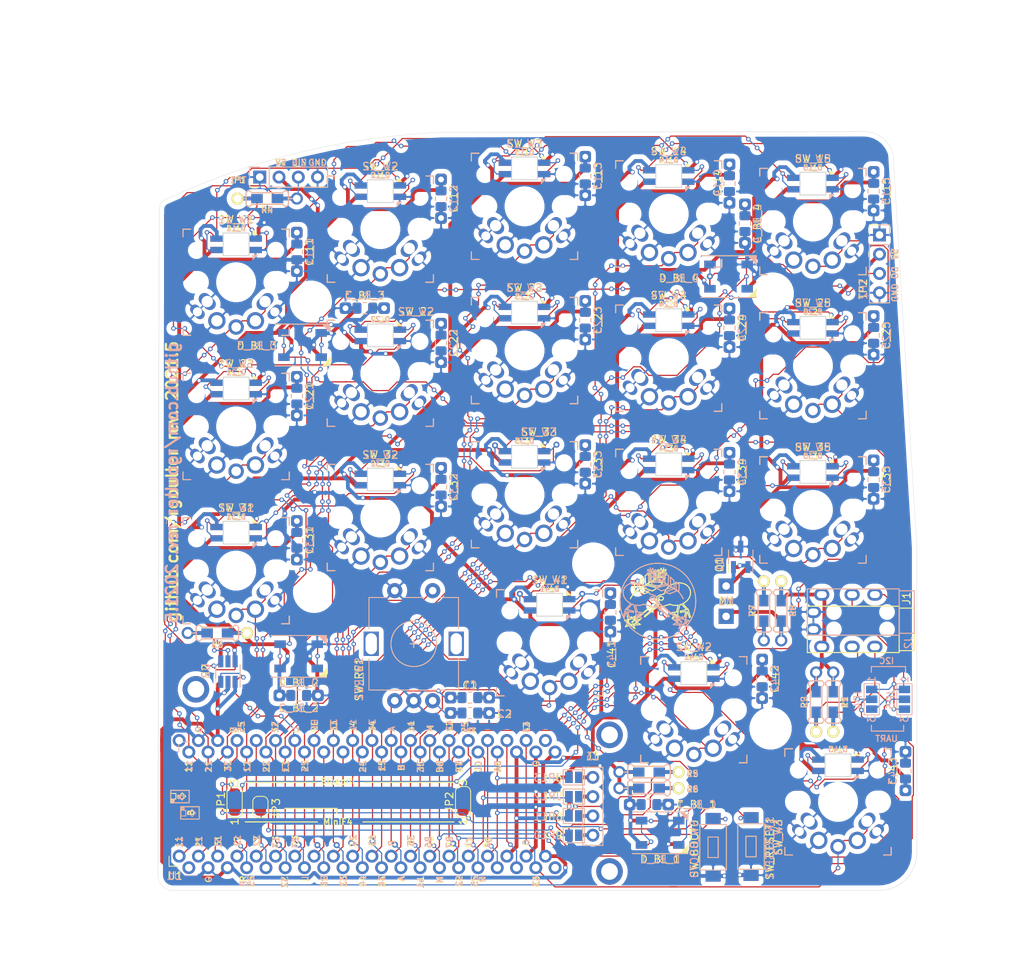
<source format=kicad_pcb>
(kicad_pcb (version 20241229) (generator "pcbnew") (generator_version "9.0")
  (title_block (title "X-1: MiniF4-36: Reversible Split Keyboard") (date "2021-05-21") (rev "2021.5") (company "rgoulter/keyboard-labs") (comment 3 "Smaller than 100mm x 100mm") (comment 4 "Switch footprints for MX or Kailh PG1350 switches."))
  (layers (0 "F.Cu" signal) (2 "B.Cu" signal) (13 "F.Paste" user) (15 "B.Paste" user) (5 "F.SilkS" user "F.Silkscreen") (7 "B.SilkS" user "B.Silkscreen") (1 "F.Mask" user) (3 "B.Mask" user) (25 "Edge.Cuts" user))
  (net 0 "")
  (net 1 "Net-(D_11-Pad4)")
  (net 2 "Net-(D_11-Pad2)")
  (net 3 "/3V3")
  (net 4 "Net-(D_12-Pad2)")
  (net 5 "Net-(D_13-Pad2)")
  (net 6 "Net-(D_14-Pad2)")
  (net 7 "/DOUT_1")
  (net 8 "Net-(D_21-Pad2)")
  (net 9 "Net-(D_22-Pad2)")
  (net 10 "Net-(D_23-Pad2)")
  (net 11 "Net-(D_24-Pad2)")
  (net 12 "/DOUT_2")
  (net 13 "Net-(D_31-Pad2)")
  (net 14 "Net-(D_32-Pad2)")
  (net 15 "Net-(D_33-Pad2)")
  (net 16 "Net-(D_34-Pad2)")
  (net 17 "/DOUT_3")
  (net 18 "Net-(D_41-Pad2)")
  (net 19 "Net-(D_42-Pad2)")
  (net 20 "/SCL_TX")
  (net 21 "/SW11")
  (net 22 "/SW12")
  (net 23 "/SW13")
  (net 24 "/SW14")
  (net 25 "/SW15")
  (net 26 "/SW21")
  (net 27 "/SW22")
  (net 28 "/SW23")
  (net 29 "/SW24")
  (net 30 "/SW25")
  (net 31 "/SW31")
  (net 32 "/SW32")
  (net 33 "/SW33")
  (net 34 "/SW34")
  (net 35 "/SW35")
  (net 36 "/SW41")
  (net 37 "/SW42")
  (net 38 "/SW43")
  (net 39 "/GND")
  (net 40 "/SDA_RX")
  (net 41 "/SCL_TX_r")
  (net 42 "/SDA_RX_r")
  (net 43 "/DOUT_4")
  (net 44 "Net-(D_BL_1-Pad4)")
  (net 45 "Net-(D_BL_2-Pad4)")
  (net 46 "Net-(D_BL_3-Pad4)")
  (net 47 "Net-(R3-Pad1)")
  (net 48 "/5V")
  (net 49 "/RGB_DIN_5V")
  (net 50 "/RGB_DIN_3V3")
  (net 51 "/DOUT_BL")
  (net 52 "Net-(J3-Pad4)")
  (net 53 "Net-(J3-Pad3)")
  (net 54 "Net-(J3-Pad2)")
  (net 55 "Net-(J3-Pad1)")
  (net 56 "/OLED_SCL")
  (net 57 "/OLED_SDA")
  (net 58 "/RE_A")
  (net 59 "/RE_B")
  (net 60 "/SW_RE")
  (net 61 "/RESET")
  (net 62 "/RESET_or_SW25")
  (net 63 "/SW25_or_RESET")
  (net 64 "/BOOT0")
  (net 65 "/NC_or_BOOT0")
  (net 66 "Net-(U1-Pad8)")
  (net 67 "Net-(U1-Pad9)")
  (net 68 "/MOTOR_GND")
  (net 69 "Net-(M1-Pad1)")
  (net 70 "Net-(Q1-Pad1)")
  (net 71 "/MOTOR_PWM")
  (net 72 "Net-(U1-Pad24)")
  (net 73 "Net-(U1-Pad23)")
  (net 74 "Net-(U1-Pad21)")
  (net 75 "/GND_or_5V")
  (footprint "Keebio-Parts:TRRS-PJ-320A" (layer "F.Cu") (at 197.663 115.601 -90)
    (property "Reference" "J1")
    (property "Value" "PJ-320A")
  )
  (footprint "ProjectLocal:Resistor-Hybrid_Reversible" (layer "F.Cu") (at 188.976 125.171 90)
    (property "Reference" "R1")
    (property "Value" "2.2k - 10k" (hide yes))
  )
  (footprint "ProjectLocal:Resistor-Hybrid_Reversible" (layer "F.Cu") (at 186.721 125.171 90)
    (property "Reference" "R2")
    (property "Value" "2.2k - 10k" (hide yes))
  )
  (footprint "ProjectLocal:Resistor-Hybrid_Reversible" (layer "F.Cu") (at 114.398 58.832)
    (property "Reference" "R4")
    (property "Value" "300 - 500R" (hide yes))
  )
  (footprint "ProjectLocal:SW_MX_PG1350_reversible" (layer "F.Cu") (at 110.3005 69.8615)
    (property "Reference" "SW_11")
    (property "Value" "MX-compatible or Kailh Choc v1")
  )
  (footprint "ProjectLocal:SW_MX_PG1350_reversible" (layer "F.Cu") (at 129.3005 62.8615)
    (property "Reference" "SW_12")
    (property "Value" "MX-compatible or Kailh Choc v1")
  )
  (footprint "ProjectLocal:SW_MX_PG1350_reversible" (layer "F.Cu") (at 148.3005 59.8615)
    (property "Reference" "SW_13")
    (property "Value" "MX-compatible or Kailh Choc v1")
  )
  (footprint "ProjectLocal:SW_MX_PG1350_reversible" (layer "F.Cu") (at 167.3005 60.8615)
    (property "Reference" "SW_14")
    (property "Value" "MX-compatible or Kailh Choc v1")
  )
  (footprint "ProjectLocal:SW_MX_PG1350_reversible" (layer "F.Cu") (at 186.3005 61.8615)
    (property "Reference" "SW_15")
    (property "Value" "MX-compatible or Kailh Choc v1")
  )
  (footprint "ProjectLocal:SW_MX_PG1350_reversible" (layer "F.Cu") (at 110.3005 88.8615)
    (property "Reference" "SW_21")
    (property "Value" "MX-compatible or Kailh Choc v1")
  )
  (footprint "ProjectLocal:SW_MX_PG1350_reversible" (layer "F.Cu") (at 129.3005 81.8615)
    (property "Reference" "SW_22")
    (property "Value" "MX-compatible or Kailh Choc v1")
  )
  (footprint "ProjectLocal:SW_MX_PG1350_reversible" (layer "F.Cu") (at 148.3005 78.8615)
    (property "Reference" "SW_23")
    (property "Value" "MX-compatible or Kailh Choc v1")
  )
  (footprint "ProjectLocal:SW_MX_PG1350_reversible" (layer "F.Cu") (at 167.3005 79.8615)
    (property "Reference" "SW_24")
    (property "Value" "MX-compatible or Kailh Choc v1")
  )
  (footprint "ProjectLocal:SW_MX_PG1350_reversible" (layer "F.Cu") (at 186.3005 80.8615)
    (property "Reference" "SW_25")
    (property "Value" "MX-compatible or Kailh Choc v1")
  )
  (footprint "ProjectLocal:SW_MX_PG1350_reversible" (layer "F.Cu") (at 110.3005 107.8615)
    (property "Reference" "SW_31")
    (property "Value" "MX-compatible or Kailh Choc v1")
  )
  (footprint "ProjectLocal:SW_MX_PG1350_reversible" (layer "F.Cu") (at 129.3005 100.8615)
    (property "Reference" "SW_32")
    (property "Value" "MX-compatible or Kailh Choc v1")
  )
  (footprint "ProjectLocal:SW_MX_PG1350_reversible" (layer "F.Cu") (at 148.3005 97.8615)
    (property "Reference" "SW_33")
    (property "Value" "MX-compatible or Kailh Choc v1")
  )
  (footprint "ProjectLocal:SW_MX_PG1350_reversible" (layer "F.Cu") (at 167.3005 98.8615)
    (property "Reference" "SW_34")
    (property "Value" "MX-compatible or Kailh Choc v1")
  )
  (footprint "ProjectLocal:SW_MX_PG1350_reversible" (layer "F.Cu") (at 186.3005 99.8615)
    (property "Reference" "SW_35")
    (property "Value" "MX-compatible or Kailh Choc v1")
  )
  (footprint "ProjectLocal:SW_MX_PG1350_reversible" (layer "F.Cu") (at 151.607 117.3615)
    (property "Reference" "SW_41")
    (property "Value" "MX-compatible or Kailh Choc v1")
  )
  (footprint "ProjectLocal:SW_MX_PG1350_reversible" (layer "F.Cu") (at 170.607 126.181906)
    (property "Reference" "SW_42")
    (property "Value" "MX-compatible or Kailh Choc v1")
  )
  (footprint "ProjectLocal:SW_MX_PG1350_reversible" (layer "F.Cu") (at 189.607 138.329685)
    (property "Reference" "SW_43")
    (property "Value" "MX-compatible or Kailh Choc v1")
  )
  (footprint "ProjectLocal:H_M2_Spacer_Hole" (layer "F.Cu") (at 120.142 72.421)
    (property "Reference" "H6" (hide yes))
    (property "Value" "M2 Spacer")
  )
  (footprint "ProjectLocal:H_M2_Spacer_Hole" (layer "F.Cu") (at 120.574 110.648)
    (property "Reference" "H8" (hide yes))
    (property "Value" "M2 Spacer")
  )
  (footprint "ProjectLocal:H_M2_Spacer_Hole" (layer "F.Cu") (at 180.721 128.651)
    (property "Reference" "H9" (hide yes))
    (property "Value" "M2 Spacer")
  )
  (footprint "ProjectLocal:H_M2_Spacer_Hole" (layer "F.Cu") (at 157.353 106.934)
    (property "Reference" "H10" (hide yes))
    (property "Value" "M2 Spacer")
  )
  (footprint "ProjectLocal:Resistor-Hybrid_Reversible" (layer "F.Cu") (at 107.823 116.078 180)
    (property "Reference" "R3")
    (property "Value" "2.2k - 10k" (hide yes))
  )
  (footprint "ProjectLocal:SOT-23-6_Handsoldering_Reversible" (layer "F.Cu") (at 109.22 121.158 90)
    (property "Reference" "U2")
    (property "Value" "SN74LVC1T45DBV")
  )
  (footprint "ProjectLocal:H_M2_Spacer_Hole" (layer "F.Cu") (at 181 71.35)
    (property "Reference" "H7" (hide yes))
    (property "Value" "M2 Spacer")
  )
  (footprint "Connector_PinHeader_2.54mm:PinHeader_1x04_P2.54mm_Vertical" (layer "F.Cu") (at 195.072 63.627)
    (property "Reference" "TP2")
    (property "Value" "Conn_01x04_Female")
  )
  (footprint "Connector_PinHeader_2.54mm:PinHeader_1x04_P2.54mm_Vertical" (layer "F.Cu") (at 113.411 56.007 90)
    (property "Reference" "TP1")
    (property "Value" "Conn_01x04_Female")
  )
  (footprint "Connector_PinSocket_2.54mm:PinSocket_1x04_P2.54mm_Vertical" (layer "F.Cu") (at 157.3 135.1)
    (property "Reference" "J3")
    (property "Value" "01x04 Female Header")
  )
  (footprint "Jumper:SolderJumper-2_P1.3mm_Open_Pad1.0x1.5mm" (layer "F.Cu") (at 154.8 135.1)
    (property "Reference" "JP6")
    (property "Value" "SolderJumper_2_Open")
  )
  (footprint "Jumper:SolderJumper-2_P1.3mm_Open_Pad1.0x1.5mm" (layer "F.Cu") (at 154.8 137.64)
    (property "Reference" "JP7")
    (property "Value" "SolderJumper_2_Open")
  )
  (footprint "Jumper:SolderJumper-2_P1.3mm_Open_Pad1.0x1.5mm" (layer "F.Cu") (at 154.8 140.18)
    (property "Reference" "JP8")
    (property "Value" "SolderJumper_2_Open")
  )
  (footprint "ProjectLocal:Resistor-Hybrid_Reversible" (layer "F.Cu") (at 164.7 134.4 180)
    (property "Reference" "R5")
    (property "Value" "2.2k - 10k" (hide yes))
  )
  (footprint "ProjectLocal:Resistor-Hybrid_Reversible" (layer "F.Cu") (at 164.7 136.525 180)
    (property "Reference" "R6")
    (property "Value" "2.2k - 10k" (hide yes))
  )
  (footprint "Jumper:SolderJumper-2_P1.3mm_Open_Pad1.0x1.5mm" (layer "F.Cu") (at 154.8 142.72)
    (property "Reference" "JP9")
    (property "Value" "SolderJumper_2_Open")
  )
  (footprint "ProjectLocal:RotaryEncoder_Alps_EC11E-Switch_Vertical_H20mm_Reversible" (layer "F.Cu") (at 131.2 125 90)
    (property "Reference" "SW_RE1")
    (property "Value" "Rotary_Encoder_Switch")
  )
  (footprint "MountingHole:MountingHole_2.2mm_M2_ISO7380_Pad" (layer "F.Cu") (at 105 123.5)
    (property "Reference" "H11" (hide yes))
    (property "Value" "M2 Spacer")
  )
  (footprint "MountingHole:MountingHole_2.2mm_M2_ISO7380_Pad" (layer "F.Cu") (at 159.5 129.5)
    (property "Reference" "H12" (hide yes))
    (property "Value" "M2 Spacer")
  )
  (footprint "MountingHole:MountingHole_2.2mm_M2_ISO7380_Pad" (layer "F.Cu") (at 159.5 147.5)
    (property "Reference" "H13" (hide yes))
    (property "Value" "M2 Spacer")
  )
  (footprint "ProjectLocal:SW_Push_SPST_3x6mm_Reversible" (layer "F.Cu") (at 173.141 140.538 -90)
    (property "Reference" "SW_BOOT0")
    (property "Value" "3x6mm")
  )
  (footprint "ProjectLocal:SW_Push_SPST_3x6mm_Reversible" (layer "F.Cu") (at 178.141 140.438 -90)
    (property "Reference" "SW_RESET1")
    (property "Value" "3x6mm")
  )
  (footprint "ProjectLocal:C_0805_2012Metric_Pad1.18x1.45mm_HandSolder_Dual_Reversible" (layer "F.Cu") (at 141.097 124.587 180)
    (property "Reference" "C1")
    (property "Value" "100nF" (hide yes))
  )
  (footprint "ProjectLocal:C_0805_2012Metric_Pad1.18x1.45mm_HandSolder_Dual_Reversible" (layer "F.Cu") (at 141.097 126.619 180)
    (property "Reference" "C2")
    (property "Value" "100nF" (hide yes))
  )
  (footprint "Jumper:SolderJumper-2_P1.3mm_Bridged2Bar_RoundedPad1.0x1.5mm" (layer "F.Cu") (at 113.5 139 90)
    (property "Reference" "JP3")
    (property "Value" "SolderJumper_2_Bridged")
  )
  (footprint "ProjectLocal:Bumpon_3M_F0502" (layer "F.Cu") (at 140.081 89.535)
    (property "Reference" "H2" (hide yes))
    (property "Value" "3M F0502")
  )
  (footprint "ProjectLocal:Bumpon_3M_F0502" (layer "F.Cu") (at 192.024 52.832)
    (property "Reference" "H3" (hide yes))
    (property "Value" "3M F0502")
  )
  (footprint "ProjectLocal:Bumpon_3M_F0502" (layer "F.Cu") (at 103.505 61.341)
    (property "Reference" "H4" (hide yes))
    (property "Value" "3M F0502")
  )
  (footprint "ProjectLocal:Bumpon_3M_F0502" (layer "F.Cu") (at 104.013 141.859)
    (property "Reference" "H5" (hide yes))
    (property "Value" "3M F0502")
  )
  (footprint "ProjectLocal:Mini_DC_Motor" (layer "F.Cu") (at 165.862 111.887 180)
    (property "Reference" "M1")
    (property "Value" "1030 or 0834")
  )
  (footprint "ProjectLocal:Resistor-Hybrid_Reversible" (layer "F.Cu") (at 179.832 113.157 -90)
    (property "Reference" "R7")
    (property "Value" "500R" (hide yes))
  )
  (footprint "ProjectLocal:Resistor-Hybrid_Reversible" (layer "F.Cu") (at 182.118 113.157 -90)
    (property "Reference" "R8")
    (property "Value" "500R" (hide yes))
  )
  (footprint "Jumper:SolderJumper-3_P1.3mm_Bridged2Bar12_RoundedPad1.0x1.5mm_NumberLabels" (layer "F.Cu") (at 110.1 138.35 90)
    (property "Reference" "JP1")
    (property "Value" "SolderJumper_3_Bridged12")
  )
  (footprint "Jumper:SolderJumper-3_P1.3mm_Bridged2Bar12_RoundedPad1.0x1.5mm_NumberLabels" (layer "F.Cu") (at 140.2 138.35 90)
    (property "Reference" "JP2")
    (property "Value" "SolderJumper_3_Bridged12")
  )
  (footprint "ProjectLocal:DIP40_Reversible_ZigZag" (layer "F.Cu") (at 102.794 145.484 90)
    (property "Reference" "U1")
    (property "Value" "STM32F103 Bluepill, or MiniF4 STM32F4x1 \"Blackpill\"" (hide yes))
  )
  (footprint "ProjectLocal:Bumpon_3M_F0502" (layer "F.Cu") (at 196.088 146.304)
    (property "Reference" "H1" (hide yes))
    (property "Value" "3M F0502")
  )
  (footprint "ProjectLocal:SOT-23_Handsoldering_Reversible" (layer "F.Cu") (at 176.784 106.045 90)
    (property "Reference" "Q1")
    (property "Value" "MMSS8050-H-TP")
  )
  (footprint "ProjectLocal:C_0805_2012Metric_Pad1.18x1.45mm_HandSolder_Dual_Reversible" (layer "B.Cu") (at 118.3005 65.8615 90)
    (property "Reference" "C_11")
    (property "Value" "100nF" (hide yes))
  )
  (footprint "ProjectLocal:C_0805_2012Metric_Pad1.18x1.45mm_HandSolder_Dual_Reversible" (layer "B.Cu") (at 137.3005 58.8615 90)
    (property "Reference" "C_12")
    (property "Value" "100nF" (hide yes))
  )
  (footprint "ProjectLocal:C_0805_2012Metric_Pad1.18x1.45mm_HandSolder_Dual_Reversible" (layer "B.Cu") (at 156.3005 55.8615 90)
    (property "Reference" "C_13")
    (property "Value" "100nF" (hide yes))
  )
  (footprint "ProjectLocal:C_0805_2012Metric_Pad1.18x1.45mm_HandSolder_Dual_Reversible" (layer "B.Cu") (at 175.3005 56.8615 90)
    (property "Reference" "C_14")
    (property "Value" "100nF" (hide yes))
  )
  (footprint "ProjectLocal:C_0805_2012Metric_Pad1.18x1.45mm_HandSolder_Dual_Reversible" (layer "B.Cu") (at 194.3005 57.8615 90)
    (property "Reference" "C_15")
    (property "Value" "100nF" (hide yes))
  )
  (footprint "ProjectLocal:C_0805_2012Metric_Pad1.18x1.45mm_HandSolder_Dual_Reversible" (layer "B.Cu") (at 118.3005 84.8615 90)
    (property "Reference" "C_21")
    (property "Value" "100nF" (hide yes))
  )
  (footprint "ProjectLocal:C_0805_2012Metric_Pad1.18x1.45mm_HandSolder_Dual_Reversible" (layer "B.Cu") (at 156.3005 74.8615 90)
    (property "Reference" "C_23")
    (property "Value" "100nF" (hide yes))
  )
  (footprint "ProjectLocal:C_0805_2012Metric_Pad1.18x1.45mm_HandSolder_Dual_Reversible" (layer "B.Cu") (at 175.3005 75.8615 90)
    (property "Reference" "C_24")
    (property "Value" "100nF" (hide yes))
  )
  (footprint "ProjectLocal:C_0805_2012Metric_Pad1.18x1.45mm_HandSolder_Dual_Reversible" (layer "B.Cu") (at 194.3005 76.8615 90)
    (property "Reference" "C_25")
    (property "Value" "100nF" (hide yes))
  )
  (footprint "ProjectLocal:C_0805_2012Metric_Pad1.18x1.45mm_HandSolder_Dual_Reversible" (layer "B.Cu") (at 118.3005 103.8615 90)
    (property "Reference" "C_31")
    (property "Value" "100nF" (hide yes))
  )
  (footprint "ProjectLocal:C_0805_2012Metric_Pad1.18x1.45mm_HandSolder_Dual_Reversible" (layer "B.Cu") (at 137.3005 96.8615 90)
    (property "Reference" "C_32")
    (property "Value" "100nF" (hide yes))
  )
  (footprint "ProjectLocal:C_0805_2012Metric_Pad1.18x1.45mm_HandSolder_Dual_Reversible" (layer "B.Cu") (at 156.3005 93.8615 90)
    (property "Reference" "C_33")
    (property "Value" "100nF" (hide yes))
  )
  (footprint "ProjectLocal:C_0805_2012Metric_Pad1.18x1.45mm_HandSolder_Dual_Reversible" (layer "B.Cu") (at 175.3005 94.8615 90)
    (property "Reference" "C_34")
    (property "Value" "100nF" (hide yes))
  )
  (footprint "ProjectLocal:C_0805_2012Metric_Pad1.18x1.45mm_HandSolder_Dual_Reversible" (layer "B.Cu") (at 194.3005 95.8615 90)
    (property "Reference" "C_35")
    (property "Value" "100nF" (hide yes))
  )
  (footprint "ProjectLocal:C_0805_2012Metric_Pad1.18x1.45mm_HandSolder_Dual_Reversible" (layer "B.Cu") (at 159.607 113.3615 90)
    (property "Reference" "C_41")
    (property "Value" "100nF" (hide yes))
  )
  (footprint "ProjectLocal:C_0805_2012Metric_Pad1.18x1.45mm_HandSolder_Dual_Reversible" (layer "B.Cu") (at 198.496772 134.265685 -90)
    (property "Reference" "C_43")
    (property "Value" "100nF" (hide yes))
  )
  (footprint "ProjectLocal:SK6812-MINI-E_Reversible" (layer "B.Cu") (at 110.3005 64.8615)
    (property "Reference" "D_11")
    (property "Value" "SK6812mini-e" (hide yes))
    (fp_line (start -1.7 -1.5) (end -1.7 1.5) (stroke (width 0.12)) (layer "Edge.Cuts"))
    (fp_line (start -1.7 1.5) (end 1.7 1.5) (stroke (width 0.12)) (layer "Edge.Cuts"))
    (fp_line (start 1.7 -1.5) (end -1.7 -1.5) (stroke (width 0.12)) (layer "Edge.Cuts"))
    (fp_line (start 1.7 1.5) (end 1.7 -1.5) (stroke (width 0.12)) (layer "Edge.Cuts"))
  )
  (footprint "ProjectLocal:SK6812-MINI-E_Reversible" (layer "B.Cu") (at 129.3005 57.8615)
    (property "Reference" "D_12")
    (property "Value" "SK6812mini-e" (hide yes))
    (fp_line (start -1.7 -1.5) (end -1.7 1.5) (stroke (width 0.12)) (layer "Edge.Cuts"))
    (fp_line (start -1.7 1.5) (end 1.7 1.5) (stroke (width 0.12)) (layer "Edge.Cuts"))
    (fp_line (start 1.7 -1.5) (end -1.7 -1.5) (stroke (width 0.12)) (layer "Edge.Cuts"))
    (fp_line (start 1.7 1.5) (end 1.7 -1.5) (stroke (width 0.12)) (layer "Edge.Cuts"))
  )
  (footprint "ProjectLocal:SK6812-MINI-E_Reversible" (layer "B.Cu") (at 148.3005 54.8615)
    (property "Reference" "D_13")
    (property "Value" "SK6812mini-e" (hide yes))
    (fp_line (start -1.7 -1.5) (end -1.7 1.5) (stroke (width 0.12)) (layer "Edge.Cuts"))
    (fp_line (start -1.7 1.5) (end 1.7 1.5) (stroke (width 0.12)) (layer "Edge.Cuts"))
    (fp_line (start 1.7 -1.5) (end -1.7 -1.5) (stroke (width 0.12)) (layer "Edge.Cuts"))
    (fp_line (start 1.7 1.5) (end 1.7 -1.5) (stroke (width 0.12)) (layer "Edge.Cuts"))
  )
  (footprint "ProjectLocal:SK6812-MINI-E_Reversible" (layer "B.Cu") (at 167.3005 55.8615)
    (property "Reference" "D_14")
    (property "Value" "SK6812mini-e" (hide yes))
    (fp_line (start -1.7 -1.5) (end -1.7 1.5) (stroke (width 0.12)) (layer "Edge.Cuts"))
    (fp_line (start -1.7 1.5) (end 1.7 1.5) (stroke (width 0.12)) (layer "Edge.Cuts"))
    (fp_line (start 1.7 -1.5) (end -1.7 -1.5) (stroke (width 0.12)) (layer "Edge.Cuts"))
    (fp_line (start 1.7 1.5) (end 1.7 -1.5) (stroke (width 0.12)) (layer "Edge.Cuts"))
  )
  (footprint "ProjectLocal:SK6812-MINI-E_Reversible" (layer "B.Cu") (at 186.3005 56.8615)
    (property "Reference" "D_15")
    (property "Value" "SK6812mini-e" (hide yes))
    (fp_line (start -1.7 -1.5) (end -1.7 1.5) (stroke (width 0.12)) (layer "Edge.Cuts"))
    (fp_line (start -1.7 1.5) (end 1.7 1.5) (stroke (width 0.12)) (layer "Edge.Cuts"))
    (fp_line (start 1.7 -1.5) (end -1.7 -1.5) (stroke (width 0.12)) (layer "Edge.Cuts"))
    (fp_line (start 1.7 1.5) (end 1.7 -1.5) (stroke (width 0.12)) (layer "Edge.Cuts"))
  )
  (footprint "ProjectLocal:SK6812-MINI-E_Reversible" (layer "B.Cu") (at 110.3005 83.8615)
    (property "Reference" "D_21")
    (property "Value" "SK6812mini-e" (hide yes))
    (fp_line (start -1.7 -1.5) (end -1.7 1.5) (stroke (width 0.12)) (layer "Edge.Cuts"))
    (fp_line (start -1.7 1.5) (end 1.7 1.5) (stroke (width 0.12)) (layer "Edge.Cuts"))
    (fp_line (start 1.7 -1.5) (end -1.7 -1.5) (stroke (width 0.12)) (layer "Edge.Cuts"))
    (fp_line (start 1.7 1.5) (end 1.7 -1.5) (stroke (width 0.12)) (layer "Edge.Cuts"))
  )
  (footprint "ProjectLocal:SK6812-MINI-E_Reversible" (layer "B.Cu") (at 129.3005 76.8615)
    (property "Reference" "D_22")
    (property "Value" "SK6812mini-e" (hide yes))
    (fp_line (start -1.7 -1.5) (end -1.7 1.5) (stroke (width 0.12)) (layer "Edge.Cuts"))
    (fp_line (start -1.7 1.5) (end 1.7 1.5) (stroke (width 0.12)) (layer "Edge.Cuts"))
    (fp_line (start 1.7 -1.5) (end -1.7 -1.5) (stroke (width 0.12)) (layer "Edge.Cuts"))
    (fp_line (start 1.7 1.5) (end 1.7 -1.5) (stroke (width 0.12)) (layer "Edge.Cuts"))
  )
  (footprint "ProjectLocal:SK6812-MINI-E_Reversible" (layer "B.Cu") (at 148.3005 73.8615)
    (property "Reference" "D_23")
    (property "Value" "SK6812mini-e" (hide yes))
    (fp_line (start -1.7 -1.5) (end -1.7 1.5) (stroke (width 0.12)) (layer "Edge.Cuts"))
    (fp_line (start -1.7 1.5) (end 1.7 1.5) (stroke (width 0.12)) (layer "Edge.Cuts"))
    (fp_line (start 1.7 -1.5) (end -1.7 -1.5) (stroke (width 0.12)) (layer "Edge.Cuts"))
    (fp_line (start 1.7 1.5) (end 1.7 -1.5) (stroke (width 0.12)) (layer "Edge.Cuts"))
  )
  (footprint "ProjectLocal:SK6812-MINI-E_Reversible" (layer "B.Cu") (at 167.3005 74.8615)
    (property "Reference" "D_24")
    (property "Value" "SK6812mini-e" (hide yes))
    (fp_line (start -1.7 -1.5) (end -1.7 1.5) (stroke (width 0.12)) (layer "Edge.Cuts"))
    (fp_line (start -1.7 1.5) (end 1.7 1.5) (stroke (width 0.12)) (layer "Edge.Cuts"))
    (fp_line (start 1.7 -1.5) (end -1.7 -1.5) (stroke (width 0.12)) (layer "Edge.Cuts"))
    (fp_line (start 1.7 1.5) (end 1.7 -1.5) (stroke (width 0.12)) (layer "Edge.Cuts"))
  )
  (footprint "ProjectLocal:SK6812-MINI-E_Reversible" (layer "B.Cu") (at 186.3005 75.8615)
    (property "Reference" "D_25")
    (property "Value" "SK6812mini-e" (hide yes))
    (fp_line (start -1.7 -1.5) (end -1.7 1.5) (stroke (width 0.12)) (layer "Edge.Cuts"))
    (fp_line (start -1.7 1.5) (end 1.7 1.5) (stroke (width 0.12)) (layer "Edge.Cuts"))
    (fp_line (start 1.7 -1.5) (end -1.7 -1.5) (stroke (width 0.12)) (layer "Edge.Cuts"))
    (fp_line (start 1.7 1.5) (end 1.7 -1.5) (stroke (width 0.12)) (layer "Edge.Cuts"))
  )
  (footprint "ProjectLocal:SK6812-MINI-E_Reversible" (layer "B.Cu") (at 110.3005 102.8615)
    (property "Reference" "D_31")
    (property "Value" "SK6812mini-e" (hide yes))
    (fp_line (start -1.7 -1.5) (end -1.7 1.5) (stroke (width 0.12)) (layer "Edge.Cuts"))
    (fp_line (start -1.7 1.5) (end 1.7 1.5) (stroke (width 0.12)) (layer "Edge.Cuts"))
    (fp_line (start 1.7 -1.5) (end -1.7 -1.5) (stroke (width 0.12)) (layer "Edge.Cuts"))
    (fp_line (start 1.7 1.5) (end 1.7 -1.5) (stroke (width 0.12)) (layer "Edge.Cuts"))
  )
  (footprint "ProjectLocal:SK6812-MINI-E_Reversible" (layer "B.Cu") (at 129.3005 95.8615)
    (property "Reference" "D_32")
    (property "Value" "SK6812mini-e" (hide yes))
    (fp_line (start -1.7 -1.5) (end -1.7 1.5) (stroke (width 0.12)) (layer "Edge.Cuts"))
    (fp_line (start -1.7 1.5) (end 1.7 1.5) (stroke (width 0.12)) (layer "Edge.Cuts"))
    (fp_line (start 1.7 -1.5) (end -1.7 -1.5) (stroke (width 0.12)) (layer "Edge.Cuts"))
    (fp_line (start 1.7 1.5) (end 1.7 -1.5) (stroke (width 0.12)) (layer "Edge.Cuts"))
  )
  (footprint "ProjectLocal:SK6812-MINI-E_Reversible" (layer "B.Cu") (at 148.3005 92.8615)
    (property "Reference" "D_33")
    (property "Value" "SK6812mini-e" (hide yes))
    (fp_line (start -1.7 -1.5) (end -1.7 1.5) (stroke (width 0.12)) (layer "Edge.Cuts"))
    (fp_line (start -1.7 1.5) (end 1.7 1.5) (stroke (width 0.12)) (layer "Edge.Cuts"))
    (fp_line (start 1.7 -1.5) (end -1.7 -1.5) (stroke (width 0.12)) (layer "Edge.Cuts"))
    (fp_line (start 1.7 1.5) (end 1.7 -1.5) (stroke (width 0.12)) (layer "Edge.Cuts"))
  )
  (footprint "ProjectLocal:SK6812-MINI-E_Reversible" (layer "B.Cu") (at 167.3005 93.8615)
    (property "Reference" "D_34")
    (property "Value" "SK6812mini-e" (hide yes))
    (fp_line (start -1.7 -1.5) (end -1.7 1.5) (stroke (width 0.12)) (layer "Edge.Cuts"))
    (fp_line (start -1.7 1.5) (end 1.7 1.5) (stroke (width 0.12)) (layer "Edge.Cuts"))
    (fp_line (start 1.7 -1.5) (end -1.7 -1.5) (stroke (width 0.12)) (layer "Edge.Cuts"))
    (fp_line (start 1.7 1.5) (end 1.7 -1.5) (stroke (width 0.12)) (layer "Edge.Cuts"))
  )
  (footprint "ProjectLocal:SK6812-MINI-E_Reversible" (layer "B.Cu") (at 186.3005 94.8615)
    (property "Reference" "D_35")
    (property "Value" "SK6812mini-e" (hide yes))
    (fp_line (start -1.7 -1.5) (end -1.7 1.5) (stroke (width 0.12)) (layer "Edge.Cuts"))
    (fp_line (start -1.7 1.5) (end 1.7 1.5) (stroke (width 0.12)) (layer "Edge.Cuts"))
    (fp_line (start 1.7 -1.5) (end -1.7 -1.5) (stroke (width 0.12)) (layer "Edge.Cuts"))
    (fp_line (start 1.7 1.5) (end 1.7 -1.5) (stroke (width 0.12)) (layer "Edge.Cuts"))
  )
  (footprint "ProjectLocal:SK6812-MINI-E_Reversible" (layer "B.Cu") (at 151.607 112.3615)
    (property "Reference" "D_41")
    (property "Value" "SK6812mini-e" (hide yes))
    (fp_line (start -1.7 -1.5) (end -1.7 1.5) (stroke (width 0.12)) (layer "Edge.Cuts"))
    (fp_line (start -1.7 1.5) (end 1.7 1.5) (stroke (width 0.12)) (layer "Edge.Cuts"))
    (fp_line (start 1.7 -1.5) (end -1.7 -1.5) (stroke (width 0.12)) (layer "Edge.Cuts"))
    (fp_line (start 1.7 1.5) (end 1.7 -1.5) (stroke (width 0.12)) (layer "Edge.Cuts"))
  )
  (footprint "ProjectLocal:SK6812-MINI-E_Reversible" (layer "B.Cu") (at 170.607 121.355907)
    (property "Reference" "D_42")
    (property "Value" "SK6812mini-e" (hide yes))
    (fp_line (start -1.7 -1.5) (end -1.7 1.5) (stroke (width 0.12)) (layer "Edge.Cuts"))
    (fp_line (start -1.7 1.5) (end 1.7 1.5) (stroke (width 0.12)) (layer "Edge.Cuts"))
    (fp_line (start 1.7 -1.5) (end -1.7 -1.5) (stroke (width 0.12)) (layer "Edge.Cuts"))
    (fp_line (start 1.7 1.5) (end 1.7 -1.5) (stroke (width 0.12)) (layer "Edge.Cuts"))
  )
  (footprint "ProjectLocal:SK6812-MINI-E_Reversible" (layer "B.Cu") (at 189.607 133.503686)
    (property "Reference" "D_43")
    (property "Value" "SK6812mini-e" (hide yes))
    (fp_line (start -1.7 -1.5) (end -1.7 1.5) (stroke (width 0.12)) (layer "Edge.Cuts"))
    (fp_line (start -1.7 1.5) (end 1.7 1.5) (stroke (width 0.12)) (layer "Edge.Cuts"))
    (fp_line (start 1.7 -1.5) (end -1.7 -1.5) (stroke (width 0.12)) (layer "Edge.Cuts"))
    (fp_line (start 1.7 1.5) (end 1.7 -1.5) (stroke (width 0.12)) (layer "Edge.Cuts"))
  )
  (footprint "Keebio-Parts:TRRS-PJ-320A" (layer "B.Cu") (at 197.663 113.315 90)
    (property "Reference" "J2")
    (property "Value" "PJ-320A")
  )
  (footprint "Jumper:SolderJumper-3_P1.3mm_Open_Pad1.0x1.5mm_NumberLabels" (layer "B.Cu") (at 194.0435 124.8085 -90)
    (property "Reference" "JP4")
    (property "Value" "SolderJumper_3_Open")
  )
  (footprint "Jumper:SolderJumper-3_P1.3mm_Open_Pad1.0x1.5mm_NumberLabels" (layer "B.Cu") (at 198.3615 124.8085 -90)
    (property "Reference" "JP5")
    (property "Value" "SolderJumper_3_Open")
  )
  (footprint "ProjectLocal:C_0805_2012Metric_Pad1.18x1.45mm_HandSolder_Dual_Reversible" (layer "B.Cu") (at 179.607 122.117906 90)
    (property "Reference" "C_42")
    (property "Value" "100nF" (hide yes))
  )
  (footprint "ProjectLocal:C_0805_2012Metric_Pad1.18x1.45mm_HandSolder_Dual_Reversible" (layer "B.Cu") (at 137.3005 77.8615 90)
    (property "Reference" "C_22")
    (property "Value" "100nF" (hide yes))
  )
  (footprint "ProjectLocal:C_0805_2012Metric_Pad1.18x1.45mm_HandSolder_Dual_Reversible" (layer "B.Cu") (at 164.7 138.684)
    (property "Reference" "C_BL_1")
    (property "Value" "100nF" (hide yes))
  )
  (footprint "ProjectLocal:C_0805_2012Metric_Pad1.18x1.45mm_HandSolder_Dual_Reversible" (layer "B.Cu") (at 118.542 124.304)
    (property "Reference" "C_BL_2")
    (property "Value" "100nF" (hide yes))
  )
  (footprint "ProjectLocal:C_0805_2012Metric_Pad1.18x1.45mm_HandSolder_Dual_Reversible" (layer "B.Cu") (at 127.254 73.279 180)
    (property "Reference" "C_BL_3")
    (property "Value" "100nF" (hide yes))
  )
  (footprint "ProjectLocal:C_0805_2012Metric_Pad1.18x1.45mm_HandSolder_Dual_Reversible" (layer "B.Cu") (at 177.343 62.134 -90)
    (property "Reference" "C_BL_4")
    (property "Value" "100nF" (hide yes))
  )
  (footprint "ProjectLocal:LED_SK6812_PLCC4_5.0x5.0mm_P3.2mm_Reversible" (layer "B.Cu") (at 166.167 142.398)
    (property "Reference" "D_BL_1")
    (property "Value" "SK6812")
  )
  (footprint "ProjectLocal:LED_SK6812_PLCC4_5.0x5.0mm_P3.2mm_Reversible" (layer "B.Cu") (at 118.542 119.157)
    (property "Reference" "D_BL_2")
    (property "Value" "SK6812")
  )
  (footprint "ProjectLocal:LED_SK6812_PLCC4_5.0x5.0mm_P3.2mm_Reversible" (layer "B.Cu") (at 119.05 78.136)
    (property "Reference" "D_BL_3")
    (property "Value" "SK6812")
  )
  (footprint "ProjectLocal:LED_SK6812_PLCC4_5.0x5.0mm_P3.2mm_Reversible" (layer "B.Cu") (at 175.184 69.119)
    (property "Reference" "D_BL_4")
    (property "Value" "SK6812")
  )
  (footprint "Jumper:SolderJumper-2_P1.3mm_Open_Pad1.0x1.5mm" (layer "B.Cu") (at 154.8 142.72)
    (property "Reference" "JP10")
    (property "Value" "SolderJumper_2_Open")
  )
  (footprint "Jumper:SolderJumper-2_P1.3mm_Open_Pad1.0x1.5mm" (layer "B.Cu") (at 154.8 140.18)
    (property "Reference" "JP11")
    (property "Value" "SolderJumper_2_Open")
  )
  (footprint "Jumper:SolderJumper-2_P1.3mm_Open_Pad1.0x1.5mm" (layer "B.Cu") (at 154.8 137.64)
    (property "Reference" "JP12")
    (property "Value" "SolderJumper_2_Open")
  )
  (footprint "Jumper:SolderJumper-2_P1.3mm_Open_Pad1.0x1.5mm" (layer "B.Cu") (at 154.8 135.1)
    (property "Reference" "JP13")
    (property "Value" "SolderJumper_2_Open")
  )
  (gr_line (start 168.325947 113.309838) (end 168.324037 113.305358) (stroke (width 0.15)) (layer "F.SilkS"))
  (gr_line (start 168.129243 113.554209) (end 167.740008 114.157122) (stroke (width 0.15)) (layer "F.SilkS"))
  (gr_line (start 168.520151 113.346443) (end 168.510681 113.344783) (stroke (width 0.15)) (layer "F.SilkS"))
  (gr_line (start 168.512591 113.31686) (end 168.496708 113.32607) (stroke (width 0.15)) (layer "F.SilkS"))
  (gr_line (start 164.673628 110.706834) (end 164.041245 110.902331) (stroke (width 0.15)) (layer "F.SilkS"))
  (gr_curve (pts (xy 169.172501 112.202099) (xy 170.006471 111.776069) (xy 170.391271 110.91198) (xy 170.051242 110.228842)) (stroke (width 0.15)) (layer "F.SilkS"))
  (gr_line (start 162.859571 114.184761) (end 162.824588 114.418348) (stroke (width 0.15)) (layer "F.SilkS"))
  (gr_line (start 162.391017 114.126129) (end 162.882286 113.854483) (stroke (width 0.15)) (layer "F.SilkS"))
  (gr_line (start 163.430251 110.241265) (end 163.50851 109.145496) (stroke (width 0.15)) (layer "F.SilkS"))
  (gr_line (start 166.706052 110.913869) (end 166.664537 110.926436) (stroke (width 0.15)) (layer "F.SilkS"))
  (gr_line (start 127 140.97) (end 139 140.97) (stroke (width 0.1524)) (layer "F.SilkS"))
  (gr_line (start 123.571 139.192) (end 123.571 139.827) (stroke (width 0.1524)) (layer "F.SilkS"))
  (gr_line (start 168.324037 113.305358) (end 168.310938 113.307018) (stroke (width 0.15)) (layer "F.SilkS"))
  (gr_curve (pts (xy 166.072186 111.107114) (xy 165.915044 111.155064) (xy 165.779234 111.280892) (xy 165.694637 111.456912)) (stroke (width 0.15)) (layer "F.SilkS"))
  (gr_line (start 162.32119 114.259639) (end 162.382778 113.931193) (stroke (width 0.15)) (layer "F.SilkS"))
  (gr_line (start 162.853458 115.504276) (end 162.251298 115.036331) (stroke (width 0.15)) (layer "F.SilkS"))
  (gr_curve (pts (xy 166.301944 111.761103) (xy 166.221246 111.761103) (xy 166.143854 111.734869) (xy 166.086792 111.688171)) (stroke (width 0.15)) (layer "F.SilkS"))
  (gr_line (start 166.935904 107.912053) (end 166.438732 108.079465) (stroke (width 0.15)) (layer "F.SilkS"))
  (gr_line (start 164.098567 113.842115) (end 165.829269 112.36813) (stroke (width 0.15)) (layer "F.SilkS"))
  (gr_line (start 127 135.763) (end 139 135.763) (stroke (width 0.1524)) (layer "F.SilkS"))
  (gr_line (start 168.648101 109.472338) (end 168.648101 109.472338) (stroke (width 0.15)) (layer "F.SilkS"))
  (gr_line (start 162.415515 114.640377) (end 166.014364 111.679253) (stroke (width 0.15)) (layer "F.SilkS"))
  (gr_curve (pts (xy 165.694637 111.456912) (xy 165.61004 111.632933) (xy 165.583586 111.844725) (xy 165.621096 112.045692)) (stroke (width 0.15)) (layer "F.SilkS"))
  (gr_line (start 161.494715 114.426706) (end 161.945192 114.340868) (stroke (width 0.15)) (layer "F.SilkS"))
  (gr_curve (pts (xy 167.453317 112.287527) (xy 167.771602 112.431818) (xy 168.151638 112.475689) (xy 168.53465 112.412354)) (stroke (width 0.15)) (layer "F.SilkS"))
  (gr_line (start 164.471472 109.61689) (end 164.998466 109.252143) (stroke (width 0.15)) (layer "F.SilkS"))
  (gr_line (start 165.950225 112.50406) (end 164.143638 113.954224) (stroke (width 0.15)) (layer "F.SilkS"))
  (gr_line (start 168.787073 113.216606) (end 168.853385 113.361261) (stroke (width 0.15)) (layer "F.SilkS"))
  (gr_line (start 162.759466 114.336553) (end 163.597975 114.289019) (stroke (width 0.15)) (layer "F.SilkS"))
  (gr_line (start 169.872586 112.965009) (end 169.845005 112.994331) (stroke (width 0.15)) (layer "F.SilkS"))
  (gr_curve (pts (xy 166.301944 111.263088) (xy 166.469988 111.263088) (xy 166.606215 111.374573) (xy 166.606215 111.512096)) (stroke (width 0.15)) (layer "F.SilkS"))
  (gr_line (start 163.567592 114.952937) (end 162.636978 115.066478) (stroke (width 0.15)) (layer "F.SilkS"))
  (gr_line (start 162.636978 115.066478) (end 162.853458 115.504276) (stroke (width 0.15)) (layer "F.SilkS"))
  (gr_line (start 165.371371 109.063801) (end 165.905503 108.740689) (stroke (width 0.15)) (layer "F.SilkS"))
  (gr_line (start 168.330977 113.310998) (end 168.325947 113.309838) (stroke (width 0.15)) (layer "F.SilkS"))
  (gr_line (start 169.637428 112.986221) (end 168.787073 113.216606) (stroke (width 0.15)) (layer "F.SilkS"))
  (gr_line (start 167.740008 114.157122) (end 167.874304 114.199844) (stroke (width 0.15)) (layer "F.SilkS"))
  (gr_line (start 166.918663 107.701844) (end 166.935904 107.912053) (stroke (width 0.15)) (layer "F.SilkS"))
  (gr_line (start 167.45386 113.424076) (end 167.502622 113.57627) (stroke (width 0.15)) (layer "F.SilkS"))
  (gr_line (start 167.033796 108.178253) (end 166.817879 108.582603) (stroke (width 0.15)) (layer "F.SilkS"))
  (gr_line (start 169.844775 112.987356) (end 169.850105 112.985426) (stroke (width 0.15)) (layer "F.SilkS"))
  (gr_line (start 163.904174 109.945605) (end 163.430251 110.241265) (stroke (width 0.15)) (layer "F.SilkS"))
  (gr_line (start 165.362881 109.000847) (end 164.954665 109.270516) (stroke (width 0.15)) (layer "F.SilkS"))
  (gr_line (start 170.160403 113.95888) (end 169.872586 112.965009) (stroke (width 0.15)) (layer "F.SilkS"))
  (gr_line (start 163.054647 114.649388) (end 163.567592 114.952937) (stroke (width 0.15)) (layer "F.SilkS"))
  (gr_curve (pts (xy 166.086792 111.688171) (xy 166.02973 111.641473) (xy 165.997673 111.578137) (xy 165.997673 111.512096)) (stroke (width 0.15)) (layer "F.SilkS"))
  (gr_line (start 111.5 140.97) (end 121 140.97) (stroke (width 0.1524)) (layer "F.SilkS"))
  (gr_line (start 169.850105 112.985426) (end 169.172501 112.202099) (stroke (width 0.15)) (layer "F.SilkS"))
  (gr_line (start 168.510681 113.344783) (end 168.512591 113.31686) (stroke (width 0.15)) (layer "F.SilkS"))
  (gr_line (start 166.014364 111.679253) (end 166.107397 111.704924) (stroke (width 0.15)) (layer "F.SilkS"))
  (gr_line (start 163.597975 114.289019) (end 163.054647 114.649388) (stroke (width 0.15)) (layer "F.SilkS"))
  (gr_line (start 162.852839 110.628608) (end 162.773676 109.730755) (stroke (width 0.15)) (layer "F.SilkS"))
  (gr_line (start 169.553562 113.244811) (end 169.37636 113.960544) (stroke (width 0.15)) (layer "F.SilkS"))
  (gr_line (start 164.227404 109.752326) (end 165.808694 110.123958) (stroke (width 0.15)) (layer "F.SilkS"))
  (gr_line (start 166.516453 109.195614) (end 165.371371 109.063801) (stroke (width 0.15)) (layer "F.SilkS"))
  (gr_line (start 168.310938 113.307018) (end 168.291152 113.303428) (stroke (width 0.15)) (layer "F.SilkS"))
  (gr_line (start 162.440606 114.986577) (end 162.216354 114.862143) (stroke (width 0.15)) (layer "F.SilkS"))
  (gr_line (start 162.034484 114.23624) (end 162.32119 114.259639) (stroke (width 0.15)) (layer "F.SilkS"))
  (gr_line (start 165.389095 107.874445) (end 165.362881 109.000847) (stroke (width 0.15)) (layer "F.SilkS"))
  (gr_line (start 167.502622 113.57627) (end 168.129243 113.554209) (stroke (width 0.15)) (layer "F.SilkS"))
  (gr_line (start 165.65879 108.800581) (end 165.602981 108.076955) (stroke (width 0.15)) (layer "F.SilkS"))
  (gr_line (start 166.003418 108.583088) (end 166.269939 108.24085) (stroke (width 0.15)) (layer "F.SilkS"))
  (gr_line (start 168.286662 113.310418) (end 167.45386 113.424076) (stroke (width 0.15)) (layer "F.SilkS"))
  (gr_curve (pts (xy 166.657819 107.489702) (xy 166.326087 108.490121) (xy 165.676446 108.870795) (xy 164.377163 109.671172)) (stroke (width 0.15)) (layer "F.SilkS"))
  (gr_curve (pts (xy 165.621096 112.045692) (xy 165.658583 112.246672) (xy 165.756968 112.420371) (xy 165.894602 112.528572)) (stroke (width 0.15)) (layer "F.SilkS"))
  (gr_line (start 163.179281 110.388351) (end 162.852839 110.628608) (stroke (width 0.15)) (layer "F.SilkS"))
  (gr_line (start 163.71015 110.074529) (end 164.227404 109.752326) (stroke (width 0.15)) (layer "F.SilkS"))
  (gr_line (start 164.998466 109.252143) (end 166.485134 109.455593) (stroke (width 0.15)) (layer "F.SilkS"))
  (gr_line (start 169.847555 112.987071) (end 169.844775 112.987356) (stroke (width 0.15)) (layer "F.SilkS"))
  (gr_line (start 168.301153 114.412636) (end 168.443251 114.34813) (stroke (width 0.15)) (layer "F.SilkS"))
  (gr_line (start 163.50851 109.145496) (end 163.951957 108.705486) (stroke (width 0.15)) (layer "F.SilkS"))
  (gr_line (start 163.5007 110.25046) (end 164.673628 110.706834) (stroke (width 0.15)) (layer "F.SilkS"))
  (gr_line (start 165.808694 110.123958) (end 165.165134 110.528935) (stroke (width 0.15)) (layer "F.SilkS"))
  (gr_line (start 168.443251 114.34813) (end 168.509842 113.360125) (stroke (width 0.15)) (layer "F.SilkS"))
  (gr_line (start 163.24391 109.346322) (end 163.179281 110.388351) (stroke (width 0.15)) (layer "F.SilkS"))
  (gr_line (start 161.845462 114.545743) (end 162.039046 114.444904) (stroke (width 0.15)) (layer "F.SilkS"))
  (gr_line (start 164.66982 109.474373) (end 164.256168 109.732814) (stroke (width 0.15)) (layer "F.SilkS"))
  (gr_line (start 168.290287 113.64999) (end 168.301153 114.412636) (stroke (width 0.15)) (layer "F.SilkS"))
  (gr_line (start 162.824588 114.418348) (end 163.109567 114.466873) (stroke (width 0.15)) (layer "F.SilkS"))
  (gr_line (start 166.485134 109.455593) (end 166.109744 109.941745) (stroke (width 0.15)) (layer "F.SilkS"))
  (gr_line (start 166.438732 108.079465) (end 166.537295 107.842717) (stroke (width 0.15)) (layer "F.SilkS"))
  (gr_line (start 164.041245 110.902331) (end 163.062642 110.511159) (stroke (width 0.15)) (layer "F.SilkS"))
  (gr_line (start 166.664537 110.926436) (end 166.072186 111.107114) (stroke (width 0.15)) (layer "F.SilkS"))
  (gr_curve (pts (xy 166.517096 111.688171) (xy 166.460034 111.734869) (xy 166.382642 111.761103) (xy 166.301944 111.761103)) (stroke (width 0.15)) (layer "F.SilkS"))
  (gr_line (start 165.165134 110.528935) (end 163.71015 110.074529) (stroke (width 0.15)) (layer "F.SilkS"))
  (gr_line (start 165.918441 107.723501) (end 165.972788 108.56323) (stroke (width 0.15)) (layer "F.SilkS"))
  (gr_line (start 166.817879 108.582603) (end 166.003418 108.583088) (stroke (width 0.15)) (layer "F.SilkS"))
  (gr_line (start 116.713 139.192) (end 123.571 139.192) (stroke (width 0.1524)) (layer "F.SilkS"))
  (gr_line (start 111.5 135.763) (end 121 135.763) (stroke (width 0.1524)) (layer "F.SilkS"))
  (gr_curve (pts (xy 166.086792 111.336021) (xy 166.143854 111.289323) (xy 166.221246 111.263088) (xy 166.301944 111.263088)) (stroke (width 0.15)) (layer "F.SilkS"))
  (gr_curve (pts (xy 164.377163 109.671172) (xy 163.077881 110.471549) (xy 162.785719 110.543589) (xy 162.246655 111.561361)) (stroke (width 0.15)) (layer "F.SilkS"))
  (gr_line (start 162.070472 114.696715) (end 161.845462 114.545743) (stroke (width 0.15)) (layer "F.SilkS"))
  (gr_line (start 168.291152 113.303428) (end 168.286662 113.310418) (stroke (width 0.15)) (layer "F.SilkS"))
  (gr_line (start 162.251298 115.036331) (end 161.594456 115.254042) (stroke (width 0.15)) (layer "F.SilkS"))
  (gr_line (start 168.509842 113.360125) (end 168.520151 113.346443) (stroke (width 0.15)) (layer "F.SilkS"))
  (gr_line (start 162.039046 114.444904) (end 162.034484 114.23624) (stroke (width 0.15)) (layer "F.SilkS"))
  (gr_curve (pts (xy 168.778394 112.357332) (xy 168.849457 112.336978) (xy 168.919544 112.313015) (xy 168.988249 112.285583)) (stroke (width 0.15)) (layer "F.SilkS"))
  (gr_line (start 166.175806 108.284428) (end 166.114723 107.833612) (stroke (width 0.15)) (layer "F.SilkS"))
  (gr_line (start 165.972788 108.56323) (end 165.65879 108.800581) (stroke (width 0.15)) (layer "F.SilkS"))
  (gr_line (start 161.594456 115.254042) (end 161.883011 114.745945) (stroke (width 0.15)) (layer "F.SilkS"))
  (gr_line (start 164.935341 108.265842) (end 165.389095 107.874445) (stroke (width 0.15)) (layer "F.SilkS"))
  (gr_line (start 170.045889 114.057736) (end 170.160403 113.95888) (stroke (width 0.15)) (layer "F.SilkS"))
  (gr_line (start 161.818548 113.794191) (end 162.391017 114.126129) (stroke (width 0.15)) (layer "F.SilkS"))
  (gr_line (start 162.882286 113.854483) (end 162.759466 114.336553) (stroke (width 0.15)) (layer "F.SilkS"))
  (gr_line (start 166.269939 108.24085) (end 167.033796 108.178253) (stroke (width 0.15)) (layer "F.SilkS"))
  (gr_line (start 167.874304 114.199844) (end 168.290287 113.64999) (stroke (width 0.15)) (layer "F.SilkS"))
  (gr_line (start 163.109567 114.466873) (end 162.974018 114.624777) (stroke (width 0.15)) (layer "F.SilkS"))
  (gr_line (start 162.216354 114.862143) (end 162.019017 114.885494) (stroke (width 0.15)) (layer "F.SilkS"))
  (gr_line (start 165.829269 112.36813) (end 165.950225 112.50406) (stroke (width 0.15)) (layer "F.SilkS"))
  (gr_line (start 162.806413 114.80391) (end 162.75432 115.048556) (stroke (width 0.15)) (layer "F.SilkS"))
  (gr_line (start 166.606215 111.512096) (end 166.606215 111.512096) (stroke (width 0.15)) (layer "F.SilkS"))
  (gr_line (start 162.75432 115.048556) (end 162.574835 114.858941) (stroke (width 0.15)) (layer "F.SilkS"))
  (gr_line (start 169.647739 113.003813) (end 169.637428 112.986221) (stroke (width 0.15)) (layer "F.SilkS"))
  (gr_line (start 166.86302 108.819639) (end 166.516453 109.195614) (stroke (width 0.15)) (layer "F.SilkS"))
  (gr_line (start 169.37636 113.960544) (end 169.520128 113.965024) (stroke (width 0.15)) (layer "F.SilkS"))
  (gr_line (start 162.572026 114.237821) (end 162.859571 114.184761) (stroke (width 0.15)) (layer "F.SilkS"))
  (gr_line (start 166.107397 111.704924) (end 162.508548 114.666047) (stroke (width 0.15)) (layer "F.SilkS"))
  (gr_line (start 164.954665 109.270516) (end 164.935341 108.265842) (stroke (width 0.15)) (layer "F.SilkS"))
  (gr_line (start 164.256168 109.732814) (end 164.19221 108.544651) (stroke (width 0.15)) (layer "F.SilkS"))
  (gr_line (start 162.773676 109.730755) (end 163.24391 109.346322) (stroke (width 0.15)) (layer "F.SilkS"))
  (gr_curve (pts (xy 167.78432 109.662804) (xy 167.214794 109.918275) (xy 166.80555 110.393102) (xy 166.706052 110.913869)) (stroke (width 0.15)) (layer "F.SilkS"))
  (gr_line (start 168.988249 112.285583) (end 169.670038 113.002153) (stroke (width 0.15)) (layer "F.SilkS"))
  (gr_line (start 166.114723 107.833612) (end 166.304864 107.55402) (stroke (width 0.15)) (layer "F.SilkS"))
  (gr_line (start 163.068 114.808) (end 162.806413 114.80391) (stroke (width 0.15)) (layer "F.SilkS"))
  (gr_line (start 162.019017 114.885494) (end 162.070472 114.696715) (stroke (width 0.15)) (layer "F.SilkS"))
  (gr_line (start 164.725431 108.155714) (end 164.66982 109.474373) (stroke (width 0.15)) (layer "F.SilkS"))
  (gr_curve (pts (xy 165.997673 111.512096) (xy 165.997673 111.446055) (xy 166.02973 111.382719) (xy 166.086792 111.336021)) (stroke (width 0.15)) (layer "F.SilkS"))
  (gr_line (start 165.905503 108.740689) (end 166.86302 108.819639) (stroke (width 0.15)) (layer "F.SilkS"))
  (gr_line (start 164.19221 108.544651) (end 164.725431 108.155714) (stroke (width 0.15)) (layer "F.SilkS"))
  (gr_line (start 169.750271 113.277776) (end 170.045889 114.057736) (stroke (width 0.15)) (layer "F.SilkS"))
  (gr_line (start 162.974018 114.624777) (end 163.068 114.808) (stroke (width 0.15)) (layer "F.SilkS"))
  (gr_line (start 166.947339 112.441676) (end 167.453317 112.287527) (stroke (width 0.15)) (layer "F.SilkS"))
  (gr_line (start 162.508548 114.666047) (end 162.415515 114.640377) (stroke (width 0.15)) (layer "F.SilkS"))
  (gr_curve (pts (xy 166.606215 111.512096) (xy 166.606215 111.578137) (xy 166.574158 111.641473) (xy 166.517096 111.688171)) (stroke (width 0.15)) (layer "F.SilkS"))
  (gr_line (start 169.670038 113.002153) (end 169.647739 113.003813) (stroke (width 0.15)) (layer "F.SilkS"))
  (gr_line (start 168.496708 113.32607) (end 168.778394 112.357332) (stroke (width 0.15)) (layer "F.SilkS"))
  (gr_line (start 163.062642 110.511159) (end 163.5007 110.25046) (stroke (width 0.15)) (layer "F.SilkS"))
  (gr_line (start 169.845005 112.994331) (end 169.847555 112.987071) (stroke (width 0.15)) (layer "F.SilkS"))
  (gr_line (start 166.109744 109.941745) (end 164.471472 109.61689) (stroke (width 0.15)) (layer "F.SilkS"))
  (gr_line (start 166.304864 107.55402) (end 166.44194 107.981073) (stroke (width 0.15)) (layer "F.SilkS"))
  (gr_line (start 161.945192 114.340868) (end 161.818548 113.794191) (stroke (width 0.15)) (layer "F.SilkS"))
  (gr_line (start 163.951957 108.705486) (end 163.904174 109.945605) (stroke (width 0.15)) (layer "F.SilkS"))
  (gr_line (start 166.537295 107.842717) (end 166.918663 107.701844) (stroke (width 0.15)) (layer "F.SilkS"))
  (gr_line (start 168.853385 113.361261) (end 169.553562 113.244811) (stroke (width 0.15)) (layer "F.SilkS"))
  (gr_line (start 162.382778 113.931193) (end 162.572026 114.237821) (stroke (width 0.15)) (layer "F.SilkS"))
  (gr_line (start 168.53465 112.412354) (end 168.330977 113.310998) (stroke (width 0.15)) (layer "F.SilkS"))
  (gr_line (start 162.574835 114.858941) (end 162.440606 114.986577) (stroke (width 0.15)) (layer "F.SilkS"))
  (gr_line (start 161.883011 114.745945) (end 161.494715 114.426706) (stroke (width 0.15)) (layer "F.SilkS"))
  (gr_line (start 166.354988 112.622634) (end 166.947339 112.441676) (stroke (width 0.15)) (layer "F.SilkS"))
  (gr_curve (pts (xy 165.894602 112.528572) (xy 166.032237 112.636772) (xy 166.197845 112.670607) (xy 166.354988 112.622634)) (stroke (width 0.15)) (layer "F.SilkS"))
  (gr_curve (pts (xy 168.64805 109.472352) (xy 168.355539 109.474415) (xy 168.058389 109.539936) (xy 167.78432 109.662804)) (stroke (width 0.15)) (layer "F.SilkS"))
  (gr_line (start 165.602981 108.076955) (end 165.918441 107.723501) (stroke (width 0.15)) (layer "F.SilkS"))
  (gr_line (start 166.44194 107.981073) (end 166.175806 108.284428) (stroke (width 0.15)) (layer "F.SilkS"))
  (gr_line (start 169.520128 113.965024) (end 169.750271 113.277776) (stroke (width 0.15)) (layer "F.SilkS"))
  (gr_curve (pts (xy 170.051242 110.228842) (xy 169.816586 109.757582) (xy 169.27904 109.467764) (xy 168.648101 109.472338)) (stroke (width 0.15)) (layer "F.SilkS"))
  (gr_line (start 164.143638 113.954224) (end 164.098567 113.842115) (stroke (width 0.15)) (layer "F.SilkS"))
  (gr_line (start 168.402 114.808) (end 168.663587 114.80391) (stroke (width 0.15)) (layer "B.SilkS"))
  (gr_line (start 169.624538 114.545743) (end 169.430954 114.444904) (stroke (width 0.15)) (layer "B.SilkS"))
  (gr_line (start 167.96149 109.145496) (end 167.518043 108.705486) (stroke (width 0.15)) (layer "B.SilkS"))
  (gr_line (start 169.450983 114.885494) (end 169.399528 114.696715) (stroke (width 0.15)) (layer "B.SilkS"))
  (gr_line (start 168.495982 114.624777) (end 168.402 114.808) (stroke (width 0.15)) (layer "B.SilkS"))
  (gr_line (start 167.872025 114.289019) (end 168.415353 114.649388) (stroke (width 0.15)) (layer "B.SilkS"))
  (gr_line (start 166.107119 109.000847) (end 166.515335 109.270516) (stroke (width 0.15)) (layer "B.SilkS"))
  (gr_line (start 168.663587 114.80391) (end 168.71568 115.048556) (stroke (width 0.15)) (layer "B.SilkS"))
  (gr_line (start 165.165136 107.55402) (end 165.02806 107.981073) (stroke (width 0.15)) (layer "B.SilkS"))
  (gr_line (start 166.796372 110.706834) (end 167.428755 110.902331) (stroke (width 0.15)) (layer "B.SilkS"))
  (gr_line (start 166.304866 110.528935) (end 167.75985 110.074529) (stroke (width 0.15)) (layer "B.SilkS"))
  (gr_line (start 166.515335 109.270516) (end 166.534659 108.265842) (stroke (width 0.15)) (layer "B.SilkS"))
  (gr_line (start 168.360433 114.466873) (end 168.495982 114.624777) (stroke (width 0.15)) (layer "B.SilkS"))
  (gr_line (start 168.407358 110.511159) (end 167.9693 110.25046) (stroke (width 0.15)) (layer "B.SilkS"))
  (gr_line (start 165.661306 110.123958) (end 166.304866 110.528935) (stroke (width 0.15)) (layer "B.SilkS"))
  (gr_line (start 165.564497 108.740689) (end 164.60698 108.819639) (stroke (width 0.15)) (layer "B.SilkS"))
  (gr_line (start 168.039749 110.241265) (end 167.96149 109.145496) (stroke (width 0.15)) (layer "B.SilkS"))
  (gr_line (start 165.551559 107.723501) (end 165.497212 108.56323) (stroke (width 0.15)) (layer "B.SilkS"))
  (gr_line (start 168.617161 110.628608) (end 168.696324 109.730755) (stroke (width 0.15)) (layer "B.SilkS"))
  (gr_line (start 167.27779 108.544651) (end 166.744569 108.155714) (stroke (width 0.15)) (layer "B.SilkS"))
  (gr_line (start 169.253646 114.862143) (end 169.450983 114.885494) (stroke (width 0.15)) (layer "B.SilkS"))
  (gr_line (start 169.399528 114.696715) (end 169.624538 114.545743) (stroke (width 0.15)) (layer "B.SilkS"))
  (gr_line (start 169.029394 114.986577) (end 169.253646 114.862143) (stroke (width 0.15)) (layer "B.SilkS"))
  (gr_line (start 165.455636 111.679253) (end 165.362603 111.704924) (stroke (width 0.15)) (layer "B.SilkS"))
  (gr_line (start 167.213832 109.732814) (end 167.27779 108.544651) (stroke (width 0.15)) (layer "B.SilkS"))
  (gr_line (start 165.81121 108.800581) (end 165.867019 108.076955) (stroke (width 0.15)) (layer "B.SilkS"))
  (gr_line (start 167.518043 108.705486) (end 167.565826 109.945605) (stroke (width 0.15)) (layer "B.SilkS"))
  (gr_line (start 166.744569 108.155714) (end 166.80018 109.474373) (stroke (width 0.15)) (layer "B.SilkS"))
  (gr_line (start 165.867019 108.076955) (end 165.551559 107.723501) (stroke (width 0.15)) (layer "B.SilkS"))
  (gr_line (start 169.430954 114.444904) (end 169.435516 114.23624) (stroke (width 0.15)) (layer "B.SilkS"))
  (gr_line (start 166.534659 108.265842) (end 166.080905 107.874445) (stroke (width 0.15)) (layer "B.SilkS"))
  (gr_line (start 166.080905 107.874445) (end 166.107119 109.000847) (stroke (width 0.15)) (layer "B.SilkS"))
  (gr_line (start 169.054485 114.640377) (end 165.455636 111.679253) (stroke (width 0.15)) (layer "B.SilkS"))
  (gr_line (start 168.696324 109.730755) (end 168.22609 109.346322) (stroke (width 0.15)) (layer "B.SilkS"))
  (gr_line (start 168.895165 114.858941) (end 169.029394 114.986577) (stroke (width 0.15)) (layer "B.SilkS"))
  (gr_line (start 167.565826 109.945605) (end 168.039749 110.241265) (stroke (width 0.15)) (layer "B.SilkS"))
  (gr_line (start 168.290719 110.388351) (end 168.617161 110.628608) (stroke (width 0.15)) (layer "B.SilkS"))
  (gr_line (start 165.355277 107.833612) (end 165.165136 107.55402) (stroke (width 0.15)) (layer "B.SilkS"))
  (gr_line (start 169.435516 114.23624) (end 169.14881 114.259639) (stroke (width 0.15)) (layer "B.SilkS"))
  (gr_line (start 167.428755 110.902331) (end 168.407358 110.511159) (stroke (width 0.15)) (layer "B.SilkS"))
  (gr_line (start 166.80018 109.474373) (end 167.213832 109.732814) (stroke (width 0.15)) (layer "B.SilkS"))
  (gr_line (start 169.087222 113.931193) (end 168.897974 114.237821) (stroke (width 0.15)) (layer "B.SilkS"))
  (gr_line (start 168.897974 114.237821) (end 168.610429 114.184761) (stroke (width 0.15)) (layer "B.SilkS"))
  (gr_line (start 168.71568 115.048556) (end 168.895165 114.858941) (stroke (width 0.15)) (layer "B.SilkS"))
  (gr_line (start 168.415353 114.649388) (end 167.902408 114.952937) (stroke (width 0.15)) (layer "B.SilkS"))
  (gr_line (start 168.645412 114.418348) (end 168.360433 114.466873) (stroke (width 0.15)) (layer "B.SilkS"))
  (gr_line (start 165.362603 111.704924) (end 168.961452 114.666047) (stroke (width 0.15)) (layer "B.SilkS"))
  (gr_line (start 165.294194 108.284428) (end 165.355277 107.833612) (stroke (width 0.15)) (layer "B.SilkS"))
  (gr_line (start 168.961452 114.666047) (end 169.054485 114.640377) (stroke (width 0.15)) (layer "B.SilkS"))
  (gr_line (start 165.02806 107.981073) (end 165.294194 108.284428) (stroke (width 0.15)) (layer "B.SilkS"))
  (gr_line (start 167.9693 110.25046) (end 166.796372 110.706834) (stroke (width 0.15)) (layer "B.SilkS"))
  (gr_line (start 167.75985 110.074529) (end 167.242596 109.752326) (stroke (width 0.15)) (layer "B.SilkS"))
  (gr_line (start 168.22609 109.346322) (end 168.290719 110.388351) (stroke (width 0.15)) (layer "B.SilkS"))
  (gr_line (start 167.242596 109.752326) (end 165.661306 110.123958) (stroke (width 0.15)) (layer "B.SilkS"))
  (gr_line (start 165.360256 109.941745) (end 166.998528 109.61689) (stroke (width 0.15)) (layer "B.SilkS"))
  (gr_line (start 166.998528 109.61689) (end 166.471534 109.252143) (stroke (width 0.15)) (layer "B.SilkS"))
  (gr_line (start 166.471534 109.252143) (end 164.984866 109.455593) (stroke (width 0.15)) (layer "B.SilkS"))
  (gr_line (start 164.984866 109.455593) (end 165.360256 109.941745) (stroke (width 0.15)) (layer "B.SilkS"))
  (gr_line (start 169.14881 114.259639) (end 169.087222 113.931193) (stroke (width 0.15)) (layer "B.SilkS"))
  (gr_line (start 164.953547 109.195614) (end 166.098629 109.063801) (stroke (width 0.15)) (layer "B.SilkS"))
  (gr_line (start 168.710534 114.336553) (end 167.872025 114.289019) (stroke (width 0.15)) (layer "B.SilkS"))
  (gr_line (start 166.098629 109.063801) (end 165.564497 108.740689) (stroke (width 0.15)) (layer "B.SilkS"))
  (gr_line (start 168.610429 114.184761) (end 168.645412 114.418348) (stroke (width 0.15)) (layer "B.SilkS"))
  (gr_line (start 165.497212 108.56323) (end 165.81121 108.800581) (stroke (width 0.15)) (layer "B.SilkS"))
  (gr_line (start 164.60698 108.819639) (end 164.953547 109.195614) (stroke (width 0.15)) (layer "B.SilkS"))
  (gr_line (start 164.551337 107.701844) (end 164.534096 107.912053) (stroke (width 0.15)) (layer "B.SilkS"))
  (gr_line (start 165.466582 108.583088) (end 165.200061 108.24085) (stroke (width 0.15)) (layer "B.SilkS"))
  (gr_line (start 164.652121 108.582603) (end 165.466582 108.583088) (stroke (width 0.15)) (layer "B.SilkS"))
  (gr_line (start 165.200061 108.24085) (end 164.436204 108.178253) (stroke (width 0.15)) (layer "B.SilkS"))
  (gr_line (start 165.031268 108.079465) (end 164.932705 107.842717) (stroke (width 0.15)) (layer "B.SilkS"))
  (gr_line (start 164.436204 108.178253) (end 164.652121 108.582603) (stroke (width 0.15)) (layer "B.SilkS"))
  (gr_line (start 164.932705 107.842717) (end 164.551337 107.701844) (stroke (width 0.15)) (layer "B.SilkS"))
  (gr_line (start 164.534096 107.912053) (end 165.031268 108.079465) (stroke (width 0.15)) (layer "B.SilkS"))
  (gr_line (start 163.026749 114.34813) (end 162.960158 113.360125) (stroke (width 0.15)) (layer "B.SilkS"))
  (gr_line (start 162.616615 113.361261) (end 161.916438 113.244811) (stroke (width 0.15)) (layer "B.SilkS"))
  (gr_line (start 162.09364 113.960544) (end 161.949872 113.965024) (stroke (width 0.15)) (layer "B.SilkS"))
  (gr_line (start 163.144053 113.309838) (end 163.145963 113.305358) (stroke (width 0.15)) (layer "B.SilkS"))
  (gr_line (start 163.179713 113.64999) (end 163.168847 114.412636) (stroke (width 0.15)) (layer "B.SilkS"))
  (gr_line (start 161.719729 113.277776) (end 161.424111 114.057736) (stroke (width 0.15)) (layer "B.SilkS"))
  (gr_line (start 162.481751 112.285583) (end 161.799962 113.002153) (stroke (width 0.15)) (layer "B.SilkS"))
  (gr_line (start 161.597414 112.965009) (end 161.624995 112.994331) (stroke (width 0.15)) (layer "B.SilkS"))
  (gr_line (start 161.822261 113.003813) (end 161.832572 112.986221) (stroke (width 0.15)) (layer "B.SilkS"))
  (gr_curve (pts (xy 165.168056 111.761103) (xy 165.248754 111.761103) (xy 165.326146 111.734869) (xy 165.383208 111.688171)) (stroke (width 0.15)) (layer "B.SilkS"))
  (gr_curve (pts (xy 165.383208 111.336021) (xy 165.326146 111.289323) (xy 165.248754 111.263088) (xy 165.168056 111.263088)) (stroke (width 0.15)) (layer "B.SilkS"))
  (gr_line (start 164.863785 111.512096) (end 164.863785 111.512096) (stroke (width 0.15)) (layer "B.SilkS"))
  (gr_curve (pts (xy 167.092837 109.671172) (xy 168.392119 110.471549) (xy 168.684281 110.543589) (xy 169.223345 111.561361)) (stroke (width 0.15)) (layer "B.SilkS"))
  (gr_line (start 167.371433 113.842115) (end 165.640731 112.36813) (stroke (width 0.15)) (layer "B.SilkS"))
  (gr_line (start 165.640731 112.36813) (end 165.519775 112.50406) (stroke (width 0.15)) (layer "B.SilkS"))
  (gr_line (start 165.519775 112.50406) (end 167.326362 113.954224) (stroke (width 0.15)) (layer "B.SilkS"))
  (gr_line (start 169.218702 115.036331) (end 169.875544 115.254042) (stroke (width 0.15)) (layer "B.SilkS"))
  (gr_line (start 169.586989 114.745945) (end 169.975285 114.426706) (stroke (width 0.15)) (layer "B.SilkS"))
  (gr_line (start 161.622445 112.987071) (end 161.625225 112.987356) (stroke (width 0.15)) (layer "B.SilkS"))
  (gr_line (start 163.178848 113.303428) (end 163.183338 113.310418) (stroke (width 0.15)) (layer "B.SilkS"))
  (gr_line (start 163.729992 114.157122) (end 163.595696 114.199844) (stroke (width 0.15)) (layer "B.SilkS"))
  (gr_line (start 162.959319 113.344783) (end 162.957409 113.31686) (stroke (width 0.15)) (layer "B.SilkS"))
  (gr_line (start 162.957409 113.31686) (end 162.973292 113.32607) (stroke (width 0.15)) (layer "B.SilkS"))
  (gr_line (start 161.832572 112.986221) (end 162.682927 113.216606) (stroke (width 0.15)) (layer "B.SilkS"))
  (gr_line (start 161.309597 113.95888) (end 161.597414 112.965009) (stroke (width 0.15)) (layer "B.SilkS"))
  (gr_line (start 161.624995 112.994331) (end 161.622445 112.987071) (stroke (width 0.15)) (layer "B.SilkS"))
  (gr_line (start 163.967378 113.57627) (end 163.340757 113.554209) (stroke (width 0.15)) (layer "B.SilkS"))
  (gr_curve (pts (xy 165.472327 111.512096) (xy 165.472327 111.446055) (xy 165.44027 111.382719) (xy 165.383208 111.336021)) (stroke (width 0.15)) (layer "B.SilkS"))
  (gr_curve (pts (xy 162.297499 112.202099) (xy 161.463529 111.776069) (xy 161.078729 110.91198) (xy 161.418758 110.228842)) (stroke (width 0.15)) (layer "B.SilkS"))
  (gr_line (start 163.340757 113.554209) (end 163.729992 114.157122) (stroke (width 0.15)) (layer "B.SilkS"))
  (gr_curve (pts (xy 164.812181 107.489702) (xy 165.143913 108.490121) (xy 165.793554 108.870795) (xy 167.092837 109.671172)) (stroke (width 0.15)) (layer "B.SilkS"))
  (gr_line (start 168.833022 115.066478) (end 168.616542 115.504276) (stroke (width 0.15)) (layer "B.SilkS"))
  (gr_line (start 163.139023 113.310998) (end 163.144053 113.309838) (stroke (width 0.15)) (layer "B.SilkS"))
  (gr_line (start 168.616542 115.504276) (end 169.218702 115.036331) (stroke (width 0.15)) (layer "B.SilkS"))
  (gr_line (start 169.875544 115.254042) (end 169.586989 114.745945) (stroke (width 0.15)) (layer "B.SilkS"))
  (gr_line (start 169.524808 114.340868) (end 169.651452 113.794191) (stroke (width 0.15)) (layer "B.SilkS"))
  (gr_line (start 169.078983 114.126129) (end 168.587714 113.854483) (stroke (width 0.15)) (layer "B.SilkS"))
  (gr_line (start 164.01614 113.424076) (end 163.967378 113.57627) (stroke (width 0.15)) (layer "B.SilkS"))
  (gr_line (start 163.183338 113.310418) (end 164.01614 113.424076) (stroke (width 0.15)) (layer "B.SilkS"))
  (gr_line (start 161.799962 113.002153) (end 161.822261 113.003813) (stroke (width 0.15)) (layer "B.SilkS"))
  (gr_curve (pts (xy 164.952904 111.688171) (xy 165.009966 111.734869) (xy 165.087358 111.761103) (xy 165.168056 111.761103)) (stroke (width 0.15)) (layer "B.SilkS"))
  (gr_line (start 168.587714 113.854483) (end 168.710534 114.336553) (stroke (width 0.15)) (layer "B.SilkS"))
  (gr_line (start 163.595696 114.199844) (end 163.179713 113.64999) (stroke (width 0.15)) (layer "B.SilkS"))
  (gr_line (start 162.682927 113.216606) (end 162.616615 113.361261) (stroke (width 0.15)) (layer "B.SilkS"))
  (gr_line (start 161.625225 112.987356) (end 161.619895 112.985426) (stroke (width 0.15)) (layer "B.SilkS"))
  (gr_line (start 162.949849 113.346443) (end 162.959319 113.344783) (stroke (width 0.15)) (layer "B.SilkS"))
  (gr_line (start 161.949872 113.965024) (end 161.719729 113.277776) (stroke (width 0.15)) (layer "B.SilkS"))
  (gr_curve (pts (xy 165.168056 111.263088) (xy 165.000012 111.263088) (xy 164.863785 111.374573) (xy 164.863785 111.512096)) (stroke (width 0.15)) (layer "B.SilkS"))
  (gr_line (start 162.821899 109.472338) (end 162.821899 109.472338) (stroke (width 0.15)) (layer "B.SilkS"))
  (gr_line (start 167.902408 114.952937) (end 168.833022 115.066478) (stroke (width 0.15)) (layer "B.SilkS"))
  (gr_line (start 169.975285 114.426706) (end 169.524808 114.340868) (stroke (width 0.15)) (layer "B.SilkS"))
  (gr_line (start 162.960158 113.360125) (end 162.949849 113.346443) (stroke (width 0.15)) (layer "B.SilkS"))
  (gr_line (start 167.326362 113.954224) (end 167.371433 113.842115) (stroke (width 0.15)) (layer "B.SilkS"))
  (gr_line (start 169.651452 113.794191) (end 169.078983 114.126129) (stroke (width 0.15)) (layer "B.SilkS"))
  (gr_curve (pts (xy 161.418758 110.228842) (xy 161.653414 109.757582) (xy 162.19096 109.467764) (xy 162.821899 109.472338)) (stroke (width 0.15)) (layer "B.SilkS"))
  (gr_line (start 161.424111 114.057736) (end 161.309597 113.95888) (stroke (width 0.15)) (layer "B.SilkS"))
  (gr_line (start 161.619895 112.985426) (end 162.297499 112.202099) (stroke (width 0.15)) (layer "B.SilkS"))
  (gr_curve (pts (xy 164.863785 111.512096) (xy 164.863785 111.578137) (xy 164.895842 111.641473) (xy 164.952904 111.688171)) (stroke (width 0.15)) (layer "B.SilkS"))
  (gr_line (start 162.973292 113.32607) (end 162.691606 112.357332) (stroke (width 0.15)) (layer "B.SilkS"))
  (gr_curve (pts (xy 165.383208 111.688171) (xy 165.44027 111.641473) (xy 165.472327 111.578137) (xy 165.472327 111.512096)) (stroke (width 0.15)) (layer "B.SilkS"))
  (gr_line (start 161.916438 113.244811) (end 162.09364 113.960544) (stroke (width 0.15)) (layer "B.SilkS"))
  (gr_line (start 163.145963 113.305358) (end 163.159062 113.307018) (stroke (width 0.15)) (layer "B.SilkS"))
  (gr_line (start 163.159062 113.307018) (end 163.178848 113.303428) (stroke (width 0.15)) (layer "B.SilkS"))
  (gr_line (start 163.168847 114.412636) (end 163.026749 114.34813) (stroke (width 0.15)) (layer "B.SilkS"))
  (gr_curve (pts (xy 165.848904 112.045692) (xy 165.811417 112.246672) (xy 165.713032 112.420371) (xy 165.575398 112.528572)) (stroke (width 0.15)) (layer "B.SilkS"))
  (gr_curve (pts (xy 165.575398 112.528572) (xy 165.437763 112.636772) (xy 165.272155 112.670607) (xy 165.115012 112.622634)) (stroke (width 0.15)) (layer "B.SilkS"))
  (gr_curve (pts (xy 165.775363 111.456912) (xy 165.85996 111.632933) (xy 165.886414 111.844725) (xy 165.848904 112.045692)) (stroke (width 0.15)) (layer "B.SilkS"))
  (gr_curve (pts (xy 164.016683 112.287527) (xy 163.698398 112.431818) (xy 163.318362 112.475689) (xy 162.93535 112.412354)) (stroke (width 0.15)) (layer "B.SilkS"))
  (gr_line (start 164.522661 112.441676) (end 164.016683 112.287527) (stroke (width 0.15)) (layer "B.SilkS"))
  (gr_curve (pts (xy 163.68568 109.662804) (xy 164.255206 109.918275) (xy 164.66445 110.393102) (xy 164.763948 110.913869)) (stroke (width 0.15)) (layer "B.SilkS"))
  (gr_curve (pts (xy 165.397814 111.107114) (xy 165.554956 111.155064) (xy 165.690766 111.280892) (xy 165.775363 111.456912)) (stroke (width 0.15)) (layer "B.SilkS"))
  (gr_curve (pts (xy 162.691606 112.357332) (xy 162.620543 112.336978) (xy 162.550456 112.313015) (xy 162.481751 112.285583)) (stroke (width 0.15)) (layer "B.SilkS"))
  (gr_line (start 164.763948 110.913869) (end 164.805463 110.926436) (stroke (width 0.15)) (layer "B.SilkS"))
  (gr_line (start 165.115012 112.622634) (end 164.522661 112.441676) (stroke (width 0.15)) (layer "B.SilkS"))
  (gr_line (start 162.93535 112.412354) (end 163.139023 113.310998) (stroke (width 0.15)) (layer "B.SilkS"))
  (gr_curve (pts (xy 162.82195 109.472352) (xy 163.114461 109.474415) (xy 163.411611 109.539936) (xy 163.68568 109.662804)) (stroke (width 0.15)) (layer "B.SilkS"))
  (gr_line (start 164.805463 110.926436) (end 165.397814 111.107114) (stroke (width 0.15)) (layer "B.SilkS"))
  (gr_line (start 194 120.5) (end 194 121.25) (stroke (width 0.1524)) (layer "B.SilkS"))
  (gr_line (start 194 129) (end 194 128.25) (stroke (width 0.1524)) (layer "B.SilkS"))
  (gr_line (start 194 129) (end 198.25 129) (stroke (width 0.1524)) (layer "B.SilkS"))
  (gr_line (start 194 120.5) (end 198.5 120.5) (stroke (width 0.1524)) (layer "B.SilkS"))
  (gr_line (start 198.5 120.5) (end 198.5 121.25) (stroke (width 0.1524)) (layer "B.SilkS"))
  (gr_line (start 198.25 129) (end 198.25 128.25) (stroke (width 0.1524)) (layer "B.SilkS"))
  (gr_line (start 137.414 50.114074) (end 193 50) (stroke (width 0.05)) (layer "Edge.Cuts"))
  (gr_arc (start 100.155966 60.207117) (mid 100.37062 59.52078) (end 100.87556 59.008755) (stroke (width 0.0381)) (layer "Edge.Cuts"))
  (gr_line (start 102 150) (end 195 150) (stroke (width 0.05)) (layer "Edge.Cuts"))
  (gr_line (start 200 105) (end 196.863703 52.964724) (stroke (width 0.0381)) (layer "Edge.Cuts"))
  (gr_line (start 100.155966 60.207117) (end 100 148) (stroke (width 0.05)) (layer "Edge.Cuts"))
  (gr_arc (start 193 50) (mid 195.435046 50.826587) (end 196.863703 52.964724) (stroke (width 0.0381)) (layer "Edge.Cuts"))
  (gr_arc (start 102 150) (mid 100.585786 149.414214) (end 100 148) (stroke (width 0.0381)) (layer "Edge.Cuts"))
  (gr_arc (start 200 145) (mid 198.535534 148.535534) (end 195 150) (stroke (width 0.05)) (layer "Edge.Cuts"))
  (gr_line (start 200 105) (end 200 145) (stroke (width 0.05)) (layer "Edge.Cuts"))
  (gr_arc (start 100.87556 59.008755) (mid 118.706273 52.760072) (end 137.414 50.114074) (stroke (width 0.0381)) (layer "Edge.Cuts"))
  (gr_text "25" (at 112.268 147.955 90) (layer "F.SilkS") (effects (font (size 0.8 0.8)) (justify right)))
  (gr_text "32" (at 116.713 148.082 90) (layer "F.SilkS") (effects (font (size 0.8 0.8)) (justify right)))
  (gr_text "33" (at 124.46 147.955 90) (layer "F.SilkS") (effects (font (size 0.8 0.8)) (justify right)))
  (gr_text "34" (at 129.54 147.955 90) (layer "F.SilkS") (effects (font (size 0.8 0.8)) (justify right)))
  (gr_text "35" (at 134.62 132.842 90) (layer "F.SilkS") (effects (font (size 0.8 0.8)) (justify right)))
  (gr_text "41" (at 134.62 147.955 90) (layer "F.SilkS") (effects (font (size 0.8 0.8)) (justify right)))
  (gr_text "42" (at 139.7 147.955 90) (layer "F.SilkS") (effects (font (size 0.8 0.8)) (justify right)))
  (gr_text "43" (at 149.86 148.844 90) (layer "F.SilkS") (effects (font (size 0.8 0.8))))
  (gr_text "31" (at 109.22 132.715 90) (layer "F.SilkS") (effects (font (size 0.8 0.8)) (justify right)))
  (gr_text "L" (at 119.38 148.082 90) (layer "F.SilkS") (effects (font (size 0.8 0.8)) (justify right)))
  (gr_text "15" (at 129.54 132.715 90) (layer "F.SilkS") (effects (font (size 0.8 0.8)) (justify right)))
  (gr_text "B6" (at 137.16 132.826 90) (layer "F.SilkS") (effects (font (size 0.8 0.8)) (justify right)))
  (gr_text "B7" (at 139.7 132.826 90) (layer "F.SilkS") (effects (font (size 0.8 0.8)) (justify right)))
  (gr_text "21" (at 106.68 132.826 90) (layer "F.SilkS") (effects (font (size 0.8 0.8)) (justify right)))
  (gr_text "24" (at 127 132.826 90) (layer "F.SilkS") (effects (font (size 0.8 0.8)) (justify right)))
  (gr_text "23" (at 119.38 132.715 90) (layer "F.SilkS") (effects (font (size 0.8 0.8)) (justify right)))
  (gr_text "22" (at 114.3 132.826 90) (layer "F.SilkS") (effects (font (size 0.8 0.8)) (justify right)))
  (gr_text "14" (at 127 147.955 90) (layer "F.SilkS") (effects (font (size 0.8 0.8)) (justify right)))
  (gr_text "13" (at 116.84 132.826 90) (layer "F.SilkS") (effects (font (size 0.8 0.8)) (justify right)))
  (gr_text "12" (at 111.76 132.826 90) (layer "F.SilkS") (effects (font (size 0.8 0.8)) (justify right)))
  (gr_text "11" (at 104.013 132.842 90) (layer "F.SilkS") (effects (font (size 0.8 0.8)) (justify right)))
  (gr_text "G" (at 106.68 148.082 90) (layer "F.SilkS") (effects (font (size 0.8 0.8)) (justify right)))
  (gr_text "DIN" (at 118.618 54.102 0) (layer "F.SilkS") (effects (font (size 0.8 0.8))))
  (gr_text "DO" (at 197.104 68.6 90) (layer "F.SilkS") (effects (font (size 0.8 0.8))))
  (gr_text "GND" (at 121.031 54.102 0) (layer "F.SilkS") (effects (font (size 0.8 0.8))))
  (gr_text "GND" (at 197.104 71.247 90) (layer "F.SilkS") (effects (font (size 0.8 0.8))))
  (gr_text "CL" (at 142.2 132.9 90) (layer "F.SilkS") (effects (font (size 0.8 0.8)) (justify right)))
  (gr_text "DA" (at 144.78 132.9 90) (layer "F.SilkS") (effects (font (size 0.8 0.8)) (justify right)))
  (gr_text "RE" (at 121.92 147.955 90) (layer "F.SilkS") (effects (font (size 0.8 0.8)) (justify right)))
  (gr_text "B" (at 132.08 133.35 90) (layer "F.SilkS") (effects (font (size 0.8 0.8)) (justify right)))
  (gr_text "A" (at 132.08 148.082 90) (layer "F.SilkS") (effects (font (size 0.8 0.8)) (justify right)))
  (gr_text "MiniF4" (at 123.698 140.97 0) (layer "F.SilkS") (effects (font (size 0.8 0.8) (thickness 0.16))))
  (gr_text "G" (at 149.86 132.842 90) (layer "F.SilkS") (effects (font (size 0.8 0.8)) (justify right)))
  (gr_text "R" (at 111.252 147.955 90) (layer "F.SilkS") (effects (font (size 0.8 0.8)) (justify right)))
  (gr_text "25" (at 141.732 147.955 90) (layer "F.SilkS") (effects (font (size 0.8 0.8)) (justify right)))
  (gr_text "R" (at 142.748 148.082 90) (layer "F.SilkS") (effects (font (size 0.8 0.8)) (justify right)))
  (gr_text "M" (at 137.16 148.082 90) (layer "F.SilkS") (effects (font (size 0.8 0.8)) (justify right)))
  (gr_text "11" (at 102.743 142.748 90) (layer "F.SilkS") (effects (font (size 0.8 0.8)) (justify right)))
  (gr_text "G" (at 148.59 143.256 90) (layer "F.SilkS") (effects (font (size 0.8 0.8)) (justify right)))
  (gr_text "12" (at 110.49 142.732 90) (layer "F.SilkS") (effects (font (size 0.8 0.8)) (justify right)))
  (gr_text "B" (at 130.81 143.256 90) (layer "F.SilkS") (effects (font (size 0.8 0.8)) (justify right)))
  (gr_text "DA" (at 143.43 142.806 90) (layer "F.SilkS") (effects (font (size 0.8 0.8)) (justify right)))
  (gr_text "CL" (at 140.93 142.806 90) (layer "F.SilkS") (effects (font (size 0.8 0.8)) (justify right)))
  (gr_text "21" (at 105.41 142.732 90) (layer "F.SilkS") (effects (font (size 0.8 0.8)) (justify right)))
  (gr_text "B6" (at 135.89 142.732 90) (layer "F.SilkS") (effects (font (size 0.8 0.8)) (justify right)))
  (gr_text "24" (at 125.73 142.732 90) (layer "F.SilkS") (effects (font (size 0.8 0.8)) (justify right)))
  (gr_text "B7" (at 138.43 142.732 90) (layer "F.SilkS") (effects (font (size 0.8 0.8)) (justify right)))
  (gr_text "35" (at 133.35 142.748 90) (layer "F.SilkS") (effects (font (size 0.8 0.8)) (justify right)))
  (gr_text "15" (at 128.27 142.621 90) (layer "F.SilkS") (effects (font (size 0.8 0.8)) (justify right)))
  (gr_text "22" (at 113.03 142.732 90) (layer "F.SilkS") (effects (font (size 0.8 0.8)) (justify right)))
  (gr_text "13" (at 115.57 142.732 90) (layer "F.SilkS") (effects (font (size 0.8 0.8)) (justify right)))
  (gr_text "31" (at 107.95 142.621 90) (layer "F.SilkS") (effects (font (size 0.8 0.8)) (justify right)))
  (gr_text "23" (at 118.11 142.621 90) (layer "F.SilkS") (effects (font (size 0.8 0.8)) (justify right)))
  (gr_text "M" (at 135.89 128.143 90) (layer "F.SilkS") (effects (font (size 0.8 0.8)) (justify right)))
  (gr_text "RE" (at 120.65 127.508 90) (layer "F.SilkS") (effects (font (size 0.8 0.8)) (justify right)))
  (gr_text "R" (at 109.982 128.397 90) (layer "F.SilkS") (effects (font (size 0.8 0.8)) (justify right)))
  (gr_text "G" (at 105.41 128.397 90) (layer "F.SilkS") (effects (font (size 0.8 0.8)) (justify right)))
  (gr_text "25" (at 140.462 127.635 90) (layer "F.SilkS") (effects (font (size 0.8 0.8)) (justify right)))
  (gr_text "R" (at 141.478 128.397 90) (layer "F.SilkS") (effects (font (size 0.8 0.8)) (justify right)))
  (gr_text "A" (at 130.81 128.27 90) (layer "F.SilkS") (effects (font (size 0.8 0.8)) (justify right)))
  (gr_text "42" (at 138.43 127.508 90) (layer "F.SilkS") (effects (font (size 0.8 0.8)) (justify right)))
  (gr_text "32" (at 115.443 127.635 90) (layer "F.SilkS") (effects (font (size 0.8 0.8)) (justify right)))
  (gr_text "43" (at 148.59 128.524 90) (layer "F.SilkS") (effects (font (size 0.8 0.8))))
  (gr_text "33" (at 123.19 127.508 90) (layer "F.SilkS") (effects (font (size 0.8 0.8)) (justify right)))
  (gr_text "L" (at 118.11 128.524 90) (layer "F.SilkS") (effects (font (size 0.8 0.8)) (justify right)))
  (gr_text "34" (at 128.27 127.508 90) (layer "F.SilkS") (effects (font (size 0.8 0.8)) (justify right)))
  (gr_text "41" (at 133.35 127.508 90) (layer "F.SilkS") (effects (font (size 0.8 0.8)) (justify right)))
  (gr_text "14" (at 125.73 127.508 90) (layer "F.SilkS") (effects (font (size 0.8 0.8)) (justify right)))
  (gr_text "25" (at 110.998 127.635 90) (layer "F.SilkS") (effects (font (size 0.8 0.8)) (justify right)))
  (gr_text "5V" (at 116.205 54.102 0) (layer "F.SilkS") (effects (font (size 0.8 0.8))))
  (gr_text "Bluepill" (at 123.698 135.636 0) (layer "F.SilkS") (effects (font (size 0.8 0.8) (thickness 0.16))))
  (gr_text "github.com/rgoulter rev. 2021.5" (at 101.867 114.831 90) (layer "F.SilkS") (effects (font (size 1.5 1.5) (thickness 0.3)) (justify left)))
  (gr_text "5V" (at 197.104 66.167 90) (layer "F.SilkS") (effects (font (size 0.8 0.8))))
  (gr_text "I2C" (at 196 119.75 0) (layer "B.SilkS") (effects (font (size 0.8 0.8) (thickness 0.16)) (justify mirror)))
  (gr_text "25" (at 110.998 129.286 90) (layer "B.SilkS") (effects (font (size 0.8 0.8)) (justify right mirror)))
  (gr_text "G" (at 105.41 129.286 90) (layer "B.SilkS") (effects (font (size 0.8 0.8)) (justify right mirror)))
  (gr_text "32" (at 115.443 129.286 90) (layer "B.SilkS") (effects (font (size 0.8 0.8)) (justify right mirror)))
  (gr_text "33" (at 123.19 129.032 90) (layer "B.SilkS") (effects (font (size 0.8 0.8)) (justify right mirror)))
  (gr_text "34" (at 128.27 129.032 90) (layer "B.SilkS") (effects (font (size 0.8 0.8)) (justify right mirror)))
  (gr_text "35" (at 133.35 144.272 90) (layer "B.SilkS") (effects (font (size 0.8 0.8)) (justify right mirror)))
  (gr_text "41" (at 133.35 129.286 90) (layer "B.SilkS") (effects (font (size 0.8 0.8)) (justify right mirror)))
  (gr_text "42" (at 138.43 129.159 90) (layer "B.SilkS") (effects (font (size 0.8 0.8)) (justify right mirror)))
  (gr_text "43" (at 148.59 129.286 90) (layer "B.SilkS") (effects (font (size 0.8 0.8)) (justify right mirror)))
  (gr_text "M" (at 135.89 129.159 90) (layer "B.SilkS") (effects (font (size 0.8 0.8)) (justify right mirror)))
  (gr_text "L" (at 118.11 129.159 90) (layer "B.SilkS") (effects (font (size 0.8 0.8)) (justify right mirror)))
  (gr_text "15" (at 128.27 144.272 90) (layer "B.SilkS") (effects (font (size 0.8 0.8)) (justify right mirror)))
  (gr_text "11" (at 102.87 144.51 90) (layer "B.SilkS") (effects (font (size 0.8 0.8)) (justify right mirror)))
  (gr_text "12" (at 110.49 144.272 90) (layer "B.SilkS") (effects (font (size 0.8 0.8)) (justify right mirror)))
  (gr_text "13" (at 115.57 144.51 90) (layer "B.SilkS") (effects (font (size 0.8 0.8)) (justify right mirror)))
  (gr_text "14" (at 125.73 129.032 90) (layer "B.SilkS") (effects (font (size 0.8 0.8)) (justify right mirror)))
  (gr_text "22" (at 113.03 144.272 90) (layer "B.SilkS") (effects (font (size 0.8 0.8)) (justify right mirror)))
  (gr_text "23" (at 118.11 144.51 90) (layer "B.SilkS") (effects (font (size 0.8 0.8)) (justify right mirror)))
  (gr_text "24" (at 125.73 144.272 90) (layer "B.SilkS") (effects (font (size 0.8 0.8)) (justify right mirror)))
  (gr_text "21" (at 105.41 144.526 90) (layer "B.SilkS") (effects (font (size 0.8 0.8)) (justify right mirror)))
  (gr_text "B6" (at 135.636 144.51 90) (layer "B.SilkS") (effects (font (size 0.8 0.8)) (justify right mirror)))
  (gr_text "B7" (at 138.43 144.51 90) (layer "B.SilkS") (effects (font (size 0.8 0.8)) (justify right mirror)))
  (gr_text "github.com/rgoulter rev. 2021.5" (at 101.854 77.597 90) (layer "B.SilkS") (effects (font (size 1.5 1.5) (thickness 0.3)) (justify left mirror)))
  (gr_text "5V" (at 116.205 54.102 0) (layer "B.SilkS") (effects (font (size 0.8 0.8)) (justify mirror)))
  (gr_text "DIN" (at 118.618 54.102 0) (layer "B.SilkS") (effects (font (size 0.8 0.8)) (justify mirror)))
  (gr_text "5V" (at 197.104 66.167 90) (layer "B.SilkS") (effects (font (size 0.8 0.8)) (justify mirror)))
  (gr_text "DO" (at 197.104 68.6 90) (layer "B.SilkS") (effects (font (size 0.8 0.8)) (justify mirror)))
  (gr_text "GND" (at 121.031 54.102 0) (layer "B.SilkS") (effects (font (size 0.8 0.8)) (justify mirror)))
  (gr_text "GND" (at 197.104 71.247 90) (layer "B.SilkS") (effects (font (size 0.8 0.8)) (justify mirror)))
  (gr_text "CL" (at 141.121429 144.5 90) (layer "B.SilkS") (effects (font (size 0.8 0.8)) (justify right mirror)))
  (gr_text "DA" (at 143.583333 144.5 90) (layer "B.SilkS") (effects (font (size 0.8 0.8)) (justify right mirror)))
  (gr_text "RE" (at 120.65 129.032 90) (layer "B.SilkS") (effects (font (size 0.8 0.8)) (justify right mirror)))
  (gr_text "B" (at 130.81 144.272 90) (layer "B.SilkS") (effects (font (size 0.8 0.8)) (justify right mirror)))
  (gr_text "A" (at 130.81 129.159 90) (layer "B.SilkS") (effects (font (size 0.8 0.8)) (justify right mirror)))
  (gr_text "R" (at 109.982 129.286 90) (layer "B.SilkS") (effects (font (size 0.8 0.8)) (justify right mirror)))
  (gr_text "25" (at 140.462 129.286 90) (layer "B.SilkS") (effects (font (size 0.8 0.8)) (justify right mirror)))
  (gr_text "R" (at 141.478 129.286 90) (layer "B.SilkS") (effects (font (size 0.8 0.8)) (justify right mirror)))
  (gr_text "31" (at 107.95 144.526 90) (layer "B.SilkS") (effects (font (size 0.8 0.8)) (justify right mirror)))
  (gr_text "23" (at 119.38 134.477 90) (layer "B.SilkS") (effects (font (size 0.8 0.8)) (justify right mirror)))
  (gr_text "21" (at 106.68 134.493 90) (layer "B.SilkS") (effects (font (size 0.8 0.8)) (justify right mirror)))
  (gr_text "DA" (at 144.78 134.467 90) (layer "B.SilkS") (effects (font (size 0.8 0.8)) (justify right mirror)))
  (gr_text "24" (at 127 134.493 90) (layer "B.SilkS") (effects (font (size 0.8 0.8)) (justify right mirror)))
  (gr_text "11" (at 104.14 134.477 90) (layer "B.SilkS") (effects (font (size 0.8 0.8)) (justify right mirror)))
  (gr_text "35" (at 134.62 134.493 90) (layer "B.SilkS") (effects (font (size 0.8 0.8)) (justify right mirror)))
  (gr_text "15" (at 129.54 134.366 90) (layer "B.SilkS") (effects (font (size 0.8 0.8)) (justify right mirror)))
  (gr_text "12" (at 111.76 134.493 90) (layer "B.SilkS") (effects (font (size 0.8 0.8)) (justify right mirror)))
  (gr_text "B6" (at 137.16 134.477 90) (layer "B.SilkS") (effects (font (size 0.8 0.8)) (justify right mirror)))
  (gr_text "31" (at 109.22 134.493 90) (layer "B.SilkS") (effects (font (size 0.8 0.8)) (justify right mirror)))
  (gr_text "22" (at 114.3 134.493 90) (layer "B.SilkS") (effects (font (size 0.8 0.8)) (justify right mirror)))
  (gr_text "CL" (at 142.24 134.467 90) (layer "B.SilkS") (effects (font (size 0.8 0.8)) (justify right mirror)))
  (gr_text "B" (at 132.08 134.239 90) (layer "B.SilkS") (effects (font (size 0.8 0.8)) (justify right mirror)))
  (gr_text "13" (at 116.84 134.477 90) (layer "B.SilkS") (effects (font (size 0.8 0.8)) (justify right mirror)))
  (gr_text "B7" (at 139.7 134.477 90) (layer "B.SilkS") (effects (font (size 0.8 0.8)) (justify right mirror)))
  (gr_text "32" (at 116.713 149.733 90) (layer "B.SilkS") (effects (font (size 0.8 0.8)) (justify right mirror)))
  (gr_text "33" (at 124.46 149.606 90) (layer "B.SilkS") (effects (font (size 0.8 0.8)) (justify right mirror)))
  (gr_text "A" (at 132.08 148.844 90) (layer "B.SilkS") (effects (font (size 0.8 0.8)) (justify right mirror)))
  (gr_text "42" (at 139.7 149.606 90) (layer "B.SilkS") (effects (font (size 0.8 0.8)) (justify right mirror)))
  (gr_text "G" (at 106.68 148.971 90) (layer "B.SilkS") (effects (font (size 0.8 0.8)) (justify right mirror)))
  (gr_text "25" (at 112.268 149.606 90) (layer "B.SilkS") (effects (font (size 0.8 0.8)) (justify right mirror)))
  (gr_text "M" (at 137.17 149.098 90) (layer "B.SilkS") (effects (font (size 0.8 0.8)) (justify right mirror)))
  (gr_text "R" (at 142.748 148.971 90) (layer "B.SilkS") (effects (font (size 0.8 0.8)) (justify right mirror)))
  (gr_text "14" (at 127 149.606 90) (layer "B.SilkS") (effects (font (size 0.8 0.8)) (justify right mirror)))
  (gr_text "RE" (at 121.92 149.606 90) (layer "B.SilkS") (effects (font (size 0.8 0.8)) (justify right mirror)))
  (gr_text "L" (at 119.38 148.844 90) (layer "B.SilkS") (effects (font (size 0.8 0.8)) (justify right mirror)))
  (gr_text "R" (at 111.252 149.606 90) (layer "B.SilkS") (effects (font (size 0.8 0.8)) (justify right mirror)))
  (gr_text "43" (at 149.86 149.606 90) (layer "B.SilkS") (effects (font (size 0.8 0.8)) (justify right mirror)))
  (gr_text "41" (at 134.62 149.86 90) (layer "B.SilkS") (effects (font (size 0.8 0.8)) (justify right mirror)))
  (gr_text "34" (at 129.54 149.606 90) (layer "B.SilkS") (effects (font (size 0.8 0.8)) (justify right mirror)))
  (gr_text "25" (at 141.732 149.606 90) (layer "B.SilkS") (effects (font (size 0.8 0.8)) (justify right mirror)))
  (gr_text "G" (at 149.799 133.731 90) (layer "B.SilkS") (effects (font (size 0.8 0.8)) (justify right mirror)))
  (gr_text "G" (at 148.529 144.145 90) (layer "B.SilkS") (effects (font (size 0.8 0.8)) (justify right mirror)))
  (gr_text "UART" (at 196 130 0) (layer "B.SilkS") (effects (font (size 0.8 0.8) (thickness 0.16)) (justify mirror)))
  (segment (start 112.8505 65.6115) (end 113.9505 65.6115) (width 0.155) (layer "F.Cu") (net 1))
  (segment (start 111.898 62.467064) (end 112.393386 62.96245) (width 0.155) (layer "F.Cu") (net 1))
  (segment (start 111.898 62.467064) (end 111.898001 61.063799) (width 0.155) (layer "F.Cu") (net 1))
  (segment (start 114.308559 65.253441) (end 114.308559 63.366158) (width 0.155) (layer "F.Cu") (net 1))
  (segment (start 113.9505 65.6115) (end 114.308559 65.253441) (width 0.155) (layer "F.Cu") (net 1))
  (segment (start 113.048 59.9138) (end 113.048 58.832) (width 0.155) (layer "F.Cu") (net 1))
  (segment (start 111.898001 61.063799) (end 113.048 59.9138) (width 0.155) (layer "F.Cu") (net 1))
  (via (at 114.308559 63.366158) (size 0.6) (drill 0.34) (layers "F.Cu" "B.Cu") (net 1))
  (via (at 112.393386 62.96245) (size 0.6) (drill 0.34) (layers "F.Cu" "B.Cu") (net 1))
  (segment (start 112.393386 62.96245) (end 112.393386 63.654386) (width 0.155) (layer "B.Cu") (net 1))
  (segment (start 113.595842 63.366158) (end 112.8505 64.1115) (width 0.155) (layer "B.Cu") (net 1))
  (segment (start 114.308559 63.366158) (end 113.595842 63.366158) (width 0.155) (layer "B.Cu") (net 1))
  (segment (start 112.393386 63.654386) (end 112.8505 64.1115) (width 0.155) (layer "B.Cu") (net 1))
  (segment (start 107.7505 64.1115) (end 107.7505 60.1255) (width 0.155) (layer "F.Cu") (net 2))
  (segment (start 111.211498 56.007) (end 112.37438 54.844118) (width 0.155) (layer "F.Cu") (net 2))
  (segment (start 109.5315 56.007) (end 111.211498 56.007) (width 0.155) (layer "F.Cu") (net 2))
  (segment (start 106.457581 63.296747) (end 106.935747 63.296747) (width 0.155) (layer "F.Cu") (net 2))
  (segment (start 107.7505 60.1255) (end 107.7505 59.984798) (width 0.155) (layer "F.Cu") (net 2))
  (segment (start 127.447309 54.844118) (end 128.570427 53.721) (width 0.155) (layer "F.Cu") (net 2))
  (segment (start 128.570427 53.721) (end 129.098968 53.721) (width 0.155) (layer "F.Cu") (net 2))
  (segment (start 107.7505 57.8) (end 107.823 57.7275) (width 0.155) (layer "F.Cu") (net 2))
  (segment (start 107.7505 60.1255) (end 107.7505 57.8) (width 0.155) (layer "F.Cu") (net 2))
  (segment (start 133.02551 56.939983) (end 133.02551 57.536038) (width 0.155) (layer "F.Cu") (net 2))
  (segment (start 133.581214 56.384279) (end 133.02551 56.939983) (width 0.155) (layer "F.Cu") (net 2))
  (segment (start 112.37438 54.844118) (end 127.447309 54.844118) (width 0.155) (layer "F.Cu") (net 2))
  (segment (start 133.02551 57.536038) (end 131.950048 58.6115) (width 0.155) (layer "F.Cu") (net 2))
  (segment (start 106.935747 63.296747) (end 107.7505 64.1115) (width 0.155) (layer "F.Cu") (net 2))
  (segment (start 129.098968 53.721) (end 131.512399 56.134431) (width 0.155) (layer "F.Cu") (net 2))
  (segment (start 108.966 56.5725) (end 109.5315 56.007) (width 0.155) (layer "F.Cu") (net 2))
  (segment (start 131.950048 58.6115) (end 131.8505 58.6115) (width 0.155) (layer "F.Cu") (net 2))
  (via (at 108.966 56.5725) (size 0.6) (drill 0.34) (layers "F.Cu" "B.Cu") (net 2))
  (via (at 107.823 57.7275) (size 0.6) (drill 0.34) (layers "F.Cu" "B.Cu") (net 2))
  (via (at 133.581214 56.384279) (size 0.6) (drill 0.34) (layers "F.Cu" "B.Cu") (net 2))
  (via (at 106.457581 63.296747) (size 0.6) (drill 0.34) (layers "F.Cu" "B.Cu") (net 2))
  (via (at 131.512399 56.134431) (size 0.6) (drill 0.34) (layers "F.Cu" "B.Cu") (net 2))
  (segment (start 107.7505 65.6115) (end 106.6505 65.6115) (width 0.155) (layer "B.Cu") (net 2))
  (segment (start 106.6505 65.6115) (end 106.457581 65.418581) (width 0.155) (layer "B.Cu") (net 2))
  (segment (start 108.966 56.5845) (end 108.966 56.5725) (width 0.155) (layer "B.Cu") (net 2))
  (segment (start 131.8505 57.1115) (end 132.853993 57.1115) (width 0.155) (layer "B.Cu") (net 2))
  (segment (start 132.853993 57.1115) (end 133.581214 56.384279) (width 0.155) (layer "B.Cu") (net 2))
  (segment (start 131.512399 56.134431) (end 131.512399 56.773399) (width 0.155) (layer "B.Cu") (net 2))
  (segment (start 106.457581 65.418581) (end 106.457581 63.296747) (width 0.155) (layer "B.Cu") (net 2))
  (segment (start 107.823 57.7275) (end 108.966 56.5845) (width 0.155) (layer "B.Cu") (net 2))
  (segment (start 131.512399 56.773399) (end 131.8505 57.1115) (width 0.155) (layer "B.Cu") (net 2))
  (segment (start 105.655741 128.025741) (end 103.811744 128.025741) (width 0.5) (layer "F.Cu") (net 3))
  (segment (start 107.874 130.244) (end 107.874 126.06) (width 0.5) (layer "F.Cu") (net 3))
  (segment (start 107.874 122.904) (end 108.27 122.508) (width 0.5) (layer "F.Cu") (net 3))
  (segment (start 151.054 145.484) (end 152.729082 145.484) (width 0.5) (layer "F.Cu") (net 3))
  (segment (start 100.557007 129.657101) (end 100.557007 131.657007) (width 0.5) (layer "F.Cu") (net 3))
  (segment (start 100.557007 131.657007) (end 100.557007 146.160971) (width 0.5) (layer "F.Cu") (net 3))
  (segment (start 107.874 126.06) (end 107.874 122.904) (width 0.5) (layer "F.Cu") (net 3))
  (segment (start 100.557007 129.984414) (end 100.557007 130.455993) (width 0.5) (layer "F.Cu") (net 3))
  (segment (start 103.811744 128.025741) (end 103.230001 127.443998) (width 0.5) (layer "F.Cu") (net 3))
  (segment (start 100.557007 146.160971) (end 102.701497 148.305461) (width 0.5) (layer "F.Cu") (net 3))
  (segment (start 152.32654 131.76546) (end 150.749 133.343) (width 0.5) (layer "F.Cu") (net 3))
  (segment (start 150.749 133.343) (end 150.749 145.179) (width 0.5) (layer "F.Cu") (net 3))
  (segment (start 153.67 146.424918) (end 153.67 146.993142) (width 0.5) (layer "F.Cu") (net 3))
  (segment (start 107.874 130.244) (end 105.655741 128.025741) (width 0.5) (layer "F.Cu") (net 3))
  (segment (start 101.918002 127.443998) (end 100.557007 128.804993) (width 0.5) (layer "F.Cu") (net 3))
  (segment (start 153.67 146.993142) (end 153.67653 146.999672) (width 0.5) (layer "F.Cu") (net 3))
  (segment (start 107.846539 148.305461) (end 109.14654 147.00546) (width 0.5) (layer "F.Cu") (net 3))
  (segment (start 100.557007 130.455993) (end 100.557007 131.657007) (width 0.5) (layer "F.Cu") (net 3))
  (segment (start 103.230001 127.443998) (end 101.918002 127.443998) (width 0.5) (layer "F.Cu") (net 3))
  (segment (start 150.749 145.179) (end 151.054 145.484) (width 0.5) (layer "F.Cu") (net 3))
  (segment (start 100.557007 128.804993) (end 100.557007 130.455993) (width 0.5) (layer "F.Cu") (net 3))
  (segment (start 152.729082 145.484) (end 153.67 146.424918) (width 0.5) (layer "F.Cu") (net 3))
  (segment (start 102.701497 148.305461) (end 107.846539 148.305461) (width 0.5) (layer "F.Cu") (net 3))
  (via (at 107.874 126.06) (size 0.6) (drill 0.4) (layers "F.Cu" "B.Cu") (net 3))
  (via (at 153.67653 146.999672) (size 0.6) (drill 0.4) (layers "F.Cu" "B.Cu") (net 3))
  (segment (start 153.67653 146.999672) (end 153.67653 147.579472) (width 0.5) (layer "B.Cu") (net 3))
  (segment (start 121.254461 148.305461) (end 120.65 147.701) (width 0.5) (layer "B.Cu") (net 3))
  (segment (start 119.930541 148.305461) (end 111.062539 148.305461) (width 0.5) (layer "B.Cu") (net 3))
  (segment (start 111.062539 148.305461) (end 110.855039 148.097961) (width 0.5) (layer "B.Cu") (net 3))
  (segment (start 152.950541 148.305461) (end 121.254461 148.305461) (width 0.5) (layer "B.Cu") (net 3))
  (segment (start 110.17 122.508) (end 110.17 123.764) (width 0.5) (layer "B.Cu") (net 3))
  (segment (start 111.093078 148.336) (end 110.855039 148.097961) (width 0.5) (layer "B.Cu") (net 3))
  (segment (start 109.762538 147.00546) (end 109.14654 147.00546) (width 0.5) (layer "B.Cu") (net 3))
  (segment (start 153.67653 147.579472) (end 152.950541 148.305461) (width 0.5) (layer "B.Cu") (net 3))
  (segment (start 110.17 123.764) (end 107.874 126.06) (width 0.5) (layer "B.Cu") (net 3))
  (segment (start 120.65 147.701) (end 120.535002 147.701) (width 0.5) (layer "B.Cu") (net 3))
  (segment (start 107.874 130.244) (end 107.874 130.226) (width 0.5) (layer "B.Cu") (net 3))
  (segment (start 110.855039 148.097961) (end 109.762538 147.00546) (width 0.5) (layer "B.Cu") (net 3))
  (segment (start 120.535002 147.701) (end 119.930541 148.305461) (width 0.5) (layer "B.Cu") (net 3))
  (segment (start 128.8355 54.2985) (end 128.847629 54.2985) (width 0.155) (layer "F.Cu") (net 4))
  (segment (start 129.664339 53.469661) (end 132.207 50.927) (width 0.155) (layer "F.Cu") (net 4))
  (segment (start 126.7505 56.3835) (end 128.8355 54.2985) (width 0.155) (layer "F.Cu") (net 4))
  (segment (start 150.950048 55.6115) (end 150.8505 55.6115) (width 0.155) (layer "F.Cu") (net 4))
  (segment (start 152.690701 53.831108) (end 152.690701 53.870847) (width 0.155) (layer "F.Cu") (net 4))
  (segment (start 125.941695 57.1115) (end 125.334002 56.503807) (width 0.155) (layer "F.Cu") (net 4))
  (segment (start 152.690701 53.870847) (end 150.950048 55.6115) (width 0.155) (layer "F.Cu") (net 4))
  (segment (start 126.7505 56.3835) (end 126.7505 57.1115) (width 0.155) (layer "F.Cu") (net 4))
  (segment (start 132.207 50.927) (end 148.263402 50.927) (width 0.155) (layer "F.Cu") (net 4))
  (segment (start 126.7505 57.1115) (end 125.941695 57.1115) (width 0.155) (layer "F.Cu") (net 4))
  (segment (start 148.263402 50.927) (end 150.536838 53.200436) (width 0.155) (layer "F.Cu") (net 4))
  (via (at 128.847629 54.2985) (size 0.6) (drill 0.34) (layers "F.Cu" "B.Cu") (net 4))
  (via (at 152.690701 53.831108) (size 0.6) (drill 0.34) (layers "F.Cu" "B.Cu") (net 4))
  (via (at 125.334002 56.503807) (size 0.6) (drill 0.34) (layers "F.Cu" "B.Cu") (net 4))
  (via (at 129.664339 53.469661) (size 0.6) (drill 0.34) (layers "F.Cu" "B.Cu") (net 4))
  (via (at 150.536838 53.200436) (size 0.6) (drill 0.34) (layers "F.Cu" "B.Cu") (net 4))
  (segment (start 150.536838 53.200436) (end 150.536838 53.797838) (width 0.155) (layer "B.Cu") (net 4))
  (segment (start 150.8505 54.1115) (end 152.410309 54.1115) (width 0.155) (layer "B.Cu") (net 4))
  (segment (start 150.536838 53.797838) (end 150.8505 54.1115) (width 0.155) (layer "B.Cu") (net 4))
  (segment (start 125.334002 56.503807) (end 125.334002 57.540004) (width 0.155) (layer "B.Cu") (net 4))
  (segment (start 128.847629 54.286371) (end 129.664339 53.469661) (width 0.155) (layer "B.Cu") (net 4))
  (segment (start 126.405498 58.6115) (end 126.7505 58.6115) (width 0.155) (layer "B.Cu") (net 4))
  (segment (start 128.847629 54.2985) (end 128.847629 54.286371) (width 0.155) (layer "B.Cu") (net 4))
  (segment (start 152.410309 54.1115) (end 152.690701 53.831108) (width 0.155) (layer "B.Cu") (net 4))
  (segment (start 125.334002 57.540004) (end 126.405498 58.6115) (width 0.155) (layer "B.Cu") (net 4))
  (segment (start 146.26299 53.221699) (end 147.097035 52.387654) (width 0.155) (layer "F.Cu") (net 5))
  (segment (start 144.300498 53.848) (end 145.487 53.848) (width 0.155) (layer "F.Cu") (net 5))
  (segment (start 147.097035 52.387654) (end 148.907346 52.387654) (width 0.155) (layer "F.Cu") (net 5))
  (segment (start 151.080607 50.681944) (end 166.024107 50.681944) (width 0.155) (layer "F.Cu") (net 5))
  (segment (start 166.024107 50.681944) (end 169.534265 54.192102) (width 0.155) (layer "F.Cu") (net 5))
  (segment (start 149.957831 51.80472) (end 151.080607 50.681944) (width 0.155) (layer "F.Cu") (net 5))
  (segment (start 144.926799 53.221699) (end 146.26299 53.221699) (width 0.155) (layer "F.Cu") (net 5))
  (segment (start 144.300498 53.848) (end 144.926799 53.221699) (width 0.155) (layer "F.Cu") (net 5))
  (segment (start 171.665098 54.620996) (end 171.665098 55.186681) (width 0.155) (layer "F.Cu") (net 5))
  (segment (start 170.240279 56.6115) (end 169.8505 56.6115) (width 0.155) (layer "F.Cu") (net 5))
  (segment (start 171.665098 55.186681) (end 170.240279 56.6115) (width 0.155) (layer "F.Cu") (net 5))
  (via (at 149.957831 51.80472) (size 0.6) (drill 0.34) (layers "F.Cu" "B.Cu") (net 5))
  (via (at 144.300498 53.848) (size 0.6) (drill 0.34) (layers "F.Cu" "B.Cu") (net 5))
  (via (at 171.665098 54.620996) (size 0.6) (drill 0.34) (layers "F.Cu" "B.Cu") (net 5))
  (via (at 169.534265 54.192102) (size 0.6) (drill 0.34) (layers "F.Cu" "B.Cu") (net 5))
  (via (at 148.907346 52.387654) (size 0.6) (drill 0.34) (layers "F.Cu" "B.Cu") (net 5))
  (segment (start 149.374897 52.387654) (end 149.957831 51.80472) (width 0.155) (layer "B.Cu") (net 5))
  (segment (start 144.300498 55.261498) (end 144.300498 53.848) (width 0.155) (layer "B.Cu") (net 5))
  (segment (start 169.534265 54.795265) (end 169.8505 55.1115) (width 0.155) (layer "B.Cu") (net 5))
  (segment (start 145.7505 55.6115) (end 144.6505 55.6115) (width 0.155) (layer "B.Cu") (net 5))
  (segment (start 148.907346 52.387654) (end 149.374897 52.387654) (width 0.155) (layer "B.Cu") (net 5))
  (segment (start 169.534265 54.192102) (end 169.534265 54.795265) (width 0.155) (layer "B.Cu") (net 5))
  (segment (start 144.6505 55.6115) (end 144.300498 55.261498) (width 0.155) (layer "B.Cu") (net 5))
  (segment (start 169.8505 55.1115) (end 171.174594 55.1115) (width 0.155) (layer "B.Cu") (net 5))
  (segment (start 171.174594 55.1115) (end 171.665098 54.620996) (width 0.155) (layer "B.Cu") (net 5))
  (segment (start 164.7505 55.1115) (end 163.674998 55.1115) (width 0.155) (layer "F.Cu") (net 6))
  (segment (start 167.743937 51.585064) (end 184.979424 51.585064) (width 0.155) (layer "F.Cu") (net 6))
  (segment (start 184.979424 51.585064) (end 188.497168 55.102808) (width 0.155) (layer "F.Cu") (net 6))
  (segment (start 190.671091 55.890457) (end 188.950048 57.6115) (width 0.155) (layer "F.Cu") (net 6))
  (segment (start 164.7505 55.1115) (end 164.7505 54.5465) (width 0.155) (layer "F.Cu") (net 6))
  (segment (start 164.7505 54.5465) (end 166.895227 52.401773) (width 0.155) (layer "F.Cu") (net 6))
  (segment (start 188.950048 57.6115) (end 188.8505 57.6115) (width 0.155) (layer "F.Cu") (net 6))
  (segment (start 190.671091 55.64653) (end 190.671091 55.890457) (width 0.155) (layer "F.Cu") (net 6))
  (segment (start 163.674998 55.1115) (end 163.300498 54.737) (width 0.155) (layer "F.Cu") (net 6))
  (segment (start 166.895227 52.401773) (end 166.927227 52.401773) (width 0.155) (layer "F.Cu") (net 6))
  (via (at 163.300498 54.737) (size 0.6) (drill 0.34) (layers "F.Cu" "B.Cu") (net 6))
  (via (at 167.743937 51.585064) (size 0.6) (drill 0.34) (layers "F.Cu" "B.Cu") (net 6))
  (via (at 190.671091 55.64653) (size 0.6) (drill 0.34) (layers "F.Cu" "B.Cu") (net 6))
  (via (at 166.927227 52.401773) (size 0.6) (drill 0.34) (layers "F.Cu" "B.Cu") (net 6))
  (via (at 188.497168 55.102808) (size 0.6) (drill 0.34) (layers "F.Cu" "B.Cu") (net 6))
  (segment (start 188.808959 56.069959) (end 188.8505 56.1115) (width 0.155) (layer "B.Cu") (net 6))
  (segment (start 166.927227 52.401773) (end 166.927228 52.401773) (width 0.155) (layer "B.Cu") (net 6))
  (segment (start 166.927228 52.401773) (end 167.743937 51.585064) (width 0.155) (layer "B.Cu") (net 6))
  (segment (start 163.300498 55.5065) (end 164.405498 56.6115) (width 0.155) (layer "B.Cu") (net 6))
  (segment (start 188.497168 55.758168) (end 188.8505 56.1115) (width 0.155) (layer "B.Cu") (net 6))
  (segment (start 163.300498 54.737) (end 163.300498 55.5065) (width 0.155) (layer "B.Cu") (net 6))
  (segment (start 188.497168 55.102808) (end 188.497168 55.758168) (width 0.155) (layer "B.Cu") (net 6))
  (segment (start 188.8505 56.1115) (end 190.206121 56.1115) (width 0.155) (layer "B.Cu") (net 6))
  (segment (start 190.206121 56.1115) (end 190.671091 55.64653) (width 0.155) (layer "B.Cu") (net 6))
  (segment (start 164.405498 56.6115) (end 164.7505 56.6115) (width 0.155) (layer "B.Cu") (net 6))
  (segment (start 128.735 51.435) (end 128.191044 51.978956) (width 0.155) (layer "F.Cu") (net 7))
  (segment (start 182.321981 55.542381) (end 178.943 52.1634) (width 0.155) (layer "F.Cu") (net 7))
  (segment (start 111.3205 61.341) (end 108.328 61.341) (width 0.155) (layer "F.Cu") (net 7))
  (segment (start 182.8911 56.1115) (end 182.321981 55.542381) (width 0.155) (layer "F.Cu") (net 7))
  (segment (start 124.920044 51.978956) (end 124.2635 52.6355) (width 0.155) (layer "F.Cu") (net 7))
  (segment (start 123.19 56.769) (end 123.19 55.421618) (width 0.155) (layer "F.Cu") (net 7))
  (segment (start 145.150645 51.932645) (end 132.069645 51.932645) (width 0.155) (layer "F.Cu") (net 7))
  (segment (start 130.88229 51.435) (end 128.735 51.435) (width 0.155) (layer "F.Cu") (net 7))
  (segment (start 177.8 51.007564) (end 177.396218 50.603782) (width 0.155) (layer "F.Cu") (net 7))
  (segment (start 183.7505 56.1115) (end 182.8911 56.1115) (width 0.155) (layer "F.Cu") (net 7))
  (segment (start 118.618 61.341) (end 112.4755 61.341) (width 0.155) (layer "F.Cu") (net 7))
  (segment (start 131.100145 51.217145) (end 130.88229 51.435) (width 0.155) (layer "F.Cu") (net 7))
  (segment (start 123.19 55.499) (end 123.19 55.421618) (width 0.155) (layer "F.Cu") (net 7))
  (segment (start 114.609792 83.015209) (end 113.013501 84.6115) (width 0.155) (layer "F.Cu") (net 7))
  (segment (start 124.2635 52.6355) (end 123.7555 53.1435) (width 0.155) (layer "F.Cu") (net 7))
  (segment (start 151.063651 51.830273) (end 150.523518 52.370406) (width 0.155) (layer "F.Cu") (net 7))
  (segment (start 123.19 53.709) (end 124.2635 52.6355) (width 0.155) (layer "F.Cu") (net 7))
  (segment (start 118.618 61.341) (end 123.19 56.769) (width 0.155) (layer "F.Cu") (net 7))
  (segment (start 103.544 76.112) (end 103.544 75.946) (width 0.155) (layer "F.Cu") (net 7))
  (segment (start 145.849145 52.631145) (end 145.150645 51.932645) (width 0.155) (layer "F.Cu") (net 7))
  (segment (start 111.410172 80.930172) (end 112.610326 82.130326) (width 0.155) (layer "F.Cu") (net 7))
  (segment (start 102.044 66.47) (end 102.291 66.223) (width 0.155) (layer "F.Cu") (net 7))
  (segment (start 107.173 61.341) (end 102.291 66.223) (width 0.155) (layer "F.Cu") (net 7))
  (segment (start 128.191044 51.978956) (end 124.920044 51.978956) (width 0.155) (layer "F.Cu") (net 7))
  (segment (start 107.30151 79.86951) (end 103.544 76.112) (width 0.155) (layer "F.Cu") (net 7))
  (segment (start 166.355727 51.830273) (end 151.063651 51.830273) (width 0.155) (layer "F.Cu") (net 7))
  (segment (start 114.609792 82.449524) (end 114.609792 83.015209) (width 0.155) (layer "F.Cu") (net 7))
  (segment (start 123.19 54.266618) (end 123.19 53.709) (width 0.155) (layer "F.Cu") (net 7))
  (segment (start 167.17825 51.00775) (end 167.17825 51.019377) (width 0.155) (layer "F.Cu") (net 7))
  (segment (start 167.582218 50.603782) (end 167.17825 51.00775) (width 0.155) (layer "F.Cu") (net 7))
  (segment (start 113.013501 84.6115) (end 112.8505 84.6115) (width 0.155) (layer "F.Cu") (net 7))
  (segment (start 132.069645 51.932645) (end 132.043855 51.906855) (width 0.155) (layer "F.Cu") (net 7))
  (segment (start 108.362172 80.930172) (end 111.410172 80.930172) (width 0.155) (layer "F.Cu") (net 7))
  (segment (start 178.943 52.1634) (end 178.943 52.162564) (width 0.155) (layer "F.Cu") (net 7))
  (segment (start 177.396218 50.603782) (end 167.582218 50.603782) (width 0.155) (layer "F.Cu") (net 7))
  (segment (start 102.044 75.946) (end 102.044 66.47) (width 0.155) (layer "F.Cu") (net 7))
  (via (at 108.328 61.341) (size 0.6) (drill 0.34) (layers "F.Cu" "B.Cu") (net 7))
  (via (at 182.321981 55.542381) (size 0.6) (drill 0.34) (layers "F.Cu" "B.Cu") (net 7))
  (via (at 166.355727 51.830273) (size 0.6) (drill 0.34) (layers "F.Cu" "B.Cu") (net 7))
  (via (at 123.19 55.421618) (size 0.6) (drill 0.34) (layers "F.Cu" "B.Cu") (net 7))
  (via (at 178.943 52.162564) (size 0.6) (drill 0.34) (layers "F.Cu" "B.Cu") (net 7))
  (via (at 132.043855 51.906855) (size 0.6) (drill 0.34) (layers "F.Cu" "B.Cu") (net 7))
  (via (at 108.362172 80.930172) (size 0.6) (drill 0.34) (layers "F.Cu" "B.Cu") (net 7))
  (via (at 103.544 75.946) (size 0.6) (drill 0.34) (layers "F.Cu" "B.Cu") (net 7))
  (via (at 107.30151 79.86951) (size 0.6) (drill 0.34) (layers "F.Cu" "B.Cu") (net 7))
  (via (at 167.17825 51.019377) (size 0.6) (drill 0.34) (layers "F.Cu" "B.Cu") (net 7))
  (via (at 150.523518 52.370406) (size 0.6) (drill 0.34) (layers "F.Cu" "B.Cu") (net 7))
  (via (at 112.610326 82.130326) (size 0.6) (drill 0.34) (layers "F.Cu" "B.Cu") (net 7))
  (via (at 112.4755 61.341) (size 0.6) (drill 0.34) (layers "F.Cu" "B.Cu") (net 7))
  (via (at 131.100145 51.217145) (size 0.6) (drill 0.34) (layers "F.Cu" "B.Cu") (net 7))
  (via (at 114.609792 82.449524) (size 0.6) (drill 0.34) (layers "F.Cu" "B.Cu") (net 7))
  (via (at 111.3205 61.341) (size 0.6) (drill 0.34) (layers "F.Cu" "B.Cu") (net 7))
  (via (at 102.044 75.946) (size 0.6) (drill 0.34) (layers "F.Cu" "B.Cu") (net 7))
  (via (at 123.19 54.266618) (size 0.6) (drill 0.34) (layers "F.Cu" "B.Cu") (net 7))
  (via (at 107.173 61.341) (size 0.6) (drill 0.34) (layers "F.Cu" "B.Cu") (net 7))
  (via (at 177.8 51.007564) (size 0.6) (drill 0.34) (layers "F.Cu" "B.Cu") (net 7))
  (via (at 145.849145 52.631145) (size 0.6) (drill 0.34) (layers "F.Cu" "B.Cu") (net 7))
  (segment (start 182.321981 56.527983) (end 183.405498 57.6115) (width 0.155) (layer "B.Cu") (net 7))
  (segment (start 177.8 51.019564) (end 177.8 51.007564) (width 0.155) (layer "B.Cu") (net 7))
  (segment (start 146.24199 53.02399) (end 145.849145 52.631145) (width 0.155) (layer "B.Cu") (net 7))
  (segment (start 112.8505 83.1115) (end 113.947816 83.1115) (width 0.155) (layer "B.Cu") (net 7))
  (segment (start 167.17825 51.019377) (end 167.166623 51.019377) (width 0.155) (layer "B.Cu") (net 7))
  (segment (start 112.610326 82.130326) (end 112.610326 82.871326) (width 0.155) (layer "B.Cu") (net 7))
  (segment (start 107.30151 79.86951) (end 108.362172 80.930172) (width 0.155) (layer "B.Cu") (net 7))
  (segment (start 167.166623 51.019377) (end 166.355727 51.830273) (width 0.155) (layer "B.Cu") (net 7))
  (segment (start 178.943 52.162564) (end 177.8 51.019564) (width 0.155) (layer "B.Cu") (net 7))
  (segment (start 123.19 55.421618) (end 123.19 54.266618) (width 0.155) (layer "B.Cu") (net 7))
  (segment (start 149.869934 53.02399) (end 146.24199 53.02399) (width 0.155) (layer "B.Cu") (net 7))
  (segment (start 103.544 75.946) (end 102.044 75.946) (width 0.155) (layer "B.Cu") (net 7))
  (segment (start 182.321981 55.542381) (end 182.321981 56.527983) (width 0.155) (layer "B.Cu") (net 7))
  (segment (start 113.947816 83.1115) (end 114.609792 82.449524) (width 0.155) (layer "B.Cu") (net 7))
  (segment (start 131.789855 51.906855) (end 131.100145 51.217145) (width 0.155) (layer "B.Cu") (net 7))
  (segment (start 150.523518 52.370406) (end 149.869934 53.02399) (width 0.155) (layer "B.Cu") (net 7))
  (segment (start 112.4755 61.341) (end 111.3205 61.341) (width 0.155) (layer "B.Cu") (net 7))
  (segment (start 183.405498 57.6115) (end 183.7505 57.6115) (width 0.155) (layer "B.Cu") (net 7))
  (segment (start 132.043855 51.906855) (end 131.789855 51.906855) (width 0.155) (layer "B.Cu") (net 7))
  (segment (start 112.610326 82.871326) (end 112.8505 83.1115) (width 0.155) (layer "B.Cu") (net 7))
  (segment (start 108.328 61.341) (end 107.173 61.341) (width 0.155) (layer "B.Cu") (net 7))
  (segment (start 133.631264 76.073177) (end 132.092941 77.6115) (width 0.155) (layer "F.Cu") (net 8))
  (segment (start 131.699 77.763) (end 131.8505 77.6115) (width 0.155) (layer "F.Cu") (net 8))
  (segment (start 127.067227 80.733099) (end 129.101316 78.69901) (width 0.155) (layer "F.Cu") (net 8))
  (segment (start 112.104855 80.808145) (end 112.179901 80.733099) (width 0.155) (layer "F.Cu") (net 8))
  (segment (start 107.7505 82.5465) (end 108.672145 81.624855) (width 0.155) (layer "F.Cu") (net 8))
  (segment (start 129.101316 78.69901) (end 131.140301 78.69901) (width 0.155) (layer "F.Cu") (net 8))
  (segment (start 108.672145 81.624855) (end 111.288145 81.624855) (width 0.155) (layer "F.Cu") (net 8))
  (segment (start 106.828277 83.1115) (end 106.310295 83.629482) (width 0.155) (layer "F.Cu") (net 8))
  (segment (start 107.7505 83.1115) (end 107.7505 82.5465) (width 0.155) (layer "F.Cu") (net 8))
  (segment (start 132.092941 77.6115) (end 131.8505 77.6115) (width 0.155) (layer "F.Cu") (net 8))
  (segment (start 107.7505 83.1115) (end 107.15575 83.1115) (width 0.155) (layer "F.Cu") (net 8))
  (segment (start 107.7505 83.1115) (end 106.828277 83.1115) (width 0.155) (layer "F.Cu") (net 8))
  (segment (start 133.631264 75.507492) (end 133.631264 76.073177) (width 0.155) (layer "F.Cu") (net 8))
  (segment (start 112.179901 80.733099) (end 127.067227 80.733099) (width 0.155) (layer "F.Cu") (net 8))
  (segment (start 131.140301 78.69901) (end 131.8505 77.988811) (width 0.155) (layer "F.Cu") (net 8))
  (segment (start 131.8505 77.988811) (end 131.8505 77.6115) (width 0.155) (layer "F.Cu") (net 8))
  (via (at 133.631264 75.507492) (size 0.6) (drill 0.34) (layers "F.Cu" "B.Cu") (net 8))
  (via (at 112.104855 80.808145) (size 0.6) (drill 0.34) (layers "F.Cu" "B.Cu") (net 8))
  (via (at 106.310295 83.629482) (size 0.6) (drill 0.34) (layers "F.Cu" "B.Cu") (net 8))
  (via (at 111.288145 81.624855) (size 0.6) (drill 0.34) (layers "F.Cu" "B.Cu") (net 8))
  (segment (start 131.8505 76.1115) (end 133.027256 76.1115) (width 0.155) (layer "B.Cu") (net 8))
  (segment (start 107.405498 84.6115) (end 107.7505 84.6115) (width 0.155) (layer "B.Cu") (net 8))
  (segment (start 133.027256 76.1115) (end 133.631264 75.507492) (width 0.155) (layer "B.Cu") (net 8))
  (segment (start 106.405975 83.611977) (end 107.405498 84.6115) (width 0.155) (layer "B.Cu") (net 8))
  (segment (start 111.288145 81.624855) (end 112.104855 80.808145) (width 0.155) (layer "B.Cu") (net 8))
  (segment (start 149.433001 70.820001) (end 150.704139 72.091139) (width 0.155) (layer "F.Cu") (net 9))
  (segment (start 127.27301 75.02399) (end 131.140301 75.02399) (width 0.155) (layer "F.Cu") (net 9))
  (segment (start 152.625472 73.054154) (end 151.068126 74.6115) (width 0.155) (layer "F.Cu") (net 9))
  (segment (start 139.308509 70.820001) (end 139.26251 70.866) (width 0.155) (layer "F.Cu") (net 9))
  (segment (start 137.76251 70.866) (end 135.298292 70.866) (width 0.155) (layer "F.Cu") (net 9))
  (segment (start 126.7505 75.9505) (end 126.468121 75.668121) (width 0.155) (layer "F.Cu") (net 9))
  (segment (start 126.7505 76.1115) (end 126.7505 75.5465) (width 0.155) (layer "F.Cu") (net 9))
  (segment (start 151.068126 74.6115) (end 150.8505 74.6115) (width 0.155) (layer "F.Cu") (net 9))
  (segment (start 126.7505 75.5465) (end 127.27301 75.02399) (width 0.155) (layer "F.Cu") (net 9))
  (segment (start 135.298292 70.866) (end 134.705146 71.459146) (width 0.155) (layer "F.Cu") (net 9))
  (segment (start 126.7505 76.1115) (end 126.7505 75.9505) (width 0.155) (layer "F.Cu") (net 9))
  (segment (start 134.705146 71.459146) (end 135.044291 71.12) (width 0.155) (layer "F.Cu") (net 9))
  (segment (start 131.140301 75.02399) (end 134.705146 71.459146) (width 0.155) (layer "F.Cu") (net 9))
  (segment (start 152.625472 72.488469) (end 152.625472 73.054154) (width 0.155) (layer "F.Cu") (net 9))
  (segment (start 126.468121 75.668121) (end 125.301427 75.668121) (width 0.155) (layer "F.Cu") (net 9))
  (segment (start 139.308509 70.820001) (end 149.433001 70.820001) (width 0.155) (layer "F.Cu") (net 9))
  (via (at 139.26251 70.866) (size 0.6) (drill 0.34) (layers "F.Cu" "B.Cu") (net 9))
  (via (at 150.704139 72.091139) (size 0.6) (drill 0.34) (layers "F.Cu" "B.Cu") (net 9))
  (via (at 137.76251 70.866) (size 0.6) (drill 0.34) (layers "F.Cu" "B.Cu") (net 9))
  (via (at 152.625472 72.488469) (size 0.6) (drill 0.34) (layers "F.Cu" "B.Cu") (net 9))
  (via (at 125.301427 75.668121) (size 0.6) (drill 0.34) (layers "F.Cu" "B.Cu") (net 9))
  (segment (start 139.26251 70.866) (end 137.76251 70.866) (width 0.155) (layer "B.Cu") (net 9))
  (segment (start 152.002441 73.1115) (end 152.625472 72.488469) (width 0.155) (layer "B.Cu") (net 9))
  (segment (start 126.405498 77.6115) (end 126.7505 77.6115) (width 0.155) (layer "B.Cu") (net 9))
  (segment (start 125.301427 75.668121) (end 125.301427 76.507429) (width 0.155) (layer "B.Cu") (net 9))
  (segment (start 150.704139 72.091139) (end 150.704139 72.965139) (width 0.155) (layer "B.Cu") (net 9))
  (segment (start 150.704139 72.965139) (end 150.8505 73.1115) (width 0.155) (layer "B.Cu") (net 9))
  (segment (start 125.301427 76.507429) (end 126.405498 77.6115) (width 0.155) (layer "B.Cu") (net 9))
  (segment (start 150.8505 73.1115) (end 152.002441 73.1115) (width 0.155) (layer "B.Cu") (net 9))
  (segment (start 144.808504 73.1115) (end 144.307448 72.610444) (width 0.155) (layer "F.Cu") (net 10))
  (segment (start 150.204855 70.775145) (end 159.713454 70.775145) (width 0.155) (layer "F.Cu") (net 10))
  (segment (start 171.45 73.406) (end 171.050001 73.805999) (width 0.155) (layer "F.Cu") (net 10))
  (segment (start 171.050001 74.511547) (end 169.950048 75.6115) (width 0.155) (layer "F.Cu") (net 10))
  (segment (start 171.050001 73.805999) (end 171.050001 74.511547) (width 0.155) (layer "F.Cu") (net 10))
  (segment (start 161.249599 70.739) (end 167.159327 70.739) (width 0.155) (layer "F.Cu") (net 10))
  (segment (start 169.950048 75.6115) (end 169.8505 75.6115) (width 0.155) (layer "F.Cu") (net 10))
  (segment (start 145.7505 73.1115) (end 144.808504 73.1115) (width 0.155) (layer "F.Cu") (net 10))
  (segment (start 145.7505 72.5465) (end 146.705145 71.591855) (width 0.155) (layer "F.Cu") (net 10))
  (segment (start 146.705145 71.591855) (end 149.388145 71.591855) (width 0.155) (layer "F.Cu") (net 10))
  (segment (start 145.7505 73.1115) (end 145.7505 72.5465) (width 0.155) (layer "F.Cu") (net 10))
  (segment (start 159.713454 70.775145) (end 159.749599 70.739) (width 0.155) (layer "F.Cu") (net 10))
  (segment (start 167.159327 70.739) (end 169.455833 73.035506) (width 0.155) (layer "F.Cu") (net 10))
  (via (at 169.455833 73.035506) (size 0.6) (drill 0.34) (layers "F.Cu" "B.Cu") (net 10))
  (via (at 144.307448 72.610444) (size 0.6) (drill 0.34) (layers "F.Cu" "B.Cu") (net 10))
  (via (at 159.749599 70.739) (size 0.6) (drill 0.34) (layers "F.Cu" "B.Cu") (net 10))
  (via (at 149.388145 71.591855) (size 0.6) (drill 0.34) (layers "F.Cu" "B.Cu") (net 10))
  (via (at 161.249599 70.739) (size 0.6) (drill 0.34) (layers "F.Cu" "B.Cu") (net 10))
  (via (at 171.45 73.406) (size 0.6) (drill 0.34) (layers "F.Cu" "B.Cu") (net 10))
  (via (at 150.204855 70.775145) (size 0.6) (drill 0.34) (layers "F.Cu" "B.Cu") (net 10))
  (segment (start 169.8505 74.1115) (end 170.7445 74.1115) (width 0.155) (layer "B.Cu") (net 10))
  (segment (start 159.749599 70.739) (end 161.249599 70.739) (width 0.155) (layer "B.Cu") (net 10))
  (segment (start 169.752459 74.013459) (end 169.8505 74.1115) (width 0.155) (layer "B.Cu") (net 10))
  (segment (start 170.7445 74.1115) (end 171.45 73.406) (width 0.155) (layer "B.Cu") (net 10))
  (segment (start 149.388145 71.591855) (end 150.204855 70.775145) (width 0.155) (layer "B.Cu") (net 10))
  (segment (start 144.307448 73.51345) (end 145.405498 74.6115) (width 0.155) (layer "B.Cu") (net 10))
  (segment (start 145.405498 74.6115) (end 145.7505 74.6115) (width 0.155) (layer "B.Cu") (net 10))
  (segment (start 169.455833 73.716833) (end 169.8505 74.1115) (width 0.155) (layer "B.Cu") (net 10))
  (segment (start 169.455833 73.035506) (end 169.455833 73.716833) (width 0.155) (layer "B.Cu") (net 10))
  (segment (start 144.307448 72.610444) (end 144.307448 73.51345) (width 0.155) (layer "B.Cu") (net 10))
  (segment (start 177.76849 72.02849) (end 177.838 72.098) (width 0.155) (layer "F.Cu") (net 11))
  (segment (start 169.265526 72.028489) (end 173.762389 72.028489) (width 0.155) (layer "F.Cu") (net 11))
  (segment (start 166.458322 71.959192) (end 167.562809 71.959192) (width 0.155) (layer "F.Cu") (net 11))
  (segment (start 188.331501 73.777501) (end 188.722 74.168) (width 0.155) (layer "F.Cu") (net 11))
  (segment (start 163.846702 74.1115) (end 163.313321 73.578119) (width 0.155) (layer "F.Cu") (net 11))
  (segment (start 164.7505 73.667014) (end 166.458322 71.959192) (width 0.155) (layer "F.Cu") (net 11))
  (segment (start 168.379519 71.142482) (end 169.265526 72.028489) (width 0.155) (layer "F.Cu") (net 11))
  (segment (start 178.384 72.644) (end 178.6 72.86) (width 0.155) (layer "F.Cu") (net 11))
  (segment (start 177.636149 71.896149) (end 177.838 72.098) (width 0.155) (layer "F.Cu") (net 11))
  (segment (start 190.647273 74.552338) (end 190.647273 75.118023) (width 0.155) (layer "F.Cu") (net 11))
  (segment (start 190.647273 75.118023) (end 189.153796 76.6115) (width 0.155) (layer "F.Cu") (net 11))
  (segment (start 173.762389 72.028489) (end 174.711439 71.079439) (width 0.155) (layer "F.Cu") (net 11))
  (segment (start 164.7505 73.667014) (end 164.7505 74.1115) (width 0.155) (layer "F.Cu") (net 11))
  (segment (start 177.838 72.098) (end 178.6 72.86) (width 0.155) (layer "F.Cu") (net 11))
  (segment (start 178.6 72.86) (end 179.517501 73.777501) (width 0.155) (layer "F.Cu") (net 11))
  (segment (start 189.153796 76.6115) (end 188.8505 76.6115) (width 0.155) (layer "F.Cu") (net 11))
  (segment (start 175.528149 71.896149) (end 177.636149 71.896149) (width 0.155) (layer "F.Cu") (net 11))
  (segment (start 179.517501 73.777501) (end 188.331501 73.777501) (width 0.155) (layer "F.Cu") (net 11))
  (segment (start 164.7505 74.1115) (end 163.846702 74.1115) (width 0.155) (layer "F.Cu") (net 11))
  (via (at 188.722 74.168) (size 0.6) (drill 0.34) (layers "F.Cu" "B.Cu") (net 11))
  (via (at 174.711439 71.079439) (size 0.6) (drill 0.34) (layers "F.Cu" "B.Cu") (net 11))
  (via (at 167.562809 71.959192) (size 0.6) (drill 0.34) (layers "F.Cu" "B.Cu") (net 11))
  (via (at 175.528149 71.896149) (size 0.6) (drill 0.34) (layers "F.Cu" "B.Cu") (net 11))
  (via (at 190.647273 74.552338) (size 0.6) (drill 0.34) (layers "F.Cu" "B.Cu") (net 11))
  (via (at 168.379519 71.142482) (size 0.6) (drill 0.34) (layers "F.Cu" "B.Cu") (net 11))
  (via (at 163.313321 73.578119) (size 0.6) (drill 0.34) (layers "F.Cu" "B.Cu") (net 11))
  (segment (start 174.711439 71.079439) (end 175.528149 71.896149) (width 0.155) (layer "B.Cu") (net 11))
  (segment (start 188.722 74.168) (end 188.722 74.983) (width 0.155) (layer "B.Cu") (net 11))
  (segment (start 164.405498 75.6115) (end 164.7505 75.6115) (width 0.155) (layer "B.Cu") (net 11))
  (segment (start 188.8505 75.1115) (end 190.088111 75.1115) (width 0.155) (layer "B.Cu") (net 11))
  (segment (start 167.562809 71.959192) (end 168.379519 71.142482) (width 0.155) (layer "B.Cu") (net 11))
  (segment (start 188.722 74.983) (end 188.8505 75.1115) (width 0.155) (layer "B.Cu") (net 11))
  (segment (start 190.088111 75.1115) (end 190.647273 74.552338) (width 0.155) (layer "B.Cu") (net 11))
  (segment (start 188.974459 74.987541) (end 188.8505 75.1115) (width 0.155) (layer "B.Cu") (net 11))
  (segment (start 163.313321 73.578119) (end 163.313321 74.519323) (width 0.155) (layer "B.Cu") (net 11))
  (segment (start 163.313321 74.519323) (end 164.405498 75.6115) (width 0.155) (layer "B.Cu") (net 11))
  (segment (start 120.904 96.4515) (end 119.38 97.9755) (width 0.155) (layer "F.Cu") (net 12))
  (segment (start 159.749599 88.773) (end 133.985 88.773) (width 0.155) (layer "F.Cu") (net 12))
  (segment (start 113.9505 103.6115) (end 114.300099 103.261901) (width 0.155) (layer "F.Cu") (net 12))
  (segment (start 176.403 80.83534) (end 176.403 86.614) (width 0.155) (layer "F.Cu") (net 12))
  (segment (start 133.985 88.773) (end 131.572 91.186) (width 0.155) (layer "F.Cu") (net 12))
  (segment (start 182.301704 74.66347) (end 180.47953 74.66347) (width 0.155) (layer "F.Cu") (net 12))
  (segment (start 125.32675 90.52875) (end 120.904 94.9515) (width 0.155) (layer "F.Cu") (net 12))
  (segment (start 174.244 88.773) (end 161.249599 88.773) (width 0.155) (layer "F.Cu") (net 12))
  (segment (start 130.503815 90.117815) (end 125.737685 90.117815) (width 0.155) (layer "F.Cu") (net 12))
  (segment (start 125.4315 90.424) (end 125.32675 90.52875) (width 0.155) (layer "F.Cu") (net 12))
  (segment (start 125.737685 90.117815) (end 125.32675 90.52875) (width 0.155) (layer "F.Cu") (net 12))
  (segment (start 178.369291 76.773709) (end 178.369291 78.869049) (width 0.155) (layer "F.Cu") (net 12))
  (segment (start 117.798016 97.9755) (end 115.53293 100.240586) (width 0.155) (layer "F.Cu") (net 12))
  (segment (start 119.38 97.9755) (end 117.798016 97.9755) (width 0.155) (layer "F.Cu") (net 12))
  (segment (start 182.749734 75.1115) (end 182.301704 74.66347) (width 0.155) (layer "F.Cu") (net 12))
  (segment (start 183.7505 75.1115) (end 182.749734 75.1115) (width 0.155) (layer "F.Cu") (net 12))
  (segment (start 180.47953 74.66347) (end 178.369291 76.773709) (width 0.155) (layer "F.Cu") (net 12))
  (segment (start 176.403 86.614) (end 174.244 88.773) (width 0.155) (layer "F.Cu") (net 12))
  (segment (start 112.8505 103.6115) (end 113.9505 103.6115) (width 0.155) (layer "F.Cu") (net 12))
  (segment (start 178.369291 78.869049) (end 176.403 80.83534) (width 0.155) (layer "F.Cu") (net 12))
  (segment (start 114.300099 103.261901) (end 114.300099 101.326418) (width 0.155) (layer "F.Cu") (net 12))
  (via (at 120.904 94.9515) (size 0.6) (drill 0.34) (layers "F.Cu" "B.Cu") (net 12))
  (via (at 159.749599 88.773) (size 0.6) (drill 0.34) (layers "F.Cu" "B.Cu") (net 12))
  (via (at 130.503815 90.117815) (size 0.6) (drill 0.34) (layers "F.Cu" "B.Cu") (net 12))
  (via (at 161.249599 88.773) (size 0.6) (drill 0.34) (layers "F.Cu" "B.Cu") (net 12))
  (via (at 114.300099 101.326418) (size 0.6) (drill 0.34) (layers "F.Cu" "B.Cu") (net 12))
  (via (at 182.301704 74.66347) (size 0.6) (drill 0.34) (layers "F.Cu" "B.Cu") (net 12))
  (via (at 131.572 91.186) (size 0.6) (drill 0.34) (layers "F.Cu" "B.Cu") (net 12))
  (via (at 115.53293 100.240586) (size 0.6) (drill 0.34) (layers "F.Cu" "B.Cu") (net 12))
  (via (at 120.904 96.4515) (size 0.6) (drill 0.34) (layers "F.Cu" "B.Cu") (net 12))
  (segment (start 114.447098 101.326418) (end 114.300099 101.326418) (width 0.155) (layer "B.Cu") (net 12))
  (segment (start 131.572 91.186) (end 130.503815 90.117815) (width 0.155) (layer "B.Cu") (net 12))
  (segment (start 183.405498 76.6115) (end 183.7505 76.6115) (width 0.155) (layer "B.Cu") (net 12))
  (segment (start 120.904 94.9515) (end 120.904 96.4515) (width 0.155) (layer "B.Cu") (net 12))
  (segment (start 182.301704 75.507706) (end 183.405498 76.6115) (width 0.155) (layer "B.Cu") (net 12))
  (segment (start 114.300099 101.326418) (end 113.635582 101.326418) (width 0.155) (layer "B.Cu") (net 12))
  (segment (start 161.249599 88.773) (end 159.749599 88.773) (width 0.155) (layer "B.Cu") (net 12))
  (segment (start 114.300099 101.326418) (end 114.485432 101.326418) (width 0.155) (layer "B.Cu") (net 12))
  (segment (start 182.301704 74.66347) (end 182.301704 75.507706) (width 0.155) (layer "B.Cu") (net 12))
  (segment (start 113.635582 101.326418) (end 112.8505 102.1115) (width 0.155) (layer "B.Cu") (net 12))
  (segment (start 115.53293 100.240586) (end 114.447098 101.326418) (width 0.155) (layer "B.Cu") (net 12))
  (segment (start 131.826 96.636) (end 131.8505 96.6115) (width 0.155) (layer "F.Cu") (net 13))
  (segment (start 116.304903 98.524903) (end 116.431903 98.524903) (width 0.155) (layer "F.Cu") (net 13))
  (segment (start 132.25068 96.6115) (end 131.8505 96.6115) (width 0.155) (layer "F.Cu") (net 13))
  (segment (start 125.114216 97.69901) (end 131.140301 97.69901) (width 0.155) (layer "F.Cu") (net 13))
  (segment (start 133.667204 95.194976) (end 132.25068 96.6115) (width 0.155) (layer "F.Cu") (net 13))
  (segment (start 123.471613 99.341613) (end 125.114216 97.69901) (width 0.155) (layer "F.Cu") (net 13))
  (segment (start 133.667204 94.629291) (end 133.667204 95.194976) (width 0.155) (layer "F.Cu") (net 13))
  (segment (start 131.140301 97.69901) (end 131.8505 96.988811) (width 0.155) (layer "F.Cu") (net 13))
  (segment (start 107.7505 102.1115) (end 107.7505 101.5465) (width 0.155) (layer "F.Cu") (net 13))
  (segment (start 123.471613 99.341613) (end 118.238575 99.341613) (width 0.155) (layer "F.Cu") (net 13))
  (segment (start 107.325616 102.1115) (end 106.48386 101.269744) (width 0.155) (layer "F.Cu") (net 13))
  (segment (start 131.8505 96.988811) (end 131.8505 96.6115) (width 0.155) (layer "F.Cu") (net 13))
  (segment (start 110.772097 98.524903) (end 116.304903 98.524903) (width 0.155) (layer "F.Cu") (net 13))
  (segment (start 118.238575 99.341613) (end 117.807094 99.773094) (width 0.155) (layer "F.Cu") (net 13))
  (segment (start 107.7505 102.1115) (end 107.325616 102.1115) (width 0.155) (layer "F.Cu") (net 13))
  (segment (start 107.7505 101.5465) (end 110.772097 98.524903) (width 0.155) (layer "F.Cu") (net 13))
  (via (at 116.304903 98.524903) (size 0.6) (drill 0.34) (layers "F.Cu" "B.Cu") (net 13))
  (via (at 106.48386 101.269744) (size 0.6) (drill 0.34) (layers "F.Cu" "B.Cu") (net 13))
  (via (at 133.667204 94.629291) (size 0.6) (drill 0.34) (layers "F.Cu" "B.Cu") (net 13))
  (via (at 117.807094 99.773094) (size 0.6) (drill 0.34) (layers "F.Cu" "B.Cu") (net 13))
  (segment (start 107.405498 103.6115) (end 107.7505 103.6115) (width 0.155) (layer "B.Cu") (net 13))
  (segment (start 106.48386 102.689862) (end 107.405498 103.6115) (width 0.155) (layer "B.Cu") (net 13))
  (segment (start 106.48386 101.269744) (end 106.48386 102.689862) (width 0.155) (layer "B.Cu") (net 13))
  (segment (start 131.8505 95.1115) (end 133.184995 95.1115) (width 0.155) (layer "B.Cu") (net 13))
  (segment (start 117.807094 99.773094) (end 116.558903 98.524903) (width 0.155) (layer "B.Cu") (net 13))
  (segment (start 133.184995 95.1115) (end 133.667204 94.629291) (width 0.155) (layer "B.Cu") (net 13))
  (segment (start 116.558903 98.524903) (end 116.304903 98.524903) (width 0.155) (layer "B.Cu") (net 13))
  (segment (start 150.32799 94.69901) (end 150.8505 94.1765) (width 0.155) (layer "F.Cu") (net 14))
  (segment (start 152.506637 91.261543) (end 152.106638 91.661542) (width 0.155) (layer "F.Cu") (net 14))
  (segment (start 141.112254 92.837) (end 142.974264 94.69901) (width 0.155) (layer "F.Cu") (net 14))
  (segment (start 126.7505 95.1115) (end 126.7505 94.5465) (width 0.155) (layer "F.Cu") (net 14))
  (segment (start 150.950048 93.6115) (end 150.8505 93.6115) (width 0.155) (layer "F.Cu") (net 14))
  (segment (start 126.7505 95.1115) (end 125.901875 95.1115) (width 0.155) (layer "F.Cu") (net 14))
  (segment (start 128.46 92.837) (end 141.112254 92.837) (width 0.155) (layer "F.Cu") (net 14))
  (segment (start 152.106638 91.661542) (end 152.106638 93.455362) (width 0.155) (layer "F.Cu") (net 14))
  (segment (start 152.106638 93.455362) (end 151.9505 93.6115) (width 0.155) (layer "F.Cu") (net 14))
  (segment (start 150.8505 94.1765) (end 150.8505 93.6115) (width 0.155) (layer "F.Cu") (net 14))
  (segment (start 142.974264 94.69901) (end 150.32799 94.69901) (width 0.155) (layer "F.Cu") (net 14))
  (segment (start 125.901875 95.1115) (end 125.324358 94.533983) (width 0.155) (layer "F.Cu") (net 14))
  (segment (start 126.7505 94.5465) (end 128.46 92.837) (width 0.155) (layer "F.Cu") (net 14))
  (segment (start 151.9505 93.6115) (end 150.8505 93.6115) (width 0.155) (layer "F.Cu") (net 14))
  (via (at 152.506637 91.261543) (size 0.8) (drill 0.4) (layers "F.Cu" "B.Cu") (net 14))
  (via (at 125.324358 94.533983) (size 0.6) (drill 0.34) (layers "F.Cu" "B.Cu") (net 14))
  (segment (start 150.8505 92.1115) (end 151.475661 92.1115) (width 0.155) (layer "B.Cu") (net 14))
  (segment (start 125.324358 95.53036) (end 126.405498 96.6115) (width 0.155) (layer "B.Cu") (net 14))
  (segment (start 126.405498 96.6115) (end 126.7505 96.6115) (width 0.155) (layer "B.Cu") (net 14))
  (segment (start 151.65668 92.1115) (end 152.506637 91.261543) (width 0.155) (layer "B.Cu") (net 14))
  (segment (start 150.8505 92.1115) (end 151.65668 92.1115) (width 0.155) (layer "B.Cu") (net 14))
  (segment (start 125.324358 94.533983) (end 125.324358 95.53036) (width 0.155) (layer "B.Cu") (net 14))
  (segment (start 171.653572 92.575914) (end 171.653572 93.141599) (width 0.155) (layer "F.Cu") (net 15))
  (segment (start 170.183671 94.6115) (end 169.8505 94.6115) (width 0.155) (layer "F.Cu") (net 15))
  (segment (start 145.162064 92.1115) (end 144.408559 91.357995) (width 0.155) (layer "F.Cu") (net 15))
  (segment (start 171.653572 93.141599) (end 170.183671 94.6115) (width 0.155) (layer "F.Cu") (net 15))
  (segment (start 145.7505 91.5465) (end 145.7505 92.1115) (width 0.155) (layer "F.Cu") (net 15))
  (segment (start 161.328835 89.535) (end 161.291955 89.57188) (width 0.155) (layer "F.Cu") (net 15))
  (segment (start 165.670395 90.809895) (end 164.3955 89.535) (width 0.155) (layer "F.Cu") (net 15))
  (segment (start 145.7505 92.1115) (end 145.162064 92.1115) (width 0.155) (layer "F.Cu") (net 15))
  (segment (start 166.487105 91.626605) (end 169.223605 91.626605) (width 0.155) (layer "F.Cu") (net 15))
  (segment (start 164.3955 89.535) (end 163.322 89.535) (width 0.155) (layer "F.Cu") (net 15))
  (segment (start 169.223605 91.626605) (end 169.672 92.075) (width 0.155) (layer "F.Cu") (net 15))
  (segment (start 163.322 89.535) (end 161.328835 89.535) (width 0.155) (layer "F.Cu") (net 15))
  (segment (start 159.749599 89.573003) (end 147.723997 89.573003) (width 0.155) (layer "F.Cu") (net 15))
  (segment (start 163.576 89.535) (end 163.322 89.535) (width 0.155) (layer "F.Cu") (net 15))
  (segment (start 147.723997 89.573003) (end 145.7505 91.5465) (width 0.155) (layer "F.Cu") (net 15))
  (via (at 171.653572 92.575914) (size 0.6) (drill 0.34) (layers "F.Cu" "B.Cu") (net 15))
  (via (at 169.672 92.075) (size 0.6) (drill 0.34) (layers "F.Cu" "B.Cu") (net 15))
  (via (at 144.408559 91.357995) (size 0.8) (drill 0.4) (layers "F.Cu" "B.Cu") (net 15))
  (via (at 165.670395 90.809895) (size 0.6) (drill 0.34) (layers "F.Cu" "B.Cu") (net 15))
  (via (at 159.749599 89.573003) (size 0.6) (drill 0.34) (layers "F.Cu" "B.Cu") (net 15))
  (via (at 161.291955 89.57188) (size 0.6) (drill 0.34) (layers "F.Cu" "B.Cu") (net 15))
  (via (at 166.487105 91.626605) (size 0.6) (drill 0.34) (layers "F.Cu" "B.Cu") (net 15))
  (segment (start 166.080145 91.219645) (end 165.670395 90.809895) (width 0.155) (layer "B.Cu") (net 15))
  (segment (start 169.868959 93.093041) (end 169.8505 93.1115) (width 0.155) (layer "B.Cu") (net 15))
  (segment (start 144.408559 92.614561) (end 145.405498 93.6115) (width 0.155) (layer "B.Cu") (net 15))
  (segment (start 171.117986 93.1115) (end 171.653572 92.575914) (width 0.155) (layer "B.Cu") (net 15))
  (segment (start 145.405498 93.6115) (end 145.7505 93.6115) (width 0.155) (layer "B.Cu") (net 15))
  (segment (start 144.408559 91.357995) (end 144.408559 92.614561) (width 0.155) (layer "B.Cu") (net 15))
  (segment (start 159.750722 89.57188) (end 159.749599 89.573003) (width 0.155) (layer "B.Cu") (net 15))
  (segment (start 169.672 92.933) (end 169.8505 93.1115) (width 0.155) (layer "B.Cu") (net 15))
  (segment (start 161.291955 89.57188) (end 159.750722 89.57188) (width 0.155) (layer "B.Cu") (net 15))
  (segment (start 169.8505 93.1115) (end 171.117986 93.1115) (width 0.155) (layer "B.Cu") (net 15))
  (segment (start 169.672 92.075) (end 169.672 92.933) (width 0.155) (layer "B.Cu") (net 15))
  (segment (start 166.080145 91.219645) (end 166.487105 91.626605) (width 0.155) (layer "B.Cu") (net 15))
  (segment (start 180.249599 90.932) (end 186.270674 90.932) (width 0.155) (layer "F.Cu") (net 16))
  (segment (start 164.7505 93.1115) (end 164.7505 92.5465) (width 0.155) (layer "F.Cu") (net 16))
  (segment (start 163.701998 93.1115) (end 163.300498 92.71) (width 0.155) (layer "F.Cu") (net 16))
  (segment (start 190.664328 93.614967) (end 190.664328 94.180652) (width 0.155) (layer "F.Cu") (net 16))
  (segment (start 177.546 90.932) (end 178.749599 90.932) (width 0.155) (layer "F.Cu") (net 16))
  (segment (start 186.270674 90.932) (end 188.535848 93.197174) (width 0.155) (layer "F.Cu") (net 16))
  (segment (start 175.74201 89.12801) (end 177.546 90.932) (width 0.155) (layer "F.Cu") (net 16))
  (segment (start 164.7505 92.5465) (end 166.365 90.932) (width 0.155) (layer "F.Cu") (net 16))
  (segment (start 166.37 90.932) (end 168.17399 89.12801) (width 0.155) (layer "F.Cu") (net 16))
  (segment (start 164.7505 93.1115) (end 163.701998 93.1115) (width 0.155) (layer "F.Cu") (net 16))
  (segment (start 168.17399 89.12801) (end 175.74201 89.12801) (width 0.155) (layer "F.Cu") (net 16))
  (segment (start 190.664328 94.180652) (end 189.23348 95.6115) (width 0.155) (layer "F.Cu") (net 16))
  (segment (start 166.365 90.932) (end 166.37 90.932) (width 0.155) (layer "F.Cu") (net 16))
  (segment (start 189.23348 95.6115) (end 188.8505 95.6115) (width 0.155) (layer "F.Cu") (net 16))
  (via (at 188.535848 93.197174) (size 0.6) (drill 0.34) (layers "F.Cu" "B.Cu") (net 16))
  (via (at 180.249599 90.932) (size 0.6) (drill 0.34) (layers "F.Cu" "B.Cu") (net 16))
  (via (at 163.300498 92.71) (size 0.6) (drill 0.34) (layers "F.Cu" "B.Cu") (net 16))
  (via (at 190.664328 93.614967) (size 0.6) (drill 0.34) (layers "F.Cu" "B.Cu") (net 16))
  (via (at 178.749599 90.932) (size 0.6) (drill 0.34) (layers "F.Cu" "B.Cu") (net 16))
  (segment (start 163.300498 92.71) (end 163.300498 93.5065) (width 0.155) (layer "B.Cu") (net 16))
  (segment (start 188.8505 94.1115) (end 190.167795 94.1115) (width 0.155) (layer "B.Cu") (net 16))
  (segment (start 178.749599 90.932) (end 180.249599 90.932) (width 0.155) (layer "B.Cu") (net 16))
  (segment (start 190.167795 94.1115) (end 190.664328 93.614967) (width 0.155) (layer "B.Cu") (net 16))
  (segment (start 163.300498 93.5065) (end 164.405498 94.6115) (width 0.155) (layer "B.Cu") (net 16))
  (segment (start 164.405498 94.6115) (end 164.7505 94.6115) (width 0.155) (layer "B.Cu") (net 16))
  (segment (start 188.535848 93.197174) (end 188.535848 93.796848) (width 0.155) (layer "B.Cu") (net 16))
  (segment (start 188.535848 93.796848) (end 188.8505 94.1115) (width 0.155) (layer "B.Cu") (net 16))
  (segment (start 179.787192 96.651148) (end 174.35067 102.08767) (width 0.155) (layer "F.Cu") (net 17))
  (segment (start 155.906686 111.491224) (end 154.28641 113.1115) (width 0.155) (layer "F.Cu") (net 17))
  (segment (start 154.28641 113.1115) (end 154.157 113.1115) (width 0.155) (layer "F.Cu") (net 17))
  (segment (start 167.23867 109.19967) (end 174.35067 102.08767) (width 0.155) (layer "F.Cu") (net 17))
  (segment (start 155.906686 110.925539) (end 155.906686 111.491224) (width 0.155) (layer "F.Cu") (net 17))
  (segment (start 180.974556 96.651148) (end 179.787192 96.651148) (width 0.155) (layer "F.Cu") (net 17))
  (segment (start 167.076839 109.361501) (end 167.23867 109.19967) (width 0.155) (layer "F.Cu") (net 17))
  (segment (start 157.734 110.871) (end 158.82301 109.78199) (width 0.155) (layer "F.Cu") (net 17))
  (segment (start 159.20401 109.78199) (end 166.65635 109.78199) (width 0.155) (layer "F.Cu") (net 17))
  (segment (start 158.82301 109.78199) (end 159.20401 109.78199) (width 0.155) (layer "F.Cu") (net 17))
  (segment (start 182.958295 94.1115) (end 182.338406 93.491611) (width 0.155) (layer "F.Cu") (net 17))
  (segment (start 183.7505 94.1115) (end 182.958295 94.1115) (width 0.155) (layer "F.Cu") (net 17))
  (segment (start 166.65635 109.78199) (end 167.23867 109.19967) (width 0.155) (layer "F.Cu") (net 17))
  (via (at 182.338406 93.491611) (size 0.6) (drill 0.34) (layers "F.Cu" "B.Cu") (net 17))
  (via (at 157.734 110.871) (size 0.6) (drill 0.34) (layers "F.Cu" "B.Cu") (net 17))
  (via (at 180.974556 96.651148) (size 0.6) (drill 0.34) (layers "F.Cu" "B.Cu") (net 17))
  (via (at 155.906686 110.925539) (size 0.8) (drill 0.4) (layers "F.Cu" "B.Cu") (net 17))
  (segment (start 155.220725 111.6115) (end 155.906686 110.925539) (width 0.155) (layer "B.Cu") (net 17))
  (segment (start 182.338406 94.544408) (end 183.405498 95.6115) (width 0.155) (layer "B.Cu") (net 17))
  (segment (start 154.305 111.4635) (end 154.157 111.6115) (width 0.155) (layer "B.Cu") (net 17))
  (segment (start 155.906686 110.925539) (end 157.679461 110.925539) (width 0.155) (layer "B.Cu") (net 17))
  (segment (start 153.90307 111.35757) (end 154.157 111.6115) (width 0.155) (layer "B.Cu") (net 17))
  (segment (start 154.157 111.6115) (end 155.220725 111.6115) (width 0.155) (layer "B.Cu") (net 17))
  (segment (start 183.405498 95.6115) (end 183.7505 95.6115) (width 0.155) (layer "B.Cu") (net 17))
  (segment (start 182.710852 96.651148) (end 180.974556 96.651148) (width 0.155) (layer "B.Cu") (net 17))
  (segment (start 157.679461 110.925539) (end 157.734 110.871) (width 0.155) (layer "B.Cu") (net 17))
  (segment (start 182.338406 93.491611) (end 182.338406 94.544408) (width 0.155) (layer "B.Cu") (net 17))
  (segment (start 183.7505 95.6115) (end 182.710852 96.651148) (width 0.155) (layer "B.Cu") (net 17))
  (segment (start 156.155461 110.925539) (end 155.906686 110.925539) (width 0.155) (layer "B.Cu") (net 17))
  (segment (start 163.195 110.363) (end 163.195 110.35949) (width 0.155) (layer "F.Cu") (net 18))
  (segment (start 165.254002 112.422002) (end 163.195 110.363) (width 0.155) (layer "F.Cu") (net 18))
  (segment (start 148.372216 111.6115) (end 147.67838 110.917664) (width 0.155) (layer "F.Cu") (net 18))
  (segment (start 174.984125 120.745927) (end 173.624145 122.105907) (width 0.155) (layer "F.Cu") (net 18))
  (segment (start 158.457203 109.422499) (end 151.308501 109.422499) (width 0.155) (layer "F.Cu") (net 18))
  (segment (start 150.20701 110.52399) (end 149.453224 110.52399) (width 0.155) (layer "F.Cu") (net 18))
  (segment (start 149.057 110.920215) (end 149.057 111.6115) (width 0.155) (layer "F.Cu") (net 18))
  (segment (start 166.314664 113.482664) (end 172.344618 119.512618) (width 0.155) (layer "F.Cu") (net 18))
  (segment (start 174.984125 120.180242) (end 174.984125 120.745927) (width 0.155) (layer "F.Cu") (net 18))
  (segment (start 158.675212 109.20449) (end 158.457203 109.422499) (width 0.155) (layer "F.Cu") (net 18))
  (segment (start 151.308501 109.422499) (end 151.257 109.474) (width 0.155) (layer "F.Cu") (net 18))
  (segment (start 151.257 109.474) (end 150.20701 110.52399) (width 0.155) (layer "F.Cu") (net 18))
  (segment (start 149.057 111.6115) (end 148.372216 111.6115) (width 0.155) (layer "F.Cu") (net 18))
  (segment (start 149.453224 110.52399) (end 149.057 110.920215) (width 0.155) (layer "F.Cu") (net 18))
  (segment (start 163.195 109.20449) (end 158.675212 109.20449) (width 0.155) (layer "F.Cu") (net 18))
  (segment (start 173.624145 122.105907) (end 173.157 122.105907) (width 0.155) (layer "F.Cu") (net 18))
  (segment (start 165.254002 112.379003) (end 165.254002 112.422002) (width 0.155) (layer "F.Cu") (net 18))
  (segment (start 172.344618 119.512618) (end 172.749441 119.512618) (width 0.155) (layer "F.Cu") (net 18))
  (via (at 174.984125 120.180242) (size 0.6) (drill 0.34) (layers "F.Cu" "B.Cu") (net 18))
  (via (at 165.254002 112.422002) (size 0.6) (drill 0.34) (layers "F.Cu" "B.Cu") (net 18))
  (via (at 147.67838 110.917664) (size 0.8) (drill 0.4) (layers "F.Cu" "B.Cu") (net 18))
  (via (at 172.749441 119.512618) (size 0.6) (drill 0.34) (layers "F.Cu" "B.Cu") (net 18))
  (via (at 163.195 109.20449) (size 0.6) (drill 0.34) (layers "F.Cu" "B.Cu") (net 18))
  (via (at 163.195 110.35949) (size 0.6) (drill 0.34) (layers "F.Cu" "B.Cu") (net 18))
  (via (at 166.314664 113.482664) (size 0.6) (drill 0.34) (layers "F.Cu" "B.Cu") (net 18))
  (segment (start 173.228 120.534907) (end 173.157 120.605907) (width 0.155) (layer "B.Cu") (net 18))
  (segment (start 174.55846 120.605907) (end 174.984125 120.180242) (width 0.155) (layer "B.Cu") (net 18))
  (segment (start 147.67838 110.917664) (end 147.67838 112.077882) (width 0.155) (layer "B.Cu") (net 18))
  (segment (start 172.847 120.295907) (end 173.157 120.605907) (width 0.155) (layer "B.Cu") (net 18))
  (segment (start 172.749441 119.512618) (end 172.749441 120.198348) (width 0.155) (layer "B.Cu") (net 18))
  (segment (start 172.749441 120.198348) (end 173.157 120.605907) (width 0.155) (layer "B.Cu") (net 18))
  (segment (start 163.195 110.35949) (end 163.195 109.20449) (width 0.155) (layer "B.Cu") (net 18))
  (segment (start 148.711998 113.1115) (end 149.057 113.1115) (width 0.155) (layer "B.Cu") (net 18))
  (segment (start 147.67838 112.077882) (end 148.711998 113.1115) (width 0.155) (layer "B.Cu") (net 18))
  (segment (start 165.254002 112.422002) (end 166.314664 113.482664) (width 0.155) (layer "B.Cu") (net 18))
  (segment (start 173.157 120.605907) (end 174.55846 120.605907) (width 0.155) (layer "B.Cu") (net 18))
  (segment (start 179.707301 131.823699) (end 179.874631 131.991029) (width 0.155) (layer "F.Cu") (net 19))
  (segment (start 180.723301 132.839699) (end 180.723301 132.844301) (width 0.155) (layer "F.Cu") (net 19))
  (segment (start 167.380339 120.605907) (end 166.68124 119.906808) (width 0.155) (layer "F.Cu") (net 19))
  (segment (start 193.548 132.08) (end 193.548 132.962234) (width 0.155) (layer "F.Cu") (net 19))
  (segment (start 192.256548 134.253686) (end 192.157 134.253686) (width 0.155) (layer "F.Cu") (net 19))
  (segment (start 183.0705 135.1915) (end 183.166999 135.287999) (width 0.155) (layer "F.Cu") (net 19))
  (segment (start 180.723301 132.844301) (end 183.0705 135.1915) (width 0.155) (layer "F.Cu") (net 19))
  (segment (start 192.157 134.818686) (end 191.63449 135.341196) (width 0.155) (layer "F.Cu") (net 19))
  (segment (start 171.794107 123.910505) (end 179.707301 131.823699) (width 0.155) (layer "F.Cu") (net 19))
  (segment (start 168.057 120.605907) (end 167.380339 120.605907) (width 0.155) (layer "F.Cu") (net 19))
  (segment (start 167.849844 123.910505) (end 171.794107 123.910505) (width 0.155) (layer "F.Cu") (net 19))
  (segment (start 183.446819 135.567819) (end 183.0705 135.1915) (width 0.155) (layer "F.Cu") (net 19))
  (segment (start 192.157 134.253686) (end 192.157 134.818686) (width 0.155) (layer "F.Cu") (net 19))
  (segment (start 191.63449 135.341196) (end 187.846862 135.341196) (width 0.155) (layer "F.Cu") (net 19))
  (segment (start 167.477591 123.538252) (end 167.849844 123.910505) (width 0.155) (layer "F.Cu") (net 19))
  (segment (start 185.986819 135.567819) (end 183.446819 135.567819) (width 0.155) (layer "F.Cu") (net 19))
  (segment (start 187.846862 135.341196) (end 186.803529 136.384529) (width 0.155) (layer "F.Cu") (net 19))
  (segment (start 180.723301 132.839699) (end 179.707301 131.823699) (width 0.155) (layer "F.Cu") (net 19))
  (segment (start 193.548 132.962234) (end 192.256548 134.253686) (width 0.155) (layer "F.Cu") (net 19))
  (via (at 167.477591 123.538252) (size 0.6) (drill 0.34) (layers "F.Cu" "B.Cu") (net 19))
  (via (at 186.803529 136.384529) (size 0.6) (drill 0.34) (layers "F.Cu" "B.Cu") (net 19))
  (via (at 193.548 132.08) (size 0.6) (drill 0.34) (layers "F.Cu" "B.Cu") (net 19))
  (via (at 185.986819 135.567819) (size 0.6) (drill 0.34) (layers "F.Cu" "B.Cu") (net 19))
  (via (at 166.68124 119.906808) (size 0.6) (drill 0.34) (layers "F.Cu" "B.Cu") (net 19))
  (segment (start 168.057 122.105907) (end 168.057 122.958843) (width 0.155) (layer "B.Cu") (net 19))
  (segment (start 192.874314 132.753686) (end 193.548 132.08) (width 0.155) (layer "B.Cu") (net 19))
  (segment (start 168.057 122.958843) (end 167.477591 123.538252) (width 0.155) (layer "B.Cu") (net 19))
  (segment (start 192.157 132.753686) (end 192.874314 132.753686) (width 0.155) (layer "B.Cu") (net 19))
  (segment (start 166.68124 121.075149) (end 167.711998 122.105907) (width 0.155) (layer "B.Cu") (net 19))
  (segment (start 167.711998 122.105907) (end 168.057 122.105907) (width 0.155) (layer "B.Cu") (net 19))
  (segment (start 186.803529 136.384529) (end 185.986819 135.567819) (width 0.155) (layer "B.Cu") (net 19))
  (segment (start 166.68124 119.906808) (end 166.68124 121.075149) (width 0.155) (layer "B.Cu") (net 19))
  (segment (start 135.636 145.306) (end 135.814 145.484) (width 0.155) (layer "F.Cu") (net 20))
  (segment (start 193.099308 145.600692) (end 162.451714 145.600692) (width 0.155) (layer "F.Cu") (net 20))
  (segment (start 137.08654 144.21146) (end 135.814 145.484) (width 0.155) (layer "F.Cu") (net 20))
  (segment (start 192.697481 126.236556) (end 192.697481 127.038481) (width 0.155) (layer "F.Cu") (net 20))
  (segment (start 192.697481 127.038481) (end 195.707 130.048) (width 0.155) (layer "F.Cu") (net 20))
  (segment (start 137.08654 131.76546) (end 137.08654 142.69446) (width 0.155) (layer "F.Cu") (net 20))
  (segment (start 137.08654 143.08654) (end 137.08654 144.21146) (width 0.155) (layer "F.Cu") (net 20))
  (segment (start 137.08654 142.69446) (end 137.08654 142.589961) (width 0.155) (layer "F.Cu") (net 20))
  (segment (start 197.612 141.088) (end 193.099308 145.600692) (width 0.155) (layer "F.Cu") (net 20))
  (segment (start 154.134489 145.117489) (end 151.511 142.494) (width 0.155) (layer "F.Cu") (net 20))
  (segment (start 195.707 130.048) (end 195.707 132.08) (width 0.155) (layer "F.Cu") (net 20))
  (segment (start 156.912989 145.117489) (end 154.134489 145.117489) (width 0.155) (layer "F.Cu") (net 20))
  (segment (start 192.1835 124.8085) (end 191.783501 125.208499) (width 0.155) (layer "F.Cu") (net 20))
  (segment (start 192.1835 124.8085) (end 192.1835 118.6215) (width 0.155) (layer "F.Cu") (net 20))
  (segment (start 137.08654 142.69446) (end 137.08654 143.08654) (width 0.155) (layer "F.Cu") (net 20))
  (segment (start 188.033501 125.208499) (end 186.721 126.521) (width 0.155) (layer "F.Cu") (net 20))
  (segment (start 195.794368 133.613791) (end 195.794368 136.104368) (width 0.155) (layer "F.Cu") (net 20))
  (segment (start 195.794368 136.104368) (end 197.612 137.922) (width 0.155) (layer "F.Cu") (net 20))
  (segment (start 162.451714 145.600692) (end 161.968511 145.117489) (width 0.155) (layer "F.Cu") (net 20))
  (segment (start 192.1835 118.6215) (end 191.463 117.901) (width 0.155) (layer "F.Cu") (net 20))
  (segment (start 197.612 137.922) (end 197.612 141.088) (width 0.155) (layer "F.Cu") (net 20))
  (segment (start 191.783501 125.208499) (end 188.033501 125.208499) (width 0.155) (layer "F.Cu") (net 20))
  (segment (start 161.968511 145.117489) (end 156.912989 145.117489) (width 0.155) (layer "F.Cu") (net 20))
  (via (at 192.697481 126.236556) (size 0.6) (drill 0.34) (layers "F.Cu" "B.Cu") (net 20))
  (via (at 151.509193 142.645405) (size 0.6) (drill 0.34) (layers "F.Cu" "B.Cu") (net 20))
  (via (at 195.707 132.08) (size 0.6) (drill 0.34) (layers "F.Cu" "B.Cu") (net 20))
  (via (at 195.794368 133.613791) (size 0.6) (drill 0.34) (layers "F.Cu" "B.Cu") (net 20))
  (via (at 192.1835 124.8085) (size 0.6) (drill 0.34) (layers "F.Cu" "B.Cu") (net 20))
  (via (at 137.08654 143.08654) (size 0.6) (drill 0.34) (layers "F.Cu" "B.Cu") (net 20))
  (segment (start 137.624041 142.549039) (end 151.412827 142.549039) (width 0.155) (layer "B.Cu") (net 20))
  (segment (start 194.0435 124.8085) (end 192.1835 124.8085) (width 0.155) (layer "B.Cu") (net 20))
  (segment (start 137.08654 143.08654) (end 137.624041 142.549039) (width 0.155) (layer "B.Cu") (net 20))
  (segment (start 193.1385 124.8085) (end 192.697481 125.249519) (width 0.155) (layer "B.Cu") (net 20))
  (segment (start 192.697481 125.249519) (end 192.697481 126.236556) (width 0.155) (layer "B.Cu") (net 20))
  (segment (start 193.0435 124.8085) (end 194.0435 124.8085) (width 0.155) (layer "B.Cu") (net 20))
  (segment (start 151.412827 142.549039) (end 151.509193 142.645405) (width 0.155) (layer "B.Cu") (net 20))
  (segment (start 195.707 132.08) (end 195.707 133.526423) (width 0.155) (layer "B.Cu") (net 20))
  (segment (start 195.707 133.526423) (end 195.794368 133.613791) (width 0.155) (layer "B.Cu") (net 20))
  (segment (start 194.0435 124.8085) (end 193.1385 124.8085) (width 0.155) (layer "B.Cu") (net 20))
  (segment (start 103.016702 145.484) (end 102.794 145.484) (width 0.155) (layer "F.Cu") (net 21))
  (segment (start 112.8405 74.9415) (end 111.1205 74.9415) (width 0.155) (layer "F.Cu") (net 21))
  (segment (start 114.1105 72.4015) (end 114.1105 73.6715) (width 0.155) (layer "F.Cu") (net 21))
  (segment (start 101.244009 110.942048) (end 101.244009 82.931) (width 0.155) (layer "F.Cu") (net 21))
  (segment (start 104.06654 129.390539) (end 102.87 128.193999) (width 0.155) (layer "F.Cu") (net 21))
  (segment (start 101.244009 82.714991) (end 102.044 81.915) (width 0.155) (layer "F.Cu") (net 21))
  (segment (start 101.655486 114.878276) (end 101.244009 114.466799) (width 0.155) (layer "F.Cu") (net 21))
  (segment (start 102.830006 126.693998) (end 100.966395 124.830387) (width 0.155) (layer "F.Cu") (net 21))
  (segment (start 106.897855 78.649145) (end 109.7855 75.7615) (width 0.155) (layer "F.Cu") (net 21))
  (segment (start 114.1105 73.6715) (end 112.8405 74.9415) (width 0.155) (layer "F.Cu") (net 21))
  (segment (start 111.1205 74.9415) (end 110.3005 75.7615) (width 0.155) (layer "F.Cu") (net 21))
  (segment (start 101.244009 114.466799) (end 101.244009 110.942048) (width 0.155) (layer "F.Cu") (net 21))
  (segment (start 105.827501 142.673201) (end 103.016702 145.484) (width 0.155) (layer "F.Cu") (net 21))
  (segment (start 102.830006 126.693998) (end 102.530007 126.393999) (width 0.155) (layer "F.Cu") (net 21))
  (segment (start 105.827501 133.526421) (end 105.827501 142.673201) (width 0.155) (layer "F.Cu") (net 21))
  (segment (start 103.544 81.915) (end 105.993145 79.465855) (width 0.155) (layer "F.Cu") (net 21))
  (segment (start 104.06654 131.76546) (end 104.06654 129.390539) (width 0.155) (layer "F.Cu") (net 21))
  (segment (start 100.966395 124.830387) (end 100.966395 115.822605) (width 0.155) (layer "F.Cu") (net 21))
  (segment (start 101.244009 82.931) (end 101.244009 82.714991) (width 0.155) (layer "F.Cu") (net 21))
  (segment (start 104.06654 131.76546) (end 105.827501 133.526421) (width 0.155) (layer "F.Cu") (net 21))
  (segment (start 105.993145 79.465855) (end 106.081145 79.465855) (width 0.155) (layer "F.Cu") (net 21))
  (segment (start 109.7855 75.7615) (end 110.3005 75.7615) (width 0.155) (layer "F.Cu") (net 21))
  (via (at 106.081145 79.465855) (size 0.6) (drill 0.34) (layers "F.Cu" "B.Cu") (net 21))
  (via (at 102.044 81.915) (size 0.6) (drill 0.34) (layers "F.Cu" "B.Cu") (net 21))
  (via (at 106.897855 78.649145) (size 0.6) (drill 0.34) (layers "F.Cu" "B.Cu") (net 21))
  (via (at 100.966395 115.822605) (size 0.6) (drill 0.34) (layers "F.Cu" "B.Cu") (net 21))
  (via (at 102.830006 126.693998) (size 0.6) (drill 0.34) (layers "F.Cu" "B.Cu") (net 21))
  (via (at 102.87 128.193999) (size 0.6) (drill 0.34) (layers "F.Cu" "B.Cu") (net 21))
  (via (at 103.544 81.915) (size 0.6) (drill 0.34) (layers "F.Cu" "B.Cu") (net 21))
  (via (at 101.655486 114.878276) (size 0.6) (drill 0.34) (layers "F.Cu" "B.Cu") (net 21))
  (segment (start 102.87 128.193999) (end 102.87 126.873) (width 0.155) (layer "B.Cu") (net 21))
  (segment (start 106.081145 79.465855) (end 106.897855 78.649145) (width 0.155) (layer "B.Cu") (net 21))
  (segment (start 102.87 126.873) (end 102.87 126.733992) (width 0.155) (layer "B.Cu") (net 21))
  (segment (start 100.966395 115.822605) (end 100.966395 115.567367) (width 0.155) (layer "B.Cu") (net 21))
  (segment (start 102.87 126.733992) (end 102.830006 126.693998) (width 0.155) (layer "B.Cu") (net 21))
  (segment (start 100.966395 115.567367) (end 101.655486 114.878276) (width 0.155) (layer "B.Cu") (net 21))
  (segment (start 102.044 81.915) (end 103.544 81.915) (width 0.155) (layer "B.Cu") (net 21))
  (segment (start 116.638884 113.998119) (end 116.638884 109.986616) (width 0.155) (layer "F.Cu") (net 22))
  (segment (start 120.0845 101.500613) (end 121.666 99.919113) (width 0.155) (layer "F.Cu") (net 22))
  (segment (start 133.1105 65.4015) (end 133.1105 66.6715) (width 0.155) (layer "F.Cu") (net 22))
  (segment (start 113.830003 125.559055) (end 113.830003 118.307) (width 0.155) (layer "F.Cu") (net 22))
  (segment (start 121.666 98.764113) (end 121.666 96.489503) (width 0.155) (layer "F.Cu") (net 22))
  (segment (start 111.68654 144.21146) (end 110.414 145.484) (width 0.155) (layer "F.Cu") (net 22))
  (segment (start 116.638884 109.986616) (end 118.9295 107.696) (width 0.155) (layer "F.Cu") (net 22))
  (segment (start 126.806201 71.255799) (end 124.959201 71.255799) (width 0.155) (layer "F.Cu") (net 22))
  (segment (start 124.959201 71.255799) (end 121.539 74.676) (width 0.155) (layer "F.Cu") (net 22))
  (segment (start 111.68654 131.76546) (end 111.68654 144.21146) (width 0.155) (layer "F.Cu") (net 22))
  (segment (start 119.606646 93.810854) (end 119.3105 94.107) (width 0.155) (layer "F.Cu") (net 22))
  (segment (start 121.666 96.489503) (end 121.704003 96.4515) (width 0.155) (layer "F.Cu") (net 22))
  (segment (start 121.539 74.676) (end 121.539 74.688) (width 0.155) (layer "F.Cu") (net 22))
  (segment (start 111.68654 127.702518) (end 113.830003 125.559055) (width 0.155) (layer "F.Cu") (net 22))
  (segment (start 111.68654 131.76546) (end 111.68654 127.702518) (width 0.155) (layer "F.Cu") (net 22))
  (segment (start 119.606646 82.069354) (end 119.606646 93.810854) (width 0.155) (layer "F.Cu") (net 22))
  (segment (start 131.8405 67.9415) (end 130.1205 67.9415) (width 0.155) (layer "F.Cu") (net 22))
  (segment (start 118.864608 77.338392) (end 118.864608 79.1585) (width 0.155) (layer "F.Cu") (net 22))
  (segment (start 120.0845 107.696) (end 120.0845 101.500613) (width 0.155) (layer "F.Cu") (net 22))
  (segment (start 129.3005 68.7615) (end 126.806201 71.255799) (width 0.155) (layer "F.Cu") (net 22))
  (segment (start 113.830003 116.807) (end 116.638884 113.998119) (width 0.155) (layer "F.Cu") (net 22))
  (segment (start 130.1205 67.9415) (end 129.3005 68.7615) (width 0.155) (layer "F.Cu") (net 22))
  (segment (start 133.1105 66.6715) (end 131.8405 67.9415) (width 0.155) (layer "F.Cu") (net 22))
  (segment (start 120.015 76.188) (end 118.864608 77.338392) (width 0.155) (layer "F.Cu") (net 22))
  (via (at 118.9295 107.696) (size 0.6) (drill 0.34) (layers "F.Cu" "B.Cu") (net 22))
  (via (at 121.539 74.688) (size 0.6) (drill 0.34) (layers "F.Cu" "B.Cu") (net 22))
  (via (at 113.830003 116.807) (size 0.6) (drill 0.34) (layers "F.Cu" "B.Cu") (net 22))
  (via (at 119.606646 82.069354) (size 0.6) (drill 0.34) (layers "F.Cu" "B.Cu") (net 22))
  (via (at 119.3105 94.107) (size 0.6) (drill 0.34) (layers "F.Cu" "B.Cu") (net 22))
  (via (at 120.0845 107.696) (size 0.6) (drill 0.34) (layers "F.Cu" "B.Cu") (net 22))
  (via (at 121.666 99.919113) (size 0.6) (drill 0.34) (layers "F.Cu" "B.Cu") (net 22))
  (via (at 113.830003 118.307) (size 0.6) (drill 0.34) (layers "F.Cu" "B.Cu") (net 22))
  (via (at 121.666 98.764113) (size 0.6) (drill 0.34) (layers "F.Cu" "B.Cu") (net 22))
  (via (at 120.015 76.188) (size 0.6) (drill 0.34) (layers "F.Cu" "B.Cu") (net 22))
  (via (at 118.864608 79.1585) (size 0.6) (drill 0.34) (layers "F.Cu" "B.Cu") (net 22))
  (via (at 121.704003 96.4515) (size 0.6) (drill 0.34) (layers "F.Cu" "B.Cu") (net 22))
  (segment (start 120.039 76.188) (end 120.015 76.188) (width 0.155) (layer "B.Cu") (net 22))
  (segment (start 120.914202 94.107) (end 121.704003 94.896801) (width 0.155) (layer "B.Cu") (net 22))
  (segment (start 118.864608 81.192332) (end 119.606646 81.93437) (width 0.155) (layer "B.Cu") (net 22))
  (segment (start 119.3105 94.107) (end 120.914202 94.107) (width 0.155) (layer "B.Cu") (net 22))
  (segment (start 113.830003 118.307) (end 113.830003 116.807) (width 0.155) (layer "B.Cu") (net 22))
  (segment (start 121.539 74.688) (end 120.039 76.188) (width 0.155) (layer "B.Cu") (net 22))
  (segment (start 121.704003 94.896801) (end 121.704003 95.211997) (width 0.155) (layer "B.Cu") (net 22))
  (segment (start 119.606646 81.93437) (end 119.606646 82.069354) (width 0.155) (layer "B.Cu") (net 22))
  (segment (start 118.9295 107.696) (end 120.0845 107.696) (width 0.155) (layer "B.Cu") (net 22))
  (segment (start 121.704003 96.4515) (end 121.704003 95.211997) (width 0.155) (layer "B.Cu") (net 22))
  (segment (start 121.704003 95.211997) (end 121.704003 94.968207) (width 0.155) (layer "B.Cu") (net 22))
  (segment (start 118.864608 79.1585) (end 118.864608 81.192332) (width 0.155) (layer "B.Cu") (net 22))
  (segment (start 121.666 99.919113) (end 121.666 98.764113) (width 0.155) (layer "B.Cu") (net 22))
  (segment (start 115.494 145.484) (end 116.76654 144.21146) (width 0.155) (layer "F.Cu") (net 23))
  (segment (start 116.76654 144.21146) (end 116.76654 131.76546) (width 0.155) (layer "F.Cu") (net 23))
  (segment (start 142.24 71.397501) (end 142.24 72.862972) (width 0.155) (layer "F.Cu") (net 23))
  (segment (start 142.24 72.862972) (end 140.507986 74.594986) (width 0.155) (layer "F.Cu") (net 23))
  (segment (start 137.733664 105.344336) (end 135.022999 108.055001) (width 0.155) (layer "F.Cu") (net 23))
  (segment (start 124.371003 123.901055) (end 122.358029 125.914029) (width 0.155) (layer "F.Cu") (net 23))
  (segment (start 116.76654 129.842758) (end 116.76654 129.86746) (width 0.155) (layer "F.Cu") (net 23))
  (segment (start 140.335 90.1125) (end 140.335 90.805) (width 0.155) (layer "F.Cu") (net 23))
  (segment (start 152.1105 62.4015) (end 152.1105 63.6715) (width 0.155) (layer "F.Cu") (net 23))
  (segment (start 122.358029 125.914029) (end 120.695269 125.914029) (width 0.155) (layer "F.Cu") (net 23))
  (segment (start 140.829945 86.150445) (end 140.829945 87.446435) (width 0.155) (layer "F.Cu") (net 23))
  (segment (start 135.022999 108.055001) (end 129.180999 108.055001) (width 0.155) (layer "F.Cu") (net 23))
  (segment (start 149.1205 64.9415) (end 148.3005 65.7615) (width 0.155) (layer "F.Cu") (net 23))
  (segment (start 120.695269 125.914029) (end 116.76654 129.842758) (width 0.155) (layer "F.Cu") (net 23))
  (segment (start 140.829945 79.869945) (end 140.829945 86.150445) (width 0.155) (layer "F.Cu") (net 23))
  (segment (start 150.8405 64.9415) (end 149.1205 64.9415) (width 0.155) (layer "F.Cu") (net 23))
  (segment (start 116.76654 129.86746) (end 116.76654 131.76546) (width 0.155) (layer "F.Cu") (net 23))
  (segment (start 141.505148 75.719148) (end 139.769283 77.455013) (width 0.155) (layer "F.Cu") (net 23))
  (segment (start 143.819499 70.242501) (end 142.24 70.242501) (width 0.155) (layer "F.Cu") (net 23))
  (segment (start 129.180999 108.055001) (end 124.371003 112.864997) (width 0.155) (layer "F.Cu") (net 23))
  (segment (start 140.829945 86.150445) (end 140.843 86.1635) (width 0.155) (layer "F.Cu") (net 23))
  (segment (start 124.371003 118.1345) (end 124.371003 123.901055) (width 0.155) (layer "F.Cu") (net 23))
  (segment (start 140.335 91.215439) (end 140.335 90.805) (width 0.155) (layer "F.Cu") (net 23))
  (segment (start 140.829945 87.446435) (end 141.224 87.84049) (width 0.155) (layer "F.Cu") (net 23))
  (segment (start 152.1105 63.6715) (end 150.8405 64.9415) (width 0.155) (layer "F.Cu") (net 23))
  (segment (start 148.3005 65.7615) (end 143.819499 70.242501) (width 0.155) (layer "F.Cu") (net 23))
  (segment (start 140.335 102.743) (end 138.794326 104.283674) (width 0.155) (layer "F.Cu") (net 23))
  (segment (start 141.097 89.3505) (end 140.335 90.1125) (width 0.155) (layer "F.Cu") (net 23))
  (segment (start 140.335 93.4145) (end 140.335 102.743) (width 0.155) (layer "F.Cu") (net 23))
  (segment (start 139.769283 77.455013) (end 139.769283 78.809283) (width 0.155) (layer "F.Cu") (net 23))
  (segment (start 124.371003 112.864997) (end 124.371003 116.967) (width 0.155) (layer "F.Cu") (net 23))
  (via (at 141.224 87.84049) (size 0.6) (drill 0.34) (layers "F.Cu" "B.Cu") (net 23))
  (via (at 140.335 93.4145) (size 0.6) (drill 0.34) (layers "F.Cu" "B.Cu") (net 23))
  (via (at 140.829945 79.869945) (size 0.6) (drill 0.34) (layers "F.Cu" "B.Cu") (net 23))
  (via (at 142.24 70.242501) (size 0.6) (drill 0.34) (layers "F.Cu" "B.Cu") (net 23))
  (via (at 138.794326 104.283674) (size 0.6) (drill 0.34) (layers "F.Cu" "B.Cu") (net 23))
  (via (at 137.733664 105.344336) (size 0.6) (drill 0.34) (layers "F.Cu" "B.Cu") (net 23))
  (via (at 124.371003 116.967) (size 0.6) (drill 0.34) (layers "F.Cu" "B.Cu") (net 23))
  (via (at 141.097 89.3505) (size 0.6) (drill 0.34) (layers "F.Cu" "B.Cu") (net 23))
  (via (at 141.505148 75.719148) (size 0.6) (drill 0.34) (layers "F.Cu" "B.Cu") (net 23))
  (via (at 140.335 91.215439) (size 0.6) (drill 0.34) (layers "F.Cu" "B.Cu") (net 23))
  (via (at 142.24 71.397501) (size 0.6) (drill 0.34) (layers "F.Cu" "B.Cu") (net 23))
  (via (at 139.769283 78.809283) (size 0.6) (drill 0.34) (layers "F.Cu" "B.Cu") (net 23))
  (via (at 140.507986 74.594986) (size 0.6) (drill 0.34) (layers "F.Cu" "B.Cu") (net 23))
  (via (at 124.371003 118.1345) (size 0.6) (drill 0.34) (layers "F.Cu" "B.Cu") (net 23))
  (segment (start 142.24 70.242501) (end 142.24 71.397501) (width 0.155) (layer "B.Cu") (net 23))
  (segment (start 140.507986 74.594986) (end 140.507986 74.721986) (width 0.155) (layer "B.Cu") (net 23))
  (segment (start 140.335 91.215439) (end 140.335 93.4145) (width 0.155) (layer "B.Cu") (net 23))
  (segment (start 141.224 89.2235) (end 141.097 89.3505) (width 0.155) (layer "B.Cu") (net 23))
  (segment (start 124.371003 116.967) (end 124.371003 118.1345) (width 0.155) (layer "B.Cu") (net 23))
  (segment (start 139.769283 78.809283) (end 140.829945 79.869945) (width 0.155) (layer "B.Cu") (net 23))
  (segment (start 141.224 87.84049) (end 141.224 89.2235) (width 0.155) (layer "B.Cu") (net 23))
  (segment (start 140.507986 74.721986) (end 141.505148 75.719148) (width 0.155) (layer "B.Cu") (net 23))
  (segment (start 138.794326 104.283674) (end 137.733664 105.344336) (width 0.155) (layer "B.Cu") (net 23))
  (segment (start 157.607 69.833599) (end 157.607 70.197645) (width 0.155) (layer "F.Cu") (net 24))
  (segment (start 159.749599 67.691) (end 157.607 69.833599) (width 0.155) (layer "F.Cu") (net 24))
  (segment (start 169.8405 65.9415) (end 168.1205 65.9415) (width 0.155) (layer "F.Cu") (net 24))
  (segment (start 125.654 130.244) (end 125.654 143.57) (width 0.155) (layer "F.Cu") (net 24))
  (segment (start 125.654 143.57) (end 125.476 143.748) (width 0.155) (layer "F.Cu") (net 24))
  (segment (start 125.654 127.651181) (end 125.654 128.346) (width 0.155) (layer "F.Cu") (net 24))
  (segment (start 167.3005 66.7615) (end 166.371 67.691) (width 0.155) (layer "F.Cu") (net 24))
  (segment (start 125.654 128.346) (end 125.654 130.244) (width 0.155) (layer "F.Cu") (net 24))
  (segment (start 158.388154 84.601155) (end 158.388154 88.049346) (width 0.155) (layer "F.Cu") (net 24))
  (segment (start 168.1205 65.9415) (end 167.3005 66.7615) (width 0.155) (layer "F.Cu") (net 24))
  (segment (start 171.1105 63.4015) (end 171.1105 64.6715) (width 0.155) (layer "F.Cu") (net 24))
  (segment (start 141.097 108.712) (end 134.747 115.062) (width 0.155) (layer "F.Cu") (net 24))
  (segment (start 157.607 83.74889) (end 157.571445 83.784445) (width 0.155) (layer "F.Cu") (net 24))
  (segment (start 150.52034 105.918) (end 147.828 105.918) (width 0.155) (layer "F.Cu") (net 24))
  (segment (start 125.654 126.822) (end 125.654 130.244) (width 0.155) (layer "F.Cu") (net 24))
  (segment (start 147.574 105.918) (end 143.764 105.918) (width 0.155) (layer "F.Cu") (net 24))
  (segment (start 147.828 105.918) (end 147.574 105.918) (width 0.155) (layer "F.Cu") (net 24))
  (segment (start 127.254 122.543374) (end 127.254 125.222) (width 0.155) (layer "F.Cu") (net 24))
  (segment (start 127.254 125.222) (end 125.654 126.822) (width 0.155) (layer "F.Cu") (net 24))
  (segment (start 147.574 105.918) (end 147.435375 105.918) (width 0.155) (layer "F.Cu") (net 24))
  (segment (start 125.654 127.826373) (end 125.654 128.346) (width 0.155) (layer "F.Cu") (net 24))
  (segment (start 158.242 90.150503) (end 158.242 98.19634) (width 0.155) (layer "F.Cu") (net 24))
  (segment (start 158.242 98.19634) (end 150.52034 105.918) (width 0.155) (layer "F.Cu") (net 24))
  (segment (start 133.788687 116.008687) (end 127.254 122.543374) (width 0.155) (layer "F.Cu") (net 24))
  (segment (start 157.607 71.352645) (end 157.607 83.74889) (width 0.155) (layer "F.Cu") (net 24))
  (segment (start 158.388154 88.049346) (end 158.242 88.1955) (width 0.155) (layer "F.Cu") (net 24))
  (segment (start 171.1105 64.6715) (end 169.8405 65.9415) (width 0.155) (layer "F.Cu") (net 24))
  (segment (start 166.371 67.691) (end 161.249599 67.691) (width 0.155) (layer "F.Cu") (net 24))
  (segment (start 143.764 105.918) (end 142.113 107.569) (width 0.155) (layer "F.Cu") (net 24))
  (via (at 125.476 143.748) (size 0.8) (drill 0.4) (layers "F.Cu" "B.Cu") (net 24))
  (via (at 142.113 107.569) (size 0.6) (drill 0.34) (layers "F.Cu" "B.Cu") (net 24))
  (via (at 157.607 70.197645) (size 0.6) (drill 0.34) (layers "F.Cu" "B.Cu") (net 24))
  (via (at 158.242 88.1955) (size 0.6) (drill 0.34) (layers "F.Cu" "B.Cu") (net 24))
  (via (at 141.097 108.712) (size 0.6) (drill 0.34) (layers "F.Cu" "B.Cu") (net 24))
  (via (at 158.388154 84.601155) (size 0.6) (drill 0.34) (layers "F.Cu" "B.Cu") (net 24))
  (via (at 133.788687 116.008687) (size 0.6) (drill 0.34) (layers "F.Cu" "B.Cu") (net 24))
  (via (at 157.607 71.352645) (size 0.6) (drill 0.34) (layers "F.Cu" "B.Cu") (net 24))
  (via (at 161.249599 67.691) (size 0.6) (drill 0.34) (layers "F.Cu" "B.Cu") (net 24))
  (via (at 157.571445 83.784445) (size 0.6) (drill 0.34) (layers "F.Cu" "B.Cu") (net 24))
  (via (at 134.747 115.062) (size 0.6) (drill 0.34) (layers "F.Cu" "B.Cu") (net 24))
  (via (at 158.242 90.150503) (size 0.6) (drill 0.34) (layers "F.Cu" "B.Cu") (net 24))
  (via (at 159.749599 67.691) (size 0.6) (drill 0.34) (layers "F.Cu" "B.Cu") (net 24))
  (segment (start 157.607 70.197645) (end 157.607 71.352645) (width 0.155) (layer "B.Cu") (net 24))
  (segment (start 126.041685 143.748) (end 126.92654 144.632855) (width 0.155) (layer "B.Cu") (net 24))
  (segment (start 134.747 115.062) (end 134.735374 115.062) (width 0.155) (layer "B.Cu") (net 24))
  (segment (start 141.097 108.585) (end 141.097 108.712) (width 0.155) (layer "B.Cu") (net 24))
  (segment (start 125.476 143.748) (end 126.041685 143.748) (width 0.155) (layer "B.Cu") (net 24))
  (segment (start 157.571445 83.784445) (end 157.571445 83.784446) (width 0.155) (layer "B.Cu") (net 24))
  (segment (start 134.735374 115.062) (end 133.788687 116.008687) (width 0.155) (layer "B.Cu") (net 24))
  (segment (start 126.92654 144.632855) (end 126.92654 147.00546) (width 0.155) (layer "B.Cu") (net 24))
  (segment (start 158.242 88.1955) (end 158.242 90.150503) (width 0.155) (layer "B.Cu") (net 24))
  (segment (start 142.113 107.569) (end 141.097 108.585) (width 0.155) (layer "B.Cu") (net 24))
  (segment (start 157.571445 83.784446) (end 158.388154 84.601155) (width 0.155) (layer "B.Cu") (net 24))
  (segment (start 161.249599 67.691) (end 159.749599 67.691) (width 0.155) (layer "B.Cu") (net 24))
  (segment (start 128.194 145.484) (end 129.46654 144.21146) (width 0.155) (layer "F.Cu") (net 25))
  (segment (start 129.46654 144.21146) (end 129.46654 131.76546) (width 0.155) (layer "F.Cu") (net 25))
  (segment (start 175.867645 90.070355) (end 175.443381 90.070355) (width 0.155) (layer "F.Cu") (net 25))
  (segment (start 135.604832 117.621541) (end 129.661187 123.565187) (width 0.155) (layer "F.Cu") (net 25))
  (segment (start 186.3005 67.7615) (end 188.0205 67.7615) (width 0.155) (layer "F.Cu") (net 25))
  (segment (start 149.012169 108.753169) (end 148.465164 109.300174) (width 0.155) (layer "F.Cu") (net 25))
  (segment (start 193.646734 80.44101) (end 191.604744 78.39902) (width 0.155) (layer "F.Cu") (net 25))
  (segment (start 163.576 99.224326) (end 163.576 99.421474) (width 0.155) (layer "F.Cu") (net 25))
  (segment (start 191.604744 78.39902) (end 185.353014 78.39902) (width 0.155) (layer "F.Cu") (net 25))
  (segment (start 188.0205 67.7615) (end 188.8405 66.9415) (width 0.155) (layer "F.Cu") (net 25))
  (segment (start 129.46654 123.759834) (end 129.661187 123.565187) (width 0.155) (layer "F.Cu") (net 25))
  (segment (start 173.736 92.202) (end 173.736 92.839199) (width 0.155) (layer "F.Cu") (net 25))
  (segment (start 188.8405 66.9415) (end 190.1105 65.6715) (width 0.155) (layer "F.Cu") (net 25))
  (segment (start 173.609 94.466199) (end 173.609 94.890463) (width 0.155) (layer "F.Cu") (net 25))
  (segment (start 194.954266 80.44101) (end 193.646734 80.44101) (width 0.155) (layer "F.Cu") (net 25))
  (segment (start 178.749599 87.188401) (end 176.684355 89.253645) (width 0.155) (layer "F.Cu") (net 25))
  (segment (start 185.353014 78.39902) (end 181.762133 81.989901) (width 0.155) (layer "F.Cu") (net 25))
  (segment (start 192.7202 64.4015) (end 193.358199 65.039499) (width 0.155) (layer "F.Cu") (net 25))
  (segment (start 129.46654 131.76546) (end 129.46654 123.759834) (width 0.155) (layer "F.Cu") (net 25))
  (segment (start 181.762133 81.989901) (end 181.063698 81.989901) (width 0.155) (layer "F.Cu") (net 25))
  (segment (start 195.613201 65.039499) (end 196.199501 65.625799) (width 0.155) (layer "F.Cu") (net 25))
  (segment (start 190.1105 65.6715) (end 190.1105 64.4015) (width 0.155) (layer "F.Cu") (net 25))
  (segment (start 196.199501 79.195775) (end 194.954266 80.44101) (width 0.155) (layer "F.Cu") (net 25))
  (segment (start 129.54 131.692) (end 129.46654 131.76546) (width 0.155) (layer "F.Cu") (net 25))
  (segment (start 173.609 94.890463) (end 171.909364 96.590099) (width 0.155) (layer "F.Cu") (net 25))
  (segment (start 136.408884 116.77086) (end 136.408884 116.792175) (width 0.155) (layer "F.Cu") (net 25))
  (segment (start 171.909364 96.590099) (end 166.210227 96.590099) (width 0.155) (layer "F.Cu") (net 25))
  (segment (start 173.736 91.777736) (end 173.736 92.202) (width 0.155) (layer "F.Cu") (net 25))
  (segment (start 181.063698 81.989901) (end 180.249599 82.804) (width 0.155) (layer "F.Cu") (net 25))
  (segment (start 193.358199 65.039499) (end 195.613201 65.039499) (width 0.155) (layer "F.Cu") (net 25))
  (segment (start 175.443381 90.070355) (end 173.736 91.777736) (width 0.155) (layer "F.Cu") (net 25))
  (segment (start 196.199501 65.625799) (end 196.199501 79.195775) (width 0.155) (layer "F.Cu") (net 25))
  (segment (start 142.782232 110.397512) (end 136.408884 116.77086) (width 0.155) (layer "F.Cu") (net 25))
  (segment (start 148.465164 109.300174) (end 143.810826 109.300174) (width 0.155) (layer "F.Cu") (net 25))
  (segment (start 173.736 92.839199) (end 173.609 92.966199) (width 0.155) (layer "F.Cu") (net 25))
  (segment (start 166.210227 96.590099) (end 163.576 99.224326) (width 0.155) (layer "F.Cu") (net 25))
  (segment (start 161.925 100.576474) (end 159.310188 100.576474) (width 0.155) (layer "F.Cu") (net 25))
  (segment (start 178.749599 82.804) (end 178.749599 87.188401) (width 0.155) (layer "F.Cu") (net 25))
  (segment (start 159.310188 100.576474) (end 150.072831 109.813831) (width 0.155) (layer "F.Cu") (net 25))
  (segment (start 190.1105 64.4015) (end 192.7202 64.4015) (width 0.155) (layer "F.Cu") (net 25))
  (via (at 178.749599 82.804) (size 0.6) (drill 0.34) (layers "F.Cu" "B.Cu") (net 25))
  (via (at 135.604832 117.621541) (size 0.6) (drill 0.34) (layers "F.Cu" "B.Cu") (net 25))
  (via (at 150.072831 109.813831) (size 0.6) (drill 0.34) (layers "F.Cu" "B.Cu") (net 25))
  (via (at 173.609 94.466199) (size 0.6) (drill 0.34) (layers "F.Cu" "B.Cu") (net 25))
  (via (at 142.782232 110.397512) (size 0.6) (drill 0.34) (layers "F.Cu" "B.Cu") (net 25))
  (via (at 180.249599 82.804) (size 0.6) (drill 0.34) (layers "F.Cu" "B.Cu") (net 25))
  (via (at 175.867645 90.070355) (size 0.6) (drill 0.34) (layers "F.Cu" "B.Cu") (net 25))
  (via (at 163.576 99.421474) (size 0.6) (drill 0.34) (layers "F.Cu" "B.Cu") (net 25))
  (via (at 149.012169 108.753169) (size 0.6) (drill 0.34) (layers "F.Cu" "B.Cu") (net 25))
  (via (at 136.408884 116.792175) (size 0.6) (drill 0.34) (layers "F.Cu" "B.Cu") (net 25))
  (via (at 173.609 92.966199) (size 0.6) (drill 0.34) (layers "F.Cu" "B.Cu") (net 25))
  (via (at 143.810826 109.300174) (size 0.6) (drill 0.34) (layers "F.Cu" "B.Cu") (net 25))
  (via (at 176.684355 89.253645) (size 0.6) (drill 0.34) (layers "F.Cu" "B.Cu") (net 25))
  (via (at 161.925 100.576474) (size 0.6) (drill 0.34) (layers "F.Cu" "B.Cu") (net 25))
  (segment (start 163.007573 99.989901) (end 162.511573 99.989901) (width 0.155) (layer "B.Cu") (net 25))
  (segment (start 180.249599 82.804) (end 178.749599 82.804) (width 0.155) (layer "B.Cu") (net 25))
  (segment (start 150.072831 109.813831) (end 149.012169 108.753169) (width 0.155) (layer "B.Cu") (net 25))
  (segment (start 136.408884 116.817489) (end 135.604832 117.621541) (width 0.155) (layer "B.Cu") (net 25))
  (segment (start 136.408884 116.792175) (end 136.408884 116.817489) (width 0.155) (layer "B.Cu") (net 25))
  (segment (start 173.609 92.966199) (end 173.609 94.466199) (width 0.155) (layer "B.Cu") (net 25))
  (segment (start 162.511573 99.989901) (end 161.925 100.576474) (width 0.155) (layer "B.Cu") (net 25))
  (segment (start 143.810826 109.368918) (end 142.782232 110.397512) (width 0.155) (layer "B.Cu") (net 25))
  (segment (start 176.684355 89.253645) (end 175.867645 90.070355) (width 0.155) (layer "B.Cu") (net 25))
  (segment (start 143.810826 109.300174) (end 143.810826 109.368918) (width 0.155) (layer "B.Cu") (net 25))
  (segment (start 163.576 99.421474) (end 163.007573 99.989901) (width 0.155) (layer "B.Cu") (net 25))
  (segment (start 102.337456 114.705544) (end 101.599019 113.967107) (width 0.155) (layer "F.Cu") (net 26))
  (segment (start 114.1105 91.4015) (end 114.1105 92.6715) (width 0.155) (layer "F.Cu") (net 26))
  (segment (start 103.544 101.473) (end 110.2555 94.7615) (width 0.155) (layer "F.Cu") (net 26))
  (segment (start 103.4415 125.5395) (end 102.972499 125.070499) (width 0.155) (layer "F.Cu") (net 26))
  (segment (start 106.60654 131.76546) (end 106.60654 144.21146) (width 0.155) (layer "F.Cu") (net 26))
  (segment (start 101.599019 111.089097) (end 101.599019 101.917981) (width 0.155) (layer "F.Cu") (net 26))
  (segment (start 112.8405 93.9415) (end 111.1205 93.9415) (width 0.155) (layer "F.Cu") (net 26))
  (segment (start 111.1205 93.9415) (end 110.3005 94.7615) (width 0.155) (layer "F.Cu") (net 26))
  (segment (start 114.1105 92.6715) (end 112.8405 93.9415) (width 0.155) (layer "F.Cu") (net 26))
  (segment (start 101.599019 113.967107) (end 101.599019 111.089097) (width 0.155) (layer "F.Cu") (net 26))
  (segment (start 105.156 127.254) (end 103.4415 125.5395) (width 0.155) (layer "F.Cu") (net 26))
  (segment (start 106.60654 144.21146) (end 105.334 145.484) (width 0.155) (layer "F.Cu") (net 26))
  (segment (start 101.6 116.586) (end 101.6 123.698) (width 0.155) (layer "F.Cu") (net 26))
  (segment (start 106.60654 129.847838) (end 105.534444 128.775742) (width 0.155) (layer "F.Cu") (net 26))
  (segment (start 101.599019 101.917981) (end 102.044 101.473) (width 0.155) (layer "F.Cu") (net 26))
  (segment (start 101.6 123.698) (end 103.4415 125.5395) (width 0.155) (layer "F.Cu") (net 26))
  (segment (start 102.362 115.57) (end 102.362 114.730088) (width 0.155) (layer "F.Cu") (net 26))
  (segment (start 105.534444 128.775742) (end 105.202929 128.775742) (width 0.155) (layer "F.Cu") (net 26))
  (segment (start 106.60654 131.76546) (end 106.60654 129.847838) (width 0.155) (layer "F.Cu") (net 26))
  (segment (start 110.2555 94.7615) (end 110.3005 94.7615) (width 0.155) (layer "F.Cu") (net 26))
  (via (at 101.543895 116.464079) (size 0.6) (drill 0.34) (layers "F.Cu" "B.Cu") (net 26))
  (via (at 103.544 101.473) (size 0.6) (drill 0.34) (layers "F.Cu" "B.Cu") (net 26))
  (via (at 105.202929 128.775742) (size 0.6) (drill 0.34) (layers "F.Cu" "B.Cu") (net 26))
  (via (at 105.156 127.254) (size 0.6) (drill 0.34) (layers "F.Cu" "B.Cu") (net 26))
  (via (at 102.362 115.57) (size 0.6) (drill 0.34) (layers "F.Cu" "B.Cu") (net 26))
  (via (at 102.044 101.473) (size 0.6) (drill 0.34) (layers "F.Cu" "B.Cu") (net 26))
  (segment (start 105.202929 127.300929) (end 105.156 127.254) (width 0.155) (layer "B.Cu") (net 26))
  (segment (start 105.202929 128.775742) (end 105.202929 127.300929) (width 0.155) (layer "B.Cu") (net 26))
  (segment (start 102.044 101.473) (end 103.544 101.473) (width 0.155) (layer "B.Cu") (net 26))
  (segment (start 101.543895 116.464079) (end 101.543895 116.388105) (width 0.155) (layer "B.Cu") (net 26))
  (segment (start 101.543895 116.388105) (end 102.362 115.57) (width 0.155) (layer "B.Cu") (net 26))
  (segment (start 133.1105 84.4015) (end 133.1105 85.6715) (width 0.155) (layer "F.Cu") (net 27))
  (segment (start 122.465388 104.302728) (end 123.001501 104.838841) (width 0.155) (layer "F.Cu") (net 27))
  (segment (start 128.284501 88.777499) (end 126.261291 88.777499) (width 0.155) (layer "F.Cu") (net 27))
  (segment (start 122.515506 98.71461) (end 122.466003 98.764113) (width 0.155) (layer "F.Cu") (net 27))
  (segment (start 118.36951 125.699788) (end 114.22654 129.842758) (width 0.155) (layer "F.Cu") (net 27))
  (segment (start 115.13899 132.67791) (end 115.13899 143.29901) (width 0.155) (layer "F.Cu") (net 27))
  (segment (start 123.001501 113.599499) (end 118.36951 118.23149) (width 0.155) (layer "F.Cu") (net 27))
  (segment (start 131.8405 86.9415) (end 130.1205 86.9415) (width 0.155) (layer "F.Cu") (net 27))
  (segment (start 114.22654 129.842758) (end 114.22654 131.76546) (width 0.155) (layer "F.Cu") (net 27))
  (segment (start 115.13899 143.29901) (end 114.044 144.394) (width 0.155) (layer "F.Cu") (net 27))
  (segment (start 133.1105 85.6715) (end 131.8405 86.9415) (width 0.155) (layer "F.Cu") (net 27))
  (segment (start 112.954 145.484) (end 114.044 144.394) (width 0.155) (layer "F.Cu") (net 27))
  (segment (start 130.1205 86.9415) (end 129.3005 87.7615) (width 0.155) (layer "F.Cu") (net 27))
  (segment (start 123.001501 104.838841) (end 123.001501 113.599499) (width 0.155) (layer "F.Cu") (net 27))
  (segment (start 114.044 144.394) (end 114.22654 144.21146) (width 0.155) (layer "F.Cu") (net 27))
  (segment (start 122.515506 96.4515) (end 122.515506 98.71461) (width 0.155) (layer "F.Cu") (net 27))
  (segment (start 114.22654 131.76546) (end 115.13899 132.67791) (width 0.155) (layer "F.Cu") (net 27))
  (segment (start 122.465388 99.950466) (end 122.465388 104.302728) (width 0.155) (layer "F.Cu") (net 27))
  (segment (start 126.261291 88.777499) (end 121.331351 93.707439) (width 0.155) (layer "F.Cu") (net 27))
  (segment (start 118.36951 118.23149) (end 118.36951 125.699788) (width 0.155) (layer "F.Cu") (net 27))
  (segment (start 129.3005 87.7615) (end 128.284501 88.777499) (width 0.155) (layer "F.Cu") (net 27))
  (via (at 122.466003 98.764113) (size 0.6) (drill 0.34) (layers "F.Cu" "B.Cu") (net 27))
  (via (at 122.465388 99.950466) (size 0.6) (drill 0.34) (layers "F.Cu" "B.Cu") (net 27))
  (via (at 121.331351 93.707439) (size 0.6) (drill 0.34) (layers "F.Cu" "B.Cu") (net 27))
  (via (at 122.515506 96.4515) (size 0.6) (drill 0.34) (layers "F.Cu" "B.Cu") (net 27))
  (segment (start 121.331351 93.707439) (end 122.515506 94.891594) (width 0.155) (layer "B.Cu") (net 27))
  (segment (start 122.466003 99.949851) (end 122.465388 99.950466) (width 0.155) (layer "B.Cu") (net 27))
  (segment (start 122.515506 94.891594) (end 122.515506 96.4515) (width 0.155) (layer "B.Cu") (net 27))
  (segment (start 122.466003 98.764113) (end 122.466003 99.949851) (width 0.155) (layer "B.Cu") (net 27))
  (segment (start 119.30654 144.21146) (end 118.034 145.484) (width 0.155) (layer "F.Cu") (net 28))
  (segment (start 152.1105 82.6715) (end 150.8405 83.9415) (width 0.155) (layer "F.Cu") (net 28))
  (segment (start 138.303 106.045) (end 135.636 108.712) (width 0.155) (layer "F.Cu") (net 28))
  (segment (start 141.101644 103.119356) (end 139.365826 104.855174) (width 0.155) (layer "F.Cu") (net 28))
  (segment (start 124.72778 124.47378) (end 122.682 126.51956) (width 0.155) (layer "F.Cu") (net 28))
  (segment (start 141.135003 90.201497) (end 141.986 89.3505) (width 0.155) (layer "F.Cu") (net 28))
  (segment (start 119.30654 140.38854) (end 119.30654 140.89346) (width 0.155) (layer "F.Cu") (net 28))
  (segment (start 121.13044 126.51956) (end 119.30654 128.34346) (width 0.155) (layer "F.Cu") (net 28))
  (segment (start 142.113 87.84049) (end 145.22151 87.84049) (width 0.155) (layer "F.Cu") (net 28))
  (segment (start 152.1105 81.4015) (end 152.1105 82.6715) (width 0.155) (layer "F.Cu") (net 28))
  (segment (start 119.30654 128.34346) (end 119.30654 131.76546) (width 0.155) (layer "F.Cu") (net 28))
  (segment (start 125.170332 124.031228) (end 124.72778 124.47378) (width 0.155) (layer "F.Cu") (net 28))
  (segment (start 150.8405 83.9415) (end 149.1205 83.9415) (width 0.155) (layer "F.Cu") (net 28))
  (segment (start 119.30654 140.38854) (end 119.30654 140.28146) (width 0.155) (layer "F.Cu") (net 28))
  (segment (start 125.08948 113.16252) (end 125.08948 116.615159) (width 0.155) (layer "F.Cu") (net 28))
  (segment (start 141.135003 90.985595) (end 141.135003 91.215439) (width 0.155) (layer "F.Cu") (net 28))
  (segment (start 119.30654 140.89346) (end 119.30654 144.21146) (width 0.155) (layer "F.Cu") (net 28))
  (segment (start 149.1205 83.9415) (end 148.3005 84.7615) (width 0.155) (layer "F.Cu") (net 28))
  (segment (start 119.30654 131.76546) (end 119.30654 140.38854) (width 0.155) (layer "F.Cu") (net 28))
  (segment (start 125.170332 118.101697) (end 125.170332 124.031228) (width 0.155) (layer "F.Cu") (net 28))
  (segment (start 122.682 126.51956) (end 121.13044 126.51956) (width 0.155) (layer "F.Cu") (net 28))
  (segment (start 129.54 108.712) (end 125.08948 113.16252) (width 0.155) (layer "F.Cu") (net 28))
  (segment (start 145.22151 87.84049) (end 148.3005 84.7615) (width 0.155) (layer "F.Cu") (net 28))
  (segment (start 141.101644 93.643099) (end 141.101644 103.119356) (width 0.155) (layer "F.Cu") (net 28))
  (segment (start 141.135003 91.215439) (end 141.135003 90.201497) (width 0.155) (layer "F.Cu") (net 28))
  (segment (start 135.636 108.712) (end 129.54 108.712) (width 0.155) (layer "F.Cu") (net 28))
  (via (at 142.113 87.84049) (size 0.6) (drill 0.34) (layers "F.Cu" "B.Cu") (net 28))
  (via (at 125.08948 116.615159) (size 0.6) (drill 0.34) (layers "F.Cu" "B.Cu") (net 28))
  (via (at 141.101644 93.643099) (size 0.6) (drill 0.34) (layers "F.Cu" "B.Cu") (net 28))
  (via (at 138.303 106.045) (size 0.6) (drill 0.34) (layers "F.Cu" "B.Cu") (net 28))
  (via (at 125.170332 118.101697) (size 0.6) (drill 0.34) (layers "F.Cu" "B.Cu") (net 28))
  (via (at 139.365826 104.855174) (size 0.6) (drill 0.34) (layers "F.Cu" "B.Cu") (net 28))
  (via (at 141.135003 91.215439) (size 0.6) (drill 0.34) (layers "F.Cu" "B.Cu") (net 28))
  (via (at 141.986 89.3505) (size 0.6) (drill 0.34) (layers "F.Cu" "B.Cu") (net 28))
  (segment (start 138.303 105.918) (end 138.303 106.045) (width 0.155) (layer "B.Cu") (net 28))
  (segment (start 139.365826 104.855174) (end 138.303 105.918) (width 0.155) (layer "B.Cu") (net 28))
  (segment (start 125.08948 116.615159) (end 125.08948 118.020845) (width 0.155) (layer "B.Cu") (net 28))
  (segment (start 141.986 89.3505) (end 141.986 87.96749) (width 0.155) (layer "B.Cu") (net 28))
  (segment (start 141.986 87.96749) (end 142.113 87.84049) (width 0.155) (layer "B.Cu") (net 28))
  (segment (start 141.135003 91.215439) (end 141.135003 93.60974) (width 0.155) (layer "B.Cu") (net 28))
  (segment (start 125.08948 118.020845) (end 125.170332 118.101697) (width 0.155) (layer "B.Cu") (net 28))
  (segment (start 148.3005 84.7615) (end 148.3005 85.469499) (width 0.155) (layer "B.Cu") (net 28))
  (segment (start 141.135003 93.60974) (end 141.101644 93.643099) (width 0.155) (layer "B.Cu") (net 28))
  (segment (start 126.503999 132.188001) (end 126.92654 131.76546) (width 0.155) (layer "F.Cu") (net 29))
  (segment (start 126.503999 144.634001) (end 126.503999 132.188001) (width 0.155) (layer "F.Cu") (net 29))
  (segment (start 125.654 145.484) (end 126.503999 144.634001) (width 0.155) (layer "F.Cu") (net 29))
  (segment (start 169.8405 84.9415) (end 168.1205 84.9415) (width 0.155) (layer "F.Cu") (net 29))
  (segment (start 159.749599 87.487904) (end 159.749599 86.36) (width 0.155) (layer "F.Cu") (net 29))
  (segment (start 147.804749 106.68) (end 148.082 106.68) (width 0.155) (layer "F.Cu") (net 29))
  (segment (start 171.1105 83.6715) (end 169.8405 84.9415) (width 0.155) (layer "F.Cu") (net 29))
  (segment (start 126.92654 131.76546) (end 126.92654 127.83546) (width 0.155) (layer "F.Cu") (net 29))
  (segment (start 127.019 131.673) (end 126.92654 131.76546) (width 0.155) (layer "F.Cu") (net 29))
  (segment (start 126.873 131.71192) (end 126.92654 131.76546) (width 0.155) (layer "F.Cu") (net 29))
  (segment (start 127.018999 131.673001) (end 126.92654 131.76546) (width 0.155) (layer "F.Cu") (net 29))
  (segment (start 144.132882 106.68) (end 142.661767 108.151115) (width 0.155) (layer "F.Cu") (net 29))
  (segment (start 126.92654 127.83546) (end 126.92654 127.382758) (width 0.155) (layer "F.Cu") (net 29))
  (segment (start 159.042003 88.1955) (end 159.749599 87.487904) (width 0.155) (layer "F.Cu") (net 29))
  (segment (start 126.92654 126.880699) (end 126.92654 127.83546) (width 0.155) (layer "F.Cu") (net 29))
  (segment (start 127.85612 125.95112) (end 126.92654 126.880699) (width 0.155) (layer "F.Cu") (net 29))
  (segment (start 141.577001 109.352002) (end 135.27751 115.651493) (width 0.155) (layer "F.Cu") (net 29))
  (segment (start 161.549598 86.659999) (end 166.402001 86.659999) (width 0.155) (layer "F.Cu") (net 29))
  (segment (start 127.85612 123.064085) (end 127.85612 125.95112) (width 0.155) (layer "F.Cu") (net 29))
  (segment (start 148.082 106.68) (end 150.368 106.68) (width 0.155) (layer "F.Cu") (net 29))
  (segment (start 134.280719 116.639486) (end 127.85612 123.064085) (width 0.155) (layer "F.Cu") (net 29))
  (segment (start 161.249599 86.36) (end 161.549598 86.659999) (width 0.155) (layer "F.Cu") (net 29))
  (segment (start 166.402001 86.659999) (end 167.3005 85.7615) (width 0.155) (layer "F.Cu") (net 29))
  (segment (start 135.27751 115.651493) (end 135.27751 115.660801) (width 0.155) (layer "F.Cu") (net 29))
  (segment (start 168.1205 84.9415) (end 167.3005 85.7615) (width 0.155) (layer "F.Cu") (net 29))
  (segment (start 150.368 106.68) (end 159.041625 98.006375) (width 0.155) (layer "F.Cu") (net 29))
  (segment (start 171.1105 82.4015) (end 171.1105 83.6715) (width 0.155) (layer "F.Cu") (net 29))
  (segment (start 159.041625 98.006375) (end 159.041625 90.175054) (width 0.155) (layer "F.Cu") (net 29))
  (segment (start 148.082 106.68) (end 144.132882 106.68) (width 0.155) (layer "F.Cu") (net 29))
  (via (at 135.27751 115.660801) (size 0.6) (drill 0.34) (layers "F.Cu" "B.Cu") (net 29))
  (via (at 159.041625 90.175054) (size 0.6) (drill 0.34) (layers "F.Cu" "B.Cu") (net 29))
  (via (at 159.749599 86.36) (size 0.6) (drill 0.34) (layers "F.Cu" "B.Cu") (net 29))
  (via (at 161.249599 86.36) (size 0.6) (drill 0.34) (layers "F.Cu" "B.Cu") (net 29))
  (via (at 142.661767 108.151115) (size 0.6) (drill 0.34) (layers "F.Cu" "B.Cu") (net 29))
  (via (at 134.280719 116.639486) (size 0.6) (drill 0.34) (layers "F.Cu" "B.Cu") (net 29))
  (via (at 159.042003 88.1955) (size 0.6) (drill 0.34) (layers "F.Cu" "B.Cu") (net 29))
  (via (at 141.577001 109.352002) (size 0.6) (drill 0.34) (layers "F.Cu" "B.Cu") (net 29))
  (segment (start 142.661767 108.151115) (end 141.577001 109.235881) (width 0.155) (layer "B.Cu") (net 29))
  (segment (start 135.27751 115.660801) (end 135.259404 115.660801) (width 0.155) (layer "B.Cu") (net 29))
  (segment (start 159.041625 88.195878) (end 159.042003 88.1955) (width 0.155) (layer "B.Cu") (net 29))
  (segment (start 141.577001 109.235881) (end 141.577001 109.352002) (width 0.155) (layer "B.Cu") (net 29))
  (segment (start 159.041625 90.175054) (end 159.041625 88.195878) (width 0.155) (layer "B.Cu") (net 29))
  (segment (start 135.259404 115.660801) (end 134.280719 116.639486) (width 0.155) (layer "B.Cu") (net 29))
  (segment (start 159.749599 86.36) (end 161.249599 86.36) (width 0.155) (layer "B.Cu") (net 29))
  (segment (start 169.611456 118.237) (end 169.931873 117.916583) (width 0.155) (layer "F.Cu") (net 30))
  (segment (start 157.498853 125.943758) (end 156.113541 127.32907) (width 0.155) (layer "F.Cu") (net 30))
  (segment (start 111.127501 139.072001) (end 110.549502 139.65) (width 0.155) (layer "F.Cu") (net 30))
  (segment (start 184.404 116.762002) (end 183.031501 118.134501) (width 0.155) (layer "F.Cu") (net 30))
  (segment (start 192.087999 106.362001) (end 188.306999 106.362001) (width 0.155) (layer "F.Cu") (net 30))
  (segment (start 171.783211 118.134501) (end 183.031501 118.134501) (width 0.155) (layer "F.Cu") (net 30))
  (segment (start 156.113541 127.32907) (end 156.113541 127.719832) (width 0.155) (layer "F.Cu") (net 30))
  (segment (start 111.127501 136.140794) (end 111.127501 139.072001) (width 0.155) (layer "F.Cu") (net 30))
  (segment (start 184.404 111.765) (end 184.404 116.762002) (width 0.155) (layer "F.Cu") (net 30))
  (segment (start 196.596 101.854) (end 192.087999 106.362001) (width 0.155) (layer "F.Cu") (net 30))
  (segment (start 162.961933 120.119311) (end 162.961933 121.051933) (width 0.155) (layer "F.Cu") (net 30))
  (segment (start 161.840824 125.641003) (end 159.157901 125.641003) (width 0.155) (layer "F.Cu") (net 30))
  (segment (start 155.302645 131.542187) (end 155.067 131.777832) (width 0.155) (layer "F.Cu") (net 30))
  (segment (start 170.778855 117.130145) (end 171.783211 118.134501) (width 0.155) (layer "F.Cu") (net 30))
  (segment (start 190.1105 84.6715) (end 188.8405 85.9415) (width 0.155) (layer "F.Cu") (net 30))
  (segment (start 196.596 93.697) (end 196.596 101.854) (width 0.155) (layer "F.Cu") (net 30))
  (segment (start 188.8405 85.9415) (end 187.1205 85.9415) (width 0.155) (layer "F.Cu") (net 30))
  (segment (start 188.306999 106.362001) (end 184.404 110.265) (width 0.155) (layer "F.Cu") (net 30))
  (segment (start 162.961933 121.051933) (end 162.961933 123.400645) (width 0.155) (layer "F.Cu") (net 30))
  (segment (start 162.926182 124.555645) (end 161.840824 125.641003) (width 0.155) (layer "F.Cu") (net 30))
  (segment (start 155.302645 128.542355) (end 155.302645 131.542187) (width 0.155) (layer "F.Cu") (net 30))
  (segment (start 140.2 137.05) (end 140.2 136.477999) (width 0.155) (layer "F.Cu") (net 30))
  (segment (start 187.1205 85.9415) (end 186.3005 86.7615) (width 0.155) (layer "F.Cu") (net 30))
  (segment (start 188.8405 85.9415) (end 196.596 93.697) (width 0.155) (layer "F.Cu") (net 30))
  (segment (start 111.10904 136.122333) (end 111.127501 136.140794) (width 0.155) (layer "F.Cu") (net 30))
  (segment (start 190.1105 83.4015) (end 190.1105 84.6715) (width 0.155) (layer "F.Cu") (net 30))
  (segment (start 164.806241 118.275003) (end 162.961933 120.119311) (width 0.155) (layer "F.Cu") (net 30))
  (segment (start 110.549502 139.65) (end 110.1 139.65) (width 0.155) (layer "F.Cu") (net 30))
  (segment (start 140.2 136.477999) (end 139.354041 135.63204) (width 0.155) (layer "F.Cu") (net 30))
  (segment (start 162.961933 120.517017) (end 162.961933 121.051933) (width 0.155) (layer "F.Cu") (net 30))
  (segment (start 166.306241 118.237) (end 169.611456 118.237) (width 0.155) (layer "F.Cu") (net 30))
  (via (at 170.778855 117.130145) (size 0.6) (drill 0.34) (layers "F.Cu" "B.Cu") (net 30))
  (via (at 159.157901 125.641003) (size 0.6) (drill 0.34) (layers "F.Cu" "B.Cu") (net 30))
  (via (at 157.498853 125.943758) (size 0.6) (drill 0.34) (layers "F.Cu" "B.Cu") (net 30))
  (via (at 162.961933 123.400645) (size 0.6) (drill 0.34) (layers "F.Cu" "B.Cu") (net 30))
  (via (at 169.931873 117.916583) (size 0.6) (drill 0.34) (layers "F.Cu" "B.Cu") (net 30))
  (via (at 166.306241 118.237) (size 0.6) (drill 0.34) (layers "F.Cu" "B.Cu") (net 30))
  (via (at 139.354041 135.63204) (size 0.6) (drill 0.34) (layers "F.Cu" "B.Cu") (net 30))
  (via (at 184.404 111.765) (size 0.6) (drill 0.34) (layers "F.Cu" "B.Cu") (net 30))
  (via (at 111.10904 136.122333) (size 0.6) (drill 0.34) (layers "F.Cu" "B.Cu") (net 30))
  (via (at 184.404 110.265) (size 0.6) (drill 0.34) (layers "F.Cu" "B.Cu") (net 30))
  (via (at 155.067 131.777832) (size 0.6) (drill 0.34) (layers "F.Cu" "B.Cu") (net 30))
  (via (at 164.806241 118.275003) (size 0.6) (drill 0.34) (layers "F.Cu" "B.Cu") (net 30))
  (via (at 162.926182 124.555645) (size 0.6) (drill 0.34) (layers "F.Cu" "B.Cu") (net 30))
  (via (at 155.302645 128.542355) (size 0.6) (drill 0.34) (layers "F.Cu" "B.Cu") (net 30))
  (via (at 156.113541 127.719832) (size 0.6) (drill 0.34) (layers "F.Cu" "B.Cu") (net 30))
  (segment (start 165.24195 118.237) (end 164.844244 118.237) (width 0.155) (layer "B.Cu") (net 30))
  (segment (start 153.221322 133.62351) (end 155.067 131.777832) (width 0.155) (layer "B.Cu") (net 30))
  (segment (start 162.961933 123.400645) (end 162.961933 124.519894) (width 0.155) (layer "B.Cu") (net 30))
  (segment (start 156.113541 127.731459) (end 155.302645 128.542355) (width 0.155) (layer "B.Cu") (net 30))
  (segment (start 169.992417 117.916583) (end 170.778855 117.130145) (width 0.155) (layer "B.Cu") (net 30))
  (segment (start 162.961933 124.519894) (end 162.926182 124.555645) (width 0.155) (layer "B.Cu") (net 30))
  (segment (start 169.931873 117.916583) (end 169.992417 117.916583) (width 0.155) (layer "B.Cu") (net 30))
  (segment (start 184.404 110.265) (end 184.404 111.765) (width 0.155) (layer "B.Cu") (net 30))
  (segment (start 139.354041 135.63204) (end 141.362571 133.62351) (width 0.155) (layer "B.Cu") (net 30))
  (segment (start 139.354041 135.63204) (end 111.599333 135.63204) (width 0.155) (layer "B.Cu") (net 30))
  (segment (start 164.844244 118.237) (end 164.806241 118.275003) (width 0.155) (layer "B.Cu") (net 30))
  (segment (start 156.113541 127.719832) (end 156.113541 127.731459) (width 0.155) (layer "B.Cu") (net 30))
  (segment (start 166.306241 118.237) (end 165.24195 118.237) (width 0.155) (layer "B.Cu") (net 30))
  (segment (start 111.599333 135.63204) (end 111.10904 136.122333) (width 0.155) (layer "B.Cu") (net 30))
  (segment (start 141.362571 133.62351) (end 153.221322 133.62351) (width 0.155) (layer "B.Cu") (net 30))
  (segment (start 159.157901 125.641003) (end 157.801608 125.641003) (width 0.155) (layer "B.Cu") (net 30))
  (segment (start 157.801608 125.641003) (end 157.498853 125.943758) (width 0.155) (layer "B.Cu") (net 30))
  (segment (start 112.8405 116.6175) (end 113.03 116.807) (width 0.155) (layer "F.Cu") (net 31))
  (segment (start 111.1205 112.9415) (end 110.3005 113.7615) (width 0.155) (layer "F.Cu") (net 31))
  (segment (start 107.55 145.16) (end 107.874 145.484) (width 0.155) (layer "F.Cu") (net 31))
  (segment (start 113.03 125.857) (end 109.14654 129.74046) (width 0.155) (layer "F.Cu") (net 31))
  (segment (start 109.14654 131.76546) (end 107.55 133.362) (width 0.155) (layer "F.Cu") (net 31))
  (segment (start 109.14654 129.74046) (end 109.14654 131.76546) (width 0.155) (layer "F.Cu") (net 31))
  (segment (start 107.55 133.362) (end 107.55 145.16) (width 0.155) (layer "F.Cu") (net 31))
  (segment (start 112.8405 112.9415) (end 112.8405 116.6175) (width 0.155) (layer "F.Cu") (net 31))
  (segment (start 112.8405 112.9415) (end 111.1205 112.9415) (width 0.155) (layer "F.Cu") (net 31))
  (segment (start 114.1105 110.4015) (end 114.1105 111.6715) (width 0.155) (layer "F.Cu") (net 31))
  (segment (start 113.03 118.307) (end 113.03 125.857) (width 0.155) (layer "F.Cu") (net 31))
  (segment (start 114.1105 111.6715) (end 112.8405 112.9415) (width 0.155) (layer "F.Cu") (net 31))
  (via (at 113.03 116.807) (size 0.6) (drill 0.34) (layers "F.Cu" "B.Cu") (net 31))
  (via (at 113.03 118.307) (size 0.6) (drill 0.34) (layers "F.Cu" "B.Cu") (net 31))
  (segment (start 113.03 116.807) (end 113.03 118.307) (width 0.155) (layer "B.Cu") (net 31))
  (segment (start 123.698 116.84) (end 123.571 116.967) (width 0.155) (layer "F.Cu") (net 32))
  (segment (start 121.735766 125.34351) (end 122.777638 124.301638) (width 0.155) (layer "F.Cu") (net 32))
  (segment (start 115.494 143.548311) (end 115.949192 144.003503) (width 0.155) (layer "F.Cu") (net 32))
  (segment (start 123.571 123.508276) (end 122.777638 124.301638) (width 0.155) (layer "F.Cu") (net 32))
  (segment (start 131.8405 105.9415) (end 130.1205 105.9415) (width 0.155) (layer "F.Cu") (net 32))
  (segment (start 123.698 112.364) (end 123.698 116.84) (width 0.155) (layer "F.Cu") (net 32))
  (segment (start 130.1205 105.9415) (end 129.3005 106.7615) (width 0.155) (layer "F.Cu") (net 32))
  (segment (start 120.39449 125.34351) (end 121.735766 125.34351) (width 0.155) (layer "F.Cu") (net 32))
  (segment (start 129.3005 106.7615) (end 123.698 112.364) (width 0.155) (layer "F.Cu") (net 32))
  (segment (start 115.494 130.244) (end 115.494 143.548311) (width 0.155) (layer "F.Cu") (net 32))
  (segment (start 133.1105 103.4015) (end 133.1105 104.6715) (width 0.155) (layer "F.Cu") (net 32))
  (segment (start 115.494 130.244) (end 120.39449 125.34351) (width 0.155) (layer "F.Cu") (net 32))
  (segment (start 123.571 118.1345) (end 123.571 123.508276) (width 0.155) (layer "F.Cu") (net 32))
  (segment (start 133.1105 104.6715) (end 131.8405 105.9415) (width 0.155) (layer "F.Cu") (net 32))
  (via (at 123.571 118.1345) (size 0.6) (drill 0.34) (layers "F.Cu" "B.Cu") (net 32))
  (via (at 123.571 116.967) (size 0.6) (drill 0.34) (layers "F.Cu" "B.Cu") (net 32))
  (via (at 115.949192 144.003503) (size 0.8) (drill 0.4) (layers "F.Cu" "B.Cu") (net 32))
  (segment (start 116.906499 146.865501) (end 116.76654 147.00546) (width 0.155) (layer "B.Cu") (net 32))
  (segment (start 123.571 116.967) (end 123.571 118.1345) (width 0.155) (layer "B.Cu") (net 32))
  (segment (start 116.906499 144.96081) (end 116.906499 146.865501) (width 0.155) (layer "B.Cu") (net 32))
  (segment (start 115.949192 144.003503) (end 116.906499 144.96081) (width 0.155) (layer "B.Cu") (net 32))
  (segment (start 123.063 130.295) (end 123.114 130.244) (width 0.155) (layer "F.Cu") (net 33))
  (segment (start 140.462 108.204) (end 134.141355 114.524645) (width 0.155) (layer "F.Cu") (net 33))
  (segment (start 126.492 122.174) (end 126.492 124.714) (width 0.155) (layer "F.Cu") (net 33))
  (segment (start 133.223 115.443) (end 126.492 122.174) (width 0.155) (layer "F.Cu") (net 33))
  (segment (start 148.3005 103.7615) (end 147.033 105.029) (width 0.155) (layer "F.Cu") (net 33))
  (segment (start 126.492 124.714) (end 123.114 128.092) (width 0.155) (layer "F.Cu") (net 33))
  (segment (start 123.114 130.244) (end 123.114 143.593813) (width 0.155) (layer "F.Cu") (net 33))
  (segment (start 143.51 105.029) (end 141.524826 107.014174) (width 0.155) (layer "F.Cu") (net 33))
  (segment (start 123.114 128.092) (end 123.114 130.244) (width 0.155) (layer "F.Cu") (net 33))
  (segment (start 123.114 143.593813) (end 123.546441 144.026254) (width 0.155) (layer "F.Cu") (net 33))
  (segment (start 123.114 129.235) (end 123.114 130.244) (width 0.155) (layer "F.Cu") (net 33))
  (segment (start 152.1105 100.4015) (end 152.1105 101.6715) (width 0.155) (layer "F.Cu") (net 33))
  (segment (start 150.8405 102.9415) (end 149.1205 102.9415) (width 0.155) (layer "F.Cu") (net 33))
  (segment (start 149.1205 102.9415) (end 148.3005 103.7615) (width 0.155) (layer "F.Cu") (net 33))
  (segment (start 152.1105 101.6715) (end 150.8405 102.9415) (width 0.155) (layer "F.Cu") (net 33))
  (segment (start 147.033 105.029) (end 143.51 105.029) (width 0.155) (layer "F.Cu") (net 33))
  (via (at 134.141355 114.524645) (size 0.6) (drill 0.34) (layers "F.Cu" "B.Cu") (net 33))
  (via (at 141.524826 107.014174) (size 0.6) (drill 0.34) (layers "F.Cu" "B.Cu") (net 33))
  (via (at 133.223 115.443) (size 0.6) (drill 0.34) (layers "F.Cu" "B.Cu") (net 33))
  (via (at 140.462 108.204) (size 0.6) (drill 0.34) (layers "F.Cu" "B.Cu") (net 33))
  (via (at 123.546441 144.026254) (size 0.8) (drill 0.4) (layers "F.Cu" "B.Cu") (net 33))
  (segment (start 124.38654 144.866353) (end 124.38654 147.00546) (width 0.155) (layer "B.Cu") (net 33))
  (segment (start 140.462 108.077) (end 140.462 108.204) (width 0.155) (layer "B.Cu") (net 33))
  (segment (start 134.141355 114.524645) (end 133.223 115.443) (width 0.155) (layer "B.Cu") (net 33))
  (segment (start 141.524826 107.014174) (end 140.462 108.077) (width 0.155) (layer "B.Cu") (net 33))
  (segment (start 123.546441 144.026254) (end 124.38654 144.866353) (width 0.155) (layer "B.Cu") (net 33))
  (segment (start 150.345669 107.419669) (end 144.524587 107.419669) (width 0.155) (layer "F.Cu") (net 34))
  (segment (start 167.3005 104.7615) (end 167.3005 103.32466) (width 0.155) (layer "F.Cu") (net 34))
  (segment (start 167.3005 103.32466) (end 163.974814 99.998974) (width 0.155) (layer "F.Cu") (net 34))
  (segment (start 128.194 127.203) (end 128.194 130.244) (width 0.155) (layer "F.Cu") (net 34))
  (segment (start 128.27 133.53) (end 128.27 130.32) (width 0.155) (layer "F.Cu") (net 34))
  (segment (start 135.843198 116.205181) (end 135.843198 116.226488) (width 0.155) (layer "F.Cu") (net 34))
  (segment (start 142.218854 109.829525) (end 135.843198 116.205181) (width 0.155) (layer "F.Cu") (net 34))
  (segment (start 128.27 133.87) (end 128.3 133.9) (width 0.155) (layer "F.Cu") (net 34))
  (segment (start 144.524587 107.419669) (end 143.227454 108.716802) (width 0.155) (layer "F.Cu") (net 34))
  (segment (start 128.27 143.494) (end 128.27 133.53) (width 0.155) (layer "F.Cu") (net 34))
  (segment (start 159.681742 98.083596) (end 150.345669 107.419669) (width 0.155) (layer "F.Cu") (net 34))
  (segment (start 171.1105 101.4015) (end 171.1105 102.6715) (width 0.155) (layer "F.Cu") (net 34))
  (segment (start 168.1205 103.9415) (end 167.3005 104.7615) (width 0.155) (layer "F.Cu") (net 34))
  (segment (start 171.1105 102.6715) (end 169.8405 103.9415) (width 0.155) (layer "F.Cu") (net 34))
  (segment (start 169.8405 103.9415) (end 168.1205 103.9415) (width 0.155) (layer "F.Cu") (net 34))
  (segment (start 160.831974 99.998974) (end 160.359831 99.526831) (width 0.155) (layer "F.Cu") (net 34))
  (segment (start 163.974814 99.998974) (end 160.831974 99.998974) (width 0.155) (layer "F.Cu") (net 34))
  (segment (start 135.039145 117.055855) (end 128.551649 123.543351) (width 0.155) (layer "F.Cu") (net 34))
  (segment (start 128.551649 126.845351) (end 128.194 127.203) (width 0.155) (layer "F.Cu") (net 34))
  (segment (start 128.27 133.53) (end 128.27 133.87) (width 0.155) (layer "F.Cu") (net 34))
  (segment (start 128.551649 123.543351) (end 128.551649 126.845351) (width 0.155) (layer "F.Cu") (net 34))
  (via (at 128.27 143.494) (size 0.8) (drill 0.4) (layers "F.Cu" "B.Cu") (net 34))
  (via (at 160.359831 99.526831) (size 0.6) (drill 0.34) (layers "F.Cu" "B.Cu") (net 34))
  (via (at 142.218854 109.829525) (size 0.6) (drill 0.34) (layers "F.Cu" "B.Cu") (net 34))
  (via (at 143.227454 108.716802) (size 0.6) (drill 0.34) (layers "F.Cu" "B.Cu") (net 34))
  (via (at 159.681742 98.083596) (size 0.6) (drill 0.34) (layers "F.Cu" "B.Cu") (net 34))
  (via (at 135.843198 116.226488) (size 0.6) (drill 0.34) (layers "F.Cu" "B.Cu") (net 34))
  (via (at 135.039145 117.055855) (size 0.6) (drill 0.34) (layers "F.Cu" "B.Cu") (net 34))
  (segment (start 160.359831 98.761685) (end 159.681742 98.083596) (width 0.155) (layer "B.Cu") (net 34))
  (segment (start 135.843198 116.251802) (end 135.039145 117.055855) (width 0.155) (layer "B.Cu") (net 34))
  (segment (start 128.27 143.891298) (end 128.27 143.494) (width 0.155) (layer "B.Cu") (net 34))
  (segment (start 129.46654 147.00546) (end 129.46654 145.087838) (width 0.155) (layer "B.Cu") (net 34))
  (segment (start 143.227454 108.820925) (end 142.218854 109.829525) (width 0.155) (layer "B.Cu") (net 34))
  (segment (start 135.843198 116.226488) (end 135.843198 116.251802) (width 0.155) (layer "B.Cu") (net 34))
  (segment (start 160.359831 99.526831) (end 160.359831 98.761685) (width 0.155) (layer "B.Cu") (net 34))
  (segment (start 143.227454 108.716802) (end 143.227454 108.820925) (width 0.155) (layer "B.Cu") (net 34))
  (segment (start 129.46654 145.087838) (end 128.27 143.891298) (width 0.155) (layer "B.Cu") (net 34))
  (segment (start 163.33545 117.23445) (end 159.157901 121.412) (width 0.155) (layer "F.Cu") (net 35))
  (segment (start 154.703943 126.016958) (end 154.410668 126.016958) (width 0.155) (layer "F.Cu") (net 35))
  (segment (start 186.3005 105.7615) (end 185.284501 106.777499) (width 0.155) (layer "F.Cu") (net 35))
  (segment (start 134.54654 144.21146) (end 133.274 145.484) (width 0.155) (layer "F.Cu") (net 35))
  (segment (start 134.62 131.692) (end 134.54654 131.76546) (width 0.155) (layer "F.Cu") (net 35))
  (segment (start 163.33545 117.23445) (end 163.894903 116.674997) (width 0.155) (layer "F.Cu") (net 35))
  (segment (start 166.306241 116.636994) (end 168.652284 116.636994) (width 0.155) (layer "F.Cu") (net 35))
  (segment (start 152.916708 127.516708) (end 152.774906 127.65851) (width 0.155) (layer "F.Cu") (net 35))
  (segment (start 169.63241 110.27559) (end 169.7355 110.1725) (width 0.155) (layer "F.Cu") (net 35))
  (segment (start 187.1205 104.9415) (end 186.3005 105.7615) (width 0.155) (layer "F.Cu") (net 35))
  (segment (start 134.54654 129.842758) (end 134.54654 131.76546) (width 0.155) (layer "F.Cu") (net 35))
  (segment (start 163.894903 116.674997) (end 164.806241 116.674997) (width 0.155) (layer "F.Cu") (net 35))
  (segment (start 185.284501 106.777499) (end 178.721001 106.777499) (width 0.155) (layer "F.Cu") (net 35))
  (segment (start 157.657901 123.063) (end 154.703943 126.016958) (width 0.155) (layer "F.Cu") (net 35))
  (segment (start 169.63241 115.983701) (end 169.63241 110.27559) (width 0.155) (layer "F.Cu") (net 35))
  (segment (start 136.373298 128.016) (end 134.54654 129.842758) (width 0.155) (layer "F.Cu") (net 35))
  (segment (start 168.652284 116.636994) (end 168.819145 116.803855) (width 0.155) (layer "F.Cu") (net 35))
  (segment (start 153.539694 126.893722) (end 152.916708 127.516708) (width 0.155) (layer "F.Cu") (net 35))
  (segment (start 190.1105 102.4015) (end 190.1105 103.6715) (width 0.155) (layer "F.Cu") (net 35))
  (segment (start 152.417416 128.016) (end 152.916708 127.516708) (width 0.155) (layer "F.Cu") (net 35))
  (segment (start 188.8405 104.9415) (end 187.1205 104.9415) (width 0.155) (layer "F.Cu") (net 35))
  (segment (start 190.1105 103.6715) (end 188.8405 104.9415) (width 0.155) (layer "F.Cu") (net 35))
  (segment (start 140.50902 128.016) (end 152.417416 128.016) (width 0.155) (layer "F.Cu") (net 35))
  (segment (start 173.863 106.045) (end 169.7355 110.1725) (width 0.155) (layer "F.Cu") (net 35))
  (segment (start 159.157901 121.411999) (end 159.157901 122.977489) (width 0.155) (layer "F.Cu") (net 35))
  (segment (start 177.988502 106.045) (end 173.863 106.045) (width 0.155) (layer "F.Cu") (net 35))
  (segment (start 134.54654 131.76546) (end 134.54654 144.21146) (width 0.155) (layer "F.Cu") (net 35))
  (segment (start 140.50902 128.016) (end 136.373298 128.016) (width 0.155) (layer "F.Cu") (net 35))
  (segment (start 178.721001 106.777499) (end 177.988502 106.045) (width 0.155) (layer "F.Cu") (net 35))
  (via (at 159.157901 122.977489) (size 0.6) (drill 0.34) (layers "F.Cu" "B.Cu") (net 35))
  (via (at 153.539694 126.893722) (size 0.6) (drill 0.34) (layers "F.Cu" "B.Cu") (net 35))
  (via (at 154.410668 126.016958) (size 0.6) (drill 0.34) (layers "F.Cu" "B.Cu") (net 35))
  (via (at 164.806241 116.674997) (size 0.6) (drill 0.34) (layers "F.Cu" "B.Cu") (net 35))
  (via (at 169.63241 115.983701) (size 0.6) (drill 0.34) (layers "F.Cu" "B.Cu") (net 35))
  (via (at 168.819145 116.803855) (size 0.6) (drill 0.34) (layers "F.Cu" "B.Cu") (net 35))
  (via (at 157.657901 123.063) (size 0.6) (drill 0.34) (layers "F.Cu" "B.Cu") (net 35))
  (via (at 166.306241 116.636994) (size 0.6) (drill 0.34) (layers "F.Cu" "B.Cu") (net 35))
  (segment (start 164.806241 116.674997) (end 166.268238 116.674997) (width 0.155) (layer "B.Cu") (net 35))
  (segment (start 166.268238 116.674997) (end 166.306241 116.636994) (width 0.155) (layer "B.Cu") (net 35))
  (segment (start 159.157901 122.977489) (end 157.743412 122.977489) (width 0.155) (layer "B.Cu") (net 35))
  (segment (start 154.410668 126.022748) (end 153.539694 126.893722) (width 0.155) (layer "B.Cu") (net 35))
  (segment (start 168.819145 116.803855) (end 168.819145 116.796966) (width 0.155) (layer "B.Cu") (net 35))
  (segment (start 157.743412 122.977489) (end 157.657901 123.063) (width 0.155) (layer "B.Cu") (net 35))
  (segment (start 168.819145 116.796966) (end 169.63241 115.983701) (width 0.155) (layer "B.Cu") (net 35))
  (segment (start 154.410668 126.016958) (end 154.410668 126.022748) (width 0.155) (layer "B.Cu") (net 35))
  (segment (start 146.364875 125.621599) (end 144.290766 123.54749) (width 0.155) (layer "F.Cu") (net 36))
  (segment (start 155.417 119.9015) (end 155.417 121.1715) (width 0.155) (layer "F.Cu") (net 36))
  (segment (start 152.427 122.4415) (end 151.607 123.2615) (width 0.155) (layer "F.Cu") (net 36))
  (segment (start 151.511 125.621599) (end 146.364875 125.621599) (width 0.155) (layer "F.Cu") (net 36))
  (segment (start 137.903234 123.54749) (end 137.477501 123.973223) (width 0.155) (layer "F.Cu") (net 36))
  (segment (start 133.274 130.244) (end 133.274 143.45758) (width 0.155) (layer "F.Cu") (net 36))
  (segment (start 154.147 122.4415) (end 152.427 122.4415) (width 0.155) (layer "F.Cu") (net 36))
  (segment (start 137.477501 123.973223) (end 137.477501 126.040499) (width 0.155) (layer "F.Cu") (net 36))
  (segment (start 133.274 143.45758) (end 133.878855 144.062435) (width 0.155) (layer "F.Cu") (net 36))
  (segment (start 155.417 121.1715) (end 154.147 122.4415) (width 0.155) (layer "F.Cu") (net 36))
  (segment (start 144.290766 123.54749) (end 137.903234 123.54749) (width 0.155) (layer "F.Cu") (net 36))
  (segment (start 137.477501 126.040499) (end 133.274 130.244) (width 0.155) (layer "F.Cu") (net 36))
  (via (at 133.878855 144.062435) (size 0.6) (drill 0.34) (layers "F.Cu" "B.Cu") (net 36))
  (via (at 151.511 125.621599) (size 0.6) (drill 0.34) (layers "F.Cu" "B.Cu") (net 36))
  (segment (start 134.401501 146.860421) (end 134.54654 147.00546) (width 0.155) (layer "B.Cu") (net 36))
  (segment (start 151.607 125.525599) (end 151.511 125.621599) (width 0.155) (layer "B.Cu") (net 36))
  (segment (start 151.607 123.2615) (end 151.607 125.525599) (width 0.155) (layer "B.Cu") (net 36))
  (segment (start 133.878855 144.062435) (end 134.401501 144.585081) (width 0.155) (layer "B.Cu") (net 36))
  (segment (start 134.401501 144.585081) (end 134.401501 146.860421) (width 0.155) (layer "B.Cu") (net 36))
  (segment (start 138.354 143.271807) (end 138.90154 143.819347) (width 0.155) (layer "F.Cu") (net 37))
  (segment (start 174.417 129.991906) (end 173.147 131.261906) (width 0.155) (layer "F.Cu") (net 37))
  (segment (start 154.731145 127.970855) (end 153.797 128.905) (width 0.155) (layer "F.Cu") (net 37))
  (segment (start 172.45317 131.261906) (end 173.147 131.261906) (width 0.155) (layer "F.Cu") (net 37))
  (segment (start 174.417 128.721906) (end 174.417 129.991906) (width 0.155) (layer "F.Cu") (net 37))
  (segment (start 171.427 131.261906) (end 170.607 132.081906) (width 0.155) (layer "F.Cu") (net 37))
  (segment (start 155.547855 127.078046) (end 155.547855 127.154145) (width 0.155) (layer "F.Cu") (net 37))
  (segment (start 138.354 130.244) (end 139.4425 129.1555) (width 0.155) (layer "F.Cu") (net 37))
  (segment (start 159.157901 124.841) (end 160.020756 123.978145) (width 0.155) (layer "F.Cu") (net 37))
  (segment (start 165.297807 124.530807) (end 165.722071 124.530807) (width 0.155) (layer "F.Cu") (net 37))
  (segment (start 173.147 131.261906) (end 171.427 131.261906) (width 0.155) (layer "F.Cu") (net 37))
  (segment (start 160.020756 123.978145) (end 163.691699 123.978145) (width 0.155) (layer "F.Cu") (net 37))
  (segment (start 157.657901 124.968) (end 155.547855 127.078046) (width 0.155) (layer "F.Cu") (net 37))
  (segment (start 165.722071 124.530807) (end 172.45317 131.261906) (width 0.155) (layer "F.Cu") (net 37))
  (segment (start 138.354 130.244) (end 138.354 143.271807) (width 0.155) (layer "F.Cu") (net 37))
  (segment (start 139.693 128.905) (end 139.4425 129.1555) (width 0.155) (layer "F.Cu") (net 37))
  (segment (start 153.797 128.905) (end 139.693 128.905) (width 0.155) (layer "F.Cu") (net 37))
  (segment (start 161.544756 123.978145) (end 163.691699 123.978145) (width 0.155) (layer "F.Cu") (net 37))
  (via (at 155.547855 127.154145) (size 0.6) (drill 0.34) (layers "F.Cu" "B.Cu") (net 37))
  (via (at 159.157901 124.841) (size 0.6) (drill 0.34) (layers "F.Cu" "B.Cu") (net 37))
  (via (at 165.297807 124.530807) (size 0.6) (drill 0.34) (layers "F.Cu" "B.Cu") (net 37))
  (via (at 138.90154 143.819347) (size 0.8) (drill 0.4) (layers "F.Cu" "B.Cu") (net 37))
  (via (at 163.691699 123.978145) (size 0.6) (drill 0.34) (layers "F.Cu" "B.Cu") (net 37))
  (via (at 157.657901 124.968) (size 0.6) (drill 0.34) (layers "F.Cu" "B.Cu") (net 37))
  (via (at 154.731145 127.970855) (size 0.6) (drill 0.34) (layers "F.Cu" "B.Cu") (net 37))
  (segment (start 139.481501 144.399308) (end 139.481501 146.860421) (width 0.155) (layer "B.Cu") (net 37))
  (segment (start 139.481501 146.860421) (end 139.62654 147.00546) (width 0.155) (layer "B.Cu") (net 37))
  (segment (start 138.90154 143.819347) (end 139.481501 144.399308) (width 0.155) (layer "B.Cu") (net 37))
  (segment (start 155.547855 127.154145) (end 154.731145 127.970855) (width 0.155) (layer "B.Cu") (net 37))
  (segment (start 163.691699 123.978145) (end 164.745145 123.978145) (width 0.155) (layer "B.Cu") (net 37))
  (segment (start 164.745145 123.978145) (end 165.297807 124.530807) (width 0.155) (layer "B.Cu") (net 37))
  (segment (start 159.030901 124.968) (end 159.157901 124.841) (width 0.155) (layer "B.Cu") (net 37))
  (segment (start 157.657901 124.968) (end 159.030901 124.968) (width 0.155) (layer "B.Cu") (net 37))
  (segment (start 187.122331 149.527501) (end 167.434501 149.527501) (width 0.155) (layer "F.Cu") (net 38))
  (segment (start 148.514 143.62804) (end 148.514 143.332) (width 0.155) (layer "F.Cu") (net 38))
  (segment (start 192.147 143.409685) (end 190.427 143.409685) (width 0.155) (layer "F.Cu") (net 38))
  (segment (start 168.326331 149.527501) (end 167.434501 149.527501) (width 0.155) (layer "F.Cu") (net 38))
  (segment (start 148.514 143.332) (end 148.514 143.62246) (width 0.155) (layer "F.Cu") (net 38))
  (segment (start 193.417 140.869685) (end 193.417 142.139685) (width 0.155) (layer "F.Cu") (net 38))
  (segment (start 148.514 130.244) (end 148.514 143.332) (width 0.155) (layer "F.Cu") (net 38))
  (segment (start 189.611 147.038832) (end 187.122331 149.527501) (width 0.155) (layer "F.Cu") (net 38))
  (segment (start 190.427 143.409685) (end 189.607 144.229685) (width 0.155) (layer "F.Cu") (net 38))
  (segment (start 152.308581 149.527501) (end 149.78654 147.00546) (width 0.155) (layer "F.Cu") (net 38))
  (segment (start 193.417 142.139685) (end 192.147 143.409685) (width 0.155) (layer "F.Cu") (net 38))
  (segment (start 167.434501 149.527501) (end 152.308581 149.527501) (width 0.155) (layer "F.Cu") (net 38))
  (segment (start 148.59 143.70404) (end 148.514 143.62804) (width 0.155) (layer "F.Cu") (net 38))
  (via (at 148.59 143.70404) (size 0.6) (drill 0.34) (layers "F.Cu" "B.Cu") (net 38))
  (via (at 189.611 147.038832) (size 0.6) (drill 0.34) (layers "F.Cu" "B.Cu") (net 38))
  (segment (start 189.607 147.034832) (end 189.611 147.038832) (width 0.155) (layer "B.Cu") (net 38))
  (segment (start 189.607 144.229685) (end 189.607 147.034832) (width 0.155) (layer "B.Cu") (net 38))
  (segment (start 149.641501 146.860421) (end 149.78654 147.00546) (width 0.155) (layer "B.Cu") (net 38))
  (segment (start 148.59 143.70404) (end 149.641501 144.755541) (width 0.155) (layer "B.Cu") (net 38))
  (segment (start 149.641501 144.755541) (end 149.641501 146.860421) (width 0.155) (layer "B.Cu") (net 38))
  (segment (start 169.8505 74.1115) (end 170.254137 73.707863) (width 0.5) (layer "F.Cu") (net 39))
  (segment (start 112.8505 64.1115) (end 113.2605 63.7015) (width 0.5) (layer "F.Cu") (net 39))
  (segment (start 118.016516 98.50301) (end 119.68299 98.50301) (width 0.5) (layer "F.Cu") (net 39))
  (segment (start 158.244669 133.555331) (end 155.145331 133.555331) (width 0.5) (layer "F.Cu") (net 39))
  (segment (start 188.8505 56.1115) (end 188.8885 56.1115) (width 0.5) (layer "F.Cu") (net 39))
  (segment (start 120.992 120.757) (end 120.015 119.78) (width 0.5) (layer "F.Cu") (net 39))
  (segment (start 131.8505 76.1115) (end 131.8505 75.1495) (width 0.5) (layer "F.Cu") (net 39))
  (segment (start 113.2605 63.7015) (end 113.2605 62.7395) (width 0.5) (layer "F.Cu") (net 39))
  (segment (start 178.562 69.791) (end 178.562 68.834) (width 0.5) (layer "F.Cu") (net 39))
  (segment (start 169.8505 55.1115) (end 169.8885 55.1115) (width 0.5) (layer "F.Cu") (net 39))
  (segment (start 169.8885 55.1115) (end 171 54) (width 0.5) (layer "F.Cu") (net 39))
  (segment (start 189.285849 93.676151) (end 189.285849 92.884383) (width 0.5) (layer "F.Cu") (net 39))
  (segment (start 192.157 132.753686) (end 192.157 132.000684) (width 0.5) (layer "F.Cu") (net 39))
  (segment (start 113.2605 62.7395) (end 114 62) (width 0.5) (layer "F.Cu") (net 39))
  (segment (start 154.157 110.157) (end 154 110) (width 0.5) (layer "F.Cu") (net 39))
  (segment (start 149.78654 144.21146) (end 148.514 145.484) (width 0.5) (layer "F.Cu") (net 39))
  (segment (start 149.78654 136.97946) (end 149.78654 131.76546) (width 0.5) (layer "F.Cu") (net 39))
  (segment (start 131.8505 75.1495) (end 132 75) (width 0.5) (layer "F.Cu") (net 39))
  (segment (start 123.571 75.860002) (end 123.635498 75.860002) (width 0.5) (layer "F.Cu") (net 39))
  (segment (start 112.8505 101.1495) (end 113 101) (width 0.5) (layer "F.Cu") (net 39))
  (segment (start 176.323 105.156) (end 176.784 104.695) (width 0.5) (layer "F.Cu") (net 39))
  (segment (start 120.992 124.274) (end 121.082 124.364) (width 0.5) (layer "F.Cu") (net 39))
  (segment (start 188.8885 56.1115) (end 190 55) (width 0.5) (layer "F.Cu") (net 39))
  (segment (start 150.8505 73.1115) (end 151.45414 72.50786) (width 0.5) (layer "F.Cu") (net 39))
  (segment (start 178.141 147.988) (end 176.69 147.988) (width 0.5) (layer "F.Cu") (net 39))
  (segment (start 176.149 105.156) (end 176.323 105.156) (width 0.5) (layer "F.Cu") (net 39))
  (segment (start 154.15 135.1) (end 153.15 135.1) (width 0.5) (layer "F.Cu") (net 39))
  (segment (start 116.713 100.33) (end 116.713 99.806526) (width 0.5) (layer "F.Cu") (net 39))
  (segment (start 131.8505 94.1495) (end 132 94) (width 0.5) (layer "F.Cu") (net 39))
  (segment (start 154.157 111.6115) (end 154.157 110.157) (width 0.5) (layer "F.Cu") (net 39))
  (segment (start 177.634 70.719) (end 178.562 69.791) (width 0.5) (layer "F.Cu") (net 39))
  (segment (start 123.571 75.860002) (end 122.850002 76.581) (width 0.5) (layer "F.Cu") (net 39))
  (segment (start 120.538997 78.774997) (end 121.5 79.736) (width 0.5) (layer "F.Cu") (net 39))
  (segment (start 131.8505 95.1115) (end 131.8505 94.1495) (width 0.5) (layer "F.Cu") (net 39))
  (segment (start 176.69 147.988) (end 176.657 147.955) (width 0.5) (layer "F.Cu") (net 39))
  (segment (start 150.8505 92.1115) (end 150.8505 91.1495) (width 0.5) (layer "F.Cu") (net 39))
  (segment (start 173.141 148.088) (end 174.619 148.088) (width 0.5) (layer "F.Cu") (net 39))
  (segment (start 109.22 123.473002) (end 108.726501 123.966501) (width 0.5) (layer "F.Cu") (net 39))
  (segment (start 150.8885 54.1115) (end 152 53) (width 0.5) (layer "F.Cu") (net 39))
  (segment (start 154.15 134.339998) (end 154.934667 133.555331) (width 0.5) (layer "F.Cu") (net 39))
  (segment (start 188.8505 75.1115) (end 189.962653 73.999347) (width 0.5) (layer "F.Cu") (net 39))
  (segment (start 109.22 122.508) (end 109.22 123.473002) (width 0.5) (layer "F.Cu") (net 39))
  (segment (start 120.015 119.78) (end 120.015 119.126) (width 0.5) (layer "F.Cu") (net 39))
  (segment (start 192.157 132.000684) (end 192 131.843684) (width 0.5) (layer "F.Cu") (net 39))
  (segment (start 131.8505 56.867876) (end 132.830466 55.88791) (width 0.5) (layer "F.Cu") (net 39))
  (segment (start 174.619 148.088) (end 174.625 148.082) (width 0.5) (layer "F.Cu") (net 39))
  (segment (start 174 119.762907) (end 174 119) (width 0.5) (layer "F.Cu") (net 39))
  (segment (start 120.992 120.757) (end 120.992 124.274) (width 0.5) (layer "F.Cu") (net 39))
  (segment (start 170.254137 73.707863) (end 170.254137 72.983418) (width 0.5) (layer "F.Cu") (net 39))
  (segment (start 151.45414 72.50786) (end 151.45414 72.396525) (width 0.5) (layer "F.Cu") (net 39))
  (segment (start 169.8505 93.1115) (end 170.5 92.462) (width 0.5) (layer "F.Cu") (net 39))
  (segment (start 168.51 143.891) (end 168.617 143.998) (width 0.5) (layer "F.Cu") (net 39))
  (segment (start 154.15 135.1) (end 154.15 134.339998) (width 0.5) (layer "F.Cu") (net 39))
  (segment (start 149.78654 139.01346) (end 149.78654 136.97946) (width 0.5) (layer "F.Cu") (net 39))
  (segment (start 150.8505 54.1115) (end 150.8885 54.1115) (width 0.5) (layer "F.Cu") (net 39))
  (segment (start 150.8505 91.1495) (end 151 91) (width 0.5) (layer "F.Cu") (net 39))
  (segment (start 123.635498 75.860002) (end 126.2165 73.279) (width 0.5) (layer "F.Cu") (net 39))
  (segment (start 149.78654 144.21146) (end 149.78654 139.01346) (width 0.5) (layer "F.Cu") (net 39))
  (segment (start 188.8505 94.1115) (end 189.285849 93.676151) (width 0.5) (layer "F.Cu") (net 39))
  (segment (start 153.15 135.1) (end 151.638 136.612) (width 0.5) (layer "F.Cu") (net 39))
  (segment (start 173.157 120.605907) (end 174 119.762907) (width 0.5) (layer "F.Cu") (net 39))
  (segment (start 112.8505 102.1115) (end 112.8505 101.1495) (width 0.5) (layer "F.Cu") (net 39))
  (segment (start 116.713 99.806526) (end 118.016516 98.50301) (width 0.5) (layer "F.Cu") (net 39))
  (segment (start 112.8505 83.1115) (end 113.360327 82.601673) (width 0.5) (layer "F.Cu") (net 39))
  (segment (start 120.538997 78.105) (end 120.538997 78.774997) (width 0.5) (layer "F.Cu") (net 39))
  (segment (start 189.962653 73.999347) (end 189.962653 73.968131) (width 0.5) (layer "F.Cu") (net 39))
  (segment (start 151.45414 72.396525) (end 151.916149 71.934516) (width 0.5) (layer "F.Cu") (net 39))
  (segment (start 119.68299 98.50301) (end 120.65 97.536) (width 0.5) (layer "F.Cu") (net 39))
  (segment (start 113.360327 82.440515) (end 113.885355 81.915487) (width 0.5) (layer "F.Cu") (net 39))
  (segment (start 154.934667 133.555331) (end 155.145331 133.555331) (width 0.5) (layer "F.Cu") (net 39))
  (segment (start 170.5 92.462) (end 170.5 92) (width 0.5) (layer "F.Cu") (net 39))
  (segment (start 167.259 143.891) (end 168.51 143.891) (width 0.5) (layer "F.Cu") (net 39))
  (segment (start 131.8505 57.1115) (end 131.8505 56.867876) (width 0.5) (layer "F.Cu") (net 39))
  (segment (start 113.360327 82.601673) (end 113.360327 82.440515) (width 0.5) (layer "F.Cu") (net 39))
  (segment (start 151.638 136.612) (end 151.638 136.906) (width 0.5) (layer "F.Cu") (net 39))
  (via (at 176.149 105.156) (size 0.6) (drill 0.4) (layers "F.Cu" "B.Cu") (net 39))
  (via (at 192 131.843684) (size 0.6) (drill 0.4) (layers "F.Cu" "B.Cu") (net 39))
  (via (at 132 94) (size 0.6) (drill 0.4) (layers "F.Cu" "B.Cu") (net 39))
  (via (at 170.254137 72.983418) (size 0.6) (drill 0.4) (layers "F.Cu" "B.Cu") (net 39))
  (via (at 174 119) (size 0.6) (drill 0.4) (layers "F.Cu" "B.Cu") (net 39))
  (via (at 116.713 100.33) (size 0.6) (drill 0.34) (layers "F.Cu" "B.Cu") (net 39))
  (via (at 113 101) (size 0.6) (drill 0.4) (layers "F.Cu" "B.Cu") (net 39))
  (via (at 151.638 136.906) (size 0.6) (drill 0.4) (layers "F.Cu" "B.Cu") (net 39))
  (via (at 120.538997 78.105) (size 0.6) (drill 0.4) (layers "F.Cu" "B.Cu") (net 39))
  (via (at 154 110) (size 0.6) (drill 0.4) (layers "F.Cu" "B.Cu") (net 39))
  (via (at 189.962653 73.968131) (size 0.6) (drill 0.4) (layers "F.Cu" "B.Cu") (net 39))
  (via (at 171 54) (size 0.6) (drill 0.4) (layers "F.Cu" "B.Cu") (net 39))
  (via (at 132 75) (size 0.6) (drill 0.4) (layers "F.Cu" "B.Cu") (net 39))
  (via (at 108.726501 123.966501) (size 0.6) (drill 0.4) (layers "F.Cu" "B.Cu") (net 39))
  (via (at 114 62) (size 0.6) (drill 0.4) (layers "F.Cu" "B.Cu") (net 39))
  (via (at 120.015 119.126) (size 0.6) (drill 0.4) (layers "F.Cu" "B.Cu") (net 39))
  (via (at 170.5 92) (size 0.6) (drill 0.4) (layers "F.Cu" "B.Cu") (net 39))
  (via (at 149.78654 136.97946) (size 0.6) (drill 0.4) (layers "F.Cu" "B.Cu") (net 39))
  (via (at 132.830466 55.88791) (size 0.6) (drill 0.4) (layers "F.Cu" "B.Cu") (net 39))
  (via (at 122.850002 76.581) (size 0.6) (drill 0.4) (layers "F.Cu" "B.Cu") (net 39))
  (via (at 149.78654 139.01346) (size 0.6) (drill 0.34) (layers "F.Cu" "B.Cu") (net 39))
  (via (at 152 53) (size 0.6) (drill 0.4) (layers "F.Cu" "B.Cu") (net 39))
  (via (at 178.562 68.834) (size 0.6) (drill 0.4) (layers "F.Cu" "B.Cu") (net 39))
  (via (at 176.657 147.955) (size 0.6) (drill 0.4) (layers "F.Cu" "B.Cu") (net 39))
  (via (at 120.65 97.536) (size 0.6) (drill 0.4) (layers "F.Cu" "B.Cu") (net 39))
  (via (at 167.259 143.891) (size 0.6) (drill 0.4) (layers "F.Cu" "B.Cu") (net 39))
  (via (at 190 55) (size 0.6) (drill 0.4) (layers "F.Cu" "B.Cu") (net 39))
  (via (at 174.625 148.082) (size 0.6) (drill 0.4) (layers "F.Cu" "B.Cu") (net 39))
  (via (at 151.916149 71.934516) (size 0.6) (drill 0.4) (layers "F.Cu" "B.Cu") (net 39))
  (via (at 113.885355 81.915487) (size 0.6) (drill 0.4) (layers "F.Cu" "B.Cu") (net 39))
  (via (at 151 91) (size 0.6) (drill 0.4) (layers "F.Cu" "B.Cu") (net 39))
  (via (at 189.285849 92.884383) (size 0.6) (drill 0.4) (layers "F.Cu" "B.Cu") (net 39))
  (via (at 158.244669 133.555331) (size 0.6) (drill 0.4) (layers "F.Cu" "B.Cu") (net 39))
  (segment (start 149.86 136.906) (end 149.78654 136.97946) (width 0.5) (layer "B.Cu") (net 39))
  (segment (start 166.201999 144.992999) (end 169.297 148.088) (width 0.5) (layer "B.Cu") (net 39))
  (segment (start 186.363 113.301) (end 186.363 112.576) (width 0.5) (layer "B.Cu") (net 39))
  (segment (start 175.493 59.594) (end 175.3005 59.4015) (width 0.5) (layer "B.Cu") (net 39))
  (segment (start 176.61 104.695) (end 176.149 105.156) (width 0.5) (layer "B.Cu") (net 39))
  (segment (start 178.562 68.834) (end 178.562 68.447) (width 0.5) (layer "B.Cu") (net 39))
  (segment (start 122.850002 76.581) (end 121.545 76.581) (width 0.5) (layer "B.Cu") (net 39))
  (segment (start 151.638 136.906) (end 149.86 136.906) (width 0.5) (layer "B.Cu") (net 39))
  (segment (start 166.201999 144.948001) (end 167.259 143.891) (width 0.5) (layer "B.Cu") (net 39))
  (segment (start 109.22 123.473002) (end 108.726501 123.966501) (width 0.5) (layer "B.Cu") (net 39))
  (segment (start 105.306539 148.305461) (end 106.60654 147.00546) (width 0.5) (layer "B.Cu") (net 39))
  (segment (start 155.322998 144.653) (end 160.306998 144.653) (width 0.5) (layer "B.Cu") (net 39))
  (segment (start 177.634 64.965) (end 177.343 64.674) (width 0.5) (layer "B.Cu") (net 39))
  (segment (start 166.201999 144.948001) (end 166.201999 144.992999) (width 0.5) (layer "B.Cu") (net 39))
  (segment (start 132.830466 55.88791) (end 132.830466 55.169534) (width 0.5) (layer "B.Cu") (net 39))
  (segment (start 151 91) (end 151 90) (width 0.5) (layer "B.Cu") (net 39))
  (segment (start 160.478578 144.82458) (end 162.26142 144.82458) (width 0.5) (layer "B.Cu") (net 39))
  (segment (start 103.442539 148.305461) (end 105.306539 148.305461) (width 0.5) (layer "B.Cu") (net 39))
  (segment (start 186.363 112.576) (end 185.674 111.887) (width 0.5) (layer "B.Cu") (net 39))
  (segment (start 116.713 103.038966) (end 118.3005 104.626466) (width 0.5) (layer "B.Cu") (net 39))
  (segment (start 176.784 104.695) (end 176.61 104.695) (width 0.5) (layer "B.Cu") (net 39))
  (segment (start 160.306998 144.653) (end 160.478578 144.82458) (width 0.5) (layer "B.Cu") (net 39))
  (segment (start 149.78654 139.01346) (end 101.51346 139.01346) (width 0.5) (layer "B.Cu") (net 39))
  (segment (start 174.625 148.082) (end 173.15208 148.082) (width 0.5) (layer "B.Cu") (net 39))
  (segment (start 121.545 76.581) (end 121.5 76.536) (width 0.5) (layer "B.Cu") (net 39))
  (segment (start 120.015 119.126) (end 120.015 118.534) (width 0.5) (layer "B.Cu") (net 39))
  (segment (start 121.5 76.536) (end 120.538997 77.497003) (width 0.5) (layer "B.Cu") (net 39))
  (segment (start 154.15 143.480002) (end 155.322998 144.653) (width 0.5) (layer "B.Cu") (net 39))
  (segment (start 109.22 122.508) (end 109.22 122.682) (width 0.5) (layer "B.Cu") (net 39))
  (segment (start 113.885355 81.915487) (end 113.885591 81.915723) (width 0.5) (layer "B.Cu") (net 39))
  (segment (start 177.634 67.519) (end 177.634 64.965) (width 0.5) (layer "B.Cu") (net 39))
  (segment (start 167.259 142.156) (end 167.259 143.891) (width 0.5) (layer "B.Cu") (net 39))
  (segment (start 116.713 100.33) (end 116.713 103.038966) (width 0.5) (layer "B.Cu") (net 39))
  (segment (start 105.334 130.244) (end 104.033999 128.943999) (width 0.5) (layer "B.Cu") (net 39))
  (segment (start 101.493999 138.993999) (end 101.493999 146.356921) (width 0.5) (layer "B.Cu") (net 39))
  (segment (start 189.962653 73.968131) (end 189.962653 73.037347) (width 0.5) (layer "B.Cu") (net 39))
  (segment (start 118.3005 66.899) (end 119.858 66.899) (width 0.5) (layer "B.Cu") (net 39))
  (segment (start 120.015 118.534) (end 120.992 117.557) (width 0.5) (layer "B.Cu") (net 39))
  (segment (start 168.617 140.798) (end 167.259 142.156) (width 0.5) (layer "B.Cu") (net 39))
  (segment (start 192 131.843684) (end 192 131) (width 0.5) (layer "B.Cu") (net 39))
  (segment (start 173.15208 148.082) (end 173.14608 148.088) (width 0.5) (layer "B.Cu") (net 39))
  (segment (start 162.26142 144.82458) (end 162.384841 144.948001) (width 0.5) (layer "B.Cu") (net 39))
  (segment (start 118.3005 104.626466) (end 118.3005 104.899) (width 0.5) (layer "B.Cu") (net 39))
  (segment (start 109.22 122.508) (end 109.22 123.473002) (width 0.5) (layer "B.Cu") (net 39))
  (segment (start 162.384841 144.948001) (end 166.201999 144.948001) (width 0.5) (layer "B.Cu") (net 39))
  (segment (start 101.493999 146.356921) (end 103.442539 148.305461) (width 0.5) (layer "B.Cu") (net 39))
  (segment (start 104.033999 128.943999) (end 104.156001 128.943999) (width 0.5) (layer "B.Cu") (net 39))
  (segment (start 101.493999 138.993999) (end 101.51346 139.01346) (width 0.5) (layer "B.Cu") (net 39))
  (segment (start 151.916149 71.934516) (end 151.916149 71.083851) (width 0.5) (layer "B.Cu") (net 39))
  (segment (start 120.538997 77.497003) (end 120.538997 78.105) (width 0.5) (layer "B.Cu") (net 39))
  (segment (start 170.5 92) (end 171 91.5) (width 0.5) (layer "B.Cu") (net 39))
  (segment (start 176.657 147.955) (end 178.11308 147.955) (width 0.5) (layer "B.Cu") (net 39))
  (segment (start 104.033999 128.943999) (end 102.169999 128.943999) (width 0.5) (layer "B.Cu") (net 39))
  (segment (start 169.297 148.088) (end 173.14608 148.088) (width 0.5) (layer "B.Cu") (net 39))
  (segment (start 170.254137 72.983418) (end 170.254137 72.254137) (width 0.5) (layer "B.Cu") (net 39))
  (segment (start 113.885355 81.915487) (end 113.885355 81.114645) (width 0.5) (layer "B.Cu") (net 39))
  (segment (start 101.493999 137.901001) (end 101.493999 138.993999) (width 0.5) (layer "B.Cu") (net 39))
  (segment (start 154.15 142.72) (end 154.15 143.480002) (width 0.5) (layer "B.Cu") (net 39))
  (segment (start 118.3005 66.899) (end 116.683 66.899) (width 0.5) (layer "B.Cu") (net 39))
  (segment (start 101.493999 129.619999) (end 101.493999 137.901001) (width 0.5) (layer "B.Cu") (net 39))
  (segment (start 178.11308 147.955) (end 178.14608 147.988) (width 0.5) (layer "B.Cu") (net 39))
  (segment (start 102.169999 128.943999) (end 101.493999 129.619999) (width 0.5) (layer "B.Cu") (net 39))
  (segment (start 178.562 68.447) (end 177.634 67.519) (width 0.5) (layer "B.Cu") (net 39))
  (segment (start 157.930501 145.472499) (end 161.286835 145.472499) (width 0.155) (layer "F.Cu") (net 40))
  (segment (start 171.364958 146.461332) (end 174.274332 146.461332) (width 0.155) (layer "F.Cu") (net 40))
  (segment (start 194.463 123.602002) (end 191.544002 126.521) (width 0.155) (layer "F.Cu") (net 40))
  (segment (start 162.275668 146.461332) (end 171.364958 146.461332) (width 0.155) (layer "F.Cu") (net 40))
  (segment (start 174.274332 146.461332) (end 196.066668 146.461332) (width 0.155) (layer "F.Cu") (net 40))
  (segment (start 190.119 126.521) (end 188.976 126.521) (width 0.155) (layer "F.Cu") (net 40))
  (segment (start 139.62654 144.21146) (end 138.354 145.484) (width 0.155) (layer "F.Cu") (net 40))
  (segment (start 151.499 143.445342) (end 153.526157 145.472499) (width 0.155) (layer "F.Cu") (net 40))
  (segment (start 195.707 125.796711) (end 195.707 127.254) (width 0.155) (layer "F.Cu") (net 40))
  (segment (start 157.702491 145.472499) (end 157.930501 145.472499) (width 0.155) (layer "F.Cu") (net 40))
  (segment (start 194.463 123.343) (end 194.463 123.602002) (width 0.155) (layer "F.Cu") (net 40))
  (segment (start 194.463 123.558207) (end 194.463 123.343) (width 0.155) (layer "F.Cu") (net 40))
  (segment (start 174.36483 146.461332) (end 174.274332 146.461332) (width 0.155) (layer "F.Cu") (net 40))
  (segment (start 195.707 127.254) (end 199.139175 130.686175) (width 0.155) (layer "F.Cu") (net 40))
  (segment (start 191.544002 126.521) (end 190.119 126.521) (width 0.155) (layer "F.Cu") (net 40))
  (segment (start 199.3945 137.601233) (end 199.3945 143.1335) (width 0.155) (layer "F.Cu") (net 40))
  (segment (start 199.536282 137.459451) (end 199.3945 137.601233) (width 0.155) (layer "F.Cu") (net 40))
  (segment (start 196.204252 125.299459) (end 194.463 123.558207) (width 0.155) (layer "F.Cu") (net 40))
  (segment (start 199.139175 130.686175) (end 199.150538 130.686175) (width 0.155) (layer "F.Cu") (net 40))
  (segment (start 196.066668 146.461332) (end 199.3945 143.1335) (width 0.155) (layer "F.Cu") (net 40))
  (segment (start 199.150538 130.686175) (end 199.536282 131.071919) (width 0.155) (layer "F.Cu") (net 40))
  (segment (start 194.463 117.901) (end 194.463 123.343) (width 0.155) (layer "F.Cu") (net 40))
  (segment (start 161.286835 145.472499) (end 162.275668 146.461332) (width 0.155) (layer "F.Cu") (net 40))
  (segment (start 138.776541 142.276541) (end 139.62654 143.12654) (width 0.155) (layer "F.Cu") (net 40))
  (segment (start 153.526157 145.472499) (end 157.930501 145.472499) (width 0.155) (layer "F.Cu") (net 40))
  (segment (start 139.62654 131.76546) (end 138.776541 132.615459) (width 0.155) (layer "F.Cu") (net 40))
  (segment (start 199.536282 131.071919) (end 199.536282 137.459451) (width 0.155) (layer "F.Cu") (net 40))
  (segment (start 196.204252 125.299459) (end 195.707 125.796711) (width 0.155) (layer "F.Cu") (net 40))
  (segment (start 139.62654 143.12654) (end 139.62654 144.21146) (width 0.155) (layer "F.Cu") (net 40))
  (segment (start 138.776541 132.615459) (end 138.776541 142.276541) (width 0.155) (layer "F.Cu") (net 40))
  (via (at 139.62654 143.12654) (size 0.6) (drill 0.34) (layers "F.Cu" "B.Cu") (net 40))
  (via (at 151.499 143.445342) (size 0.6) (drill 0.34) (layers "F.Cu" "B.Cu") (net 40))
  (via (at 196.204252 125.299459) (size 0.6) (drill 0.34) (layers "F.Cu" "B.Cu") (net 40))
  (segment (start 150.87346 143.12654) (end 149.87346 143.12654) (width 0.155) (layer "B.Cu") (net 40))
  (segment (start 150.994598 143.12654) (end 151.180198 143.12654) (width 0.155) (layer "B.Cu") (net 40))
  (segment (start 196.695211 124.8085) (end 196.204252 125.299459) (width 0.155) (layer "B.Cu") (net 40))
  (segment (start 198.3615 124.8085) (end 196.695211 124.8085) (width 0.155) (layer "B.Cu") (net 40))
  (segment (start 151.180198 143.12654) (end 151.499 143.445342) (width 0.155) (layer "B.Cu") (net 40))
  (segment (start 149.87346 143.12654) (end 150.994598 143.12654) (width 0.155) (layer "B.Cu") (net 40))
  (segment (start 149.87346 143.12654) (end 139.62654 143.12654) (width 0.155) (layer "B.Cu") (net 40))
  (segment (start 191.463 113.109996) (end 196.977 118.623996) (width 0.155) (layer "F.Cu") (net 41))
  (segment (start 191.463 111.015) (end 191.463 113.109996) (width 0.155) (layer "F.Cu") (net 41))
  (segment (start 196.977 122.809) (end 196.977 126.111) (width 0.155) (layer "F.Cu") (net 41))
  (segment (start 196.977 118.623996) (end 196.977 122.809) (width 0.155) (layer "F.Cu") (net 41))
  (via (at 196.977 122.809) (size 0.6) (drill 0.34) (layers "F.Cu" "B.Cu") (net 41))
  (via (at 196.977 126.111) (size 0.6) (drill 0.34) (layers "F.Cu" "B.Cu") (net 41))
  (segment (start 194.0435 123.5085) (end 196.2775 123.5085) (width 0.155) (layer "B.Cu") (net 41))
  (segment (start 196.977 126.111) (end 198.359 126.111) (width 0.155) (layer "B.Cu") (net 41))
  (segment (start 196.2775 123.5085) (end 196.977 122.809) (width 0.155) (layer "B.Cu") (net 41))
  (segment (start 198.359 126.111) (end 198.3615 126.1085) (width 0.155) (layer "B.Cu") (net 41))
  (segment (start 195.713 111.015) (end 198.247 113.549) (width 0.155) (layer "F.Cu") (net 42))
  (segment (start 198.247 113.549) (end 198.247 122.174) (width 0.155) (layer "F.Cu") (net 42))
  (segment (start 194.463 111.015) (end 195.713 111.015) (width 0.155) (layer "F.Cu") (net 42))
  (via (at 198.247 122.174) (size 0.6) (drill 0.34) (layers "F.Cu" "B.Cu") (net 42))
  (segment (start 197.178502 123.5085) (end 194.578502 126.1085) (width 0.155) (layer "B.Cu") (net 42))
  (segment (start 194.578502 126.1085) (end 194.0435 126.1085) (width 0.155) (layer "B.Cu") (net 42))
  (segment (start 198.247 122.174) (end 198.247 123.394) (width 0.155) (layer "B.Cu") (net 42))
  (segment (start 198.3615 123.5085) (end 197.178502 123.5085) (width 0.155) (layer "B.Cu") (net 42))
  (segment (start 198.247 123.394) (end 198.3615 123.5085) (width 0.155) (layer "B.Cu") (net 42))
  (segment (start 172.636 136.779) (end 176.911 136.779) (width 0.155) (layer "F.Cu") (net 43))
  (segment (start 185.592348 136.779) (end 176.911 136.779) (width 0.155) (layer "F.Cu") (net 43))
  (segment (start 168.617 140.798) (end 169.63 139.785) (width 0.155) (layer "F.Cu") (net 43))
  (segment (start 186.18485 132.753686) (end 185.625805 132.194641) (width 0.155) (layer "F.Cu") (net 43))
  (segment (start 187.13933 135.232018) (end 185.592348 136.779) (width 0.155) (layer "F.Cu") (net 43))
  (segment (start 187.057 132.753686) (end 186.18485 132.753686) (width 0.155) (layer "F.Cu") (net 43))
  (segment (start 176.911 136.779) (end 176.573 136.779) (width 0.155) (layer "F.Cu") (net 43))
  (segment (start 169.63 139.785) (end 172.636 136.779) (width 0.155) (layer "F.Cu") (net 43))
  (via (at 187.13933 135.232018) (size 0.6) (drill 0.34) (layers "F.Cu" "B.Cu") (net 43))
  (via (at 169.63 139.785) (size 0.6) (drill 0.34) (layers "F.Cu" "B.Cu") (net 43))
  (via (at 185.625805 132.194641) (size 0.6) (drill 0.34) (layers "F.Cu" "B.Cu") (net 43))
  (segment (start 187.057 134.253686) (end 187.057 135.149688) (width 0.155) (layer "B.Cu") (net 43))
  (segment (start 186.711998 134.253686) (end 187.057 134.253686) (width 0.155) (layer "B.Cu") (net 43))
  (segment (start 185.625805 132.194641) (end 185.625805 133.167493) (width 0.155) (layer "B.Cu") (net 43))
  (segment (start 187.057 135.149688) (end 187.13933 135.232018) (width 0.155) (layer "B.Cu") (net 43))
  (segment (start 169.644501 142.970499) (end 169.644501 139.799501) (width 0.155) (layer "B.Cu") (net 43))
  (segment (start 168.617 143.998) (end 169.644501 142.970499) (width 0.155) (layer "B.Cu") (net 43))
  (segment (start 169.644501 139.799501) (end 169.63 139.785) (width 0.155) (layer "B.Cu") (net 43))
  (segment (start 185.625805 133.167493) (end 186.711998 134.253686) (width 0.155) (layer "B.Cu") (net 43))
  (segment (start 159.500324 132.000324) (end 158.776042 132.000324) (width 0.155) (layer "F.Cu") (net 44))
  (segment (start 137.5 118.7) (end 138.310295 119.510295) (width 0.155) (layer "F.Cu") (net 44))
  (segment (start 143.041413 119.510295) (end 148.575217 125.044099) (width 0.155) (layer "F.Cu") (net 44))
  (segment (start 138.310295 119.510295) (end 143.041413 119.510295) (width 0.155) (layer "F.Cu") (net 44))
  (segment (start 121.031 119.126) (end 121.031 117.596) (width 0.155) (layer "F.Cu") (net 44))
  (segment (start 128.043848 114.4775) (end 127.801174 114.720174) (width 0.155) (layer "F.Cu") (net 44))
  (segment (start 152.349099 125.044099) (end 152.527 125.044099) (width 0.155) (layer "F.Cu") (net 44))
  (segment (start 136.658604 117.858604) (end 133.2775 114.4775) (width 0.155) (layer "F.Cu") (net 44))
  (segment (start 120.992 117.557) (end 124.964349 117.557) (width 0.155) (layer "F.Cu") (net 44))
  (segment (start 166.539276 140.843) (end 164.973 140.843) (width 0.155) (layer "F.Cu") (net 44))
  (segment (start 164.548502 143.998) (end 164.967002 143.5795) (width 0.155) (layer "F.Cu") (net 44))
  (segment (start 156.549999 128.972999) (end 156.092 128.515) (width 0.155) (layer "F.Cu") (net 44))
  (segment (start 170.213998 137.403278) (end 170.213998 136.939998) (width 0.155) (layer "F.Cu") (net 44))
  (segment (start 168.794702 133) (end 170.213998 134.419296) (width 0.155) (layer "F.Cu") (net 44))
  (segment (start 121.031 117.596) (end 120.992 117.557) (width 0.155) (layer "F.Cu") (net 44))
  (segment (start 170.213998 134.419296) (end 170.213998 136.238) (width 0.155) (layer "F.Cu") (net 44))
  (segment (start 152.621099 125.044099) (end 152.349099 125.044099) (width 0.155) (layer "F.Cu") (net 44))
  (segment (start 167.596777 140.020499) (end 170.213998 137.403278) (width 0.155) (layer "F.Cu") (net 44))
  (segment (start 167.361777 140.020499) (end 167.596777 140.020499) (width 0.155) (layer "F.Cu") (net 44))
  (segment (start 136.658604 117.858604) (end 137.5 118.7) (width 0.155) (layer "F.Cu") (net 44))
  (segment (start 166.539276 140.843) (end 167.361777 140.020499) (width 0.155) (layer "F.Cu") (net 44))
  (segment (start 170.213998 136.939998) (end 170.213998 137.168278) (width 0.155) (layer "F.Cu") (net 44))
  (segment (start 160.5 133) (end 168.794702 133) (width 0.155) (layer "F.Cu") (net 44))
  (segment (start 127.801174 114.720174) (end 127.891645 114.629704) (width 0.155) (layer "F.Cu") (net 44))
  (segment (start 156.092 128.515) (end 152.621099 125.044099) (width 0.155) (layer "F.Cu") (net 44))
  (segment (start 133.2775 114.4775) (end 133.3 114.5) (width 0.155) (layer "F.Cu") (net 44))
  (segment (start 133.2775 114.4775) (end 128.043848 114.4775) (width 0.155) (layer "F.Cu") (net 44))
  (segment (start 170.213998 136.238) (end 170.213998 136.939998) (width 0.155) (layer "F.Cu") (net 44))
  (segment (start 158.776042 132.000324) (end 158.049999 131.274281) (width 0.155) (layer "F.Cu") (net 44))
  (segment (start 156.549999 129.794) (end 156.549999 128.972999) (width 0.155) (layer "F.Cu") (net 44))
  (segment (start 148.575217 125.044099) (end 152.349099 125.044099) (width 0.155) (layer "F.Cu") (net 44))
  (segment (start 156.373355 128.796355) (end 156.092 128.515) (width 0.155) (layer "F.Cu") (net 44))
  (segment (start 137.4 118.6) (end 137.5 118.7) (width 0.155) (layer "F.Cu") (net 44))
  (segment (start 124.964349 117.557) (end 127.801174 114.720174) (width 0.155) (layer "F.Cu") (net 44))
  (segment (start 160.5 133) (end 159.500324 132.000324) (width 0.155) (layer "F.Cu") (net 44))
  (segment (start 163.717 143.998) (end 164.548502 143.998) (width 0.155) (layer "F.Cu") (net 44))
  (via (at 156.549999 129.794) (size 0.6) (drill 0.34) (layers "F.Cu" "B.Cu") (net 44))
  (via (at 164.967002 143.5795) (size 0.6) (drill 0.34) (layers "F.Cu" "B.Cu") (net 44))
  (via (at 164.973 140.843) (size 0.6) (drill 0.34) (layers "F.Cu" "B.Cu") (net 44))
  (via (at 121.031 119.126) (size 0.6) (drill 0.34) (layers "F.Cu" "B.Cu") (net 44))
  (via (at 158.049999 131.274281) (size 0.6) (drill 0.34) (layers "F.Cu" "B.Cu") (net 44))
  (segment (start 164.973 140.843) (end 163.762 140.843) (width 0.155) (layer "B.Cu") (net 44))
  (segment (start 120.992 119.165) (end 121.031 119.126) (width 0.155) (layer "B.Cu") (net 44))
  (segment (start 163.762 140.843) (end 163.717 140.798) (width 0.155) (layer "B.Cu") (net 44))
  (segment (start 164.967002 143.5795) (end 163.717 142.329498) (width 0.155) (layer "B.Cu") (net 44))
  (segment (start 156.569718 129.794) (end 156.549999 129.794) (width 0.155) (layer "B.Cu") (net 44))
  (segment (start 120.992 120.757) (end 120.992 119.165) (width 0.155) (layer "B.Cu") (net 44))
  (segment (start 121.012 120.777) (end 120.992 120.757) (width 0.155) (layer "B.Cu") (net 44))
  (segment (start 158.049999 131.274281) (end 156.569718 129.794) (width 0.155) (layer "B.Cu") (net 44))
  (segment (start 163.717 142.329498) (end 163.717 140.798) (width 0.155) (layer "B.Cu") (net 44))
  (segment (start 120.284299 83.835299) (end 121.666 85.217) (width 0.155) (layer "F.Cu") (net 45))
  (segment (start 117.342002 110.385497) (end 119.507 108.220499) (width 0.155) (layer "F.Cu") (net 45))
  (segment (start 118.505306 96.4515) (end 119.888 96.4515) (width 0.155) (layer "F.Cu") (net 45))
  (segment (start 117.003403 97.953403) (end 118.505306 96.4515) (width 0.155) (layer "F.Cu") (net 45))
  (segment (start 121.666 85.217) (end 121.666 92.329) (width 0.155) (layer "F.Cu") (net 45))
  (segment (start 117.342002 117.475) (end 117.342002 110.385497) (width 0.155) (layer "F.Cu") (net 45))
  (segment (start 121.539 78.105) (end 121.539 76.575) (width 0.155) (layer "F.Cu") (net 45))
  (segment (start 121.412 81.310599) (end 120.284299 82.438299) (width 0.155) (layer "F.Cu") (net 45))
  (segment (start 121.666 92.329) (end 119.888 94.107) (width 0.155) (layer "F.Cu") (net 45))
  (segment (start 116.092 119.14) (end 116.078 119.126) (width 0.155) (layer "F.Cu") (net 45))
  (segment (start 116.092 120.757) (end 116.092 119.14) (width 0.155) (layer "F.Cu") (net 45))
  (segment (start 119.507 108.220499) (end 119.507 99.919113) (width 0.155) (layer "F.Cu") (net 45))
  (segment (start 119.888 94.107) (end 119.888 94.869) (width 0.155) (layer "F.Cu") (net 45))
  (segment (start 121.539 76.575) (end 121.5 76.536) (width 0.155) (layer "F.Cu") (net 45))
  (segment (start 120.284299 82.438299) (end 120.284299 83.835299) (width 0.155) (layer "F.Cu") (net 45))
  (via (at 119.507 99.919113) (size 0.6) (drill 0.34) (layers "F.Cu" "B.Cu") (net 45))
  (via (at 119.888 96.4515) (size 0.6) (drill 0.34) (layers "F.Cu" "B.Cu") (net 45))
  (via (at 117.003403 97.953403) (size 0.6) (drill 0.34) (layers "F.Cu" "B.Cu") (net 45))
  (via (at 121.412 81.310599) (size 0.6) (drill 0.34) (layers "F.Cu" "B.Cu") (net 45))
  (via (at 121.539 78.105) (size 0.6) (drill 0.34) (layers "F.Cu" "B.Cu") (net 45))
  (via (at 117.342002 117.475) (size 0.6) (drill 0.34) (layers "F.Cu" "B.Cu") (net 45))
  (via (at 116.078 119.126) (size 0.6) (drill 0.4) (layers "F.Cu" "B.Cu") (net 45))
  (via (at 119.888 94.869) (size 0.6) (drill 0.34) (layers "F.Cu" "B.Cu") (net 45))
  (segment (start 121.412 79.824) (end 121.5 79.736) (width 0.155) (layer "B.Cu") (net 45))
  (segment (start 121.412 81.310599) (end 121.412 79.824) (width 0.155) (layer "B.Cu") (net 45))
  (segment (start 119.888 96.4515) (end 119.888 94.869) (width 0.155) (layer "B.Cu") (net 45))
  (segment (start 121.5 78.144) (end 121.539 78.105) (width 0.155) (layer "B.Cu") (net 45))
  (segment (start 116.092 117.557) (end 117.260002 117.557) (width 0.155) (layer "B.Cu") (net 45))
  (segment (start 116.078 119.126) (end 116.078 117.571) (width 0.155) (layer "B.Cu") (net 45))
  (segment (start 116.078 117.571) (end 116.092 117.557) (width 0.155) (layer "B.Cu") (net 45))
  (segment (start 121.5 79.736) (end 121.5 78.144) (width 0.155) (layer "B.Cu") (net 45))
  (segment (start 118.969113 99.919113) (end 117.003403 97.953403) (width 0.155) (layer "B.Cu") (net 45))
  (segment (start 117.260002 117.557) (end 117.342002 117.475) (width 0.155) (layer "B.Cu") (net 45))
  (segment (start 119.507 99.919113) (end 118.969113 99.919113) (width 0.155) (layer "B.Cu") (net 45))
  (segment (start 159.749599 82.423) (end 156.0748 86.0978) (width 0.155) (layer "F.Cu") (net 46))
  (segment (start 116.6 78.246) (end 116.586 78.232) (width 0.155) (layer "F.Cu") (net 46))
  (segment (start 137.537287 85.205667) (end 139.00531 86.67369) (width 0.155) (layer "F.Cu") (net 46))
  (segment (start 163.576446 80.998974) (end 164.710373 82.132901) (width 0.155) (layer "F.Cu") (net 46))
  (segment (start 168.390773 82.132901) (end 174 76.523674) (width 0.155) (layer "F.Cu") (net 46))
  (segment (start 116.6 79.736) (end 119.341401 79.736) (width 0.155) (layer "F.Cu") (net 46))
  (segment (start 127.058325 82.980999) (end 124.808659 82.980999) (width 0.155) (layer "F.Cu") (net 46))
  (segment (start 116.6 79.736) (end 116.6 78.246) (width 0.155) (layer "F.Cu") (net 46))
  (segment (start 130.390773 84.132901) (end 128.210227 84.132901) (width 0.155) (layer "F.Cu") (net 46))
  (segment (start 124.808659 82.980999) (end 124.799757 82.989901) (width 0.155) (layer "F.Cu") (net 46))
  (segment (start 139.00531 86.67369) (end 139.07262 86.741) (width 0.155) (layer "F.Cu") (net 46))
  (segment (start 177.546 67.607) (end 177.634 67.519) (width 0.155) (layer "F.Cu") (net 46))
  (segment (start 128.210227 84.132901) (end 127.058325 82.980999) (width 0.155) (layer "F.Cu") (net 46))
  (segment (start 131.5247 82.998974) (end 130.390773 84.132901) (width 0.155) (layer "F.Cu") (net 46))
  (segment (start 124.799757 82.989901) (end 121.343902 82.989901) (width 0.155) (layer "F.Cu") (net 46))
  (segment (start 177.546 69.088) (end 177.546 67.607) (width 0.155) (layer "F.Cu") (net 46))
  (segment (start 156.0748 86.0978) (end 155.5363 86.6363) (width 0.155) (layer "F.Cu") (net 46))
  (segment (start 162.673625 80.998974) (end 163.576446 80.998974) (width 0.155) (layer "F.Cu") (net 46))
  (segment (start 174 76.523674) (end 174 75.466199) (width 0.155) (layer "F.Cu") (net 46))
  (segment (start 155.489099 86.683501) (end 155.5363 86.6363) (width 0.155) (layer "F.Cu") (net 46))
  (segment (start 161.249599 82.423) (end 162.673625 80.998974) (width 0.155) (layer "F.Cu") (net 46))
  (segment (start 139.00531 86.67369) (end 139.00531 86.68131) (width 0.155) (layer "F.Cu") (net 46))
  (segment (start 140.74199 88.41799) (end 153.75461 88.41799) (width 0.155) (layer "F.Cu") (net 46))
  (segment (start 161.329034 82.423) (end 161.249599 82.423) (width 0.155) (layer "F.Cu") (net 46))
  (segment (start 164.710373 82.132901) (end 168.390773 82.132901) (width 0.155) (layer "F.Cu") (net 46))
  (segment (start 174 72.607588) (end 177.321587 69.286001) (width 0.155) (layer "F.Cu") (net 46))
  (segment (start 177.321587 69.286001) (end 177.347999 69.286001) (width 0.155) (layer "F.Cu") (net 46))
  (segment (start 135.322974 82.998974) (end 131.5247 82.998974) (width 0.155) (layer "F.Cu") (net 46))
  (segment (start 139.00531 86.68131) (end 140.74199 88.41799) (width 0.155) (layer "F.Cu") (net 46))
  (segment (start 174 73.966199) (end 174 72.607588) (width 0.155) (layer "F.Cu") (net 46))
  (segment (start 121.343902 82.989901) (end 120.946655 82.592654) (width 0.155) (layer "F.Cu") (net 46))
  (segment (start 119.341401 79.736) (end 119.761 80.155599) (width 0.155) (layer "F.Cu") (net 46))
  (segment (start 153.75461 88.41799) (end 156.0748 86.0978) (width 0.155) (layer "F.Cu") (net 46))
  (segment (start 177.347999 69.286001) (end 177.546 69.088) (width 0.155) (layer "F.Cu") (net 46))
  (segment (start 136.372815 84.048815) (end 135.322974 82.998974) (width 0.155) (layer "F.Cu") (net 46))
  (via (at 161.249599 82.423) (size 0.6) (drill 0.34) (layers "F.Cu" "B.Cu") (net 46))
  (via (at 174 73.966199) (size 0.6) (drill 0.34) (layers "F.Cu" "B.Cu") (net 46))
  (via (at 137.537287 85.205667) (size 0.6) (drill 0.34) (layers "F.Cu" "B.Cu") (net 46))
  (via (at 177.546 69.088) (size 0.6) (drill 0.34) (layers "F.Cu" "B.Cu") (net 46))
  (via (at 159.749599 82.423) (size 0.6) (drill 0.34) (layers "F.Cu" "B.Cu") (net 46))
  (via (at 119.761 80.155599) (size 0.6) (drill 0.34) (layers "F.Cu" "B.Cu") (net 46))
  (via (at 120.946655 82.592654) (size 0.6) (drill 0.34) (layers "F.Cu" "B.Cu") (net 46))
  (via (at 116.586 78.232) (size 0.6) (drill 0.34) (layers "F.Cu" "B.Cu") (net 46))
  (via (at 174 75.466199) (size 0.6) (drill 0.34) (layers "F.Cu" "B.Cu") (net 46))
  (via (at 136.372815 84.048815) (size 0.6) (drill 0.34) (layers "F.Cu" "B.Cu") (net 46))
  (segment (start 177.546 70.631) (end 177.634 70.719) (width 0.155) (layer "B.Cu") (net 46))
  (segment (start 116.586 78.232) (end 116.586 76.55) (width 0.155) (layer "B.Cu") (net 46))
  (segment (start 177.546 69.088) (end 177.546 70.631) (width 0.155) (layer "B.Cu") (net 46))
  (segment (start 137.441097 85.109477) (end 137.537287 85.205667) (width 0.155) (layer "B.Cu") (net 46))
  (segment (start 116.586 76.55) (end 116.6 76.536) (width 0.155) (layer "B.Cu") (net 46))
  (segment (start 137.433477 85.109477) (end 137.441097 85.109477) (width 0.155) (layer "B.Cu") (net 46))
  (segment (start 119.761 80.155599) (end 119.761 81.406999) (width 0.155) (layer "B.Cu") (net 46))
  (segment (start 161.249599 82.423) (end 159.749599 82.423) (width 0.155) (layer "B.Cu") (net 46))
  (segment (start 174 75.466199) (end 174 73.707145) (width 0.155) (layer "B.Cu") (net 46))
  (segment (start 174 75.466199) (end 174 73.966199) (width 0.155) (layer "B.Cu") (net 46))
  (segment (start 136.372815 84.048815) (end 137.433477 85.109477) (width 0.155) (layer "B.Cu") (net 46))
  (segment (start 177.487 70.866) (end 177.634 70.719) (width 0.155) (layer "B.Cu") (net 46))
  (segment (start 119.761 81.406999) (end 120.946655 82.592654) (width 0.155) (layer "B.Cu") (net 46))
  (segment (start 107.42 117.025) (end 106.473 116.078) (width 0.155) (layer "F.Cu") (net 47))
  (segment (start 109.22 118.364) (end 109.22 119.808) (width 0.155) (layer "F.Cu") (net 47))
  (segment (start 107.42 118.365539) (end 107.42 117.025) (width 0.155) (layer "F.Cu") (net 47))
  (via (at 107.42 118.365539) (size 0.6) (drill 0.34) (layers "F.Cu" "B.Cu") (net 47))
  (via (at 109.22 118.364) (size 0.6) (drill 0.34) (layers "F.Cu" "B.Cu") (net 47))
  (segment (start 107.421539 118.364) (end 107.42 118.365539) (width 0.155) (layer "B.Cu") (net 47))
  (segment (start 109.22 118.364) (end 107.421539 118.364) (width 0.155) (layer "B.Cu") (net 47))
  (segment (start 109.18 118.404) (end 109.22 118.364) (width 0.155) (layer "B.Cu") (net 47))
  (segment (start 109.22 118.364) (end 109.22 119.808) (width 0.155) (layer "B.Cu") (net 47))
  (segment (start 147.066 131.946) (end 147.24654 131.76546) (width 0.25) (layer "F.Cu") (net 48))
  (segment (start 158.927832 132.527832) (end 160.8 134.4) (width 0.5) (layer "F.Cu") (net 48))
  (segment (start 187.463 119.758) (end 187.463 119.264) (width 0.5) (layer "F.Cu") (net 48))
  (segment (start 190.150501 58.381501) (end 189.326502 59.2055) (width 0.5) (layer "F.Cu") (net 48))
  (segment (start 157.299999 131.467953) (end 156.512476 132.255476) (width 0.5) (layer "F.Cu") (net 48))
  (segment (start 172.066755 55.716199) (end 171.150501 56.632453) (width 0.5) (layer "F.Cu") (net 48))
  (segment (start 162.651096 68.227501) (end 170.532499 68.227501) (width 0.5) (layer "F.Cu") (net 48))
  (segment (start 160.499599 75.917599) (end 160.499599 70.837599) (width 0.5) (layer "F.Cu") (net 48))
  (segment (start 138.51251 78.31451) (end 138.51251 81.99751) (width 0.5) (layer "F.Cu") (net 48))
  (segment (start 116.651987 76.484013) (end 116.6 76.536) (width 0.5) (layer "F.Cu") (net 48))
  (segment (start 133.575199 58.956803) (end 132.294669 60.237333) (width 0.5) (layer "F.Cu") (net 48))
  (segment (start 181.576704 75.463244) (end 180.87971 75.463244) (width 0.5) (layer "F.Cu") (net 48))
  (segment (start 115.066755 83.716199) (end 114.575199 84.207755) (width 0.5) (layer "F.Cu") (net 48))
  (segment (start 102.794 69.942666) (end 102.794 86.817) (width 0.5) (layer "F.Cu") (net 48))
  (segment (start 117.698 75.438) (end 116.6 76.536) (width 0.5) (layer "F.Cu") (net 48))
  (segment (start 107.7505 84.6115) (end 107.125166 84.6115) (width 0.5) (layer "F.Cu") (net 48))
  (segment (start 146.828379 111.522379) (end 146.939 111.633) (width 0.5) (layer "F.Cu") (net 48))
  (segment (start 159.941144 127.205856) (end 159.426142 127.205856) (width 0.5) (layer "F.Cu") (net 48))
  (segment (start 165.556241 120.250001) (end 164.441699 121.364543) (width 0.5) (layer "F.Cu") (net 48))
  (segment (start 143.230833 57.505833) (end 143.368333 57.368333) (width 0.5) (layer "F.Cu") (net 48))
  (segment (start 112.7055 95.7015) (end 107.987257 100.419743) (width 0.5) (layer "F.Cu") (net 48))
  (segment (start 158.407901 121.119099) (end 158.407901 127.336097) (width 0.5) (layer "F.Cu") (net 48))
  (segment (start 122.898839 95.7015) (end 122.3575 95.7015) (width 0.5) (layer "F.Cu") (net 48))
  (segment (start 162.513198 93.326572) (end 161.947513 93.326572) (width 0.5) (layer "F.Cu") (net 48))
  (segment (start 156.24012 132.527832) (end 156.512476 132.255476) (width 0.5) (layer "F.Cu") (net 48))
  (segment (start 172.734 67.519) (end 174.36699 65.88601) (width 0.5) (layer "F.Cu") (net 48))
  (segment (start 177.321489 123.365917) (end 179.607 121.080406) (width 0.5) (layer "F.Cu") (net 48))
  (segment (start 109.272999 115.027999) (end 106.727999 115.027999) (width 0.5) (layer "F.Cu") (net 48))
  (segment (start 119.51251 65.224156) (end 119.51251 65.91851) (width 0.5) (layer "F.Cu") (net 48))
  (segment (start 134.066755 57.716199) (end 133.575199 58.207755) (width 0.5) (layer "F.Cu") (net 48))
  (segment (start 183.125166 95.6115) (end 183.7505 95.6115) (width 0.5) (layer "F.Cu") (net 48))
  (segment (start 160.499599 94.774486) (end 160.499599 95.151401) (width 0.5) (layer "F.Cu") (net 48))
  (segment (start 158.407901 121.119099) (end 158.407901 121.577901) (width 0.5) (layer "F.Cu") (net 48))
  (segment (start 187.057 134.253686) (end 187.057 134.291986) (width 0.5) (layer "F.Cu") (net 48))
  (segment (start 146.939 111.633) (end 145.08299 111.633) (width 0.5) (layer "F.Cu") (net 48))
  (segment (start 137.3005 77.096534) (end 135.120524 79.27651) (width 0.5) (layer "F.Cu") (net 48))
  (segment (start 121.058355 63.400355) (end 121.197333 63.539333) (width 0.5) (layer "F.Cu") (net 48))
  (segment (start 125.025801 59.710865) (end 124.499333 60.237333) (width 0.5) (layer "F.Cu") (net 48))
  (segment (start 108.811999 117.513999) (end 108.27 118.055998) (width 0.5) (layer "F.Cu") (net 48))
  (segment (start 154.178 138.929998) (end 154.178 137.668) (width 0.5) (layer "F.Cu") (net 48))
  (segment (start 104.2445 112.5445) (end 104.872384 113.172384) (width 0.5) (layer "F.Cu") (net 48))
  (segment (start 117.586003 77.522003) (end 117.586003 78.232) (width 0.5) (layer "F.Cu") (net 48))
  (segment (start 170.532499 68.227501) (end 170.589501 68.227501) (width 0.5) (layer "F.Cu") (net 48))
  (segment (start 188.055273 73.183727) (end 182.9131 73.183727) (width 0.5) (layer "F.Cu") (net 48))
  (segment (start 102.794 107.942666) (end 102.794 107.494) (width 0.5) (layer "F.Cu") (net 48))
  (segment (start 116.6 76.536) (end 117.586003 77.522003) (width 0.5) (layer "F.Cu") (net 48))
  (segment (start 175.192699 93.716199) (end 172.066755 93.716199) (width 0.5) (layer "F.Cu") (net 48))
  (segment (start 110.657 117.557) (end 111.357 117.557) (width 0.5) (layer "F.Cu") (net 48))
  (segment (start 161.947513 93.326572) (end 160.499599 94.774486) (width 0.5) (layer "F.Cu") (net 48))
  (segment (start 160.499599 98.237067) (end 162.868333 95.868333) (width 0.5) (layer "F.Cu") (net 48))
  (segment (start 188.976 121.271) (end 187.463 119.758) (width 0.5) (layer "F.Cu") (net 48))
  (segment (start 171.150501 95.381501) (end 170.660492 95.87151) (width 0.5) (layer "F.Cu") (net 48))
  (segment (start 118.3005 102.824) (end 116.25299 104.87151) (width 0.5) (layer "F.Cu") (net 48))
  (segment (start 190.591359 56.716199) (end 190.150501 57.157057) (width 0.5) (layer "F.Cu") (net 48))
  (segment (start 178.55501 65.399218) (end 178.068218 65.88601) (width 0.5) (layer "F.Cu") (net 48))
  (segment (start 162.513198 55.353572) (end 161.947513 55.353572) (width 0.5) (layer "F.Cu") (net 48))
  (segment (start 118.3005 64.824) (end 116.25299 66.87151) (width 0.5) (layer "F.Cu") (net 48))
  (segment (start 102.794 111.094) (end 102.794 107.494) (width 0.5) (layer "F.Cu") (net 48))
  (segment (start 156.24012 132.527832) (end 155.762168 132.527832) (width 0.5) (layer "F.Cu") (net 48))
  (segment (start 175.3005 74.824) (end 175.192699 74.716199) (width 0.5) (layer "F.Cu") (net 48))
  (segment (start 137.3005 57.824) (end 137.192699 57.716199) (width 0.5) (layer "F.Cu") (net 48))
  (segment (start 126.6349 91.965439) (end 122.898839 95.7015) (width 0.5) (layer "F.Cu") (net 48))
  (segment (start 152.575199 74.956803) (end 151.660492 75.87151) (width 0.5) (layer "F.Cu") (net 48))
  (segment (start 183.7505 76.6115) (end 182.72496 76.6115) (width 0.5) (layer "F.Cu") (net 48))
  (segment (start 176.422522 123.365917) (end 168.365917 123.365917) (width 0.5) (layer "F.Cu") (net 48))
  (segment (start 175.192699 74.716199) (end 172.066755 74.716199) (width 0.5) (layer "F.Cu") (net 48))
  (segment (start 170.660492 95.87151) (end 162.87151 95.87151) (width 0.5) (layer "F.Cu") (net 48))
  (segment (start 126.7505 96.6115) (end 125.996422 96.6115) (width 0.5) (layer "F.Cu") (net 48))
  (segment (start 181.031296 56.253467) (end 181.596981 56.253467) (width 0.5) (layer "F.Cu") (net 48))
  (segment (start 194.398001 131.671999) (end 193.726002 131) (width 0.5) (layer "F.Cu") (net 48))
  (segment (start 127.991808 78.991808) (end 127.220808 78.991808) (width 0.5) (layer "F.Cu") (net 48))
  (segment (start 187.463 111.015) (end 187.81301 111.36501) (width 0.5) (layer "F.Cu") (net 48))
  (segment (start 106.727999 115.027999) (end 104.2445 112.5445) (width 0.5) (layer "F.Cu") (net 48))
  (segment (start 170.532499 68.227501) (end 172.025499 68.227501) (width 0.5) (layer "F.Cu") (net 48))
  (segment (start 116.999274 71.639954) (end 116.999274 75.060308) (width 0.5) (layer "F.Cu") (net 48))
  (segment (start 183.7505 95.6115) (end 182.9875 95.6115) (width 0.5) (layer "F.Cu") (net 48))
  (segment (start 179.607 121.080406) (end 184.775475 126.248881) (width 0.5) (layer "F.Cu") (net 48))
  (segment (start 110.323 116.078) (end 109.272999 115.027999) (width 0.5) (layer "F.Cu") (net 48))
  (segment (start 124.499333 60.237333) (end 121.197333 63.539333) (width 0.5) (layer "F.Cu") (net 48))
  (segment (start 171.575199 75.207755) (end 171.575199 75.956803) (width 0.5) (layer "F.Cu") (net 48))
  (segment (start 137.3005 95.824) (end 134.84799 98.27651) (width 0.5) (layer "F.Cu") (net 48))
  (segment (start 125.4005 95.7015) (end 122.3575 95.7015) (width 0.5) (layer "F.Cu") (net 48))
  (segment (start 168.057 122.105907) (end 167.105907 122.105907) (width 0.5) (layer "F.Cu") (net 48))
  (segment (start 102.794 85.437682) (end 102.794 86.817) (width 0.5) (layer "F.Cu") (net 48))
  (segment (start 108.27 118.055998) (end 108.27 119.808) (width 0.5) (layer "F.Cu") (net 48))
  (segment (start 148.4175 113.1115) (end 146.939 111.633) (width 0.5) (layer "F.Cu") (net 48))
  (segment (start 164.441699 121.364543) (end 164.441699 124.326253) (width 0.5) (layer "F.Cu") (net 48))
  (segment (start 112.477 117.557) (end 111.723 116.803) (width 0.5) (layer "F.Cu") (net 48))
  (segment (start 162.868333 57.868333) (end 164.125166 56.6115) (width 0.5) (layer "F.Cu") (net 48))
  (segment (start 102.794 107.494) (end 102.794 104.597) (width 0.5) (layer "F.Cu") (net 48))
  (segment (start 158.39499 113.53601) (end 158.39499 116.626718) (width 0.5) (layer "F.Cu") (net 48))
  (segment (start 158.39499 116.626718) (end 158.407901 116.639629) (width 0.5) (layer "F.Cu") (net 48))
  (segment (start 113.660492 85.87151) (end 105.87151 85.87151) (width 0.5) (layer "F.Cu") (net 48))
  (segment (start 102.794 89.484) (end 102.794 104.597) (width 0.5) (layer "F.Cu") (net 48))
  (segment (start 164.195976 124.571976) (end 161.562096 127.205856) (width 0.5) (layer "F.Cu") (net 48))
  (segment (start 182.91 111.015) (end 182.118 111.807) (width 0.5) (layer "F.Cu") (net 48))
  (segment (start 191.066755 94.716199) (end 190.575199 95.207755) (width 0.5) (layer "F.Cu") (net 48))
  (segment (start 160.499599 70.837599) (end 160.499598 70.378999) (width 0.5) (layer "F.Cu") (net 48))
  (segment (start 178.55501 61.85599) (end 178.55501 65.399218) (width 0.5) (layer "F.Cu") (net 48))
  (segment (start 126.3105 96.6115) (end 125.4005 95.7015) (width 0.5) (layer "F.Cu") (net 48))
  (segment (start 158.407901 127.336097) (end 157.857999 127.885999) (width 0.5) (layer "F.Cu") (net 48))
  (segment (start 160.499599 56.801486) (end 160.499599 60.861401) (width 0.5) (layer "F.Cu") (net 48))
  (segment (start 133.575199 58.207755) (end 133.575199 58.956803) (width 0.5) (layer "F.Cu") (net 48))
  (segment (start 117.078003 119.126) (end 117.078003 118.543003) (width 0.5) (layer "F.Cu") (net 48))
  (segment (start 107.29092 65.6115) (end 107.7505 65.6115) (width 0.5) (layer "F.Cu") (net 48))
  (segment (start 178.55501 58.729753) (end 181.031296 56.253467) (width 0.5) (layer "F.Cu") (net 48))
  (segment (start 121.197333 63.539333) (end 119.51251 65.224156) (width 0.5) (layer "F.Cu") (net 48))
  (segment (start 176.68399 65.88601) (end 176.338996 65.88601) (width 0.5) (layer "F.Cu") (net 48))
  (segment (start 107.7505 84.6115) (end 107.242586 84.6115) (width 0.5) (layer "F.Cu") (net 48))
  (segment (start 171.150501 56.632453) (end 171.150501 57.381501) (width 0.5) (layer "F.Cu") (net 48))
  (segment (start 149.057 113.1115) (end 148.4175 113.1115) (width 0.5) (layer "F.Cu") (net 48))
  (segment (start 136.101401 102.651411) (end 136.101401 100.237067) (width 0.5) (layer "F.Cu") (net 48))
  (segment (start 154.178 137.668) (end 154.15 137.64) (width 0.5) (layer "F.Cu") (net 48))
  (segment (start 189.326502 59.2055) (end 181.2055 59.2055) (width 0.5) (layer "F.Cu") (net 48))
  (segment (start 160.499599 75.616295) (end 160.499599 75.917599) (width 0.5) (layer "F.Cu") (net 48))
  (segment (start 182.040333 96.696333) (end 183.125166 95.6115) (width 0.5) (layer "F.Cu") (net 48))
  (segment (start 177.343 61.0965) (end 177.79552 61.0965) (width 0.5) (layer "F.Cu") (net 48))
  (segment (start 178.55501 61.85599) (end 178.55501 58.729753) (width 0.5) (layer "F.Cu") (net 48))
  (segment (start 157.299999 128.443999) (end 157.857999 127.885999) (width 0.5) (layer "F.Cu") (net 48))
  (segment (start 164.125166 94.6115) (end 164.7505 94.6115) (width 0.5) (layer "F.Cu") (net 48))
  (segment (start 183.7505 57.6115) (end 182.955014 57.6115) (width 0.5) (layer "F.Cu") (net 48))
  (segment (start 198.496772 135.303185) (end 198.496772 135.206193) (width 0.5) (layer "F.Cu") (net 48))
  (segment (start 119.548001 65.883019) (end 119.51251 65.91851) (width 0.5) (layer "F.Cu") (net 48))
  (segment (start 138.51251 81.99751) (end 138.51251 83.169782) (width 0.5) (layer "F.Cu") (net 48))
  (segment (start 184.775475 131.816475) (end 184.775475 132.720895) (width 0.5) (layer "F.Cu") (net 48))
  (segment (start 181.868333 96.868333) (end 182.040333 96.696333) (width 0.5) (layer "F.Cu") (net 48))
  (segment (start 129.716853 91.965439) (end 129.511719 91.965439) (width 0.5) (layer "F.Cu") (net 48))
  (segment (start 105.87151 104.87151) (end 105.868333 104.868333) (width 0.5) (layer "F.Cu") (net 48))
  (segment (start 190.575199 95.207755) (end 190.575199 95.956803) (width 0.5) (layer "F.Cu") (net 48))
  (segment (start 111.723 116.803) (end 111.723 116.078) (width 0.5) (layer "F.Cu") (net 48))
  (segment (start 129.511719 91.965439) (end 128.379561 91.965439) (width 0.5) (layer "F.Cu") (net 48))
  (segment (start 189.660492 96.87151) (end 181.87151 96.87151) (width 0.5) (layer "F.Cu") (net 48))
  (segment (start 105.418841 82.812841) (end 102.794 85.437682) (width 0.5) (layer "F.Cu") (net 48))
  (segment (start 160.499599 60.237067) (end 162.868333 57.868333) (width 0.5) (layer "F.Cu") (net 48))
  (segment (start 138.51251 77.651124) (end 138.51251 78.31451) (width 0.5) (layer "F.Cu") (net 48))
  (segment (start 182.025801 96.681801) (end 182.040333 96.696333) (width 0.5) (layer "F.Cu") (net 48))
  (segment (start 107.7505 103.6115) (end 107.125166 103.6115) (width 0.5) (layer "F.Cu") (net 48))
  (segment (start 162.509111 74.172468) (end 161.943426 74.172468) (width 0.5) (layer "F.Cu") (net 48))
  (segment (start 184.775475 126.575475) (end 184.775475 130.518897) (width 0.5) (layer "F.Cu") (net 48))
  (segment (start 175.3005 55.824) (end 175.192699 55.716199) (width 0.5) (layer "F.Cu") (net 48))
  (segment (start 144.755199 56.606801) (end 144.129865 56.606801) (width 0.5) (layer "F.Cu") (net 48))
  (segment (start 119.572999 58.231999) (end 120.241645 58.900645) (width 0.5) (layer "F.Cu") (net 48))
  (segment (start 116.002 124.304) (end 116.002 123.876) (width 0.5) (layer "F.Cu") (net 48))
  (segment (start 187.463 117.901) (end 187.463 118.615) (width 0.5) (layer "F.Cu") (net 48))
  (segment (start 159.607 112.324) (end 158.39499 113.53601) (width 0.5) (layer "F.Cu") (net 48))
  (segment (start 161.562096 127.205856) (end 159.941144 127.205856) (width 0.5) (layer "F.Cu") (net 48))
  (segment (start 122.3575 95.7015) (end 112.7055 95.7015) (width 0.5) (layer "F.Cu") (net 48))
  (segment (start 110.408 117.557) (end 112.096 117.557) (width 0.5) (layer "F.Cu") (net 48))
  (segment (start 156.3005 73.824) (end 156.192699 73.716199) (width 0.5) (layer "F.Cu") (net 48))
  (segment (start 186.308266 134.253686) (end 187.057 134.253686) (width 0.5) (layer "F.Cu") (net 48))
  (segment (start 142.946683 73.216951) (end 138.51251 77.651124) (width 0.5) (layer "F.Cu") (net 48))
  (segment (start 109.639999 117.513999) (end 110.109 117.983) (width 0.5) (layer "F.Cu") (net 48))
  (segment (start 153.440674 132.527832) (end 155.762168 132.527832) (width 0.5) (layer "F.Cu") (net 48))
  (segment (start 175.192699 55.716199) (end 172.066755 55.716199) (width 0.5) (layer "F.Cu") (net 48))
  (segment (start 148.758337 110.067663) (end 147.270379 110.067663) (width 0.5) (layer "F.Cu") (net 48))
  (segment (start 172.066755 93.716199) (end 171.150501 94.632453) (width 0.5) (layer "F.Cu") (net 48))
  (segment (start 171.150501 57.381501) (end 170.660492 57.87151) (width 0.5) (layer "F.Cu") (net 48))
  (segment (start 175.3005 93.824) (end 175.192699 93.716199) (width 0.5) (layer "F.Cu") (net 48))
  (segment (start 107.696 84.666) (end 107.7505 84.6115) (width 0.5) (layer "F.Cu") (net 48))
  (segment (start 132.294669 60.237333) (end 124.499333 60.237333) (width 0.5) (layer "F.Cu") (net 48))
  (segment (start 137.3005 76.824) (end 137.3005 77.096534) (width 0.5) (layer "F.Cu") (net 48))
  (segment (start 182.7995 57.6115) (end 183.7505 57.6115) (width 0.5) (layer "F.Cu") (net 48))
  (segment (start 119.548001 58.231999) (end 119.572999 58.231999) (width 0.5) (layer "F.Cu") (net 48))
  (segment (start 147.24654 131.76546) (end 147.24654 136.95954) (width 0.5) (layer "F.Cu") (net 48))
  (segment (start 147.24654 144.21146) (end 145.974 145.484) (width 0.5) (layer "F.Cu") (net 48))
  (segment (start 102.794 86.817) (end 102.794 89.484) (width 0.5) (layer "F.Cu") (net 48))
  (segment (start 104.073301 102.422301) (end 102.794 103.701602) (width 0.5) (layer "F.Cu") (net 48))
  (segment (start 162.868333 76.868333) (end 160.499599 79.237067) (width 0.5) (layer "F.Cu") (net 48))
  (segment (start 153.84799 95.27651) (end 146 95.27651) (width 0.5) (layer "F.Cu") (net 48))
  (segment (start 156.3005 54.824) (end 154.25299 56.87151) (width 0.5) (layer "F.Cu") (net 48))
  (segment (start 182.025801 94.649801) (end 182.025801 96.681801) (width 0.5) (layer "F.Cu") (net 48))
  (segment (start 105.868333 85.868333) (end 102.794 88.942666) (width 0.5) (layer "F.Cu") (net 48))
  (segment (start 194.398001 131.881003) (end 194.398001 131.671999) (width 0.5) (layer "F.Cu") (net 48))
  (segment (start 187.463 119.264) (end 187.463 120.529) (width 0.5) (layer "F.Cu") (net 48))
  (segment (start 147.24654 136.95954) (end 147.24654 144.21146) (width 0.5) (layer "F.Cu") (net 48))
  (segment (start 184.775475 130.518897) (end 184.775475 131.816475) (width 0.5) (layer "F.Cu") (net 48))
  (segment (start 162.87151 57.87151) (end 162.868333 57.868333) (width 0.5) (layer "F.Cu") (net 48))
  (segment (start 152.575199 74.207755) (end 152.575199 74.956803) (width 0.5) (layer "F.Cu") (net 48))
  (segment (start 149.057 113.1115) (end 149.057 114.0215) (width 0.5) (layer "F.Cu") (net 48))
  (segment (start 184.775475 132.720895) (end 186.308266 134.253686) (width 0.5) (layer "F.Cu") (net 48))
  (segment (start 144.129865 56.606801) (end 143.230833 57.505833) (width 0.5) (layer "F.Cu") (net 48))
  (segment (start 190.575199 95.956803) (end 189.660492 96.87151) (width 0.5) (layer "F.Cu") (net 48))
  (segment (start 160.499599 75.917599) (end 160.499599 79.784401) (width 0.5) (layer "F.Cu") (net 48))
  (segment (start 121.058355 59.717355) (end 121.058355 63.400355) (width 0.5) (layer "F.Cu") (net 48))
  (segment (start 112.096 117.557) (end 111.357 117.557) (width 0.5) (layer "F.Cu") (net 48))
  (segment (start 164.441699 124.326253) (end 164.195976 124.571976) (width 0.5) (layer "F.Cu") (net 48))
  (segment (start 184.775475 124.616525) (end 184.775475 126.575475) (width 0.5) (layer "F.Cu") (net 48))
  (segment (start 138.51251 83.169782) (end 129.716853 91.965439) (width 0.5) (layer "F.Cu") (net 48))
  (segment (start 153.066755 73.716199) (end 152.575199 74.207755) (width 0.5) (layer "F.Cu") (net 48))
  (segment (start 104.348779 102.146823) (end 104.073301 102.422301) (width 0.5) (layer "F.Cu") (net 48))
  (segment (start 164.7505 75.6115) (end 163.948143 75.6115) (width 0.5) (layer "F.Cu") (net 48))
  (segment (start 187.463 117.901) (end 187.463 119.264) (width 0.5) (layer "F.Cu") (net 48))
  (segment (start 107.125166 84.6115) (end 105.868333 85.868333) (width 0.5) (layer "F.Cu") (net 48))
  (segment (start 105.87151 66.87151) (end 105.868333 66.868333) (width 0.5) (layer "F.Cu") (net 48))
  (segment (start 183.98497 77.87151) (end 192.25299 77.87151) (width 0.5) (layer "F.Cu") (net 48))
  (segment (start 134.140844 98.27651) (end 133.32349 98.27651) (width 0.5) (layer "F.Cu") (net 48))
  (segment (start 109.639999 117.513999) (end 108.811999 117.513999) (width 0.5) (layer "F.Cu") (net 48))
  (segment (start 160.499599 98.326401) (end 148.758337 110.067663) (width 0.5) (layer "F.Cu") (net 48))
  (segment (start 162.287034 140.798) (end 162.255517 140.766483) (width 0.5) (layer "F.Cu") (net 48))
  (segment (start 134.84799 98.27651) (end 133.32349 98.27651) (width 0.5) (layer "F.Cu") (net 48))
  (segment (start 160.499599 79.784401) (end 160.499599 95.151401) (width 0.5) (layer "F.Cu") (net 48))
  (segment (start 160.499599 70.837599) (end 160.499599 60.861401) (width 0.5) (layer "F.Cu") (net 48))
  (segment (start 149.057 114.0215) (end 149.953099 114.917599) (width 0.5) (layer "F.Cu") (net 48))
  (segment (start 187.463 111.015) (end 182.91 111.015) (width 0.5) (layer "F.Cu") (net 48))
  (segment (start 118.898001 57.581999) (end 119.548001 58.231999) (width 0.5) (layer "F.Cu") (net 48))
  (segment (start 181.87151 96.87151) (end 181.868333 96.868333) (width 0.5) (layer "F.Cu") (net 48))
  (segment (start 164.125166 56.6115) (end 164.7505 56.6115) (width 0.5) (layer "F.Cu") (net 48))
  (segment (start 179.499599 92.123599) (end 181.61 94.234) (width 0.5) (layer "F.Cu") (net 48))
  (segment (start 133.32349 98.27651) (end 127 98.27651) (width 0.5) (layer "F.Cu") (net 48))
  (segment (start 114.575199 84.207755) (end 114.575199 84.956803) (width 0.5) (layer "F.Cu") (net 48))
  (segment (start 115.21114 76.536) (end 111.695682 76.536) (width 0.5) (layer "F.Cu") (net 48))
  (segment (start 186.721 122.671) (end 184.775475 124.616525) (width 0.5) (layer "F.Cu") (net 48))
  (segment (start 192.25299 77.87151) (end 194.3005 75.824) (width 0.5) (layer "F.Cu") (net 48))
  (segment (start 116.999274 75.060308) (end 115.523582 76.536) (width 0.5) (layer "F.Cu") (net 48))
  (segment (start 181.61 94.234) (end 182.025801 94.649801) (width 0.5) (layer "F.Cu") (net 48))
  (segment (start 136.101401 100.237067) (end 134.140844 98.27651) (width 0.5) (layer "F.Cu") (net 48))
  (segment (start 166.662045 122.105907) (end 164.195976 124.571976) (width 0.5) (layer "F.Cu") (net 48))
  (segment (start 151.660492 75.87151) (end 143.87151 75.87151) (width 0.5) (layer "F.Cu") (net 48))
  (segment (start 187.81301 111.36501) (end 187.81301 117.55099) (width 0.5) (layer "F.Cu") (net 48))
  (segment (start 167.105907 122.105907) (end 166.662045 122.105907) (width 0.5) (layer "F.Cu") (net 48))
  (segment (start 145.027728 74.6115) (end 143.819614 75.819614) (width 0.5) (layer "F.Cu") (net 48))
  (segment (start 126.7505 77.6115) (end 125.705308 77.6115) (width 0.5) (layer "F.Cu") (net 48))
  (segment (start 154.25299 56.87151) (end 143.865156 56.87151) (width 0.5) (layer "F.Cu") (net 48))
  (segment (start 114.575199 84.956803) (end 113.660492 85.87151) (width 0.5) (layer "F.Cu") (net 48))
  (segment (start 124.609002 57.30849) (end 125.025801 57.725289) (width 0.5) (layer "F.Cu") (net 48))
  (segment (start 160.499599 60.861401) (end 160.499599 60.237067) (width 0.5) (layer "F.Cu") (net 48))
  (segment (start 184.775475 130.518897) (end 185.256578 131) (width 0.5) (layer "F.Cu") (net 48))
  (segment (start 168.057 122.105907) (end 167.412147 122.105907) (width 0.5) (layer "F.Cu") (net 48))
  (segment (start 143.87151 75.87151) (end 143.819614 75.819614) (width 0.5) (layer "F.Cu") (net 48))
  (segment (start 102.794 103.701602) (end 102.794 104.597) (width 0.5) (layer "F.Cu") (net 48))
  (segment (start 160.499598 70.378999) (end 162.651096 68.227501) (width 0.5) (layer "F.Cu") (net 48))
  (segment (start 194.192699 94.716199) (end 191.066755 94.716199) (width 0.5) (layer "F.Cu") (net 48))
  (segment (start 195.072 66.167) (end 188.055273 73.183727) (width 0.5) (layer "F.Cu") (net 48))
  (segment (start 149.953099 114.917599) (end 156.685871 114.917599) (width 0.5) (layer "F.Cu") (net 48))
  (segment (start 164.7505 75.6115) (end 164.125166 75.6115) (width 0.5) (layer "F.Cu") (net 48))
  (segment (start 137.192699 57.716199) (end 134.066755 57.716199) (width 0.5) (layer "F.Cu") (net 48))
  (segment (start 111.357 117.557) (end 110.789 117.557) (width 0.5) (layer "F.Cu") (net 48))
  (segment (start 107.125166 65.6115) (end 105.868333 66.868333) (width 0.5) (layer "F.Cu") (net 48))
  (segment (start 164.125166 75.6115) (end 162.868333 76.868333) (width 0.5) (layer "F.Cu") (net 48))
  (segment (start 107.7505 103.6115) (end 107.223537 103.6115) (width 0.5) (layer "F.Cu") (net 48))
  (segment (start 195.380788 132.86379) (end 194.398001 131.881003) (width 0.5) (layer "F.Cu") (net 48))
  (segment (start 162.87151 76.87151) (end 162.868333 76.868333) (width 0.5) (layer "F.Cu") (net 48))
  (segment (start 165.556241 113.180425) (end 181.868333 96.868333) (width 0.5) (layer "F.Cu") (net 48))
  (segment (start 125.025801 57.725289) (end 125.025801 59.710865) (width 0.5) (layer "F.Cu") (net 48))
  (segment (start 171.575199 75.956803) (end 170.660492 76.87151) (width 0.5) (layer "F.Cu") (net 48))
  (segment (start 194.192699 56.716199) (end 190.591359 56.716199) (width 0.5) (layer "F.Cu") (net 48))
  (segment (start 193.726002 131) (end 185.256578 131) (width 0.5) (layer "F.Cu") (net 48))
  (segment (start 122.821 75.438) (end 117.698 75.438) (width 0.5) (layer "F.Cu") (net 48))
  (segment (start 105.87151 85.87151) (end 105.868333 85.868333) (width 0.5) (layer "F.Cu") (net 48))
  (segment (start 196.154369 132.86379) (end 195.380788 132.86379) (width 0.5) (layer "F.Cu") (net 48))
  (segment (start 170.660492 57.87151) (end 162.87151 57.87151) (width 0.5) (layer "F.Cu") (net 48))
  (segment (start 158.538142 127.205856) (end 159.941144 127.205856) (width 0.5) (layer "F.Cu") (net 48))
  (segment (start 180.87971 75.463244) (end 179.499599 76.843355) (width 0.5) (layer "F.Cu") (net 48))
  (segment (start 170.589501 68.227501) (end 171.958 69.596) (width 0.5) (layer "F.Cu") (net 48))
  (segment (start 145.7505 74.6115) (end 145.027728 74.6115) (width 0.5) (layer "F.Cu") (net 48))
  (segment (start 156.3005 92.824) (end 153.84799 95.27651) (width 0.5) (layer "F.Cu") (net 48))
  (segment (start 125.996422 96.6115) (end 124.543039 95.158117) (width 0.5) (layer "F.Cu") (net 48))
  (segment (start 105.75886 102.146823) (end 104.348779 102.146823) (width 0.5) (layer "F.Cu") (net 48))
  (segment (start 145.260255 93.6115) (end 143.614194 91.965439) (width 0.5) (layer "F.Cu") (net 48))
  (segment (start 138.51251 81.126718) (end 138.51251 81.99751) (width 0.5) (layer "F.Cu") (net 48))
  (segment (start 182.72496 76.6115) (end 183.98497 77.87151) (width 0.5) (layer "F.Cu") (net 48))
  (segment (start 187.463 120.529) (end 186.721 121.271) (width 0.5) (layer "F.Cu") (net 48))
  (segment (start 182.72496 76.6115) (end 181.576704 75.463244) (width 0.5) (layer "F.Cu") (net 48))
  (segment (start 106.075859 100.419743) (end 104.073301 102.422301) (width 0.5) (layer "F.Cu") (net 48))
  (segment (start 115.951 56.007) (end 117.525999 57.581999) (width 0.5) (layer "F.Cu") (net 48))
  (segment (start 155.762168 132.527832) (end 156.016168 132.527832) (width 0.5) (layer "F.Cu") (net 48))
  (segment (start 156.685871 114.917599) (end 158.407901 116.639629) (width 0.5) (layer "F.Cu") (net 48))
  (segment (start 187.446 110.998) (end 187.463 111.015) (width 0.5) (layer "F.Cu") (net 48))
  (segment (start 144.025801 54.967636) (end 143.485175 54.42701) (width 0.5) (layer "F.Cu") (net 48))
  (segment (start 110.109 117.983) (end 110.109 118.364) (width 0.5) (layer "F.Cu") (net 48))
  (segment (start 143.819614 75.819614) (end 138.51251 81.126718) (width 0.5) (layer "F.Cu") (net 48))
  (segment (start 157.299999 128.443999) (end 157.299999 131.467953) (width 0.5) (layer "F.Cu") (net 48))
  (segment (start 162.868333 95.868333) (end 164.125166 94.6115) (width 0.5) (layer "F.Cu") (net 48))
  (segment (start 143.614194 91.965439) (end 129.511719 91.965439) (width 0.5) (layer "F.Cu") (net 48))
  (segment (start 116.092 117.557) (end 112.477 117.557) (width 0.5) (layer "F.Cu") (net 48))
  (segment (start 119.51251 69.126718) (end 116.999274 71.639954) (width 0.5) (layer "F.Cu") (net 48))
  (segment (start 116.25299 66.87151) (end 105.87151 66.87151) (width 0.5) (layer "F.Cu") (net 48))
  (segment (start 176.422522 123.365917) (end 177.321489 123.365917) (width 0.5) (layer "F.Cu") (net 48))
  (segment (start 143.512368 73.216951) (end 142.946683 73.216951) (width 0.5) (layer "F.Cu") (net 48))
  (segment (start 105.732581 64.053161) (end 106.13258 64.45316) (width 0.5) (layer "F.Cu") (net 48))
  (segment (start 187.81301 117.55099) (end 187.463 117.901) (width 0.5) (layer "F.Cu") (net 48))
  (segment (start 126.7505 96.6115) (end 126.3105 96.6115) (width 0.5) (layer "F.Cu") (net 48))
  (segment (start 144.025801 56.710865) (end 144.025801 54.967636) (width 0.5) (layer "F.Cu") (net 48))
  (segment (start 117.078003 118.543003) (end 116.092 117.557) (width 0.5) (layer "F.Cu") (net 48))
  (segment (start 157.857999 127.885999) (end 158.538142 127.205856) (width 0.5) (layer "F.Cu") (net 48))
  (segment (start 118.192699 83.716199) (end 115.066755 83.716199) (width 0.5) (layer "F.Cu") (net 48))
  (segment (start 128.379561 91.965439) (end 126.6349 91.965439) (width 0.5) (layer "F.Cu") (net 48))
  (segment (start 160.499599 79.237067) (end 160.499599 79.784401) (width 0.5) (layer "F.Cu") (net 48))
  (segment (start 172.066755 74.716199) (end 171.575199 75.207755) (width 0.5) (layer "F.Cu") (net 48))
  (segment (start 118.3005 83.824) (end 118.192699 83.716199) (width 0.5) (layer "F.Cu") (net 48))
  (segment (start 174.36699 65.88601) (end 176.68399 65.88601) (width 0.5) (layer "F.Cu") (net 48))
  (segment (start 107.125166 103.6115) (end 105.868333 104.868333) (width 0.5) (layer "F.Cu") (net 48))
  (segment (start 143.368333 57.368333) (end 144.025801 56.710865) (width 0.5) (layer "F.Cu") (net 48))
  (segment (start 165.556241 120.250001) (end 165.556241 113.180425) (width 0.5) (layer "F.Cu") (net 48))
  (segment (start 106.13258 64.45316) (end 106.13258 66.604086) (width 0.5) (layer "F.Cu") (net 48))
  (segment (start 111.695682 76.536) (end 105.418841 82.812841) (width 0.5) (layer "F.Cu") (net 48))
  (segment (start 161.947513 55.353572) (end 160.499599 56.801486) (width 0.5) (layer "F.Cu") (net 48))
  (segment (start 181.2055 59.2055) (end 182.7995 57.6115) (width 0.5) (layer "F.Cu") (net 48))
  (segment (start 126.7505 78.5215) (end 126.7505 77.6115) (width 0.5) (layer "F.Cu") (net 48))
  (segment (start 179.499599 76.843355) (end 179.499599 92.123599) (width 0.5) (layer "F.Cu") (net 48))
  (segment (start 126.7505 58.6115) (end 126.125166 58.6115) (width 0.5) (layer "F.Cu") (net 48))
  (segment (start 112.477 117.557) (end 112.096 117.557) (width 0.5) (layer "F.Cu") (net 48))
  (segment (start 138.51251 62.224156) (end 138.51251 78.31451) (width 0.5) (layer "F.Cu") (net 48))
  (segment (start 172.025499 68.227501) (end 172.734 67.519) (width 0.5) (layer "F.Cu") (net 48))
  (segment (start 156.192699 73.716199) (end 153.066755 73.716199) (width 0.5) (layer "F.Cu") (net 48))
  (segment (start 162.87151 95.87151) (end 162.868333 95.868333) (width 0.5) (layer "F.Cu") (net 48))
  (segment (start 125.705308 77.6115) (end 124.576427 76.482619) (width 0.5) (layer "F.Cu") (net 48))
  (segment (start 115.523582 76.536) (end 115.21114 76.536) (width 0.5) (layer "F.Cu") (net 48))
  (segment (start 160.8 134.4) (end 160.8 136.525) (width 0.5) (layer "F.Cu") (net 48))
  (segment (start 158.407901 116.639629) (end 158.407901 121.119099) (width 0.5) (layer "F.Cu") (net 48))
  (segment (start 145.08299 111.633) (end 136.101401 102.651411) (width 0.5) (layer "F.Cu") (net 48))
  (segment (start 127.220808 78.991808) (end 126.7505 78.5215) (width 0.5) (layer "F.Cu") (net 48))
  (segment (start 171.150501 94.632453) (end 171.150501 95.381501) (width 0.5) (layer "F.Cu") (net 48))
  (segment (start 119.51251 65.91851) (end 119.51251 69.126718) (width 0.5) (layer "F.Cu") (net 48))
  (segment (start 115.21114 76.536) (end 116.6 76.536) (width 0.5) (layer "F.Cu") (net 48))
  (segment (start 184.775475 126.248881) (end 184.775475 126.575475) (width 0.5) (layer "F.Cu") (net 48))
  (segment (start 143.230833 57.505833) (end 138.51251 62.224156) (width 0.5) (layer "F.Cu") (net 48))
  (segment (start 102.794 111.094) (end 104.2445 112.5445) (width 0.5) (layer "F.Cu") (net 48))
  (segment (start 105.672333 67.064333) (end 102.794 69.942666) (width 0.5) (layer "F.Cu") (net 48))
  (segment (start 168.365917 123.365917) (end 167.105907 122.105907) (width 0.5) (layer "F.Cu") (net 48))
  (segment (start 194.3005 56.824) (end 194.192699 56.716199) (width 0.5) (layer "F.Cu") (net 48))
  (segment (start 145.7505 93.6115) (end 145.260255 93.6115) (width 0.5) (layer "F.Cu") (net 48))
  (segment (start 161.943426 74.172468) (end 160.499599 75.616295) (width 0.5) (layer "F.Cu") (net 48))
  (segment (start 135.120524 79.27651) (end 130 79.27651) (width 0.5) (layer "F.Cu") (net 48))
  (segment (start 198.496772 135.206193) (end 196.154369 132.86379) (width 0.5) (layer "F.Cu") (net 48))
  (segment (start 145.7505 74.6115) (end 144.906917 74.6115) (width 0.5) (layer "F.Cu") (net 48))
  (segment (start 107.7505 84.6115) (end 107.1585 84.6115) (width 0.5) (layer "F.Cu") (net 48))
  (segment (start 146.828379 110.509663) (end 146.828379 111.522379) (width 0.5) (layer "F.Cu") (net 48))
  (segment (start 129.516853 91.965439) (end 128.379561 91.965439) (width 0.5) (layer "F.Cu") (net 48))
  (segment (start 116.25299 104.87151) (end 105.87151 104.87151) (width 0.5) (layer "F.Cu") (net 48))
  (segment (start 178.068218 65.88601) (end 176.68399 65.88601) (width 0.5) (layer "F.Cu") (net 48))
  (segment (start 156.24012 132.527832) (end 158.927832 132.527832) (width 0.5) (layer "F.Cu") (net 48))
  (segment (start 147.270379 110.067663) (end 146.828379 110.509663) (width 0.5) (layer "F.Cu") (net 48))
  (segment (start 162.513198 93.326572) (end 162.433 93.246374) (width 0.5) (layer "F.Cu") (net 48))
  (segment (start 145.7505 55.6115) (end 144.755199 56.606801) (width 0.5) (layer "F.Cu") (net 48))
  (segment (start 105.868333 66.868333) (end 105.672333 67.064333) (width 0.5) (layer "F.Cu") (net 48))
  (segment (start 126.125166 58.6115) (end 124.499333 60.237333) (width 0.5) (layer "F.Cu") (net 48))
  (segment (start 105.868333 104.868333) (end 102.794 107.942666) (width 0.5) (layer "F.Cu") (net 48))
  (segment (start 170.660492 76.87151) (end 162.87151 76.87151) (width 0.5) (layer "F.Cu") (net 48))
  (segment (start 117.525999 57.581999) (end 118.898001 57.581999) (width 0.5) (layer "F.Cu") (net 48))
  (segment (start 190.150501 57.157057) (end 190.150501 58.381501) (width 0.5) (layer "F.Cu") (net 48))
  (segment (start 177.79552 61.0965) (end 178.55501 61.85599) (width 0.5) (layer "F.Cu") (net 48))
  (segment (start 178.55501 61.85599) (end 181.2055 59.2055) (width 0.5) (layer "F.Cu") (net 48))
  (segment (start 163.717 140.798) (end 162.287034 140.798) (width 0.5) (layer "F.Cu") (net 48))
  (segment (start 107.987257 100.419743) (end 106.075859 100.419743) (width 0.5) (layer "F.Cu") (net 48))
  (segment (start 110.109 117.856) (end 110.408 117.557) (width 0.5) (layer "F.Cu") (net 48))
  (segment (start 107.7505 65.6115) (end 107.125166 65.6115) (width 0.5) (layer "F.Cu") (net 48))
  (segment (start 102.794 88.942666) (end 102.794 89.484) (width 0.5) (layer "F.Cu") (net 48))
  (segment (start 194.3005 94.824) (end 194.192699 94.716199) (width 0.5) (layer "F.Cu") (net 48))
  (segment (start 160.499599 98.326401) (end 160.499599 98.237067) (width 0.5) (layer "F.Cu") (net 48))
  (segment (start 106.13258 66.604086) (end 105.672333 67.064333) (width 0.5) (layer "F.Cu") (net 48))
  (segment (start 160.499599 95.151401) (end 160.499599 98.326401) (width 0.5) (layer "F.Cu") (net 48))
  (segment (start 143.865156 56.87151) (end 143.368333 57.368333) (width 0.5) (layer "F.Cu") (net 48))
  (segment (start 110.109 118.364) (end 110.109 117.856) (width 0.5) (layer "F.Cu") (net 48))
  (via (at 143.485175 54.42701) (size 0.6) (drill 0.4) (layers "F.Cu" "B.Cu") (net 48))
  (via (at 143.614194 91.965439) (size 0.8) (drill 0.4) (layers "F.Cu" "B.Cu") (net 48))
  (via (at 120.241645 58.900645) (size 0.6) (drill 0.4) (layers "F.Cu" "B.Cu") (net 48))
  (via (at 124.543039 95.158117) (size 0.6) (drill 0.4) (layers "F.Cu" "B.Cu") (net 48))
  (via (at 117.586003 78.232) (size 0.6) (drill 0.4) (layers "F.Cu" "B.Cu") (net 48))
  (via (at 121.058355 59.717355) (size 0.6) (drill 0.4) (layers "F.Cu" "B.Cu") (net 48))
  (via (at 127.991808 78.991808) (size 0.6) (drill 0.4) (layers "F.Cu" "B.Cu") (net 48))
  (via (at 181.576704 75.463244) (size 0.6) (drill 0.4) (layers "F.Cu" "B.Cu") (net 48))
  (via (at 122.821 75.438) (size 0.6) (drill 0.4) (layers "F.Cu" "B.Cu") (net 48))
  (via (at 105.732581 64.053161) (size 0.6) (drill 0.4) (layers "F.Cu" "B.Cu") (net 48))
  (via (at 117.078003 119.126) (size 0.6) (drill 0.4) (layers "F.Cu" "B.Cu") (net 48))
  (via (at 110.109 118.364) (size 0.6) (drill 0.4) (layers "F.Cu" "B.Cu") (net 48))
  (via (at 162.509111 74.172468) (size 0.6) (drill 0.4) (layers "F.Cu" "B.Cu") (net 48))
  (via (at 181.596981 56.253467) (size 0.6) (drill 0.4) (layers "F.Cu" "B.Cu") (net 48))
  (via (at 162.513198 55.353572) (size 0.6) (drill 0.4) (layers "F.Cu" "B.Cu") (net 48))
  (via (at 153.440674 132.527832) (size 0.6) (drill 0.4) (layers "F.Cu" "B.Cu") (net 48))
  (via (at 105.75886 102.146823) (size 0.6) (drill 0.4) (layers "F.Cu" "B.Cu") (net 48))
  (via (at 146.939 111.633) (size 0.8) (drill 0.4) (layers "F.Cu" "B.Cu") (net 48))
  (via (at 154.178 138.929998) (size 0.6) (drill 0.4) (layers "F.Cu" "B.Cu") (net 48))
  (via (at 181.61 94.234) (size 0.6) (drill 0.4) (layers "F.Cu" "B.Cu") (net 48))
  (via (at 171.958 69.596) (size 0.6) (drill 0.4) (layers "F.Cu" "B.Cu") (net 48))
  (via (at 124.609002 57.30849) (size 0.6) (drill 0.4) (layers "F.Cu" "B.Cu") (net 48))
  (via (at 184.775475 132.720895) (size 0.6) (drill 0.4) (layers "F.Cu" "B.Cu") (net 48))
  (via (at 130 79.27651) (size 0.6) (drill 0.4) (layers "F.Cu" "B.Cu") (net 48))
  (via (at 143.512368 73.216951) (size 0.6) (drill 0.4) (layers "F.Cu" "B.Cu") (net 48))
  (via (at 105.418841 82.812841) (size 0.6) (drill 0.4) (layers "F.Cu" "B.Cu") (net 48))
  (via (at 147.24654 140.485501) (size 0.6) (drill 0.4) (layers "F.Cu" "B.Cu") (net 48))
  (via (at 182.9131 73.183727) (size 0.6) (drill 0.4) (layers "F.Cu" "B.Cu") (net 48))
  (via (at 165.556241 119.773805) (size 0.6) (drill 0.4) (layers "F.Cu" "B.Cu") (net 48))
  (via (at 124.576427 76.482619) (size 0.6) (drill 0.4) (layers "F.Cu" "B.Cu") (net 48))
  (via (at 162.513198 93.326572) (size 0.6) (drill 0.4) (layers "F.Cu" "B.Cu") (net 48))
  (via (at 146 95.27651) (size 0.6) (drill 0.4) (layers "F.Cu" "B.Cu") (net 48))
  (via (at 127 98.27651) (size 0.6) (drill 0.4) (layers "F.Cu" "B.Cu") (net 48))
  (via (at 162.255517 140.766483) (size 0.6) (drill 0.4) (layers "F.Cu" "B.Cu") (net 48))
  (segment (start 162.109112 73.524326) (end 162.90532 72.728118) (width 0.5) (layer "B.Cu") (net 48))
  (segment (start 125.742003 55.653806) (end 126.7505 56.662303) (width 0.5) (layer "B.Cu") (net 48))
  (segment (start 107.7505 83.1115) (end 107.418481 82.779481) (width 0.5) (layer "B.Cu") (net 48))
  (segment (start 162.113199 54.666297) (end 162.892497 53.886999) (width 0.5) (layer "B.Cu") (net 48))
  (segment (start 126.7505 56.662303) (end 126.7505 57.1115) (width 0.5) (layer "B.Cu") (net 48))
  (segment (start 162.113199 92.926573) (end 162.113199 92.639297) (width 0.5) (layer "B.Cu") (net 48))
  (segment (start 183.7505 93.645703) (end 183.7505 94.1115) (width 0.5) (layer "B.Cu") (net 48))
  (segment (start 181.451703 75.071471) (end 181.451703 74.255469) (width 0.5) (layer "B.Cu") (net 48))
  (segment (start 149.057 111.038282) (end 149.057 111.6115) (width 0.5) (layer "B.Cu") (net 48))
  (segment (start 152.920002 133.096) (end 153.440674 132.575328) (width 0.5) (layer "B.Cu") (net 48))
  (segment (start 162.90532 72.728118) (end 163.721322 72.728118) (width 0.5) (layer "B.Cu") (net 48))
  (segment (start 143.512368 73.216951) (end 143.112369 72.816952) (width 0.5) (layer "B.Cu") (net 48))
  (segment (start 124.176428 76.08262) (end 124.176428 75.535118) (width 0.5) (layer "B.Cu") (net 48))
  (segment (start 162.113199 54.953573) (end 162.113199 54.666297) (width 0.5) (layer "B.Cu") (net 48))
  (segment (start 181.196982 55.853468) (end 181.196982 55.409378) (width 0.5) (layer "B.Cu") (net 48))
  (segment (start 182.9131 73.183727) (end 182.398469 73.698358) (width 0.5) (layer "B.Cu") (net 48))
  (segment (start 116.002 124.304) (end 115.922 124.304) (width 0.5) (layer "B.Cu") (net 48))
  (segment (start 144.715449 71.760443) (end 145.7505 72.795494) (width 0.5) (layer "B.Cu") (net 48))
  (segment (start 162.513198 55.353572) (end 162.113199 54.953573) (width 0.5) (layer "B.Cu") (net 48))
  (segment (start 116.002 124.304) (end 116.002 120.847) (width 0.5) (layer "B.Cu") (net 48))
  (segment (start 182.746407 92.64161) (end 183.7505 93.645703) (width 0.5) (layer "B.Cu") (net 48))
  (segment (start 144.81656 90.507994) (end 145.7505 91.441934) (width 0.5) (layer "B.Cu") (net 48))
  (segment (start 124.543039 95.158117) (end 124.14304 94.758118) (width 0.5) (layer "B.Cu") (net 48))
  (segment (start 181.930405 92.64161) (end 182.746407 92.64161) (width 0.5) (layer "B.Cu") (net 48))
  (segment (start 146.539001 110.799041) (end 147.270379 110.067663) (width 0.5) (layer "B.Cu") (net 48))
  (segment (start 162.255517 138.855517) (end 162.255517 140.2775) (width 0.5) (layer "B.Cu") (net 48))
  (segment (start 182.729982 54.69238) (end 183.7505 55.712898) (width 0.5) (layer "B.Cu") (net 48))
  (segment (start 184.775475 132.720895) (end 184.775475 131.786969) (width 0.5) (layer "B.Cu") (net 48))
  (segment (start 124.209003 56.370804) (end 124.926001 55.653806) (width 0.5) (layer "B.Cu") (net 48))
  (segment (start 143.485175 54.42701) (end 143.085176 54.027011) (width 0.5) (layer "B.Cu") (net 48))
  (segment (start 107.7505 64.1115) (end 107.7505 63.2015) (width 0.5) (layer "B.Cu") (net 48))
  (segment (start 154.15 138.957998) (end 154.178 138.929998) (width 0.5) (layer "B.Cu") (net 48))
  (segment (start 125.025801 95.977814) (end 124.543039 95.495052) (width 0.5) (layer "B.Cu") (net 48))
  (segment (start 117.586003 78.232) (end 117.586003 78.749997) (width 0.5) (layer "B.Cu") (net 48))
  (segment (start 183.7505 74.2015) (end 183.7505 75.1115) (width 0.5) (layer "B.Cu") (net 48))
  (segment (start 187.057 132.367834) (end 187.057 132.753686) (width 0.5) (layer "B.Cu") (net 48))
  (segment (start 106.04958 62.446746) (end 105.60758 62.888746) (width 0.5) (layer "B.Cu") (net 48))
  (segment (start 105.60758 62.888746) (end 105.60758 63.92816) (width 0.5) (layer "B.Cu") (net 48))
  (segment (start 162.2 136.525) (end 162.2 138.409) (width 0.5) (layer "B.Cu") (net 48))
  (segment (start 181.91398 54.69238) (end 182.729982 54.69238) (width 0.5) (layer "B.Cu") (net 48))
  (segment (start 143.614194 92.566207) (end 143.614194 91.965439) (width 0.5) (layer "B.Cu") (net 48))
  (segment (start 110.109 119.747) (end 110.17 119.808) (width 0.5) (layer "B.Cu") (net 48))
  (segment (start 126.75238 74.81812) (end 125.36412 74.81812) (width 0.5) (layer "B.Cu") (net 48))
  (segment (start 181.893703 73.813469) (end 182.398469 73.813469) (width 0.5) (layer "B.Cu") (net 48))
  (segment (start 124.609002 57.30849) (end 124.209003 56.908491) (width 0.5) (layer "B.Cu") (net 48))
  (segment (start 162.892497 53.886999) (end 163.708499 53.886999) (width 0.5) (layer "B.Cu") (net 48))
  (segment (start 146.812 111.506) (end 146.939 111.633) (width 0.5) (layer "B.Cu") (net 48))
  (segment (start 107.7505 63.2015) (end 106.995746 62.446746) (width 0.5) (layer "B.Cu") (net 48))
  (segment (start 167.089241 119.056807) (end 168.057 120.024566) (width 0.5) (layer "B.Cu") (net 48))
  (segment (start 126.7505 94.702123) (end 126.7505 95.1115) (width 0.5) (layer "B.Cu") (net 48))
  (segment (start 106.995746 62.446746) (end 106.04958 62.446746) (width 0.5) (layer "B.Cu") (net 48))
  (segment (start 106.891861 100.419743) (end 107.7505 101.278382) (width 0.5) (layer "B.Cu") (net 48))
  (segment (start 162.509111 74.172468) (end 162.109112 73.772469) (width 0.5) (layer "B.Cu") (net 48))
  (segment (start 124.543039 95.495052) (end 124.543039 95.158117) (width 0.5) (layer "B.Cu") (net 48))
  (segment (start 181.210001 93.362014) (end 181.930405 92.64161) (width 0.5) (layer "B.Cu") (net 48))
  (segment (start 162.513198 93.326572) (end 162.113199 92.926573) (width 0.5) (layer "B.Cu") (net 48))
  (segment (start 143.112369 72.816952) (end 143.112369 72.547521) (width 0.5) (layer "B.Cu") (net 48))
  (segment (start 143.614194 91.965439) (end 143.214195 91.56544) (width 0.5) (layer "B.Cu") (net 48))
  (segment (start 143.214195 91.56544) (end 143.214195 91.294357) (width 0.5) (layer "B.Cu") (net 48))
  (segment (start 122.918118 75.535118) (end 122.821 75.438) (width 0.5) (layer "B.Cu") (net 48))
  (segment (start 182.398469 73.698358) (end 182.398469 73.813469) (width 0.5) (layer "B.Cu") (net 48))
  (segment (start 186.033806 131.34464) (end 187.057 132.367834) (width 0.5) (layer "B.Cu") (net 48))
  (segment (start 105.75886 102.146823) (end 105.358861 101.746824) (width 0.5) (layer "B.Cu") (net 48))
  (segment (start 124.209003 56.908491) (end 124.209003 56.370804) (width 0.5) (layer "B.Cu") (net 48))
  (segment (start 184.775475 131.786969) (end 185.217804 131.34464) (width 0.5) (layer "B.Cu") (net 48))
  (segment (start 148.57708 133.096) (end 152.920002 133.096) (width 0.5) (layer "B.Cu") (net 48))
  (segment (start 124.176428 75.535118) (end 122.918118 75.535118) (width 0.5) (layer "B.Cu") (net 48))
  (segment (start 143.892497 52.997999) (end 144.708499 52.997999) (width 0.5) (layer "B.Cu") (net 48))
  (segment (start 181.576704 75.463244) (end 181.576704 75.196472) (width 0.5) (layer "B.Cu") (net 48))
  (segment (start 116.092 120.757) (end 117.078003 119.770997) (width 0.5) (layer "B.Cu") (net 48))
  (segment (start 168.057 120.024566) (end 168.057 120.605907) (width 0.5) (layer "B.Cu") (net 48))
  (segment (start 105.358861 101.746824) (end 105.358861 101.136741) (width 0.5) (layer "B.Cu") (net 48))
  (segment (start 182.398469 73.813469) (end 183.362469 73.813469) (width 0.5) (layer "B.Cu") (net 48))
  (segment (start 117.586003 78.749997) (end 116.6 79.736) (width 0.5) (layer "B.Cu") (net 48))
  (segment (start 162.113199 92.639297) (end 162.892497 91.859999) (width 0.5) (layer "B.Cu") (net 48))
  (segment (start 171.958 69.596) (end 171.958 69.943) (width 0.5) (layer "B.Cu") (net 48))
  (segment (start 147.24654 140.485501) (end 153.844499 140.485501) (width 0.5) (layer "B.Cu") (net 48))
  (segment (start 125.732359 93.683982) (end 126.7505 94.702123) (width 0.5) (layer "B.Cu") (net 48))
  (segment (start 116.002 120.847) (end 116.092 120.757) (width 0.5) (layer "B.Cu") (net 48))
  (segment (start 146 95.27651) (end 145.345508 95.27651) (width 0.5) (layer "B.Cu") (net 48))
  (segment (start 181.451703 74.255469) (end 181.893703 73.813469) (width 0.5) (layer "B.Cu") (net 48))
  (segment (start 164.7505 73.757296) (end 164.7505 74.1115) (width 0.5) (layer "B.Cu") (net 48))
  (segment (start 147.270379 110.067663) (end 148.086381 110.067663) (width 0.5) (layer "B.Cu") (net 48))
  (segment (start 124.176428 75.535118) (end 124.893426 74.81812) (width 0.5) (layer "B.Cu") (net 48))
  (segment (start 148.57708 133.096) (end 147.24654 131.76546) (width 0.5) (layer "B.Cu") (net 48))
  (segment (start 106.075859 100.419743) (end 106.891861 100.419743) (width 0.5) (layer "B.Cu") (net 48))
  (segment (start 125.025801 96.956803) (end 125.025801 95.977814) (width 0.5) (layer "B.Cu") (net 48))
  (segment (start 105.60758 63.92816) (end 105.732581 64.053161) (width 0.5) (layer "B.Cu") (net 48))
  (segment (start 181.55146 75.438) (end 181.576704 75.463244) (width 0.5) (layer "B.Cu") (net 48))
  (segment (start 163.721322 72.728118) (end 164.7505 73.757296) (width 0.5) (layer "B.Cu") (net 48))
  (segment (start 110.109 118.364) (end 110.109 119.747) (width 0.5) (layer "B.Cu") (net 48))
  (segment (start 125.709428 74.81812) (end 126.7505 75.859192) (width 0.5) (layer "B.Cu") (net 48))
  (segment (start 183.7505 55.712898) (end 183.7505 56.1115) (width 0.5) (layer "B.Cu") (net 48))
  (segment (start 144.025801 92.977814) (end 143.614194 92.566207) (width 0.5) (layer "B.Cu") (net 48))
  (segment (start 105.452201 82.779481) (end 105.418841 82.812841) (width 0.5) (layer "B.Cu") (net 48))
  (segment (start 128.2915 73.279) (end 126.75238 74.81812) (width 0.5) (layer "B.Cu") (net 48))
  (segment (start 163.717 143.998) (end 162.255517 142.536517) (width 0.5) (layer "B.Cu") (net 48))
  (segment (start 116.002 124.304) (end 116.002 124.798) (width 0.5) (layer "B.Cu") (net 48))
  (segment (start 117.078003 119.770997) (end 117.078003 119.126) (width 0.5) (layer "B.Cu") (net 48))
  (segment (start 143.112369 72.547521) (end 143.899447 71.760443) (width 0.5) (layer "B.Cu") (net 48))
  (segment (start 120.241645 58.900645) (end 121.058355 59.717355) (width 0.5) (layer "B.Cu") (net 48))
  (segment (start 130 79.27651) (end 128.27651 79.27651) (width 0.5) (layer "B.Cu") (net 48))
  (segment (start 166.273239 119.056807) (end 165.556241 119.773805) (width 0.5) (layer "B.Cu") (net 48))
  (segment (start 181.61 94.234) (end 181.210001 93.834001) (width 0.5) (layer "B.Cu") (net 48))
  (segment (start 166.273239 119.056807) (end 167.089241 119.056807) (width 0.5) (layer "B.Cu") (net 48))
  (segment (start 143.085176 53.80532) (end 143.892497 52.997999) (width 0.5) (layer "B.Cu") (net 48))
  (segment (start 154.15 140.18) (end 154.15 138.957998) (width 0.5) (layer "B.Cu") (net 48))
  (segment (start 181.576704 75.196472) (end 181.451703 75.071471) (width 0.5) (layer "B.Cu") (net 48))
  (segment (start 153.440674 132.575328) (end 153.440674 132.527832) (width 0.5) (layer "B.Cu") (net 48))
  (segment (start 143.899447 71.760443) (end 144.715449 71.760443) (width 0.5) (layer "B.Cu") (net 48))
  (segment (start 145.7505 91.441934) (end 145.7505 92.1115) (width 0.5) (layer "B.Cu") (net 48))
  (segment (start 145.7505 72.795494) (end 145.7505 73.1115) (width 0.5) (layer "B.Cu") (net 48))
  (segment (start 125.36412 74.81812) (end 125.709428 74.81812) (width 0.5) (layer "B.Cu") (net 48))
  (segment (start 124.893426 74.81812) (end 125.36412 74.81812) (width 0.5) (layer "B.Cu") (net 48))
  (segment (start 107.7505 101.278382) (end 107.7505 102.1115) (width 0.5) (layer "B.Cu") (net 48))
  (segment (start 105.358861 101.136741) (end 106.075859 100.419743) (width 0.5) (layer "B.Cu") (net 48))
  (segment (start 143.214195 91.294357) (end 144.000558 90.507994) (width 0.5) (layer "B.Cu") (net 48))
  (segment (start 126.345508 98.27651) (end 125.025801 96.956803) (width 0.5) (layer "B.Cu") (net 48))
  (segment (start 124.926001 55.653806) (end 125.742003 55.653806) (width 0.5) (layer "B.Cu") (net 48))
  (segment (start 124.916357 93.683982) (end 125.732359 93.683982) (width 0.5) (layer "B.Cu") (net 48))
  (segment (start 146.539001 111.233001) (end 146.539001 110.799041) (width 0.5) (layer "B.Cu") (net 48))
  (segment (start 143.085176 54.027011) (end 143.085176 53.80532) (width 0.5) (layer "B.Cu") (net 48))
  (segment (start 163.708499 53.886999) (end 164.7505 54.929) (width 0.5) (layer "B.Cu") (net 48))
  (segment (start 146.939 111.633) (end 146.539001 111.233001) (width 0.5) (layer "B.Cu") (net 48))
  (segment (start 124.14304 94.457299) (end 124.916357 93.683982) (width 0.5) (layer "B.Cu") (net 48))
  (segment (start 144.000558 90.507994) (end 144.81656 90.507994) (width 0.5) (layer "B.Cu") (net 48))
  (segment (start 162.255517 140.766483) (end 162.255517 140.2775) (width 0.5) (layer "B.Cu") (net 48))
  (segment (start 124.576427 76.482619) (end 124.176428 76.08262) (width 0.5) (layer "B.Cu") (net 48))
  (segment (start 162.892497 91.859999) (end 164.408999 91.859999) (width 0.5) (layer "B.Cu") (net 48))
  (segment (start 171.958 69.943) (end 172.734 70.719) (width 0.5) (layer "B.Cu") (net 48))
  (segment (start 181.210001 93.834001) (end 181.210001 93.362014) (width 0.5) (layer "B.Cu") (net 48))
  (segment (start 162.255517 142.536517) (end 162.255517 140.766483) (width 0.5) (layer "B.Cu") (net 48))
  (segment (start 148.086381 110.067663) (end 149.057 111.038282) (width 0.5) (layer "B.Cu") (net 48))
  (segment (start 153.844499 140.485501) (end 154.15 140.18) (width 0.5) (layer "B.Cu") (net 48))
  (segment (start 164.7505 54.929) (end 164.7505 55.1115) (width 0.5) (layer "B.Cu") (net 48))
  (segment (start 164.408999 91.859999) (end 164.7505 92.2015) (width 0.5) (layer "B.Cu") (net 48))
  (segment (start 162.2 138.409) (end 161.925 138.684) (width 0.5) (layer "B.Cu") (net 48))
  (segment (start 127 98.27651) (end 126.345508 98.27651) (width 0.5) (layer "B.Cu") (net 48))
  (segment (start 145.345508 95.27651) (end 144.025801 93.956803) (width 0.5) (layer "B.Cu") (net 48))
  (segment (start 124.14304 94.758118) (end 124.14304 94.457299) (width 0.5) (layer "B.Cu") (net 48))
  (segment (start 144.025801 93.956803) (end 144.025801 92.977814) (width 0.5) (layer "B.Cu") (net 48))
  (segment (start 144.708499 52.997999) (end 145.7505 54.04) (width 0.5) (layer "B.Cu") (net 48))
  (segment (start 162.109112 73.772469) (end 162.109112 73.524326) (width 0.5) (layer "B.Cu") (net 48))
  (segment (start 181.596981 56.253467) (end 181.196982 55.853468) (width 0.5) (layer "B.Cu") (net 48))
  (segment (start 128.27651 79.27651) (end 127.991808 78.991808) (width 0.5) (layer "B.Cu") (net 48))
  (segment (start 181.196982 55.409378) (end 181.91398 54.69238) (width 0.5) (layer "B.Cu") (net 48))
  (segment (start 164.7505 92.2015) (end 164.7505 93.1115) (width 0.5) (layer "B.Cu") (net 48))
  (segment (start 185.217804 131.34464) (end 186.033806 131.34464) (width 0.5) (layer "B.Cu") (net 48))
  (segment (start 107.418481 82.779481) (end 105.452201 82.779481) (width 0.5) (layer "B.Cu") (net 48))
  (segment (start 183.362469 73.813469) (end 183.7505 74.2015) (width 0.5) (layer "B.Cu") (net 48))
  (segment (start 106.2525 58.0475) (end 103.851798 58.0475) (width 0.155) (layer "F.Cu") (net 49))
  (segment (start 107.344998 120.396) (end 106.3565 120.396) (width 0.155) (layer "F.Cu") (net 49))
  (segment (start 110.17 119.808) (end 110.17 120.838) (width 0.155) (layer "F.Cu") (net 49))
  (segment (start 100.888999 110.794999) (end 100.888999 111.937999) (width 0.155) (layer "F.Cu") (net 49))
  (segment (start 107.15 57.15) (end 106.2525 58.0475) (width 0.155) (layer "F.Cu") (net 49))
  (segment (start 107.684999 120.913001) (end 107.344998 120.573) (width 0.155) (layer "F.Cu") (net 49))
  (segment (start 110.17 120.838) (end 110.094999 120.913001) (width 0.155) (layer "F.Cu") (net 49))
  (segment (start 114.066 57.15) (end 107.15 57.15) (width 0.155) (layer "F.Cu") (net 49))
  (segment (start 110.094999 120.913001) (end 107.684999 120.913001) (width 0.155) (layer "F.Cu") (net 49))
  (segment (start 103.851798 58.0475) (end 100.888999 61.010299) (width 0.155) (layer "F.Cu") (net 49))
  (segment (start 107.344998 120.573) (end 107.344998 120.396) (width 0.155) (layer "F.Cu") (net 49))
  (segment (start 100.888999 61.010299) (end 100.888999 110.794999) (width 0.155) (layer "F.Cu") (net 49))
  (segment (start 100.888999 114.928499) (end 100.888999 110.794999) (width 0.155) (layer "F.Cu") (net 49))
  (segment (start 115.748 58.832) (end 114.066 57.15) (width 0.155) (layer "F.Cu") (net 49))
  (segment (start 118.491 58.639) (end 118.298 58.832) (width 0.155) (layer "F.Cu") (net 49))
  (segment (start 106.3565 120.396) (end 100.888999 114.928499) (width 0.155) (layer "F.Cu") (net 49))
  (via (at 107.344998 120.396) (size 0.6) (drill 0.34) (layers "F.Cu" "B.Cu") (net 49))
  (segment (start 118.491 56.007) (end 118.491 58.639) (width 0.155) (layer "B.Cu") (net 49))
  (segment (start 118.491 58.639) (end 118.298 58.832) (width 0.155) (layer "B.Cu") (net 49))
  (segment (start 107.344998 120.396) (end 107.682 120.396) (width 0.155) (layer "B.Cu") (net 49))
  (segment (start 107.682 120.396) (end 108.27 119.808) (width 0.155) (layer "B.Cu") (net 49))
  (segment (start 118.001999 130.276001) (end 118.034 130.244) (width 0.155) (layer "F.Cu") (net 50))
  (segment (start 116.228794 127.023794) (end 113.181974 127.023794) (width 0.155) (layer "F.Cu") (net 50))
  (segment (start 118.034 130.244) (end 118.034 143.47046) (width 0.155) (layer "F.Cu") (net 50))
  (segment (start 111.215001 121.956999) (end 111.252 121.92) (width 0.155) (layer "F.Cu") (net 50))
  (segment (start 118.034 143.47046) (end 118.528117 143.964577) (width 0.155) (layer "F.Cu") (net 50))
  (segment (start 110.17 124.013) (end 110.17 122.508) (width 0.155) (layer "F.Cu") (net 50))
  (segment (start 110.758 121.92) (end 110.17 122.508) (width 0.155) (layer "F.Cu") (net 50))
  (segment (start 113.181974 127.023794) (end 113.181384 127.024384) (width 0.155) (layer "F.Cu") (net 50))
  (segment (start 111.252 121.92) (end 110.758 121.92) (width 0.155) (layer "F.Cu") (net 50))
  (segment (start 112.113645 125.956645) (end 110.17 124.013) (width 0.155) (layer "F.Cu") (net 50))
  (via (at 111.252 121.92) (size 0.6) (drill 0.34) (layers "F.Cu" "B.Cu") (net 50))
  (via (at 118.528117 143.964577) (size 0.8) (drill 0.4) (layers "F.Cu" "B.Cu") (net 50))
  (via (at 116.228794 127.023794) (size 0.6) (drill 0.34) (layers "F.Cu" "B.Cu") (net 50))
  (via (at 113.181384 127.024384) (size 0.6) (drill 0.34) (layers "F.Cu" "B.Cu") (net 50))
  (via (at 112.113645 125.956645) (size 0.6) (drill 0.34) (layers "F.Cu" "B.Cu") (net 50))
  (segment (start 117.879855 128.674855) (end 117.879855 130.089855) (width 0.155) (layer "B.Cu") (net 50))
  (segment (start 117.879855 128.674855) (end 116.228794 127.023794) (width 0.155) (layer "B.Cu") (net 50))
  (segment (start 113.181384 127.024384) (end 112.113645 125.956645) (width 0.155) (layer "B.Cu") (net 50))
  (segment (start 118.528117 143.964577) (end 119.161501 144.597961) (width 0.155) (layer "B.Cu") (net 50))
  (segment (start 108.27 122.508) (end 108.27 121.478) (width 0.155) (layer "B.Cu") (net 50))
  (segment (start 108.27 121.478) (end 108.345001 121.402999) (width 0.155) (layer "B.Cu") (net 50))
  (segment (start 119.161501 144.597961) (end 119.161501 146.860421) (width 0.155) (layer "B.Cu") (net 50))
  (segment (start 110.734999 121.402999) (end 111.252 121.92) (width 0.155) (layer "B.Cu") (net 50))
  (segment (start 108.345001 121.402999) (end 110.734999 121.402999) (width 0.155) (layer "B.Cu") (net 50))
  (segment (start 117.879855 130.089855) (end 118.034 130.244) (width 0.155) (layer "B.Cu") (net 50))
  (segment (start 119.161501 146.860421) (end 119.30654 147.00546) (width 0.155) (layer "B.Cu") (net 50))
  (segment (start 195.072 68.707) (end 193.592662 68.707) (width 0.155) (layer "F.Cu") (net 51))
  (segment (start 173.279571 70.719) (end 172.734 70.719) (width 0.155) (layer "F.Cu") (net 51))
  (segment (start 176.243799 66.741499) (end 174.297504 68.687794) (width 0.155) (layer "F.Cu") (net 51))
  (segment (start 180.460797 66.741499) (end 176.243799 66.741499) (width 0.155) (layer "F.Cu") (net 51))
  (segment (start 181.238298 67.519) (end 180.460797 66.741499) (width 0.155) (layer "F.Cu") (net 51))
  (segment (start 189.820338 70.358) (end 189.842669 70.335669) (width 0.155) (layer "F.Cu") (net 51))
  (segment (start 182.327 67.519) (end 181.238298 67.519) (width 0.155) (layer "F.Cu") (net 51))
  (segment (start 174.297504 68.687794) (end 173.374206 68.687794) (width 0.155) (layer "F.Cu") (net 51))
  (segment (start 182.327 67.519) (end 185.166 70.358) (width 0.155) (layer "F.Cu") (net 51))
  (segment (start 172.72 69.657002) (end 172.72 70.104) (width 0.155) (layer "F.Cu") (net 51))
  (segment (start 172.72 70.705) (end 172.734 70.719) (width 0.155) (layer "F.Cu") (net 51))
  (segment (start 172.734 69.328) (end 172.734 70.719) (width 0.155) (layer "F.Cu") (net 51))
  (segment (start 172.72 70.104) (end 172.72 70.705) (width 0.155) (layer "F.Cu") (net 51))
  (segment (start 193.592662 68.707) (end 190.966831 71.332831) (width 0.155) (layer "F.Cu") (net 51))
  (segment (start 172.72 69.088) (end 172.72 70.104) (width 0.155) (layer "F.Cu") (net 51))
  (segment (start 173.374206 68.687794) (end 172.734 69.328) (width 0.155) (layer "F.Cu") (net 51))
  (segment (start 185.166 70.358) (end 189.820338 70.358) (width 0.155) (layer "F.Cu") (net 51))
  (via (at 189.842669 70.335669) (size 0.6) (drill 0.34) (layers "F.Cu" "B.Cu") (net 51))
  (via (at 172.72 69.088) (size 0.8) (drill 0.4) (layers "F.Cu" "B.Cu") (net 51))
  (via (at 190.966831 71.332831) (size 0.6) (drill 0.34) (layers "F.Cu" "B.Cu") (net 51))
  (segment (start 172.734 69.074) (end 172.72 69.088) (width 0.155) (layer "B.Cu") (net 51))
  (segment (start 172.734 67.519) (end 172.734 69.074) (width 0.155) (layer "B.Cu") (net 51))
  (segment (start 189.842669 70.335669) (end 189.969669 70.335669) (width 0.155) (layer "B.Cu") (net 51))
  (segment (start 189.969669 70.335669) (end 190.966831 71.332831) (width 0.155) (layer "B.Cu") (net 51))
  (segment (start 157.3 142.72) (end 155.45 142.72) (width 0.155) (layer "F.Cu") (net 52))
  (segment (start 157.3 142.72) (end 155.45 142.72) (width 0.5) (layer "B.Cu") (net 52))
  (segment (start 157.3 140.18) (end 155.45 140.18) (width 0.155) (layer "F.Cu") (net 53))
  (segment (start 157.3 140.18) (end 155.45 140.18) (width 0.5) (layer "B.Cu") (net 53))
  (segment (start 157.3 137.64) (end 155.45 137.64) (width 0.5) (layer "F.Cu") (net 54))
  (segment (start 157.3 137.64) (end 155.45 137.64) (width 0.155) (layer "B.Cu") (net 54))
  (segment (start 157.3 135.1) (end 155.45 135.1) (width 0.5) (layer "F.Cu") (net 55))
  (segment (start 157.3 135.1) (end 155.45 135.1) (width 0.155) (layer "B.Cu") (net 55))
  (segment (start 140.894 145.484) (end 141.564 144.814) (width 0.155) (layer "F.Cu") (net 56))
  (segment (start 160.414118 138.189118) (end 160.0775 138.525736) (width 0.155) (layer "F.Cu") (net 56))
  (segment (start 142.8565 143.5215) (end 141.564 144.814) (width 0.155) (layer "F.Cu") (net 56))
  (segment (start 165.022499 135.427501) (end 166.05 134.4) (width 0.155) (layer "F.Cu") (net 56))
  (segment (start 159.673238 138.929998) (end 160.414118 138.189118) (width 0.155) (layer "F.Cu") (net 56))
  (segment (start 165.022499 136.702003) (end 164.080012 137.64449) (width 0.155) (layer "F.Cu") (net 56))
  (segment (start 142.8565 137.8) (end 142.8565 143.5215) (width 0.155) (layer "F.Cu") (net 56))
  (segment (start 141.564 144.814) (end 141.743999 144.634001) (width 0.155) (layer "F.Cu") (net 56))
  (segment (start 165.022499 135.427501) (end 165.022499 136.702003) (width 0.155) (layer "F.Cu") (net 56))
  (segment (start 155.00747 138.95523) (end 155.00747 138.929998) (width 0.155) (layer "F.Cu") (net 56))
  (segment (start 143.05 137.6065) (end 142.8565 137.8) (width 0.155) (layer "F.Cu") (net 56))
  (segment (start 154.15 140.18) (end 154.15 139.8127) (width 0.155) (layer "F.Cu") (net 56))
  (segment (start 143.05 132.64892) (end 143.05 137.6065) (width 0.155) (layer "F.Cu") (net 56))
  (segment (start 142.16654 131.76546) (end 143.05 132.64892) (width 0.155) (layer "F.Cu") (net 56))
  (segment (start 154.15 139.8127) (end 155.00747 138.95523) (width 0.155) (layer "F.Cu") (net 56))
  (segment (start 160.958746 137.64449) (end 160.414118 138.189118) (width 0.155) (layer "F.Cu") (net 56))
  (segment (start 155.00747 138.929998) (end 159.673238 138.929998) (width 0.155) (layer "F.Cu") (net 56))
  (segment (start 164.080012 137.64449) (end 160.958746 137.64449) (width 0.155) (layer "F.Cu") (net 56))
  (via (at 155.00747 138.929998) (size 0.6) (drill 0.34) (layers "F.Cu" "B.Cu") (net 56))
  (via (at 142.8565 137.8) (size 0.6) (drill 0.34) (layers "F.Cu" "B.Cu") (net 56))
  (segment (start 143.45 137.8) (end 143.15 137.8) (width 0.155) (layer "B.Cu") (net 56))
  (segment (start 153.99 137.8) (end 154.15 137.64) (width 0.155) (layer "B.Cu") (net 56))
  (segment (start 154.15 138.062) (end 154.15 137.64) (width 0.155) (layer "B.Cu") (net 56))
  (segment (start 154.755501 138.667501) (end 154.15 138.062) (width 0.155) (layer "B.Cu") (net 56))
  (segment (start 154.755501 138.864497) (end 154.755501 138.667501) (width 0.155) (layer "B.Cu") (net 56))
  (segment (start 155.00747 138.929998) (end 154.821002 138.929998) (width 0.155) (layer "B.Cu") (net 56))
  (segment (start 143.45 137.8) (end 153.99 137.8) (width 0.155) (layer "B.Cu") (net 56))
  (segment (start 142.8565 137.8) (end 143.45 137.8) (width 0.155) (layer "B.Cu") (net 56))
  (segment (start 154.821002 138.929998) (end 154.755501 138.864497) (width 0.155) (layer "B.Cu") (net 56))
  (segment (start 164.87249 137.70251) (end 164.87249 139.032524) (width 0.155) (layer "F.Cu") (net 57))
  (segment (start 164.87249 137.70251) (end 166.05 136.525) (width 0.155) (layer "F.Cu") (net 57))
  (segment (start 159.814894 141.018894) (end 160.513394 140.320394) (width 0.155) (layer "F.Cu") (net 57))
  (segment (start 144.70654 144.21146) (end 143.434 145.484) (width 0.155) (layer "F.Cu") (net 57))
  (segment (start 160.241894 140.591894) (end 160.513394 140.320394) (width 0.155) (layer "F.Cu") (net 57))
  (segment (start 164.87249 139.032524) (end 163.884515 140.020499) (width 0.155) (layer "F.Cu") (net 57))
  (segment (start 144.70654 135.19346) (end 144.70654 139.79346) (width 0.155) (layer "F.Cu") (net 57))
  (segment (start 160.813289 140.020499) (end 159.814894 141.018894) (width 0.155) (layer "F.Cu") (net 57))
  (segment (start 163.884515 140.020499) (end 160.813289 140.020499) (width 0.155) (layer "F.Cu") (net 57))
  (segment (start 144.70654 139.79346) (end 144.70654 144.21146) (width 0.155) (layer "F.Cu") (net 57))
  (segment (start 159.526287 141.307501) (end 159.814894 141.018894) (width 0.155) (layer "F.Cu") (net 57))
  (segment (start 154.15 141.815) (end 154.657499 141.307501) (width 0.155) (layer "F.Cu") (net 57))
  (segment (start 153.67 142.72) (end 152.50896 141.55896) (width 0.155) (layer "F.Cu") (net 57))
  (segment (start 154.15 142.72) (end 153.67 142.72) (width 0.155) (layer "F.Cu") (net 57))
  (segment (start 152.50896 141.55896) (end 152.50896 139.735501) (width 0.155) (layer "F.Cu") (net 57))
  (segment (start 154.15 142.72) (end 154.15 141.815) (width 0.155) (layer "F.Cu") (net 57))
  (segment (start 154.657499 141.307501) (end 159.526287 141.307501) (width 0.155) (layer "F.Cu") (net 57))
  (segment (start 144.70654 131.76546) (end 144.70654 135.19346) (width 0.155) (layer "F.Cu") (net 57))
  (via (at 152.50896 139.735501) (size 0.6) (drill 0.34) (layers "F.Cu" "B.Cu") (net 57))
  (via (at 144.70654 139.79346) (size 0.6) (drill 0.34) (layers "F.Cu" "B.Cu") (net 57))
  (via (at 144.70654 135.19346) (size 0.6) (drill 0.34) (layers "F.Cu" "B.Cu") (net 57))
  (segment (start 144.764499 139.735501) (end 144.70654 139.79346) (width 0.155) (layer "B.Cu") (net 57))
  (segment (start 154.05 135.2) (end 154.15 135.1) (width 0.155) (layer "B.Cu") (net 57))
  (segment (start 144.71308 135.2) (end 154.05 135.2) (width 0.155) (layer "B.Cu") (net 57))
  (segment (start 144.70654 135.19346) (end 144.71308 135.2) (width 0.155) (layer "B.Cu") (net 57))
  (segment (start 152.50896 139.735501) (end 144.764499 139.735501) (width 0.155) (layer "B.Cu") (net 57))
  (segment (start 130.734 125.466) (end 131.2 125) (width 0.155) (layer "F.Cu") (net 58))
  (segment (start 132.490893 123.709107) (end 131.2 125) (width 0.155) (layer "F.Cu") (net 58))
  (segment (start 136.963936 123.709107) (end 132.490893 123.709107) (width 0.155) (layer "F.Cu") (net 58))
  (segment (start 130.734 130.244) (end 130.734 125.466) (width 0.155) (layer "F.Cu") (net 58))
  (segment (start 132.08 147.07892) (end 132.00654 147.00546) (width 0.155) (layer "F.Cu") (net 58))
  (segment (start 130.734 143.47046) (end 131.228117 143.964577) (width 0.155) (layer "F.Cu") (net 58))
  (segment (start 130.734 130.244) (end 130.734 143.47046) (width 0.155) (layer "F.Cu") (net 58))
  (via (at 136.963936 123.709107) (size 0.6) (drill 0.34) (layers "F.Cu" "B.Cu") (net 58))
  (via (at 131.228117 143.964577) (size 0.8) (drill 0.4) (layers "F.Cu" "B.Cu") (net 58))
  (segment (start 137.795 124.587) (end 136.930499 123.722499) (width 0.155) (layer "B.Cu") (net 58))
  (segment (start 137.841829 124.587) (end 136.963936 123.709107) (width 0.155) (layer "B.Cu") (net 58))
  (segment (start 138.557 124.587) (end 137.795 124.587) (width 0.155) (layer "B.Cu") (net 58))
  (segment (start 138.557 124.587) (end 137.841829 124.587) (width 0.155) (layer "B.Cu") (net 58))
  (segment (start 131.228117 143.964577) (end 132.00654 144.743) (width 0.155) (layer "B.Cu") (net 58))
  (segment (start 132.00654 144.743) (end 132.00654 147.00546) (width 0.155) (layer "B.Cu") (net 58))
  (segment (start 130.734 145.484) (end 132.00654 144.21146) (width 0.155) (layer "F.Cu") (net 59))
  (segment (start 132.00654 138.75746) (end 131.953 138.811) (width 0.155) (layer "F.Cu") (net 59))
  (segment (start 132.00654 134.50654) (end 132.00654 131.76546) (width 0.155) (layer "F.Cu") (net 59))
  (segment (start 132.00654 129.19346) (end 136.2 125) (width 0.155) (layer "F.Cu") (net 59))
  (segment (start 132.00654 144.21146) (end 132.00654 138.75746) (width 0.155) (layer "F.Cu") (net 59))
  (segment (start 132.00654 138.75746) (end 132.00654 134.50654) (width 0.155) (layer "F.Cu") (net 59))
  (segment (start 132.00654 131.76546) (end 132.00654 129.19346) (width 0.155) (layer "F.Cu") (net 59))
  (segment (start 138.557 126.619) (end 137.819 126.619) (width 0.155) (layer "B.Cu") (net 59))
  (segment (start 137.819 126.619) (end 136.2 125) (width 0.155) (layer "B.Cu") (net 59))
  (segment (start 125.796529 124.266471) (end 120.574 129.489) (width 0.155) (layer "F.Cu") (net 60))
  (segment (start 136.2 110.5) (end 134.922499 111.777501) (width 0.155) (layer "F.Cu") (net 60))
  (segment (start 125.796529 117.541528) (end 125.796529 124.266471) (width 0.155) (layer "F.Cu") (net 60))
  (segment (start 120.574 130.244) (end 120.574 143.593813) (width 0.155) (layer "F.Cu") (net 60))
  (segment (start 120.574 143.593813) (end 121.006441 144.026254) (width 0.155) (layer "F.Cu") (net 60))
  (segment (start 134.922499 111.777501) (end 129.927139 111.777501) (width 0.155) (layer "F.Cu") (net 60))
  (segment (start 120.574 129.489) (end 120.574 130.244) (width 0.155) (layer "F.Cu") (net 60))
  (segment (start 129.927139 111.777501) (end 125.74182 115.96282) (width 0.155) (layer "F.Cu") (net 60))
  (via (at 121.006441 144.026254) (size 0.8) (drill 0.4) (layers "F.Cu" "B.Cu") (net 60))
  (via (at 125.796529 117.541528) (size 0.6) (drill 0.34) (layers "F.Cu" "B.Cu") (net 60))
  (via (at 125.74182 115.96282) (size 0.6) (drill 0.34) (layers "F.Cu" "B.Cu") (net 60))
  (segment (start 121.006441 144.026254) (end 121.84654 144.866353) (width 0.155) (layer "B.Cu") (net 60))
  (segment (start 125.74182 117.486819) (end 125.796529 117.541528) (width 0.155) (layer "B.Cu") (net 60))
  (segment (start 125.74182 115.96282) (end 125.74182 117.486819) (width 0.155) (layer "B.Cu") (net 60))
  (segment (start 121.84654 144.866353) (end 121.84654 147.00546) (width 0.155) (layer "B.Cu") (net 60))
  (segment (start 178.141 140.438) (end 176.808 140.438) (width 0.155) (layer "F.Cu") (net 61))
  (segment (start 140.2 139.76346) (end 140.93427 140.49773) (width 0.155) (layer "F.Cu") (net 61))
  (segment (start 158.369 141.885001) (end 169.544497 141.885001) (width 0.155) (layer "F.Cu") (net 61))
  (segment (start 175.514 138.557) (end 177.395 140.438) (width 0.155) (layer "F.Cu") (net 61))
  (segment (start 171.918999 139.485001) (end 172.847 138.557) (width 0.155) (layer "F.Cu") (net 61))
  (segment (start 140.2 139.65) (end 140.2 139.76346) (width 0.155) (layer "F.Cu") (net 61))
  (segment (start 169.544497 141.885001) (end 171.918999 139.510499) (width 0.155) (layer "F.Cu") (net 61))
  (segment (start 176.808 140.438) (end 176.784 140.462) (width 0.155) (layer "F.Cu") (net 61))
  (segment (start 109.649999 136.599999) (end 110.1 137.05) (width 0.155) (layer "F.Cu") (net 61))
  (segment (start 172.847 138.557) (end 175.514 138.557) (width 0.155) (layer "F.Cu") (net 61))
  (segment (start 177.395 140.438) (end 178.141 140.438) (width 0.155) (layer "F.Cu") (net 61))
  (segment (start 109.649999 136.05) (end 109.649999 136.599999) (width 0.155) (layer "F.Cu") (net 61))
  (segment (start 171.918999 139.510499) (end 171.918999 139.485001) (width 0.155) (layer "F.Cu") (net 61))
  (segment (start 108.494999 139.76346) (end 108.494999 136) (width 0.155) (layer "F.Cu") (net 61))
  (via (at 108.494999 136) (size 0.6) (drill 0.34) (layers "F.Cu" "B.Cu") (net 61))
  (via (at 158.369 141.885001) (size 0.6) (drill 0.34) (layers "F.Cu" "B.Cu") (net 61))
  (via (at 140.93427 140.49773) (size 0.6) (drill 0.34) (layers "F.Cu" "B.Cu") (net 61))
  (via (at 176.784 140.462) (size 0.6) (drill 0.34) (layers "F.Cu" "B.Cu") (net 61))
  (via (at 109.649999 136.05) (size 0.6) (drill 0.34) (layers "F.Cu" "B.Cu") (net 61))
  (via (at 108.494999 139.76346) (size 0.6) (drill 0.34) (layers "F.Cu" "B.Cu") (net 61))
  (segment (start 140.2 139.76346) (end 140.93427 140.49773) (width 0.155) (layer "B.Cu") (net 61))
  (segment (start 141.499542 141.063002) (end 140.93427 140.49773) (width 0.155) (layer "B.Cu") (net 61))
  (segment (start 152.560998 141.063002) (end 141.499542 141.063002) (width 0.155) (layer "B.Cu") (net 61))
  (segment (start 158.069001 141.585002) (end 153.082998 141.585002) (width 0.155) (layer "B.Cu") (net 61))
  (segment (start 109.599999 136) (end 109.649999 136.05) (width 0.155) (layer "B.Cu") (net 61))
  (segment (start 158.369 141.885001) (end 158.069001 141.585002) (width 0.155) (layer "B.Cu") (net 61))
  (segment (start 140.2 139.76346) (end 108.494999 139.76346) (width 0.155) (layer "B.Cu") (net 61))
  (segment (start 108.494999 136) (end 109.599999 136) (width 0.155) (layer "B.Cu") (net 61))
  (segment (start 153.082998 141.585002) (end 152.560998 141.063002) (width 0.155) (layer "B.Cu") (net 61))
  (segment (start 178.12208 140.462) (end 178.14608 140.438) (width 0.155) (layer "B.Cu") (net 61))
  (segment (start 176.784 140.462) (end 178.12208 140.462) (width 0.155) (layer "B.Cu") (net 61))
  (segment (start 110.414 132.436) (end 110.414 130.244) (width 0.155) (layer "F.Cu") (net 62))
  (segment (start 109.072499 138.472501) (end 109.072499 142.322499) (width 0.155) (layer "F.Cu") (net 62))
  (segment (start 109.072499 142.322499) (end 110.9 144.15) (width 0.155) (layer "F.Cu") (net 62))
  (segment (start 109.072499 133.777501) (end 110.414 132.436) (width 0.155) (layer "F.Cu") (net 62))
  (segment (start 110.1 138.35) (end 109.195 138.35) (width 0.155) (layer "F.Cu") (net 62))
  (segment (start 109.195 138.35) (end 109.072499 138.472501) (width 0.155) (layer "F.Cu") (net 62))
  (segment (start 109.072499 138.227499) (end 109.072499 133.777501) (width 0.155) (layer "F.Cu") (net 62))
  (segment (start 109.195 138.35) (end 109.072499 138.227499) (width 0.155) (layer "F.Cu") (net 62))
  (via (at 110.9 144.15) (size 0.6) (drill 0.34) (layers "F.Cu" "B.Cu") (net 62))
  (segment (start 111.68654 144.93654) (end 110.9 144.15) (width 0.155) (layer "B.Cu") (net 62))
  (segment (start 111.68654 147.00546) (end 111.68654 144.93654) (width 0.155) (layer "B.Cu") (net 62))
  (segment (start 140.649502 138.35) (end 141.227501 137.772001) (width 0.155) (layer "F.Cu") (net 63))
  (segment (start 140.894 132.161622) (end 140.894 130.244) (width 0.155) (layer "F.Cu") (net 63))
  (segment (start 141.227501 132.495123) (end 140.894 132.161622) (width 0.155) (layer "F.Cu") (net 63))
  (segment (start 140.2 138.35) (end 141.105 138.35) (width 0.155) (layer "F.Cu") (net 63))
  (segment (start 141.555645 138.800645) (end 141.555645 144.005645) (width 0.155) (layer "F.Cu") (net 63))
  (segment (start 141.227501 137.772001) (end 141.227501 132.495123) (width 0.155) (layer "F.Cu") (net 63))
  (segment (start 141.105 138.35) (end 141.555645 138.800645) (width 0.155) (layer "F.Cu") (net 63))
  (segment (start 140.2 138.35) (end 140.649502 138.35) (width 0.155) (layer "F.Cu") (net 63))
  (via (at 141.555645 144.005645) (size 0.6) (drill 0.34) (layers "F.Cu" "B.Cu") (net 63))
  (segment (start 142.16654 144.61654) (end 141.555645 144.005645) (width 0.155) (layer "B.Cu") (net 63))
  (segment (start 142.16654 147.00546) (end 142.16654 144.61654) (width 0.155) (layer "B.Cu") (net 63))
  (segment (start 159.350724 144.745724) (end 160.176224 143.920224) (width 0.155) (layer "F.Cu") (net 64))
  (segment (start 172.103499 141.575501) (end 172.143 141.536) (width 0.155) (layer "F.Cu") (net 64))
  (segment (start 114.405 138.35) (end 114.56149 138.50649) (width 0.155) (layer "F.Cu") (net 64))
  (segment (start 160.829021 143.267427) (end 160.811224 143.285224) (width 0.155) (layer "F.Cu") (net 64))
  (segment (start 169.164 142.621) (end 161.475448 142.621) (width 0.155) (layer "F.Cu") (net 64))
  (segment (start 169.164 142.621) (end 171.058 142.621) (width 0.155) (layer "F.Cu") (net 64))
  (segment (start 154.426222 144.745724) (end 151.765 142.084502) (width 0.155) (layer "F.Cu") (net 64))
  (segment (start 174.752 140.589) (end 173.192 140.589) (width 0.155) (layer "F.Cu") (net 64))
  (segment (start 161.475448 142.621) (end 160.176224 143.920224) (width 0.155) (layer "F.Cu") (net 64))
  (segment (start 156.429724 144.745724) (end 154.426222 144.745724) (width 0.155) (layer "F.Cu") (net 64))
  (segment (start 151.765 142.084502) (end 151.765 141.732) (width 0.155) (layer "F.Cu") (net 64))
  (segment (start 160.176224 143.920224) (end 160.811224 143.285224) (width 0.155) (layer "F.Cu") (net 64))
  (segment (start 159.350724 144.745724) (end 156.429724 144.745724) (width 0.155) (layer "F.Cu") (net 64))
  (segment (start 114.56149 138.50649) (end 114.56149 142.05) (width 0.155) (layer "F.Cu") (net 64))
  (segment (start 172.143 141.536) (end 173.141 140.538) (width 0.155) (layer "F.Cu") (net 64))
  (segment (start 161.7901 142.621) (end 169.164 142.621) (width 0.155) (layer "F.Cu") (net 64))
  (segment (start 113.5 138.35) (end 114.405 138.35) (width 0.155) (layer "F.Cu") (net 64))
  (segment (start 171.058 142.621) (end 172.143 141.536) (width 0.155) (layer "F.Cu") (net 64))
  (segment (start 173.192 140.589) (end 173.141 140.538) (width 0.155) (layer "F.Cu") (net 64))
  (via (at 174.752 140.589) (size 0.6) (drill 0.34) (layers "F.Cu" "B.Cu") (net 64))
  (via (at 151.765 141.732) (size 0.6) (drill 0.34) (layers "F.Cu" "B.Cu") (net 64))
  (via (at 114.56149 142.05) (size 0.6) (drill 0.34) (layers "F.Cu" "B.Cu") (net 64))
  (segment (start 151.07201 142.05501) (end 114.5665 142.05501) (width 0.155) (layer "B.Cu") (net 64))
  (segment (start 151.44199 142.05501) (end 151.07201 142.05501) (width 0.155) (layer "B.Cu") (net 64))
  (segment (start 174.701 140.538) (end 174.752 140.589) (width 0.155) (layer "B.Cu") (net 64))
  (segment (start 151.765 141.732) (end 151.44199 142.05501) (width 0.155) (layer "B.Cu") (net 64))
  (segment (start 173.14608 140.538) (end 174.701 140.538) (width 0.155) (layer "B.Cu") (net 64))
  (segment (start 114.5665 142.05501) (end 114.56149 142.05) (width 0.155) (layer "B.Cu") (net 64))
  (segment (start 151.200306 142.05501) (end 151.07201 142.05501) (width 0.155) (layer "B.Cu") (net 64))
  (segment (start 113.050498 139.65) (end 113.5 139.65) (width 0.155) (layer "F.Cu") (net 65))
  (segment (start 112.472499 137.627999) (end 112.472499 139.072001) (width 0.155) (layer "F.Cu") (net 65))
  (segment (start 113.597857 144.023434) (end 113.597857 139.902143) (width 0.155) (layer "F.Cu") (net 65))
  (segment (start 112.954 137.146498) (end 112.472499 137.627999) (width 0.155) (layer "F.Cu") (net 65))
  (segment (start 112.954 130.244) (end 112.954 137.146498) (width 0.155) (layer "F.Cu") (net 65))
  (segment (start 112.472499 139.072001) (end 113.050498 139.65) (width 0.155) (layer "F.Cu") (net 65))
  (via (at 113.597857 144.023434) (size 0.6) (drill 0.34) (layers "F.Cu" "B.Cu") (net 65))
  (segment (start 114.3 146.932) (end 114.22654 147.00546) (width 0.155) (layer "B.Cu") (net 65))
  (segment (start 114.22654 144.652117) (end 113.597857 144.023434) (width 0.155) (layer "B.Cu") (net 65))
  (segment (start 114.22654 147.00546) (end 114.22654 144.652117) (width 0.155) (layer "B.Cu") (net 65))
  (segment (start 114.129001 146.907921) (end 114.22654 147.00546) (width 0.155) (layer "B.Cu") (net 65))
  (segment (start 120.574 145.484) (end 121.84654 144.21146) (width 0.155) (layer "F.Cu") (net 66))
  (segment (start 121.84654 144.21146) (end 121.84654 131.76546) (width 0.155) (layer "F.Cu") (net 66))
  (segment (start 123.114 145.484) (end 124.38654 144.21146) (width 0.155) (layer "F.Cu") (net 67))
  (segment (start 124.38654 144.21146) (end 124.38654 131.76546) (width 0.155) (layer "F.Cu") (net 67))
  (segment (start 175.242 109.887) (end 177.734 107.395) (width 0.5) (layer "F.Cu") (net 68))
  (segment (start 174.862 109.887) (end 175.242 109.887) (width 0.5) (layer "F.Cu") (net 68))
  (segment (start 175.834 108.915) (end 174.862 109.887) (width 0.5) (layer "B.Cu") (net 68))
  (segment (start 175.834 107.395) (end 175.834 108.915) (width 0.5) (layer "B.Cu") (net 68))
  (segment (start 175.442001 113.306999) (end 180.917999 113.306999) (width 0.5) (layer "F.Cu") (net 69))
  (segment (start 180.917999 113.306999) (end 182.118 114.507) (width 0.5) (layer "F.Cu") (net 69))
  (segment (start 174.862 113.887) (end 175.442001 113.306999) (width 0.5) (layer "F.Cu") (net 69))
  (segment (start 175.834 107.395) (end 176.452002 107.395) (width 0.5) (layer "F.Cu") (net 70))
  (segment (start 176.452002 107.395) (end 176.659002 107.188) (width 0.5) (layer "F.Cu") (net 70))
  (via (at 176.659002 107.188) (size 0.6) (drill 0.4) (layers "F.Cu" "B.Cu") (net 70))
  (segment (start 177.527 107.188) (end 177.734 107.395) (width 0.5) (layer "B.Cu") (net 70))
  (segment (start 177.734 107.395) (end 177.97 107.395) (width 0.5) (layer "B.Cu") (net 70))
  (segment (start 177.97 107.395) (end 179.832 109.257) (width 0.5) (layer "B.Cu") (net 70))
  (segment (start 176.659002 107.188) (end 177.527 107.188) (width 0.5) (layer "B.Cu") (net 70))
  (segment (start 137.661 128.397) (end 137.347 128.711) (width 0.155) (layer "F.Cu") (net 71))
  (segment (start 164.381977 117.475) (end 162.306 119.550977) (width 0.155) (layer "F.Cu") (net 71))
  (segment (start 137.347 128.711) (end 135.814 130.244) (width 0.155) (layer "F.Cu") (net 71))
  (segment (start 169.25113 117.496355) (end 166.933808 117.496355) (width 0.155) (layer "F.Cu") (net 71))
  (segment (start 135.814 130.244) (end 135.814 143.561) (width 0.155) (layer "F.Cu") (net 71))
  (segment (start 179.832 115.657) (end 171.090484 115.657) (width 0.155) (layer "F.Cu") (net 71))
  (segment (start 164.806241 117.475) (end 164.381977 117.475) (width 0.155) (layer "F.Cu") (net 71))
  (segment (start 135.814 143.561) (end 136.367145 144.114145) (width 0.155) (layer "F.Cu") (net 71))
  (segment (start 166.365599 117.496355) (end 166.306241 117.436997) (width 0.155) (layer "F.Cu") (net 71))
  (segment (start 137.534 128.524) (end 137.347 128.711) (width 0.155) (layer "F.Cu") (net 71))
  (segment (start 171.090484 115.657) (end 170.198097 116.549387) (width 0.155) (layer "F.Cu") (net 71))
  (segment (start 157.657901 123.952) (end 155.420855 126.189046) (width 0.155) (layer "F.Cu") (net 71))
  (segment (start 157.657901 123.952) (end 155.027256 126.582645) (width 0.155) (layer "F.Cu") (net 71))
  (segment (start 166.933808 117.496355) (end 166.365599 117.496355) (width 0.155) (layer "F.Cu") (net 71))
  (segment (start 162.306 119.550977) (end 162.306 120.711678) (width 0.155) (layer "F.Cu") (net 71))
  (segment (start 155.027256 126.582645) (end 154.976355 126.582645) (width 0.155) (layer "F.Cu") (net 71))
  (segment (start 154.159645 127.399355) (end 153.162 128.397) (width 0.155) (layer "F.Cu") (net 71))
  (segment (start 162.306 120.711678) (end 159.244936 123.772742) (width 0.155) (layer "F.Cu") (net 71))
  (segment (start 153.162 128.397) (end 137.661 128.397) (width 0.155) (layer "F.Cu") (net 71))
  (via (at 157.657901 123.952) (size 0.6) (drill 0.34) (layers "F.Cu" "B.Cu") (net 71))
  (via (at 159.244936 123.772742) (size 0.6) (drill 0.34) (layers "F.Cu" "B.Cu") (net 71))
  (via (at 154.159645 127.399355) (size 0.6) (drill 0.34) (layers "F.Cu" "B.Cu") (net 71))
  (via (at 154.976355 126.582645) (size 0.6) (drill 0.34) (layers "F.Cu" "B.Cu") (net 71))
  (via (at 136.367145 144.114145) (size 0.6) (drill 0.34) (layers "F.Cu" "B.Cu") (net 71))
  (via (at 164.806241 117.475) (size 0.6) (drill 0.34) (layers "F.Cu" "B.Cu") (net 71))
  (via (at 166.306241 117.436997) (size 0.6) (drill 0.34) (layers "F.Cu" "B.Cu") (net 71))
  (via (at 170.198097 116.549387) (size 0.6) (drill 0.34) (layers "F.Cu" "B.Cu") (net 71))
  (via (at 169.25113 117.496355) (size 0.6) (drill 0.34) (layers "F.Cu" "B.Cu") (net 71))
  (segment (start 157.837159 123.772742) (end 157.657901 123.952) (width 0.155) (layer "B.Cu") (net 71))
  (segment (start 137.08654 144.83354) (end 137.08654 147.00546) (width 0.155) (layer "B.Cu") (net 71))
  (segment (start 170.161485 116.586) (end 169.25113 117.496355) (width 0.155) (layer "B.Cu") (net 71))
  (segment (start 164.844244 117.436997) (end 164.806241 117.475) (width 0.155) (layer "B.Cu") (net 71))
  (segment (start 136.367145 144.114145) (end 137.08654 144.83354) (width 0.155) (layer "B.Cu") (net 71))
  (segment (start 159.244936 123.772742) (end 157.837159 123.772742) (width 0.155) (layer "B.Cu") (net 71))
  (segment (start 166.306241 117.436997) (end 164.844244 117.436997) (width 0.155) (layer "B.Cu") (net 71))
  (segment (start 154.976355 126.582645) (end 154.159645 127.399355) (width 0.155) (layer "B.Cu") (net 71))
  (segment (start 143.434 143.681806) (end 143.926742 144.174548) (width 0.155) (layer "F.Cu") (net 72))
  (segment (start 143.434 130.244) (end 143.434 143.681806) (width 0.155) (layer "F.Cu") (net 72))
  (via (at 143.926742 144.174548) (size 0.6) (drill 0.34) (layers "F.Cu" "B.Cu") (net 72))
  (segment (start 143.926742 144.174548) (end 144.70654 144.954346) (width 0.155) (layer "B.Cu") (net 72))
  (segment (start 144.70654 144.954346) (end 144.70654 147.00546) (width 0.155) (layer "B.Cu") (net 72))
  (segment (start 145.974 130.244) (end 145.974 143.49546) (width 0.155) (layer "F.Cu") (net 73))
  (segment (start 145.974 143.49546) (end 146.437939 143.959399) (width 0.155) (layer "F.Cu") (net 73))
  (via (at 146.437939 143.959399) (size 0.6) (drill 0.34) (layers "F.Cu" "B.Cu") (net 73))
  (segment (start 146.437939 143.959399) (end 147.24654 144.768) (width 0.155) (layer "B.Cu") (net 73))
  (segment (start 147.24654 144.768) (end 147.24654 147.00546) (width 0.155) (layer "B.Cu") (net 73))
  (zone (net 39) (net_name "/GND") (layer "B.Cu") (connect_pads (clearance 0.508)) (min_thickness 0.254) (fill yes (thermal_gap 0.508) (thermal_bridge_width 0.508))
    (polygon (pts (xy 214.122 154.178) (xy 89.662 161.544) (xy 89.916 42.926) (xy 208.28 40.64)))
  )
)
</source>
